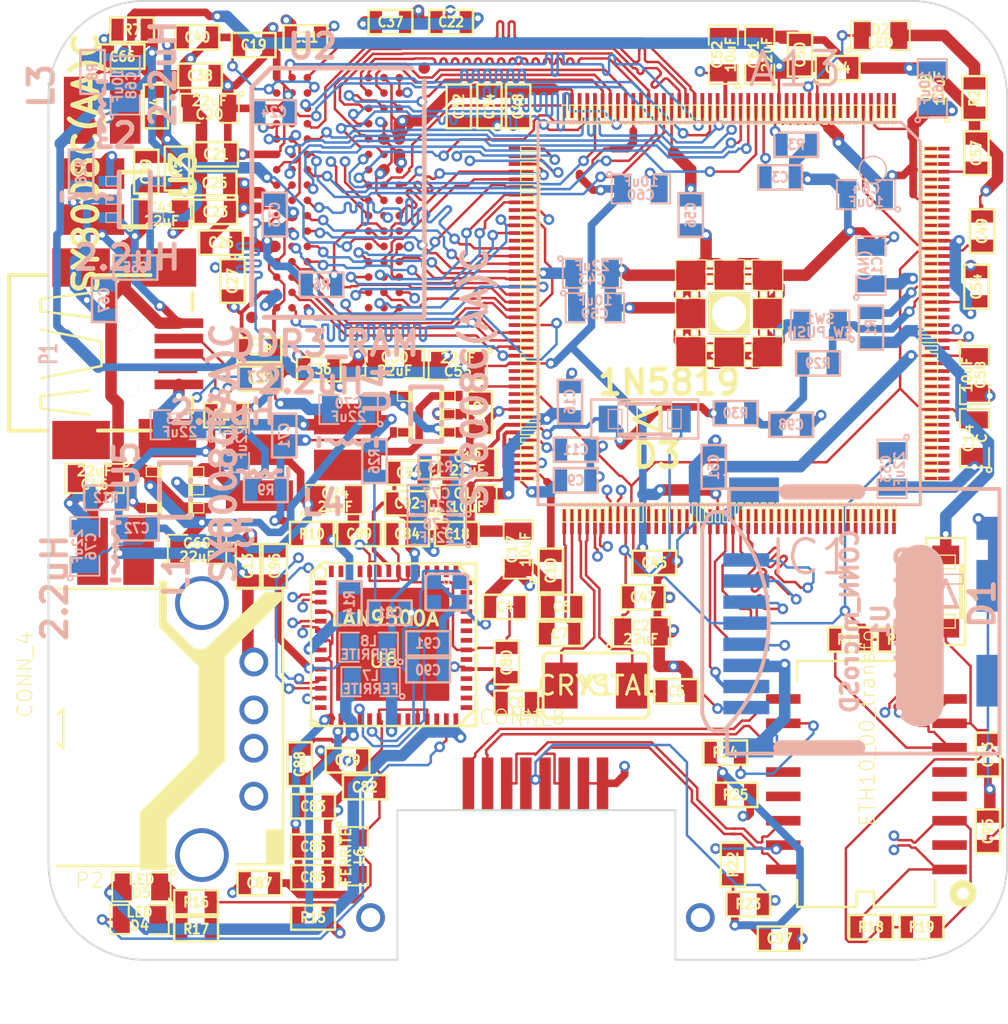
<source format=kicad_pcb>
(kicad_pcb (version 20171130) (host pcbnew "(5.1.12)-1")
  (layers (0 F.Cu signal) (1 In1.Cu signal) (2 In2.Cu signal) (31 B.Cu signal) (34 B.Paste user hide) (35 F.Paste user hide) (36 B.SilkS user hide) (37 F.SilkS user hide) (38 B.Mask user hide) (39 F.Mask user hide) (44 Edge.Cuts user))
  (net 0 "")
  (net 1 "Net-(C1-Pad1)")
  (net 2 VCC)
  (net 3 "Net-(C3-Pad1)")
  (net 4 "Net-(C6-Pad2)")
  (net 5 "Net-(C7-Pad2)")
  (net 6 "Net-(C9-Pad2)")
  (net 7 "Net-(C10-Pad2)")
  (net 8 "Net-(C11-Pad2)")
  (net 9 3VA)
  (net 10 "Net-(C13-Pad1)")
  (net 11 "Net-(C15-Pad2)")
  (net 12 "Net-(C17-Pad2)")
  (net 13 "Net-(C39-Pad2)")
  (net 14 +5V)
  (net 15 VDD_CPU)
  (net 16 VDD_INT)
  (net 17 "Net-(C71-Pad2)")
  (net 18 "Net-(C72-Pad2)")
  (net 19 VDD33A)
  (net 20 VDDBUSPLL)
  (net 21 VDDCORE)
  (net 22 "Net-(C90-Pad2)")
  (net 23 "Net-(C91-Pad2)")
  (net 24 VDDPLL)
  (net 25 "Net-(C97-Pad2)")
  (net 26 "Net-(D2-Pad1)")
  (net 27 "Net-(D2-Pad2)")
  (net 28 "Net-(D4-Pad1)")
  (net 29 LED1)
  (net 30 "Net-(D5-Pad1)")
  (net 31 LED2)
  (net 32 "Net-(IC1-Pad1)")
  (net 33 "Net-(IC1-Pad2)")
  (net 34 "Net-(IC1-Pad3)")
  (net 35 "Net-(IC1-Pad6)")
  (net 36 "Net-(IC1-Pad7)")
  (net 37 "Net-(IC1-Pad8)")
  (net 38 "Net-(IC1-Pad10)")
  (net 39 "Net-(IC1-Pad13)")
  (net 40 "Net-(IC1-Pad14)")
  (net 41 "Net-(IC1-Pad15)")
  (net 42 "Net-(IC1-Pad17)")
  (net 43 DDR3_D04)
  (net 44 DDR3_D06)
  (net 45 DDR3_D02)
  (net 46 DDR3_D00)
  (net 47 DDR3_D11)
  (net 48 DDR3_D09)
  (net 49 DDR3_D13)
  (net 50 DDR3_D15)
  (net 51 DDR3_DM1)
  (net 52 DDR3_DM0)
  (net 53 DDR3_D12)
  (net 54 DDR3_D08)
  (net 55 DDR3_D14)
  (net 56 DDR3_D10)
  (net 57 DDR3_D01)
  (net 58 DDR3_D03)
  (net 59 DDR3_D07)
  (net 60 DDR3_D05)
  (net 61 DDR3_CK_N)
  (net 62 DDR3_CKE)
  (net 63 DDR3_A10)
  (net 64 DDR3_BA1)
  (net 65 DDR3_A12)
  (net 66 DDR3_A04)
  (net 67 DDR3_A01)
  (net 68 DDR3_A06)
  (net 69 DDR3_A08)
  (net 70 DDR3_A11)
  (net 71 DDR3_RAS)
  (net 72 DDR3_CAS)
  (net 73 DDR3_WE)
  (net 74 DDR3_BA2)
  (net 75 DDR3_BA0)
  (net 76 DDR3_A00)
  (net 77 DDR3_A03)
  (net 78 DDR3_A05)
  (net 79 DDR3_A13)
  (net 80 DDR3_A09)
  (net 81 DDR3_RST)
  (net 82 DDR3_A07)
  (net 83 DDR3_ODT)
  (net 84 "Net-(IC1-Pad74)")
  (net 85 "Net-(IC1-Pad75)")
  (net 86 "Net-(IC1-Pad77)")
  (net 87 "Net-(IC1-Pad78)")
  (net 88 "Net-(IC1-Pad84)")
  (net 89 "Net-(IC1-Pad85)")
  (net 90 USB_ETH_P)
  (net 91 USB_HOST_P)
  (net 92 "Net-(IC1-Pad99)")
  (net 93 "Net-(IC1-Pad101)")
  (net 94 "Net-(IC1-Pad102)")
  (net 95 "Net-(IC1-Pad103)")
  (net 96 "Net-(IC1-Pad104)")
  (net 97 "Net-(IC1-Pad105)")
  (net 98 "Net-(IC1-Pad106)")
  (net 99 SDC0_D1)
  (net 100 SDC0_D0)
  (net 101 SDC0_CLK)
  (net 102 SDC0_CMD)
  (net 103 SDC0_D3)
  (net 104 SDC0_D2)
  (net 105 "Net-(IC1-Pad114)")
  (net 106 "Net-(IC1-Pad115)")
  (net 107 "Net-(IC1-Pad116)")
  (net 108 "Net-(IC1-Pad117)")
  (net 109 "Net-(IC1-Pad118)")
  (net 110 "Net-(IC1-Pad119)")
  (net 111 "Net-(IC1-Pad120)")
  (net 112 "Net-(IC1-Pad121)")
  (net 113 "Net-(IC1-Pad122)")
  (net 114 "Net-(IC1-Pad123)")
  (net 115 "Net-(IC1-Pad124)")
  (net 116 "Net-(IC1-Pad125)")
  (net 117 "Net-(IC1-Pad126)")
  (net 118 "Net-(IC1-Pad127)")
  (net 119 "Net-(IC1-Pad128)")
  (net 120 "Net-(IC1-Pad130)")
  (net 121 "Net-(IC1-Pad131)")
  (net 122 "Net-(IC1-Pad132)")
  (net 123 "Net-(IC1-Pad133)")
  (net 124 "Net-(IC1-Pad134)")
  (net 125 "Net-(IC1-Pad135)")
  (net 126 "Net-(IC1-Pad136)")
  (net 127 "Net-(IC1-Pad137)")
  (net 128 "Net-(IC1-Pad138)")
  (net 129 "Net-(IC1-Pad139)")
  (net 130 "Net-(IC1-Pad140)")
  (net 131 "Net-(IC1-Pad141)")
  (net 132 "Net-(IC1-Pad143)")
  (net 133 "Net-(IC1-Pad144)")
  (net 134 "Net-(IC1-Pad145)")
  (net 135 "Net-(IC1-Pad146)")
  (net 136 "Net-(IC1-Pad147)")
  (net 137 "Net-(IC1-Pad148)")
  (net 138 "Net-(IC1-Pad150)")
  (net 139 UART1_RX)
  (net 140 UART1_TX)
  (net 141 "Net-(IC1-Pad153)")
  (net 142 "Net-(IC1-Pad154)")
  (net 143 "Net-(IC1-Pad155)")
  (net 144 UBOOT)
  (net 145 "Net-(IC1-Pad158)")
  (net 146 "Net-(IC1-Pad160)")
  (net 147 "Net-(IC1-Pad161)")
  (net 148 "Net-(IC1-Pad162)")
  (net 149 "Net-(IC1-Pad165)")
  (net 150 "Net-(IC1-Pad166)")
  (net 151 "Net-(IC1-Pad167)")
  (net 152 "Net-(IC1-Pad168)")
  (net 153 "Net-(IC1-Pad170)")
  (net 154 "Net-(IC1-Pad171)")
  (net 155 "Net-(IC1-Pad172)")
  (net 156 "Net-(IC1-Pad174)")
  (net 157 "Net-(IC1-Pad175)")
  (net 158 "Net-(IC1-Pad176)")
  (net 159 "Net-(P3-Pad1)")
  (net 160 /Erhernet/TX+)
  (net 161 "Net-(P3-Pad4)")
  (net 162 /Erhernet/TX-)
  (net 163 /Erhernet/RX+)
  (net 164 /Erhernet/RX-)
  (net 165 "Net-(D1-Pad2)")
  (net 166 "Net-(R6-Pad1)")
  (net 167 "Net-(R14-Pad2)")
  (net 168 "Net-(R15-Pad2)")
  (net 169 "Net-(R22-Pad2)")
  (net 170 "Net-(R24-Pad2)")
  (net 171 "Net-(T1-Pad4)")
  (net 172 "Net-(T1-Pad5)")
  (net 173 "Net-(T1-Pad12)")
  (net 174 "Net-(T1-Pad13)")
  (net 175 "Net-(U2-PadJ1)")
  (net 176 "Net-(U2-PadJ9)")
  (net 177 "Net-(U2-PadL1)")
  (net 178 "Net-(U2-PadL9)")
  (net 179 "Net-(U2-PadM7)")
  (net 180 DDR3_A02)
  (net 181 "Net-(U2-PadT7)")
  (net 182 "Net-(U6-Pad1)")
  (net 183 "Net-(U6-Pad34)")
  (net 184 "Net-(U6-Pad36)")
  (net 185 "Net-(U6-Pad22)")
  (net 186 "Net-(U6-Pad23)")
  (net 187 "Net-(U6-Pad14)")
  (net 188 "Net-(U6-Pad26)")
  (net 189 "Net-(U6-Pad29)")
  (net 190 "Net-(U6-Pad30)")
  (net 191 "Net-(U6-Pad31)")
  (net 192 "Net-(U6-Pad32)")
  (net 193 "Net-(U6-Pad37)")
  (net 194 "Net-(U6-Pad38)")
  (net 195 "Net-(U6-Pad39)")
  (net 196 "Net-(U6-Pad40)")
  (net 197 "Net-(U6-Pad41)")
  (net 198 "Net-(U6-Pad42)")
  (net 199 "Net-(U6-Pad43)")
  (net 200 "Net-(U6-Pad44)")
  (net 201 "Net-(U6-Pad45)")
  (net 202 "Net-(U6-Pad46)")
  (net 203 "Net-(U6-Pad47)")
  (net 204 "Net-(U6-Pad53)")
  (net 205 "Net-(U6-Pad54)")
  (net 206 "Net-(U6-Pad55)")
  (net 207 "Net-(U6-Pad56)")
  (net 208 DDR3_DQS0_N)
  (net 209 USB_ETH_N)
  (net 210 "Net-(L2-Pad1)")
  (net 211 "Net-(L4-Pad1)")
  (net 212 "Net-(L5-Pad1)")
  (net 213 TPX_P)
  (net 214 TPX_N)
  (net 215 RPX_N)
  (net 216 RPX_P)
  (net 217 USB_HOST_N)
  (net 218 X1_N)
  (net 219 X1_P)
  (net 220 DDR3_CK_P)
  (net 221 "Net-(C65-Pad1)")
  (net 222 "Net-(C72-Pad1)")
  (net 223 "Net-(C71-Pad1)")
  (net 224 "Net-(C98-Pad1)")
  (net 225 SVREF)
  (net 226 1V5)
  (net 227 "Net-(C22-Pad2)")
  (net 228 "Net-(IC1-Pad19)")
  (net 229 "Net-(IC1-Pad20)")
  (net 230 "Net-(IC1-Pad21)")
  (net 231 "Net-(IC1-Pad22)")
  (net 232 "Net-(IC1-Pad24)")
  (net 233 "Net-(IC1-Pad25)")
  (net 234 "Net-(IC1-Pad26)")
  (net 235 "Net-(IC1-Pad27)")
  (net 236 "Net-(IC1-Pad28)")
  (net 237 "Net-(IC1-Pad29)")
  (net 238 "Net-(IC1-Pad31)")
  (net 239 "Net-(IC1-Pad32)")
  (net 240 "Net-(IC1-Pad33)")
  (net 241 "Net-(IC1-Pad34)")
  (net 242 "Net-(IC1-Pad36)")
  (net 243 "Net-(IC1-Pad37)")
  (net 244 "Net-(IC1-Pad38)")
  (net 245 "Net-(IC1-Pad39)")
  (net 246 "Net-(IC1-Pad40)")
  (net 247 "Net-(IC1-Pad41)")
  (net 248 "Net-(IC1-Pad42)")
  (net 249 "Net-(IC1-Pad44)")
  (net 250 "Net-(IC1-Pad45)")
  (net 251 "Net-(IC1-Pad46)")
  (net 252 "Net-(IC1-Pad47)")
  (net 253 "Net-(IC1-Pad48)")
  (net 254 "Net-(IC1-Pad49)")
  (net 255 "Net-(IC1-Pad50)")
  (net 256 "Net-(IC1-Pad51)")
  (net 257 "Net-(IC1-Pad52)")
  (net 258 "Net-(IC1-Pad54)")
  (net 259 "Net-(IC1-Pad55)")
  (net 260 "Net-(IC1-Pad56)")
  (net 261 "Net-(IC1-Pad57)")
  (net 262 "Net-(IC1-Pad58)")
  (net 263 "Net-(IC1-Pad59)")
  (net 264 "Net-(IC1-Pad60)")
  (net 265 "Net-(IC1-Pad61)")
  (net 266 "Net-(IC1-Pad63)")
  (net 267 "Net-(IC1-Pad64)")
  (net 268 "Net-(IC1-Pad65)")
  (net 269 "Net-(IC1-Pad66)")
  (net 270 "Net-(IC1-Pad67)")
  (net 271 "Net-(IC1-Pad68)")
  (net 272 "Net-(IC1-Pad69)")
  (net 273 "Net-(IC1-Pad70)")
  (net 274 "Net-(IC1-Pad71)")
  (net 275 "Net-(IC1-Pad72)")
  (net 276 "Net-(IC1-Pad129)")
  (net 277 DDR3_DQS1_N)
  (net 278 DDR3_DQS1_P)
  (net 279 DDR3_DQS0_P)
  (module A13-OLinuXino-MICRO_Rev_B:SOD-123 (layer B.Cu) (at 51.1 41.8)
    (fp_text reference D3 (at 0.635 1.905) (layer F.SilkS) (effects (font (size 1.27 1.27) (thickness 0.254))))
    (fp_text value 1N5819 (at 1.27 -1.905) (layer F.SilkS) (effects (font (size 1.27 1.27) (thickness 0.254))))
    (pad 1 smd rect (at 1.89992 0) (size 0.99822 1.39954) (layers B.Cu B.Paste B.Mask) (net 2 VCC))
    (pad 2 smd rect (at -1.89992 0) (size 0.99822 1.39954) (layers B.Cu B.Paste B.Mask) (net 9 3VA))
  )
  (module A13-OLinuXino-MICRO_Rev_B:SOD-123 (layer F.Cu) (at 66.8 50.8001 270)
    (fp_text reference D1 (at 0.635 -1.905 270) (layer B.SilkS) (effects (font (size 1.27 1.27) (thickness 0.254))))
    (fp_text value 1N5819 (at 1.27 1.905 270) (layer B.SilkS) (effects (font (size 1.27 1.27) (thickness 0.254))))
    (pad 1 smd rect (at 1.89992 0 270) (size 0.99822 1.39954) (layers F.Cu F.Paste F.Mask) (net 2 VCC))
    (pad 2 smd rect (at -1.89992 0 270) (size 0.99822 1.39954) (layers F.Cu F.Paste F.Mask) (net 165 "Net-(D1-Pad2)"))
  )
  (module opendous:Memory_Card_microSD_DM3CS-SF (layer B.Cu) (at 55.2002 52.3489 90)
    (fp_text reference U1 (at 0 8.19912 90) (layer B.SilkS) (effects (font (size 0.8636 0.8636) (thickness 0.2032)) (justify mirror)))
    (fp_text value CONN_microSD (at 0 6.59892 90) (layer B.SilkS) (effects (font (size 0.8636 0.8636) (thickness 0.2032)) (justify mirror)))
    (pad 1 smd rect (at 3.2004 1.19888 90) (size 0.70104 2.4003) (layers B.Cu B.Paste B.Mask) (net 104 SDC0_D2))
    (pad 2 smd rect (at 2.10058 1.19888 90) (size 0.70104 2.4003) (layers B.Cu B.Paste B.Mask) (net 103 SDC0_D3))
    (pad 3 smd rect (at 1.00076 1.19888 90) (size 0.70104 2.4003) (layers B.Cu B.Paste B.Mask) (net 102 SDC0_CMD))
    (pad 4 smd rect (at -0.09906 1.19888 90) (size 0.70104 2.4003) (layers B.Cu B.Paste B.Mask) (net 2 VCC))
    (pad 5 smd rect (at -1.19888 1.19888 90) (size 0.70104 2.4003) (layers B.Cu B.Paste B.Mask) (net 101 SDC0_CLK))
    (pad 6 smd rect (at -2.30124 1.19888 90) (size 0.70104 2.4003) (layers B.Cu B.Paste B.Mask) (net 225 SVREF))
    (pad 7 smd rect (at -3.40106 1.19888 90) (size 0.70104 2.4003) (layers B.Cu B.Paste B.Mask) (net 100 SDC0_D0))
    (pad 8 smd rect (at -4.50088 1.19888 90) (size 0.70104 2.4003) (layers B.Cu B.Paste B.Mask) (net 99 SDC0_D1))
    (pad 9 smd rect (at 6.74878 1.6002 90) (size 1.50114 2.60096) (layers B.Cu B.Paste B.Mask) (net 225 SVREF))
    (pad 9 smd rect (at -6.59892 1.30048 90) (size 1.00076 2.60096) (layers B.Cu B.Paste B.Mask) (net 225 SVREF))
    (pad 9 smd rect (at 4.84886 13.79982 90) (size 1.19888 1.19888) (layers B.Cu B.Paste B.Mask) (net 225 SVREF))
    (pad 9 smd rect (at 1.84912 13.79982 90) (size 2.70002 1.19888) (layers B.Cu B.Paste B.Mask) (net 225 SVREF))
    (pad 9 smd rect (at -3.0988 13.79982 90) (size 2.70002 1.19888) (layers B.Cu B.Paste B.Mask) (net 225 SVREF))
  )
  (module A13-OLinuXino-MICRO_Rev_B:TQFP176 (layer F.Cu) (at 55.5018 36.3016 180)
    (fp_text reference IC1 (at -4.29006 -12.7 180) (layer B.SilkS) (effects (font (size 1.778 1.778) (thickness 0.1778))))
    (fp_text value A13 (at -3.44424 12.7508 180) (layer B.SilkS) (effects (font (size 1.778 1.778) (thickness 0.1778))))
    (pad 177 smd rect (at 2 2 180) (size 1.5 1.5) (layers F.Cu F.Paste F.Mask) (net 225 SVREF))
    (pad 177 smd rect (at 0 2 180) (size 1.5 1.5) (layers F.Cu F.Paste F.Mask) (net 225 SVREF))
    (pad 177 smd rect (at -2 2 180) (size 1.5 1.5) (layers F.Cu F.Paste F.Mask) (net 225 SVREF))
    (pad 177 smd rect (at -2 0 180) (size 1.5 1.5) (layers F.Cu F.Paste F.Mask) (net 225 SVREF))
    (pad 177 smd rect (at -2 -2 180) (size 1.5 1.5) (layers F.Cu F.Paste F.Mask) (net 225 SVREF))
    (pad 177 smd rect (at 0 -2 180) (size 1.5 1.5) (layers F.Cu F.Paste F.Mask) (net 225 SVREF))
    (pad 177 smd rect (at 2 -2 180) (size 1.5 1.5) (layers F.Cu F.Paste F.Mask) (net 225 SVREF))
    (pad 1 smd rect (at -8.5979 10.84834 180) (size 0.19812 1.29794) (layers F.Cu F.Paste F.Mask) (net 32 "Net-(IC1-Pad1)"))
    (pad 2 smd rect (at -8.19912 10.84834 180) (size 0.19812 1.29794) (layers F.Cu F.Paste F.Mask) (net 33 "Net-(IC1-Pad2)"))
    (pad 3 smd rect (at -7.7978 10.84834 180) (size 0.19812 1.29794) (layers F.Cu F.Paste F.Mask) (net 34 "Net-(IC1-Pad3)"))
    (pad 4 smd rect (at -7.39902 10.84834 180) (size 0.19812 1.29794) (layers F.Cu F.Paste F.Mask) (net 15 VDD_CPU))
    (pad 5 smd rect (at -6.9977 10.84834 180) (size 0.19812 1.29794) (layers F.Cu F.Paste F.Mask) (net 2 VCC))
    (pad 6 smd rect (at -6.59892 10.84834 180) (size 0.19812 1.29794) (layers F.Cu F.Paste F.Mask) (net 35 "Net-(IC1-Pad6)"))
    (pad 7 smd rect (at -6.1976 10.84834 180) (size 0.19812 1.29794) (layers F.Cu F.Paste F.Mask) (net 36 "Net-(IC1-Pad7)"))
    (pad 8 smd rect (at -5.79882 10.84834 180) (size 0.19812 1.29794) (layers F.Cu F.Paste F.Mask) (net 37 "Net-(IC1-Pad8)"))
    (pad 9 smd rect (at -5.3975 10.84834 180) (size 0.19812 1.29794) (layers F.Cu F.Paste F.Mask) (net 15 VDD_CPU))
    (pad 10 smd rect (at -4.99872 10.84834 180) (size 0.19812 1.29794) (layers F.Cu F.Paste F.Mask) (net 38 "Net-(IC1-Pad10)"))
    (pad 11 smd rect (at -4.59994 10.84834 180) (size 0.19812 1.29794) (layers F.Cu F.Paste F.Mask) (net 15 VDD_CPU))
    (pad 12 smd rect (at -4.19862 10.84834 180) (size 0.19812 1.29794) (layers F.Cu F.Paste F.Mask) (net 26 "Net-(D2-Pad1)"))
    (pad 13 smd rect (at -3.79984 10.84834 180) (size 0.19812 1.29794) (layers F.Cu F.Paste F.Mask) (net 39 "Net-(IC1-Pad13)"))
    (pad 14 smd rect (at -3.39852 10.84834 180) (size 0.19812 1.29794) (layers F.Cu F.Paste F.Mask) (net 40 "Net-(IC1-Pad14)"))
    (pad 15 smd rect (at -2.99974 10.84834 180) (size 0.19812 1.29794) (layers F.Cu F.Paste F.Mask) (net 41 "Net-(IC1-Pad15)"))
    (pad 16 smd rect (at -2.59842 10.84834 180) (size 0.19812 1.29794) (layers F.Cu F.Paste F.Mask) (net 15 VDD_CPU))
    (pad 17 smd rect (at -2.19964 10.84834 180) (size 0.19812 1.29794) (layers F.Cu F.Paste F.Mask) (net 42 "Net-(IC1-Pad17)"))
    (pad 18 smd rect (at -1.79832 10.84834 180) (size 0.19812 1.29794) (layers F.Cu F.Paste F.Mask) (net 3 "Net-(C3-Pad1)"))
    (pad 19 smd rect (at -1.39954 10.84834 180) (size 0.19812 1.29794) (layers F.Cu F.Paste F.Mask) (net 228 "Net-(IC1-Pad19)"))
    (pad 20 smd rect (at -0.99822 10.84834 180) (size 0.19812 1.29794) (layers F.Cu F.Paste F.Mask) (net 229 "Net-(IC1-Pad20)"))
    (pad 21 smd rect (at -0.59944 10.84834 180) (size 0.19812 1.29794) (layers F.Cu F.Paste F.Mask) (net 230 "Net-(IC1-Pad21)"))
    (pad 22 smd rect (at -0.19812 10.84834 180) (size 0.19812 1.29794) (layers F.Cu F.Paste F.Mask) (net 231 "Net-(IC1-Pad22)"))
    (pad 23 smd rect (at 0.19812 10.84834 180) (size 0.19812 1.29794) (layers F.Cu F.Paste F.Mask) (net 226 1V5))
    (pad 24 smd rect (at 0.59944 10.84834 180) (size 0.19812 1.29794) (layers F.Cu F.Paste F.Mask) (net 232 "Net-(IC1-Pad24)"))
    (pad 25 smd rect (at 0.99822 10.84834 180) (size 0.19812 1.29794) (layers F.Cu F.Paste F.Mask) (net 233 "Net-(IC1-Pad25)"))
    (pad 26 smd rect (at 1.39954 10.84834 180) (size 0.19812 1.29794) (layers F.Cu F.Paste F.Mask) (net 234 "Net-(IC1-Pad26)"))
    (pad 27 smd rect (at 1.79832 10.84834 180) (size 0.19812 1.29794) (layers F.Cu F.Paste F.Mask) (net 235 "Net-(IC1-Pad27)"))
    (pad 28 smd rect (at 2.19964 10.84834 180) (size 0.19812 1.29794) (layers F.Cu F.Paste F.Mask) (net 236 "Net-(IC1-Pad28)"))
    (pad 29 smd rect (at 2.59842 10.84834 180) (size 0.19812 1.29794) (layers F.Cu F.Paste F.Mask) (net 237 "Net-(IC1-Pad29)"))
    (pad 30 smd rect (at 2.99974 10.84834 180) (size 0.19812 1.29794) (layers F.Cu F.Paste F.Mask) (net 226 1V5))
    (pad 31 smd rect (at 3.39852 10.84834 180) (size 0.19812 1.29794) (layers F.Cu F.Paste F.Mask) (net 238 "Net-(IC1-Pad31)"))
    (pad 32 smd rect (at 3.79984 10.84834 180) (size 0.19812 1.29794) (layers F.Cu F.Paste F.Mask) (net 239 "Net-(IC1-Pad32)"))
    (pad 33 smd rect (at 4.19862 10.84834 180) (size 0.19812 1.29794) (layers F.Cu F.Paste F.Mask) (net 240 "Net-(IC1-Pad33)"))
    (pad 34 smd rect (at 4.59994 10.84834 180) (size 0.19812 1.29794) (layers F.Cu F.Paste F.Mask) (net 241 "Net-(IC1-Pad34)"))
    (pad 35 smd rect (at 4.99872 10.84834 180) (size 0.19812 1.29794) (layers F.Cu F.Paste F.Mask) (net 16 VDD_INT))
    (pad 36 smd rect (at 5.3975 10.84834 180) (size 0.19812 1.29794) (layers F.Cu F.Paste F.Mask) (net 242 "Net-(IC1-Pad36)"))
    (pad 37 smd rect (at 5.79882 10.84834 180) (size 0.19812 1.29794) (layers F.Cu F.Paste F.Mask) (net 243 "Net-(IC1-Pad37)"))
    (pad 38 smd rect (at 6.1976 10.84834 180) (size 0.19812 1.29794) (layers F.Cu F.Paste F.Mask) (net 244 "Net-(IC1-Pad38)"))
    (pad 39 smd rect (at 6.59892 10.84834 180) (size 0.19812 1.29794) (layers F.Cu F.Paste F.Mask) (net 245 "Net-(IC1-Pad39)"))
    (pad 40 smd rect (at 6.9977 10.84834 180) (size 0.19812 1.29794) (layers F.Cu F.Paste F.Mask) (net 246 "Net-(IC1-Pad40)"))
    (pad 41 smd rect (at 7.39902 10.84834 180) (size 0.19812 1.29794) (layers F.Cu F.Paste F.Mask) (net 247 "Net-(IC1-Pad41)"))
    (pad 42 smd rect (at 7.7978 10.84834 180) (size 0.19812 1.29794) (layers F.Cu F.Paste F.Mask) (net 248 "Net-(IC1-Pad42)"))
    (pad 43 smd rect (at 8.19912 10.84834 180) (size 0.19812 1.29794) (layers F.Cu F.Paste F.Mask) (net 226 1V5))
    (pad 44 smd rect (at 8.5979 10.84834 180) (size 0.19812 1.29794) (layers F.Cu F.Paste F.Mask) (net 249 "Net-(IC1-Pad44)"))
    (pad 45 smd rect (at 10.84834 8.5979 180) (size 1.29794 0.19812) (layers F.Cu F.Paste F.Mask) (net 250 "Net-(IC1-Pad45)"))
    (pad 46 smd rect (at 10.84834 8.19912 180) (size 1.29794 0.19812) (layers F.Cu F.Paste F.Mask) (net 251 "Net-(IC1-Pad46)"))
    (pad 47 smd rect (at 10.84834 7.7978 180) (size 1.29794 0.19812) (layers F.Cu F.Paste F.Mask) (net 252 "Net-(IC1-Pad47)"))
    (pad 48 smd rect (at 10.84834 7.39902 180) (size 1.29794 0.19812) (layers F.Cu F.Paste F.Mask) (net 253 "Net-(IC1-Pad48)"))
    (pad 49 smd rect (at 10.84834 6.9977 180) (size 1.29794 0.19812) (layers F.Cu F.Paste F.Mask) (net 254 "Net-(IC1-Pad49)"))
    (pad 50 smd rect (at 10.84834 6.59892 180) (size 1.29794 0.19812) (layers F.Cu F.Paste F.Mask) (net 255 "Net-(IC1-Pad50)"))
    (pad 51 smd rect (at 10.84834 6.1976 180) (size 1.29794 0.19812) (layers F.Cu F.Paste F.Mask) (net 256 "Net-(IC1-Pad51)"))
    (pad 52 smd rect (at 10.84834 5.79882 180) (size 1.29794 0.19812) (layers F.Cu F.Paste F.Mask) (net 257 "Net-(IC1-Pad52)"))
    (pad 53 smd rect (at 10.84834 5.3975 180) (size 1.29794 0.19812) (layers F.Cu F.Paste F.Mask) (net 226 1V5))
    (pad 54 smd rect (at 10.84834 4.99872 180) (size 1.29794 0.19812) (layers F.Cu F.Paste F.Mask) (net 258 "Net-(IC1-Pad54)"))
    (pad 55 smd rect (at 10.84834 4.59994 180) (size 1.29794 0.19812) (layers F.Cu F.Paste F.Mask) (net 259 "Net-(IC1-Pad55)"))
    (pad 56 smd rect (at 10.84834 4.19862 180) (size 1.29794 0.19812) (layers F.Cu F.Paste F.Mask) (net 260 "Net-(IC1-Pad56)"))
    (pad 57 smd rect (at 10.84834 3.79984 180) (size 1.29794 0.19812) (layers F.Cu F.Paste F.Mask) (net 261 "Net-(IC1-Pad57)"))
    (pad 58 smd rect (at 10.84834 3.39852 180) (size 1.29794 0.19812) (layers F.Cu F.Paste F.Mask) (net 262 "Net-(IC1-Pad58)"))
    (pad 59 smd rect (at 10.84834 2.99974 180) (size 1.29794 0.19812) (layers F.Cu F.Paste F.Mask) (net 263 "Net-(IC1-Pad59)"))
    (pad 60 smd rect (at 10.84834 2.59842 180) (size 1.29794 0.19812) (layers F.Cu F.Paste F.Mask) (net 264 "Net-(IC1-Pad60)"))
    (pad 61 smd rect (at 10.84834 2.19964 180) (size 1.29794 0.19812) (layers F.Cu F.Paste F.Mask) (net 265 "Net-(IC1-Pad61)"))
    (pad 62 smd rect (at 10.84834 1.79832 180) (size 1.29794 0.19812) (layers F.Cu F.Paste F.Mask) (net 226 1V5))
    (pad 63 smd rect (at 10.84834 1.39954 180) (size 1.29794 0.19812) (layers F.Cu F.Paste F.Mask) (net 266 "Net-(IC1-Pad63)"))
    (pad 64 smd rect (at 10.84834 0.99822 180) (size 1.29794 0.19812) (layers F.Cu F.Paste F.Mask) (net 267 "Net-(IC1-Pad64)"))
    (pad 65 smd rect (at 10.84834 0.59944 180) (size 1.29794 0.19812) (layers F.Cu F.Paste F.Mask) (net 268 "Net-(IC1-Pad65)"))
    (pad 66 smd rect (at 10.84834 0.19812 180) (size 1.29794 0.19812) (layers F.Cu F.Paste F.Mask) (net 269 "Net-(IC1-Pad66)"))
    (pad 67 smd rect (at 10.84834 -0.19812 180) (size 1.29794 0.19812) (layers F.Cu F.Paste F.Mask) (net 270 "Net-(IC1-Pad67)"))
    (pad 68 smd rect (at 10.84834 -0.59944 180) (size 1.29794 0.19812) (layers F.Cu F.Paste F.Mask) (net 271 "Net-(IC1-Pad68)"))
    (pad 69 smd rect (at 10.84834 -0.99822 180) (size 1.29794 0.19812) (layers F.Cu F.Paste F.Mask) (net 272 "Net-(IC1-Pad69)"))
    (pad 70 smd rect (at 10.84834 -1.39954 180) (size 1.29794 0.19812) (layers F.Cu F.Paste F.Mask) (net 273 "Net-(IC1-Pad70)"))
    (pad 71 smd rect (at 10.84834 -1.79832 180) (size 1.29794 0.19812) (layers F.Cu F.Paste F.Mask) (net 274 "Net-(IC1-Pad71)"))
    (pad 72 smd rect (at 10.84834 -2.19964 180) (size 1.29794 0.19812) (layers F.Cu F.Paste F.Mask) (net 275 "Net-(IC1-Pad72)"))
    (pad 73 smd rect (at 10.84834 -2.59842 180) (size 1.29794 0.19812) (layers F.Cu F.Paste F.Mask) (net 16 VDD_INT))
    (pad 74 smd rect (at 10.84834 -2.99974 180) (size 1.29794 0.19812) (layers F.Cu F.Paste F.Mask) (net 84 "Net-(IC1-Pad74)"))
    (pad 75 smd rect (at 10.84834 -3.39852 180) (size 1.29794 0.19812) (layers F.Cu F.Paste F.Mask) (net 85 "Net-(IC1-Pad75)"))
    (pad 76 smd rect (at 10.84834 -3.79984 180) (size 1.29794 0.19812) (layers F.Cu F.Paste F.Mask) (net 2 VCC))
    (pad 77 smd rect (at 10.84834 -4.19862 180) (size 1.29794 0.19812) (layers F.Cu F.Paste F.Mask) (net 86 "Net-(IC1-Pad77)"))
    (pad 78 smd rect (at 10.84834 -4.59994 180) (size 1.29794 0.19812) (layers F.Cu F.Paste F.Mask) (net 87 "Net-(IC1-Pad78)"))
    (pad 79 smd rect (at 10.84834 -4.99872 180) (size 1.29794 0.19812) (layers F.Cu F.Paste F.Mask) (net 225 SVREF))
    (pad 80 smd rect (at 10.84834 -5.3975 180) (size 1.29794 0.19812) (layers F.Cu F.Paste F.Mask) (net 11 "Net-(C15-Pad2)"))
    (pad 81 smd rect (at 10.84834 -5.79882 180) (size 1.29794 0.19812) (layers F.Cu F.Paste F.Mask) (net 9 3VA))
    (pad 82 smd rect (at 10.84834 -6.1976 180) (size 1.29794 0.19812) (layers F.Cu F.Paste F.Mask) (net 12 "Net-(C17-Pad2)"))
    (pad 83 smd rect (at 10.84834 -6.59892 180) (size 1.29794 0.19812) (layers F.Cu F.Paste F.Mask) (net 8 "Net-(C11-Pad2)"))
    (pad 84 smd rect (at 10.84834 -6.9977 180) (size 1.29794 0.19812) (layers F.Cu F.Paste F.Mask) (net 88 "Net-(IC1-Pad84)"))
    (pad 85 smd rect (at 10.84834 -7.39902 180) (size 1.29794 0.19812) (layers F.Cu F.Paste F.Mask) (net 89 "Net-(IC1-Pad85)"))
    (pad 86 smd rect (at 10.84834 -7.7978 180) (size 1.29794 0.19812) (layers F.Cu F.Paste F.Mask) (net 227 "Net-(C22-Pad2)"))
    (pad 87 smd rect (at 10.84834 -8.19912 180) (size 1.29794 0.19812) (layers F.Cu F.Paste F.Mask) (net 7 "Net-(C10-Pad2)"))
    (pad 88 smd rect (at 10.84834 -8.5979 180) (size 1.29794 0.19812) (layers F.Cu F.Paste F.Mask) (net 6 "Net-(C9-Pad2)"))
    (pad 89 smd rect (at 8.5979 -10.84834 180) (size 0.19812 1.29794) (layers F.Cu F.Paste F.Mask) (net 5 "Net-(C7-Pad2)"))
    (pad 90 smd rect (at 8.19912 -10.84834 180) (size 0.19812 1.29794) (layers F.Cu F.Paste F.Mask) (net 4 "Net-(C6-Pad2)"))
    (pad 91 smd rect (at 7.7978 -10.84834 180) (size 0.19812 1.29794) (layers F.Cu F.Paste F.Mask) (net 219 X1_P))
    (pad 92 smd rect (at 7.39902 -10.84834 180) (size 0.19812 1.29794) (layers F.Cu F.Paste F.Mask) (net 218 X1_N))
    (pad 93 smd rect (at 6.9977 -10.84834 180) (size 0.19812 1.29794) (layers F.Cu F.Paste F.Mask) (net 209 USB_ETH_N))
    (pad 94 smd rect (at 6.59892 -10.84834 180) (size 0.19812 1.29794) (layers F.Cu F.Paste F.Mask) (net 90 USB_ETH_P))
    (pad 95 smd rect (at 6.1976 -10.84834 180) (size 0.19812 1.29794) (layers F.Cu F.Paste F.Mask) (net 217 USB_HOST_N))
    (pad 96 smd rect (at 5.79882 -10.84834 180) (size 0.19812 1.29794) (layers F.Cu F.Paste F.Mask) (net 91 USB_HOST_P))
    (pad 97 smd rect (at 5.3975 -10.84834 180) (size 0.19812 1.29794) (layers F.Cu F.Paste F.Mask) (net 2 VCC))
    (pad 98 smd rect (at 4.99872 -10.84834 180) (size 0.19812 1.29794) (layers F.Cu F.Paste F.Mask) (net 16 VDD_INT))
    (pad 99 smd rect (at 4.59994 -10.84834 180) (size 0.19812 1.29794) (layers F.Cu F.Paste F.Mask) (net 92 "Net-(IC1-Pad99)"))
    (pad 100 smd rect (at 4.19862 -10.84834 180) (size 0.19812 1.29794) (layers F.Cu F.Paste F.Mask) (net 2 VCC))
    (pad 101 smd rect (at 3.79984 -10.84834 180) (size 0.19812 1.29794) (layers F.Cu F.Paste F.Mask) (net 93 "Net-(IC1-Pad101)"))
    (pad 102 smd rect (at 3.39852 -10.84834 180) (size 0.19812 1.29794) (layers F.Cu F.Paste F.Mask) (net 94 "Net-(IC1-Pad102)"))
    (pad 103 smd rect (at 2.99974 -10.84834 180) (size 0.19812 1.29794) (layers F.Cu F.Paste F.Mask) (net 95 "Net-(IC1-Pad103)"))
    (pad 104 smd rect (at 2.59842 -10.84834 180) (size 0.19812 1.29794) (layers F.Cu F.Paste F.Mask) (net 96 "Net-(IC1-Pad104)"))
    (pad 105 smd rect (at 2.19964 -10.84834 180) (size 0.19812 1.29794) (layers F.Cu F.Paste F.Mask) (net 97 "Net-(IC1-Pad105)"))
    (pad 106 smd rect (at 1.79832 -10.84834 180) (size 0.19812 1.29794) (layers F.Cu F.Paste F.Mask) (net 98 "Net-(IC1-Pad106)"))
    (pad 107 smd rect (at 1.39954 -10.84834 180) (size 0.19812 1.29794) (layers F.Cu F.Paste F.Mask) (net 99 SDC0_D1))
    (pad 108 smd rect (at 0.99822 -10.84834 180) (size 0.19812 1.29794) (layers F.Cu F.Paste F.Mask) (net 100 SDC0_D0))
    (pad 109 smd rect (at 0.59944 -10.84834 180) (size 0.19812 1.29794) (layers F.Cu F.Paste F.Mask) (net 16 VDD_INT))
    (pad 110 smd rect (at 0.19812 -10.84834 180) (size 0.19812 1.29794) (layers F.Cu F.Paste F.Mask) (net 101 SDC0_CLK))
    (pad 111 smd rect (at -0.19812 -10.84834 180) (size 0.19812 1.29794) (layers F.Cu F.Paste F.Mask) (net 102 SDC0_CMD))
    (pad 112 smd rect (at -0.59944 -10.84834 180) (size 0.19812 1.29794) (layers F.Cu F.Paste F.Mask) (net 103 SDC0_D3))
    (pad 113 smd rect (at -0.99822 -10.84834 180) (size 0.19812 1.29794) (layers F.Cu F.Paste F.Mask) (net 104 SDC0_D2))
    (pad 114 smd rect (at -1.39954 -10.84834 180) (size 0.19812 1.29794) (layers F.Cu F.Paste F.Mask) (net 105 "Net-(IC1-Pad114)"))
    (pad 115 smd rect (at -1.79832 -10.84834 180) (size 0.19812 1.29794) (layers F.Cu F.Paste F.Mask) (net 106 "Net-(IC1-Pad115)"))
    (pad 116 smd rect (at -2.19964 -10.84834 180) (size 0.19812 1.29794) (layers F.Cu F.Paste F.Mask) (net 107 "Net-(IC1-Pad116)"))
    (pad 117 smd rect (at -2.59842 -10.84834 180) (size 0.19812 1.29794) (layers F.Cu F.Paste F.Mask) (net 108 "Net-(IC1-Pad117)"))
    (pad 118 smd rect (at -2.99974 -10.84834 180) (size 0.19812 1.29794) (layers F.Cu F.Paste F.Mask) (net 109 "Net-(IC1-Pad118)"))
    (pad 119 smd rect (at -3.39852 -10.84834 180) (size 0.19812 1.29794) (layers F.Cu F.Paste F.Mask) (net 110 "Net-(IC1-Pad119)"))
    (pad 120 smd rect (at -3.79984 -10.84834 180) (size 0.19812 1.29794) (layers F.Cu F.Paste F.Mask) (net 111 "Net-(IC1-Pad120)"))
    (pad 121 smd rect (at -4.19862 -10.84834 180) (size 0.19812 1.29794) (layers F.Cu F.Paste F.Mask) (net 112 "Net-(IC1-Pad121)"))
    (pad 122 smd rect (at -4.59994 -10.84834 180) (size 0.19812 1.29794) (layers F.Cu F.Paste F.Mask) (net 113 "Net-(IC1-Pad122)"))
    (pad 123 smd rect (at -4.99872 -10.84834 180) (size 0.19812 1.29794) (layers F.Cu F.Paste F.Mask) (net 114 "Net-(IC1-Pad123)"))
    (pad 124 smd rect (at -5.3975 -10.84834 180) (size 0.19812 1.29794) (layers F.Cu F.Paste F.Mask) (net 115 "Net-(IC1-Pad124)"))
    (pad 125 smd rect (at -5.79882 -10.84834 180) (size 0.19812 1.29794) (layers F.Cu F.Paste F.Mask) (net 116 "Net-(IC1-Pad125)"))
    (pad 126 smd rect (at -6.1976 -10.84834 180) (size 0.19812 1.29794) (layers F.Cu F.Paste F.Mask) (net 117 "Net-(IC1-Pad126)"))
    (pad 127 smd rect (at -6.59892 -10.84834 180) (size 0.19812 1.29794) (layers F.Cu F.Paste F.Mask) (net 118 "Net-(IC1-Pad127)"))
    (pad 128 smd rect (at -6.9977 -10.84834 180) (size 0.19812 1.29794) (layers F.Cu F.Paste F.Mask) (net 119 "Net-(IC1-Pad128)"))
    (pad 129 smd rect (at -7.39902 -10.84834 180) (size 0.19812 1.29794) (layers F.Cu F.Paste F.Mask) (net 276 "Net-(IC1-Pad129)"))
    (pad 130 smd rect (at -7.7978 -10.84834 180) (size 0.19812 1.29794) (layers F.Cu F.Paste F.Mask) (net 120 "Net-(IC1-Pad130)"))
    (pad 131 smd rect (at -8.19912 -10.84834 180) (size 0.19812 1.29794) (layers F.Cu F.Paste F.Mask) (net 121 "Net-(IC1-Pad131)"))
    (pad 132 smd rect (at -8.5979 -10.84834 180) (size 0.19812 1.29794) (layers F.Cu F.Paste F.Mask) (net 122 "Net-(IC1-Pad132)"))
    (pad 133 smd rect (at -10.84834 -8.5979 180) (size 1.29794 0.19812) (layers F.Cu F.Paste F.Mask) (net 123 "Net-(IC1-Pad133)"))
    (pad 134 smd rect (at -10.84834 -8.19912 180) (size 1.29794 0.19812) (layers F.Cu F.Paste F.Mask) (net 124 "Net-(IC1-Pad134)"))
    (pad 135 smd rect (at -10.84834 -7.7978 180) (size 1.29794 0.19812) (layers F.Cu F.Paste F.Mask) (net 125 "Net-(IC1-Pad135)"))
    (pad 136 smd rect (at -10.84834 -7.39902 180) (size 1.29794 0.19812) (layers F.Cu F.Paste F.Mask) (net 126 "Net-(IC1-Pad136)"))
    (pad 137 smd rect (at -10.84834 -6.9977 180) (size 1.29794 0.19812) (layers F.Cu F.Paste F.Mask) (net 127 "Net-(IC1-Pad137)"))
    (pad 138 smd rect (at -10.84834 -6.59892 180) (size 1.29794 0.19812) (layers F.Cu F.Paste F.Mask) (net 128 "Net-(IC1-Pad138)"))
    (pad 139 smd rect (at -10.84834 -6.1976 180) (size 1.29794 0.19812) (layers F.Cu F.Paste F.Mask) (net 129 "Net-(IC1-Pad139)"))
    (pad 140 smd rect (at -10.84834 -5.79882 180) (size 1.29794 0.19812) (layers F.Cu F.Paste F.Mask) (net 130 "Net-(IC1-Pad140)"))
    (pad 141 smd rect (at -10.84834 -5.3975 180) (size 1.29794 0.19812) (layers F.Cu F.Paste F.Mask) (net 131 "Net-(IC1-Pad141)"))
    (pad 142 smd rect (at -10.84834 -4.99872 180) (size 1.29794 0.19812) (layers F.Cu F.Paste F.Mask) (net 2 VCC))
    (pad 143 smd rect (at -10.84834 -4.59994 180) (size 1.29794 0.19812) (layers F.Cu F.Paste F.Mask) (net 132 "Net-(IC1-Pad143)"))
    (pad 144 smd rect (at -10.84834 -4.19862 180) (size 1.29794 0.19812) (layers F.Cu F.Paste F.Mask) (net 133 "Net-(IC1-Pad144)"))
    (pad 145 smd rect (at -10.84834 -3.79984 180) (size 1.29794 0.19812) (layers F.Cu F.Paste F.Mask) (net 134 "Net-(IC1-Pad145)"))
    (pad 146 smd rect (at -10.84834 -3.39852 180) (size 1.29794 0.19812) (layers F.Cu F.Paste F.Mask) (net 135 "Net-(IC1-Pad146)"))
    (pad 147 smd rect (at -10.84834 -2.99974 180) (size 1.29794 0.19812) (layers F.Cu F.Paste F.Mask) (net 136 "Net-(IC1-Pad147)"))
    (pad 148 smd rect (at -10.84834 -2.59842 180) (size 1.29794 0.19812) (layers F.Cu F.Paste F.Mask) (net 137 "Net-(IC1-Pad148)"))
    (pad 149 smd rect (at -10.84834 -2.19964 180) (size 1.29794 0.19812) (layers F.Cu F.Paste F.Mask) (net 16 VDD_INT))
    (pad 150 smd rect (at -10.84834 -1.79832 180) (size 1.29794 0.19812) (layers F.Cu F.Paste F.Mask) (net 138 "Net-(IC1-Pad150)"))
    (pad 151 smd rect (at -10.84834 -1.39954 180) (size 1.29794 0.19812) (layers F.Cu F.Paste F.Mask) (net 139 UART1_RX))
    (pad 152 smd rect (at -10.84834 -0.99822 180) (size 1.29794 0.19812) (layers F.Cu F.Paste F.Mask) (net 140 UART1_TX))
    (pad 153 smd rect (at -10.84834 -0.59944 180) (size 1.29794 0.19812) (layers F.Cu F.Paste F.Mask) (net 141 "Net-(IC1-Pad153)"))
    (pad 154 smd rect (at -10.84834 -0.19812 180) (size 1.29794 0.19812) (layers F.Cu F.Paste F.Mask) (net 142 "Net-(IC1-Pad154)"))
    (pad 155 smd rect (at -10.84834 0.19812 180) (size 1.29794 0.19812) (layers F.Cu F.Paste F.Mask) (net 143 "Net-(IC1-Pad155)"))
    (pad 156 smd rect (at -10.84834 0.59944 180) (size 1.29794 0.19812) (layers F.Cu F.Paste F.Mask) (net 15 VDD_CPU))
    (pad 157 smd rect (at -10.84834 0.99822 180) (size 1.29794 0.19812) (layers F.Cu F.Paste F.Mask) (net 144 UBOOT))
    (pad 158 smd rect (at -10.84834 1.39954 180) (size 1.29794 0.19812) (layers F.Cu F.Paste F.Mask) (net 145 "Net-(IC1-Pad158)"))
    (pad 159 smd rect (at -10.84834 1.79832 180) (size 1.29794 0.19812) (layers F.Cu F.Paste F.Mask) (net 1 "Net-(C1-Pad1)"))
    (pad 160 smd rect (at -10.84834 2.19964 180) (size 1.29794 0.19812) (layers F.Cu F.Paste F.Mask) (net 146 "Net-(IC1-Pad160)"))
    (pad 161 smd rect (at -10.84834 2.59842 180) (size 1.29794 0.19812) (layers F.Cu F.Paste F.Mask) (net 147 "Net-(IC1-Pad161)"))
    (pad 162 smd rect (at -10.84834 2.99974 180) (size 1.29794 0.19812) (layers F.Cu F.Paste F.Mask) (net 148 "Net-(IC1-Pad162)"))
    (pad 163 smd rect (at -10.84834 3.39852 180) (size 1.29794 0.19812) (layers F.Cu F.Paste F.Mask) (net 2 VCC))
    (pad 164 smd rect (at -10.84834 3.79984 180) (size 1.29794 0.19812) (layers F.Cu F.Paste F.Mask) (net 15 VDD_CPU))
    (pad 165 smd rect (at -10.84834 4.19862 180) (size 1.29794 0.19812) (layers F.Cu F.Paste F.Mask) (net 149 "Net-(IC1-Pad165)"))
    (pad 166 smd rect (at -10.84834 4.59994 180) (size 1.29794 0.19812) (layers F.Cu F.Paste F.Mask) (net 150 "Net-(IC1-Pad166)"))
    (pad 167 smd rect (at -10.84834 4.99872 180) (size 1.29794 0.19812) (layers F.Cu F.Paste F.Mask) (net 151 "Net-(IC1-Pad167)"))
    (pad 168 smd rect (at -10.84834 5.3975 180) (size 1.29794 0.19812) (layers F.Cu F.Paste F.Mask) (net 152 "Net-(IC1-Pad168)"))
    (pad 169 smd rect (at -10.84834 5.79882 180) (size 1.29794 0.19812) (layers F.Cu F.Paste F.Mask) (net 15 VDD_CPU))
    (pad 170 smd rect (at -10.84834 6.1976 180) (size 1.29794 0.19812) (layers F.Cu F.Paste F.Mask) (net 153 "Net-(IC1-Pad170)"))
    (pad 171 smd rect (at -10.84834 6.59892 180) (size 1.29794 0.19812) (layers F.Cu F.Paste F.Mask) (net 154 "Net-(IC1-Pad171)"))
    (pad 172 smd rect (at -10.84834 6.9977 180) (size 1.29794 0.19812) (layers F.Cu F.Paste F.Mask) (net 155 "Net-(IC1-Pad172)"))
    (pad 173 smd rect (at -10.84834 7.39902 180) (size 1.29794 0.19812) (layers F.Cu F.Paste F.Mask) (net 15 VDD_CPU))
    (pad 174 smd rect (at -10.84834 7.7978 180) (size 1.29794 0.19812) (layers F.Cu F.Paste F.Mask) (net 156 "Net-(IC1-Pad174)"))
    (pad 175 smd rect (at -10.84834 8.19912 180) (size 1.29794 0.19812) (layers F.Cu F.Paste F.Mask) (net 157 "Net-(IC1-Pad175)"))
    (pad 176 smd rect (at -10.84834 8.5979 180) (size 1.29794 0.19812) (layers F.Cu F.Paste F.Mask) (net 158 "Net-(IC1-Pad176)"))
    (pad 177 smd rect (at 2 0 180) (size 1.5 1.5) (layers F.Cu F.Paste F.Mask) (net 225 SVREF))
    (pad 177 thru_hole rect (at 0 0 180) (size 2.18186 2.18186) (drill 1.79832) (layers *.Cu F.Paste F.SilkS F.Mask) (net 225 SVREF))
    (pad 177 thru_hole rect (at -2.59842 0.99822 180) (size 0.4064 0.4064) (drill 0.29972) (layers *.Cu F.Paste F.SilkS F.Mask) (net 225 SVREF))
    (pad 177 thru_hole rect (at -1.79832 0.99822 180) (size 0.4064 0.4064) (drill 0.29972) (layers *.Cu F.Paste F.SilkS F.Mask) (net 225 SVREF))
    (pad 177 thru_hole rect (at -0.99822 2.59842 180) (size 0.4064 0.4064) (drill 0.29972) (layers *.Cu F.Paste F.SilkS F.Mask) (net 225 SVREF))
    (pad 177 thru_hole rect (at -0.99822 1.79832 180) (size 0.4064 0.4064) (drill 0.29972) (layers *.Cu F.Paste F.SilkS F.Mask) (net 225 SVREF))
    (pad 177 thru_hole rect (at 0.99822 2.59842 180) (size 0.4064 0.4064) (drill 0.29972) (layers *.Cu F.Paste F.SilkS F.Mask) (net 225 SVREF))
    (pad 177 thru_hole rect (at 0.99822 1.79832 180) (size 0.4064 0.4064) (drill 0.29972) (layers *.Cu F.Paste F.SilkS F.Mask) (net 225 SVREF))
    (pad 177 thru_hole rect (at 2.59842 0.99822 180) (size 0.4064 0.4064) (drill 0.29972) (layers *.Cu F.Paste F.SilkS F.Mask) (net 225 SVREF))
    (pad 177 thru_hole rect (at 1.79832 0.99822 180) (size 0.4064 0.4064) (drill 0.29972) (layers *.Cu F.Paste F.SilkS F.Mask) (net 225 SVREF))
    (pad 177 thru_hole rect (at -2.59842 -0.99822 180) (size 0.4064 0.4064) (drill 0.29972) (layers *.Cu F.Paste F.SilkS F.Mask) (net 225 SVREF))
    (pad 177 thru_hole rect (at -1.79832 -0.99822 180) (size 0.4064 0.4064) (drill 0.29972) (layers *.Cu F.Paste F.SilkS F.Mask) (net 225 SVREF))
    (pad 177 thru_hole rect (at 2.59842 -0.99822 180) (size 0.4064 0.4064) (drill 0.29972) (layers *.Cu F.Paste F.SilkS F.Mask) (net 225 SVREF))
    (pad 177 thru_hole rect (at 1.79832 -0.99822 180) (size 0.4064 0.4064) (drill 0.29972) (layers *.Cu F.Paste F.SilkS F.Mask) (net 225 SVREF))
    (pad 177 thru_hole rect (at -0.99822 -2.59842 180) (size 0.4064 0.4064) (drill 0.29972) (layers *.Cu F.Paste F.SilkS F.Mask) (net 225 SVREF))
    (pad 177 thru_hole rect (at -0.99822 -1.79832 180) (size 0.4064 0.4064) (drill 0.29972) (layers *.Cu F.Paste F.SilkS F.Mask) (net 225 SVREF))
    (pad 177 thru_hole rect (at 0.99822 -2.59842 180) (size 0.4064 0.4064) (drill 0.29972) (layers *.Cu F.Paste F.SilkS F.Mask) (net 225 SVREF))
    (pad 177 thru_hole rect (at 0.99822 -1.79832 180) (size 0.4064 0.4064) (drill 0.29972) (layers *.Cu F.Paste F.SilkS F.Mask) (net 225 SVREF))
  )
  (module QFN56:QFN48 (layer F.Cu) (at 38 53.6)
    (fp_text reference U6 (at -0.51016 0.78232) (layer F.SilkS) (effects (font (size 0.762 0.762) (thickness 0.127))))
    (fp_text value LAN9500A (at -0.4492 -1.397) (layer F.SilkS) (effects (font (size 0.762 0.762) (thickness 0.1524))))
    (pad 1 smd rect (at -3.79852 -3.25628) (size 0.59944 0.24892) (layers F.Cu F.Paste F.Mask) (net 182 "Net-(U6-Pad1)"))
    (pad 2 smd rect (at -3.79852 -2.7559) (size 0.59944 0.24892) (layers F.Cu F.Paste F.Mask) (net 214 TPX_N))
    (pad 3 smd rect (at -3.79852 -2.25552) (size 0.59944 0.24892) (layers F.Cu F.Paste F.Mask) (net 213 TPX_P))
    (pad 4 smd rect (at -3.79852 -1.75514) (size 0.59944 0.24892) (layers F.Cu F.Paste F.Mask) (net 19 VDD33A))
    (pad 5 smd rect (at -3.79852 -1.2573) (size 0.59944 0.24892) (layers F.Cu F.Paste F.Mask) (net 215 RPX_N))
    (pad 6 smd rect (at -3.79852 -0.75692) (size 0.59944 0.24892) (layers F.Cu F.Paste F.Mask) (net 216 RPX_P))
    (pad 7 smd rect (at -3.79852 -0.25654) (size 0.59944 0.24892) (layers F.Cu F.Paste F.Mask) (net 19 VDD33A))
    (pad 8 smd rect (at -3.79852 0.24384) (size 0.59944 0.24892) (layers F.Cu F.Paste F.Mask) (net 167 "Net-(R14-Pad2)"))
    (pad 9 smd rect (at -3.79852 0.74422) (size 0.59944 0.24892) (layers F.Cu F.Paste F.Mask) (net 19 VDD33A))
    (pad 10 smd rect (at -3.79852 1.2446) (size 0.59944 0.24892) (layers F.Cu F.Paste F.Mask) (net 24 VDDPLL))
    (pad 11 smd rect (at -3.79852 1.74498) (size 0.59944 0.24892) (layers F.Cu F.Paste F.Mask) (net 209 USB_ETH_N))
    (pad 12 smd rect (at -3.79852 2.24282) (size 0.59944 0.24892) (layers F.Cu F.Paste F.Mask) (net 90 USB_ETH_P))
    (pad 39 smd rect (at 3.79852 -1.76022) (size 0.59944 0.24892) (layers F.Cu F.Paste F.Mask) (net 195 "Net-(U6-Pad39)"))
    (pad 40 smd rect (at 3.79852 -2.25806) (size 0.59944 0.24892) (layers F.Cu F.Paste F.Mask) (net 196 "Net-(U6-Pad40)"))
    (pad 41 smd rect (at 3.79852 -2.75844) (size 0.59944 0.24892) (layers F.Cu F.Paste F.Mask) (net 197 "Net-(U6-Pad41)"))
    (pad 42 smd rect (at 3.79852 -3.25882) (size 0.59944 0.24892) (layers F.Cu F.Paste F.Mask) (net 198 "Net-(U6-Pad42)"))
    (pad 19 smd rect (at -1.2493 3.85106) (size 0.24892 0.59944) (layers F.Cu F.Paste F.Mask) (net 22 "Net-(C90-Pad2)"))
    (pad 20 smd rect (at -0.75146 3.85106) (size 0.24892 0.59944) (layers F.Cu F.Paste F.Mask) (net 2 VCC))
    (pad 21 smd rect (at -0.25108 3.85106) (size 0.24892 0.59944) (layers F.Cu F.Paste F.Mask) (net 21 VDDCORE))
    (pad 22 smd rect (at 0.2493 3.85106) (size 0.24892 0.59944) (layers F.Cu F.Paste F.Mask) (net 185 "Net-(U6-Pad22)"))
    (pad 23 smd rect (at 0.74968 3.85106) (size 0.24892 0.59944) (layers F.Cu F.Paste F.Mask) (net 186 "Net-(U6-Pad23)"))
    (pad 24 smd rect (at 1.25006 3.85106) (size 0.24892 0.59944) (layers F.Cu F.Paste F.Mask) (net 2 VCC))
    (pad 25 smd rect (at 1.75044 3.85106) (size 0.24892 0.59944) (layers F.Cu F.Paste F.Mask) (net 2 VCC))
    (pad 26 smd rect (at 2.25082 3.85106) (size 0.24892 0.59944) (layers F.Cu F.Paste F.Mask) (net 188 "Net-(U6-Pad26)"))
    (pad 15 smd rect (at -3.24828 3.85106) (size 0.24892 0.59944) (layers F.Cu F.Paste F.Mask) (net 19 VDD33A))
    (pad 16 smd rect (at -2.7479 3.85106) (size 0.24892 0.59944) (layers F.Cu F.Paste F.Mask) (net 168 "Net-(R15-Pad2)"))
    (pad 17 smd rect (at -2.24752 3.85106) (size 0.24892 0.59944) (layers F.Cu F.Paste F.Mask) (net 20 VDDBUSPLL))
    (pad 18 smd rect (at -1.74968 3.85106) (size 0.24892 0.59944) (layers F.Cu F.Paste F.Mask) (net 23 "Net-(C91-Pad2)"))
    (pad 31 smd rect (at 3.79852 2.24028) (size 0.59944 0.24892) (layers F.Cu F.Paste F.Mask) (net 191 "Net-(U6-Pad31)"))
    (pad 32 smd rect (at 3.80106 1.7399) (size 0.59944 0.24892) (layers F.Cu F.Paste F.Mask) (net 192 "Net-(U6-Pad32)"))
    (pad 33 smd rect (at 3.80106 1.24206) (size 0.59944 0.24892) (layers F.Cu F.Paste F.Mask) (net 225 SVREF))
    (pad 34 smd rect (at 3.80106 0.74168) (size 0.59944 0.24892) (layers F.Cu F.Paste F.Mask) (net 183 "Net-(U6-Pad34)"))
    (pad 35 smd rect (at 3.80106 0.2413) (size 0.59944 0.24892) (layers F.Cu F.Paste F.Mask) (net 2 VCC))
    (pad 36 smd rect (at 3.80106 -0.25908) (size 0.59944 0.24892) (layers F.Cu F.Paste F.Mask) (net 184 "Net-(U6-Pad36)"))
    (pad 37 smd rect (at 3.80106 -0.75946) (size 0.59944 0.24892) (layers F.Cu F.Paste F.Mask) (net 193 "Net-(U6-Pad37)"))
    (pad 38 smd rect (at 3.80106 -1.25984) (size 0.59944 0.24892) (layers F.Cu F.Paste F.Mask) (net 194 "Net-(U6-Pad38)"))
    (pad 45 smd rect (at 2.25082 -3.85652) (size 0.24892 0.59944) (layers F.Cu F.Paste F.Mask) (net 201 "Net-(U6-Pad45)"))
    (pad 46 smd rect (at 1.75044 -3.85652) (size 0.24892 0.59944) (layers F.Cu F.Paste F.Mask) (net 202 "Net-(U6-Pad46)"))
    (pad 47 smd rect (at 1.25006 -3.85652) (size 0.24892 0.59944) (layers F.Cu F.Paste F.Mask) (net 203 "Net-(U6-Pad47)"))
    (pad 48 smd rect (at 0.75222 -3.85652) (size 0.24892 0.59944) (layers F.Cu F.Paste F.Mask) (net 2 VCC))
    (pad 49 smd rect (at 0.25184 -3.85652) (size 0.24892 0.59944) (layers F.Cu F.Paste F.Mask) (net 2 VCC))
    (pad 50 smd rect (at -0.24854 -3.85652) (size 0.24892 0.59944) (layers F.Cu F.Paste F.Mask) (net 21 VDDCORE))
    (pad 51 smd rect (at -0.74892 -3.85652) (size 0.24892 0.59944) (layers F.Cu F.Paste F.Mask) (net 2 VCC))
    (pad 52 smd rect (at -1.2493 -3.85652) (size 0.24892 0.59944) (layers F.Cu F.Paste F.Mask) (net 2 VCC))
    (pad 53 smd rect (at -1.74968 -3.85652) (size 0.24892 0.59944) (layers F.Cu F.Paste F.Mask) (net 204 "Net-(U6-Pad53)"))
    (pad 54 smd rect (at -2.25006 -3.85652) (size 0.24892 0.59944) (layers F.Cu F.Paste F.Mask) (net 205 "Net-(U6-Pad54)"))
    (pad 55 smd rect (at -2.7479 -3.85652) (size 0.24892 0.59944) (layers F.Cu F.Paste F.Mask) (net 206 "Net-(U6-Pad55)"))
    (pad 56 smd rect (at -3.24828 -3.85652) (size 0.24892 0.59944) (layers F.Cu F.Paste F.Mask) (net 207 "Net-(U6-Pad56)"))
    (pad 13 smd rect (at -3.8 2.75) (size 0.59944 0.24892) (layers F.Cu F.Paste F.Mask) (net 225 SVREF))
    (pad 14 smd rect (at -3.8 3.25) (size 0.59944 0.24892) (layers F.Cu F.Paste F.Mask) (net 187 "Net-(U6-Pad14)"))
    (pad 27 smd rect (at 2.75 3.85) (size 0.24892 0.59944) (layers F.Cu F.Paste F.Mask) (net 29 LED1))
    (pad 28 smd rect (at 3.25 3.85) (size 0.24892 0.59944) (layers F.Cu F.Paste F.Mask) (net 31 LED2))
    (pad 30 smd rect (at 3.8 2.75) (size 0.59944 0.24892) (layers F.Cu F.Paste F.Mask) (net 190 "Net-(U6-Pad30)"))
    (pad 29 smd rect (at 3.8 3.25) (size 0.59944 0.24892) (layers F.Cu F.Paste F.Mask) (net 189 "Net-(U6-Pad29)"))
    (pad 44 smd rect (at 2.75 -3.85) (size 0.24892 0.59944) (layers F.Cu F.Paste F.Mask) (net 200 "Net-(U6-Pad44)"))
    (pad 43 smd rect (at 3.25 -3.85) (size 0.24892 0.59944) (layers F.Cu F.Paste F.Mask) (net 199 "Net-(U6-Pad43)"))
    (pad 33 smd rect (at -0.05 -0.05) (size 5.9 5.9) (layers F.Cu F.Paste F.Mask) (net 225 SVREF))
  )
  (module torbox:H1601CG (layer F.Cu) (at 62.6504 60.845 90)
    (fp_text reference T1 (at 6.996 2.646 90) (layer F.SilkS) (effects (font (size 0.77216 0.77216) (thickness 0.061772)) (justify left bottom)))
    (fp_text value ETH10_00_transfo (at -2.254 0.508 90) (layer F.SilkS) (effects (font (size 0.77216 0.77216) (thickness 0.061772)) (justify left bottom)))
    (pad 1 smd rect (at -4.445 4.3496 180) (size 1.8 0.5) (layers F.Cu F.Paste F.Mask) (net 213 TPX_P))
    (pad 2 smd rect (at -3.175 4.3496 180) (size 1.8 0.5) (layers F.Cu F.Paste F.Mask))
    (pad 3 smd rect (at -1.905 4.3496 180) (size 1.8 0.5) (layers F.Cu F.Paste F.Mask) (net 214 TPX_N))
    (pad 4 smd rect (at -0.635 4.3496 180) (size 1.8 0.5) (layers F.Cu F.Paste F.Mask) (net 171 "Net-(T1-Pad4)"))
    (pad 5 smd rect (at 0.635 4.3496 180) (size 1.8 0.5) (layers F.Cu F.Paste F.Mask) (net 172 "Net-(T1-Pad5)"))
    (pad 6 smd rect (at 1.905 4.3496 180) (size 1.8 0.5) (layers F.Cu F.Paste F.Mask) (net 216 RPX_P))
    (pad 7 smd rect (at 3.175 4.3496 180) (size 1.8 0.5) (layers F.Cu F.Paste F.Mask) (net 2 VCC))
    (pad 8 smd rect (at 4.445 4.3496 180) (size 1.8 0.5) (layers F.Cu F.Paste F.Mask) (net 215 RPX_N))
    (pad 9 smd rect (at 4.445 -4.325 180) (size 1.8 0.5) (layers F.Cu F.Paste F.Mask) (net 164 /Erhernet/RX-))
    (pad 10 smd rect (at 3.175 -4.325 180) (size 1.8 0.5) (layers F.Cu F.Paste F.Mask) (net 170 "Net-(R24-Pad2)"))
    (pad 11 smd rect (at 1.905 -4.325 180) (size 1.8 0.5) (layers F.Cu F.Paste F.Mask) (net 163 /Erhernet/RX+))
    (pad 12 smd rect (at 0.635 -4.325 180) (size 1.8 0.5) (layers F.Cu F.Paste F.Mask) (net 173 "Net-(T1-Pad12)"))
    (pad 13 smd rect (at -0.635 -4.325 180) (size 1.8 0.5) (layers F.Cu F.Paste F.Mask) (net 174 "Net-(T1-Pad13)"))
    (pad 14 smd rect (at -1.905 -4.325 180) (size 1.8 0.5) (layers F.Cu F.Paste F.Mask) (net 162 /Erhernet/TX-))
    (pad 15 smd rect (at -3.175 -4.325 180) (size 1.8 0.5) (layers F.Cu F.Paste F.Mask) (net 169 "Net-(R22-Pad2)"))
    (pad 16 smd rect (at -4.445 -4.325 180) (size 1.8 0.5) (layers F.Cu F.Paste F.Mask) (net 160 /Erhernet/TX+))
  )
  (module smd:SM0805 (layer B.Cu) (at 62.9 33.8 90)
    (fp_text reference C1 (at 0 0.3175 90) (layer B.SilkS) (effects (font (size 0.50038 0.50038) (thickness 0.10922)) (justify mirror)))
    (fp_text value "(NA)" (at 0 -0.381 90) (layer B.SilkS) (effects (font (size 0.50038 0.50038) (thickness 0.10922)) (justify mirror)))
    (pad 1 smd rect (at -0.9525 0 90) (size 0.889 1.397) (layers B.Cu B.Paste B.Mask) (net 1 "Net-(C1-Pad1)"))
    (pad 2 smd rect (at 0.9525 0 90) (size 0.889 1.397) (layers B.Cu B.Paste B.Mask) (net 225 SVREF))
  )
  (module smd:SM0805 (layer F.Cu) (at 50.9 52.9)
    (fp_text reference C2 (at 0 -0.3175) (layer F.SilkS) (effects (font (size 0.50038 0.50038) (thickness 0.10922))))
    (fp_text value 22uF (at 0 0.381) (layer F.SilkS) (effects (font (size 0.50038 0.50038) (thickness 0.10922))))
    (pad 1 smd rect (at -0.9525 0) (size 0.889 1.397) (layers F.Cu F.Paste F.Mask) (net 2 VCC))
    (pad 2 smd rect (at 0.9525 0) (size 0.889 1.397) (layers F.Cu F.Paste F.Mask) (net 225 SVREF))
  )
  (module smd:SM0603 (layer B.Cu) (at 58.162 29.2)
    (fp_text reference C3 (at 0 0) (layer B.SilkS) (effects (font (size 0.508 0.4572) (thickness 0.1143)) (justify mirror)))
    (fp_text value 100nF hide)
    (pad 1 smd rect (at -0.762 0) (size 0.635 1.143) (layers B.Cu B.Paste B.Mask) (net 3 "Net-(C3-Pad1)"))
    (pad 2 smd rect (at 0.762 0) (size 0.635 1.143) (layers B.Cu B.Paste B.Mask) (net 225 SVREF))
  )
  (module smd:SM0603 (layer F.Cu) (at 43.8 51.6)
    (fp_text reference C4 (at 0 0) (layer F.SilkS) (effects (font (size 0.508 0.4572) (thickness 0.1143))))
    (fp_text value 100nF hide)
    (pad 1 smd rect (at -0.762 0) (size 0.635 1.143) (layers F.Cu F.Paste F.Mask) (net 225 SVREF))
    (pad 2 smd rect (at 0.762 0) (size 0.635 1.143) (layers F.Cu F.Paste F.Mask) (net 2 VCC))
  )
  (module smd:SM0603 (layer F.Cu) (at 46.762 51.6)
    (fp_text reference C6 (at 0 0) (layer F.SilkS) (effects (font (size 0.508 0.4572) (thickness 0.1143))))
    (fp_text value 1nF hide)
    (pad 1 smd rect (at -0.762 0) (size 0.635 1.143) (layers F.Cu F.Paste F.Mask) (net 225 SVREF))
    (pad 2 smd rect (at 0.762 0) (size 0.635 1.143) (layers F.Cu F.Paste F.Mask) (net 4 "Net-(C6-Pad2)"))
  )
  (module smd:SM0603 (layer F.Cu) (at 46.662 53)
    (fp_text reference C7 (at 0 0) (layer F.SilkS) (effects (font (size 0.508 0.4572) (thickness 0.1143))))
    (fp_text value 1nF hide)
    (pad 1 smd rect (at -0.762 0) (size 0.635 1.143) (layers F.Cu F.Paste F.Mask) (net 225 SVREF))
    (pad 2 smd rect (at 0.762 0) (size 0.635 1.143) (layers F.Cu F.Paste F.Mask) (net 5 "Net-(C7-Pad2)"))
  )
  (module smd:SM0603 (layer B.Cu) (at 47.5 45 180)
    (fp_text reference C9 (at 0 0 180) (layer B.SilkS) (effects (font (size 0.508 0.4572) (thickness 0.1143)) (justify mirror)))
    (fp_text value 1nF hide)
    (pad 1 smd rect (at -0.762 0 180) (size 0.635 1.143) (layers B.Cu B.Paste B.Mask) (net 225 SVREF))
    (pad 2 smd rect (at 0.762 0 180) (size 0.635 1.143) (layers B.Cu B.Paste B.Mask) (net 6 "Net-(C9-Pad2)"))
  )
  (module smd:SM0603 (layer F.Cu) (at 46.2 49.7 90)
    (fp_text reference C10 (at 0 0 90) (layer F.SilkS) (effects (font (size 0.508 0.4572) (thickness 0.1143))))
    (fp_text value 1nF hide)
    (pad 1 smd rect (at -0.762 0 90) (size 0.635 1.143) (layers F.Cu F.Paste F.Mask) (net 225 SVREF))
    (pad 2 smd rect (at 0.762 0 90) (size 0.635 1.143) (layers F.Cu F.Paste F.Mask) (net 7 "Net-(C10-Pad2)"))
  )
  (module smd:SM0603 (layer B.Cu) (at 47.5 43.4 180)
    (fp_text reference C11 (at 0 0 180) (layer B.SilkS) (effects (font (size 0.508 0.4572) (thickness 0.1143)) (justify mirror)))
    (fp_text value 1uF hide)
    (pad 1 smd rect (at -0.762 0 180) (size 0.635 1.143) (layers B.Cu B.Paste B.Mask) (net 225 SVREF))
    (pad 2 smd rect (at 0.762 0 180) (size 0.635 1.143) (layers B.Cu B.Paste B.Mask) (net 8 "Net-(C11-Pad2)"))
  )
  (module smd:SM0805 (layer F.Cu) (at 41.8525 44.1)
    (fp_text reference C12 (at 0 -0.3175) (layer F.SilkS) (effects (font (size 0.50038 0.50038) (thickness 0.10922))))
    (fp_text value 22uF (at 0 0.381) (layer F.SilkS) (effects (font (size 0.50038 0.50038) (thickness 0.10922))))
    (pad 1 smd rect (at -0.9525 0) (size 0.889 1.397) (layers F.Cu F.Paste F.Mask) (net 225 SVREF))
    (pad 2 smd rect (at 0.9525 0) (size 0.889 1.397) (layers F.Cu F.Paste F.Mask) (net 9 3VA))
  )
  (module smd:SM0603 (layer F.Cu) (at 30.4 49.462 90)
    (fp_text reference C13 (at 0 0 90) (layer F.SilkS) (effects (font (size 0.508 0.4572) (thickness 0.1143))))
    (fp_text value 100nF hide)
    (pad 1 smd rect (at -0.762 0 90) (size 0.635 1.143) (layers F.Cu F.Paste F.Mask) (net 10 "Net-(C13-Pad1)"))
    (pad 2 smd rect (at 0.762 0 90) (size 0.635 1.143) (layers F.Cu F.Paste F.Mask) (net 225 SVREF))
  )
  (module smd:SM0805 (layer F.Cu) (at 68.3 42.8 90)
    (fp_text reference C14 (at 0 -0.3175 90) (layer F.SilkS) (effects (font (size 0.50038 0.50038) (thickness 0.10922))))
    (fp_text value C (at 0 0.381 90) (layer F.SilkS) (effects (font (size 0.50038 0.50038) (thickness 0.10922))))
    (pad 1 smd rect (at -0.9525 0 90) (size 0.889 1.397) (layers F.Cu F.Paste F.Mask) (net 225 SVREF))
    (pad 2 smd rect (at 0.9525 0 90) (size 0.889 1.397) (layers F.Cu F.Paste F.Mask) (net 2 VCC))
  )
  (module smd:SM0805 (layer F.Cu) (at 41.8525 46)
    (fp_text reference C15 (at 0 -0.3175) (layer F.SilkS) (effects (font (size 0.50038 0.50038) (thickness 0.10922))))
    (fp_text value 10uF (at 0 0.381) (layer F.SilkS) (effects (font (size 0.50038 0.50038) (thickness 0.10922))))
    (pad 1 smd rect (at -0.9525 0) (size 0.889 1.397) (layers F.Cu F.Paste F.Mask) (net 225 SVREF))
    (pad 2 smd rect (at 0.9525 0) (size 0.889 1.397) (layers F.Cu F.Paste F.Mask) (net 11 "Net-(C15-Pad2)"))
  )
  (module smd:SM0603 (layer B.Cu) (at 47.2 40.9 270)
    (fp_text reference C16 (at 0 0 270) (layer B.SilkS) (effects (font (size 0.508 0.4572) (thickness 0.1143)) (justify mirror)))
    (fp_text value 100nF hide)
    (pad 1 smd rect (at -0.762 0 270) (size 0.635 1.143) (layers B.Cu B.Paste B.Mask) (net 225 SVREF))
    (pad 2 smd rect (at 0.762 0 270) (size 0.635 1.143) (layers B.Cu B.Paste B.Mask) (net 11 "Net-(C15-Pad2)"))
  )
  (module smd:SM0805 (layer F.Cu) (at 44.5 48.6 90)
    (fp_text reference C17 (at 0 -0.3175 90) (layer F.SilkS) (effects (font (size 0.50038 0.50038) (thickness 0.10922))))
    (fp_text value 10uF (at 0 0.381 90) (layer F.SilkS) (effects (font (size 0.50038 0.50038) (thickness 0.10922))))
    (pad 1 smd rect (at -0.9525 0 90) (size 0.889 1.397) (layers F.Cu F.Paste F.Mask) (net 225 SVREF))
    (pad 2 smd rect (at 0.9525 0 90) (size 0.889 1.397) (layers F.Cu F.Paste F.Mask) (net 12 "Net-(C17-Pad2)"))
  )
  (module smd:SM0603 (layer F.Cu) (at 41.3 47.8)
    (fp_text reference C18 (at 0 0) (layer F.SilkS) (effects (font (size 0.508 0.4572) (thickness 0.1143))))
    (fp_text value 100nF hide)
    (pad 1 smd rect (at -0.762 0) (size 0.635 1.143) (layers F.Cu F.Paste F.Mask) (net 225 SVREF))
    (pad 2 smd rect (at 0.762 0) (size 0.635 1.143) (layers F.Cu F.Paste F.Mask) (net 12 "Net-(C17-Pad2)"))
  )
  (module smd:SM0603 (layer F.Cu) (at 30.7 22.3 180)
    (fp_text reference C19 (at 0 0 180) (layer F.SilkS) (effects (font (size 0.508 0.4572) (thickness 0.1143))))
    (fp_text value 100nF hide)
    (pad 1 smd rect (at -0.762 0 180) (size 0.635 1.143) (layers F.Cu F.Paste F.Mask) (net 226 1V5))
    (pad 2 smd rect (at 0.762 0 180) (size 0.635 1.143) (layers F.Cu F.Paste F.Mask) (net 225 SVREF))
  )
  (module smd:SM0805 (layer F.Cu) (at 28.4 25.6 180)
    (fp_text reference C20 (at 0 -0.3175 180) (layer F.SilkS) (effects (font (size 0.50038 0.50038) (thickness 0.10922))))
    (fp_text value 22uF (at 0 0.381 180) (layer F.SilkS) (effects (font (size 0.50038 0.50038) (thickness 0.10922))))
    (pad 1 smd rect (at -0.9525 0 180) (size 0.889 1.397) (layers F.Cu F.Paste F.Mask) (net 226 1V5))
    (pad 2 smd rect (at 0.9525 0 180) (size 0.889 1.397) (layers F.Cu F.Paste F.Mask) (net 225 SVREF))
  )
  (module smd:SM0603 (layer F.Cu) (at 28.738 28 180)
    (fp_text reference C21 (at 0 0 180) (layer F.SilkS) (effects (font (size 0.508 0.4572) (thickness 0.1143))))
    (fp_text value 100nF hide)
    (pad 1 smd rect (at -0.762 0 180) (size 0.635 1.143) (layers F.Cu F.Paste F.Mask) (net 226 1V5))
    (pad 2 smd rect (at 0.762 0 180) (size 0.635 1.143) (layers F.Cu F.Paste F.Mask) (net 225 SVREF))
  )
  (module smd:SM0603 (layer F.Cu) (at 41 21.1 180)
    (fp_text reference C22 (at 0 0 180) (layer F.SilkS) (effects (font (size 0.508 0.4572) (thickness 0.1143))))
    (fp_text value 1nF hide)
    (pad 1 smd rect (at -0.762 0 180) (size 0.635 1.143) (layers F.Cu F.Paste F.Mask) (net 225 SVREF))
    (pad 2 smd rect (at 0.762 0 180) (size 0.635 1.143) (layers F.Cu F.Paste F.Mask) (net 227 "Net-(C22-Pad2)"))
  )
  (module smd:SM0603 (layer F.Cu) (at 28.7 31 180)
    (fp_text reference C23 (at 0 0 180) (layer F.SilkS) (effects (font (size 0.508 0.4572) (thickness 0.1143))))
    (fp_text value 100nF hide)
    (pad 1 smd rect (at -0.762 0 180) (size 0.635 1.143) (layers F.Cu F.Paste F.Mask) (net 226 1V5))
    (pad 2 smd rect (at 0.762 0 180) (size 0.635 1.143) (layers F.Cu F.Paste F.Mask) (net 225 SVREF))
  )
  (module smd:SM0603 (layer B.Cu) (at 31.762 25.8 180)
    (fp_text reference C24 (at 0 0 180) (layer B.SilkS) (effects (font (size 0.508 0.4572) (thickness 0.1143)) (justify mirror)))
    (fp_text value 100nF hide)
    (pad 1 smd rect (at -0.762 0 180) (size 0.635 1.143) (layers B.Cu B.Paste B.Mask) (net 226 1V5))
    (pad 2 smd rect (at 0.762 0 180) (size 0.635 1.143) (layers B.Cu B.Paste B.Mask) (net 225 SVREF))
  )
  (module smd:SM0603 (layer F.Cu) (at 28.662 29.5 180)
    (fp_text reference C25 (at 0 0 180) (layer F.SilkS) (effects (font (size 0.508 0.4572) (thickness 0.1143))))
    (fp_text value 100nF hide)
    (pad 1 smd rect (at -0.762 0 180) (size 0.635 1.143) (layers F.Cu F.Paste F.Mask) (net 226 1V5))
    (pad 2 smd rect (at 0.762 0 180) (size 0.635 1.143) (layers F.Cu F.Paste F.Mask) (net 225 SVREF))
  )
  (module smd:SM0603 (layer F.Cu) (at 29 32.6)
    (fp_text reference C26 (at 0 0) (layer F.SilkS) (effects (font (size 0.508 0.4572) (thickness 0.1143))))
    (fp_text value 100nF hide)
    (pad 1 smd rect (at -0.762 0) (size 0.635 1.143) (layers F.Cu F.Paste F.Mask) (net 226 1V5))
    (pad 2 smd rect (at 0.762 0) (size 0.635 1.143) (layers F.Cu F.Paste F.Mask) (net 225 SVREF))
  )
  (module smd:SM0603 (layer F.Cu) (at 29.6 34.6 90)
    (fp_text reference C27 (at 0 0 90) (layer F.SilkS) (effects (font (size 0.508 0.4572) (thickness 0.1143))))
    (fp_text value 100nF hide)
    (pad 1 smd rect (at -0.762 0 90) (size 0.635 1.143) (layers F.Cu F.Paste F.Mask) (net 226 1V5))
    (pad 2 smd rect (at 0.762 0 90) (size 0.635 1.143) (layers F.Cu F.Paste F.Mask) (net 225 SVREF))
  )
  (module smd:SM0603 (layer F.Cu) (at 31 38.2)
    (fp_text reference C28 (at 0 0) (layer F.SilkS) (effects (font (size 0.508 0.4572) (thickness 0.1143))))
    (fp_text value 100nF hide)
    (pad 1 smd rect (at -0.762 0) (size 0.635 1.143) (layers F.Cu F.Paste F.Mask) (net 226 1V5))
    (pad 2 smd rect (at 0.762 0) (size 0.635 1.143) (layers F.Cu F.Paste F.Mask) (net 225 SVREF))
  )
  (module smd:SM0603 (layer F.Cu) (at 31.062 39.7)
    (fp_text reference C29 (at 0 0) (layer F.SilkS) (effects (font (size 0.508 0.4572) (thickness 0.1143))))
    (fp_text value 100nF hide)
    (pad 1 smd rect (at -0.762 0) (size 0.635 1.143) (layers F.Cu F.Paste F.Mask) (net 226 1V5))
    (pad 2 smd rect (at 0.762 0) (size 0.635 1.143) (layers F.Cu F.Paste F.Mask) (net 225 SVREF))
  )
  (module smd:SM0805 (layer F.Cu) (at 38.0525 38.9)
    (fp_text reference C30 (at 0 -0.3175) (layer F.SilkS) (effects (font (size 0.50038 0.50038) (thickness 0.10922))))
    (fp_text value 22uF (at 0 0.381) (layer F.SilkS) (effects (font (size 0.50038 0.50038) (thickness 0.10922))))
    (pad 1 smd rect (at -0.9525 0) (size 0.889 1.397) (layers F.Cu F.Paste F.Mask) (net 226 1V5))
    (pad 2 smd rect (at 0.9525 0) (size 0.889 1.397) (layers F.Cu F.Paste F.Mask) (net 225 SVREF))
  )
  (module smd:SM0603 (layer F.Cu) (at 33.4 21.9)
    (fp_text reference C31 (at 0 0) (layer F.SilkS) (effects (font (size 0.508 0.4572) (thickness 0.1143))))
    (fp_text value 100nF hide)
    (pad 1 smd rect (at -0.762 0) (size 0.635 1.143) (layers F.Cu F.Paste F.Mask) (net 226 1V5))
    (pad 2 smd rect (at 0.762 0) (size 0.635 1.143) (layers F.Cu F.Paste F.Mask) (net 225 SVREF))
  )
  (module smd:SM0603 (layer F.Cu) (at 41.4 25.5 270)
    (fp_text reference C32 (at 0 0 270) (layer F.SilkS) (effects (font (size 0.508 0.4572) (thickness 0.1143))))
    (fp_text value 100nF hide)
    (pad 1 smd rect (at -0.762 0 270) (size 0.635 1.143) (layers F.Cu F.Paste F.Mask) (net 226 1V5))
    (pad 2 smd rect (at 0.762 0 270) (size 0.635 1.143) (layers F.Cu F.Paste F.Mask) (net 225 SVREF))
  )
  (module smd:SM0603 (layer B.Cu) (at 31.8 31.138 270)
    (fp_text reference C33 (at 0 0 270) (layer B.SilkS) (effects (font (size 0.508 0.4572) (thickness 0.1143)) (justify mirror)))
    (fp_text value 100nF hide)
    (pad 1 smd rect (at -0.762 0 270) (size 0.635 1.143) (layers B.Cu B.Paste B.Mask) (net 226 1V5))
    (pad 2 smd rect (at 0.762 0 270) (size 0.635 1.143) (layers B.Cu B.Paste B.Mask) (net 225 SVREF))
  )
  (module smd:SM0603 (layer F.Cu) (at 43 25.5 270)
    (fp_text reference C34 (at 0 0 270) (layer F.SilkS) (effects (font (size 0.508 0.4572) (thickness 0.1143))))
    (fp_text value 100nF hide)
    (pad 1 smd rect (at -0.762 0 270) (size 0.635 1.143) (layers F.Cu F.Paste F.Mask) (net 226 1V5))
    (pad 2 smd rect (at 0.762 0 270) (size 0.635 1.143) (layers F.Cu F.Paste F.Mask) (net 225 SVREF))
  )
  (module smd:SM0603 (layer F.Cu) (at 34.1 39.2 180)
    (fp_text reference C36 (at 0 0 180) (layer F.SilkS) (effects (font (size 0.508 0.4572) (thickness 0.1143))))
    (fp_text value 100nF hide)
    (pad 1 smd rect (at -0.762 0 180) (size 0.635 1.143) (layers F.Cu F.Paste F.Mask) (net 226 1V5))
    (pad 2 smd rect (at 0.762 0 180) (size 0.635 1.143) (layers F.Cu F.Paste F.Mask) (net 225 SVREF))
  )
  (module smd:SM0603 (layer F.Cu) (at 37.838 21.1)
    (fp_text reference C37 (at 0 0) (layer F.SilkS) (effects (font (size 0.508 0.4572) (thickness 0.1143))))
    (fp_text value 100nF hide)
    (pad 1 smd rect (at -0.762 0) (size 0.635 1.143) (layers F.Cu F.Paste F.Mask) (net 226 1V5))
    (pad 2 smd rect (at 0.762 0) (size 0.635 1.143) (layers F.Cu F.Paste F.Mask) (net 225 SVREF))
  )
  (module smd:SM0603 (layer F.Cu) (at 27.9 23.9 180)
    (fp_text reference C38 (at 0 0 180) (layer F.SilkS) (effects (font (size 0.508 0.4572) (thickness 0.1143))))
    (fp_text value 100nF hide)
    (pad 1 smd rect (at -0.762 0 180) (size 0.635 1.143) (layers F.Cu F.Paste F.Mask) (net 226 1V5))
    (pad 2 smd rect (at 0.762 0 180) (size 0.635 1.143) (layers F.Cu F.Paste F.Mask) (net 225 SVREF))
  )
  (module smd:SM0603 (layer F.Cu) (at 25.1 28.9 90)
    (fp_text reference C39 (at 0 0 90) (layer F.SilkS) (effects (font (size 0.508 0.4572) (thickness 0.1143))))
    (fp_text value 100nF hide)
    (pad 1 smd rect (at -0.762 0 90) (size 0.635 1.143) (layers F.Cu F.Paste F.Mask) (net 226 1V5))
    (pad 2 smd rect (at 0.762 0 90) (size 0.635 1.143) (layers F.Cu F.Paste F.Mask) (net 13 "Net-(C39-Pad2)"))
  )
  (module smd:SM0603 (layer F.Cu) (at 27.762 21.9)
    (fp_text reference C40 (at 0 0) (layer F.SilkS) (effects (font (size 0.508 0.4572) (thickness 0.1143))))
    (fp_text value 100nF hide)
    (pad 1 smd rect (at -0.762 0) (size 0.635 1.143) (layers F.Cu F.Paste F.Mask) (net 13 "Net-(C39-Pad2)"))
    (pad 2 smd rect (at 0.762 0) (size 0.635 1.143) (layers F.Cu F.Paste F.Mask) (net 225 SVREF))
  )
  (module smd:SM0805 (layer F.Cu) (at 25.9 31.1)
    (fp_text reference C41 (at 0 -0.3175) (layer F.SilkS) (effects (font (size 0.50038 0.50038) (thickness 0.10922))))
    (fp_text value 22uF (at 0 0.381) (layer F.SilkS) (effects (font (size 0.50038 0.50038) (thickness 0.10922))))
    (pad 1 smd rect (at -0.9525 0) (size 0.889 1.397) (layers F.Cu F.Paste F.Mask) (net 14 +5V))
    (pad 2 smd rect (at 0.9525 0) (size 0.889 1.397) (layers F.Cu F.Paste F.Mask) (net 225 SVREF))
  )
  (module smd:SM0603 (layer F.Cu) (at 42.5 41.5 270)
    (fp_text reference C42 (at 0 0 270) (layer F.SilkS) (effects (font (size 0.508 0.4572) (thickness 0.1143))))
    (fp_text value 100nF hide)
    (pad 1 smd rect (at -0.762 0 270) (size 0.635 1.143) (layers F.Cu F.Paste F.Mask) (net 2 VCC))
    (pad 2 smd rect (at 0.762 0 270) (size 0.635 1.143) (layers F.Cu F.Paste F.Mask) (net 225 SVREF))
  )
  (module smd:SM0805 (layer B.Cu) (at 48.3525 34.2)
    (fp_text reference C43 (at 0 0.3175) (layer B.SilkS) (effects (font (size 0.50038 0.50038) (thickness 0.10922)) (justify mirror)))
    (fp_text value 22uF (at 0 -0.381) (layer B.SilkS) (effects (font (size 0.50038 0.50038) (thickness 0.10922)) (justify mirror)))
    (pad 1 smd rect (at -0.9525 0) (size 0.889 1.397) (layers B.Cu B.Paste B.Mask) (net 226 1V5))
    (pad 2 smd rect (at 0.9525 0) (size 0.889 1.397) (layers B.Cu B.Paste B.Mask) (net 225 SVREF))
  )
  (module smd:SM0603 (layer F.Cu) (at 61.162 23.5)
    (fp_text reference C44 (at 0 0) (layer F.SilkS) (effects (font (size 0.508 0.4572) (thickness 0.1143))))
    (fp_text value 100nF hide)
    (pad 1 smd rect (at -0.762 0) (size 0.635 1.143) (layers F.Cu F.Paste F.Mask) (net 15 VDD_CPU))
    (pad 2 smd rect (at 0.762 0) (size 0.635 1.143) (layers F.Cu F.Paste F.Mask) (net 225 SVREF))
  )
  (module smd:SM0603 (layer F.Cu) (at 51.6 49.3)
    (fp_text reference C45 (at 0 0) (layer F.SilkS) (effects (font (size 0.508 0.4572) (thickness 0.1143))))
    (fp_text value 100nF hide)
    (pad 1 smd rect (at -0.762 0) (size 0.635 1.143) (layers F.Cu F.Paste F.Mask) (net 16 VDD_INT))
    (pad 2 smd rect (at 0.762 0) (size 0.635 1.143) (layers F.Cu F.Paste F.Mask) (net 225 SVREF))
  )
  (module smd:SM0805 (layer F.Cu) (at 22.4 44.9 180)
    (fp_text reference C46 (at 0 -0.3175 180) (layer F.SilkS) (effects (font (size 0.50038 0.50038) (thickness 0.10922))))
    (fp_text value 22uF (at 0 0.381 180) (layer F.SilkS) (effects (font (size 0.50038 0.50038) (thickness 0.10922))))
    (pad 1 smd rect (at -0.9525 0 180) (size 0.889 1.397) (layers F.Cu F.Paste F.Mask) (net 14 +5V))
    (pad 2 smd rect (at 0.9525 0 180) (size 0.889 1.397) (layers F.Cu F.Paste F.Mask) (net 225 SVREF))
  )
  (module smd:SM0603 (layer F.Cu) (at 51 51.1)
    (fp_text reference C47 (at 0 0) (layer F.SilkS) (effects (font (size 0.508 0.4572) (thickness 0.1143))))
    (fp_text value 100nF hide)
    (pad 1 smd rect (at -0.762 0) (size 0.635 1.143) (layers F.Cu F.Paste F.Mask) (net 2 VCC))
    (pad 2 smd rect (at 0.762 0) (size 0.635 1.143) (layers F.Cu F.Paste F.Mask) (net 225 SVREF))
  )
  (module smd:SM0603 (layer F.Cu) (at 44.5 25.5 270)
    (fp_text reference C48 (at 0 0 270) (layer F.SilkS) (effects (font (size 0.508 0.4572) (thickness 0.1143))))
    (fp_text value 100nF hide)
    (pad 1 smd rect (at -0.762 0 270) (size 0.635 1.143) (layers F.Cu F.Paste F.Mask) (net 226 1V5))
    (pad 2 smd rect (at 0.762 0 270) (size 0.635 1.143) (layers F.Cu F.Paste F.Mask) (net 225 SVREF))
  )
  (module smd:SM0603 (layer F.Cu) (at 68.7 32 90)
    (fp_text reference C49 (at 0 0 90) (layer F.SilkS) (effects (font (size 0.508 0.4572) (thickness 0.1143))))
    (fp_text value 100nF hide)
    (pad 1 smd rect (at -0.762 0 90) (size 0.635 1.143) (layers F.Cu F.Paste F.Mask) (net 2 VCC))
    (pad 2 smd rect (at 0.762 0 90) (size 0.635 1.143) (layers F.Cu F.Paste F.Mask) (net 225 SVREF))
  )
  (module smd:SM0603 (layer F.Cu) (at 59.2 22.8 90)
    (fp_text reference C50 (at 0 0 90) (layer F.SilkS) (effects (font (size 0.508 0.4572) (thickness 0.1143))))
    (fp_text value 100nF hide)
    (pad 1 smd rect (at -0.762 0 90) (size 0.635 1.143) (layers F.Cu F.Paste F.Mask) (net 15 VDD_CPU))
    (pad 2 smd rect (at 0.762 0 90) (size 0.635 1.143) (layers F.Cu F.Paste F.Mask) (net 225 SVREF))
  )
  (module smd:SM0603 (layer B.Cu) (at 54.7 44.3 90)
    (fp_text reference C51 (at 0 0 90) (layer B.SilkS) (effects (font (size 0.508 0.4572) (thickness 0.1143)) (justify mirror)))
    (fp_text value 100nF hide)
    (pad 1 smd rect (at -0.762 0 90) (size 0.635 1.143) (layers B.Cu B.Paste B.Mask) (net 16 VDD_INT))
    (pad 2 smd rect (at 0.762 0 90) (size 0.635 1.143) (layers B.Cu B.Paste B.Mask) (net 225 SVREF))
  )
  (module smd:SM0805 (layer F.Cu) (at 55.2 22.8 90)
    (fp_text reference C52 (at 0 -0.3175 90) (layer F.SilkS) (effects (font (size 0.50038 0.50038) (thickness 0.10922))))
    (fp_text value 10uF (at 0 0.381 90) (layer F.SilkS) (effects (font (size 0.50038 0.50038) (thickness 0.10922))))
    (pad 1 smd rect (at -0.9525 0 90) (size 0.889 1.397) (layers F.Cu F.Paste F.Mask) (net 226 1V5))
    (pad 2 smd rect (at 0.9525 0 90) (size 0.889 1.397) (layers F.Cu F.Paste F.Mask) (net 225 SVREF))
  )
  (module smd:SM0805 (layer B.Cu) (at 64 44.4 270)
    (fp_text reference C53 (at 0 0.3175 270) (layer B.SilkS) (effects (font (size 0.50038 0.50038) (thickness 0.10922)) (justify mirror)))
    (fp_text value 22uF (at 0 -0.381 270) (layer B.SilkS) (effects (font (size 0.50038 0.50038) (thickness 0.10922)) (justify mirror)))
    (pad 1 smd rect (at -0.9525 0 270) (size 0.889 1.397) (layers B.Cu B.Paste B.Mask) (net 2 VCC))
    (pad 2 smd rect (at 0.9525 0 270) (size 0.889 1.397) (layers B.Cu B.Paste B.Mask) (net 225 SVREF))
  )
  (module smd:SM0603 (layer F.Cu) (at 68.4 34.9 90)
    (fp_text reference C54 (at 0 0 90) (layer F.SilkS) (effects (font (size 0.508 0.4572) (thickness 0.1143))))
    (fp_text value 100nF hide)
    (pad 1 smd rect (at -0.762 0 90) (size 0.635 1.143) (layers F.Cu F.Paste F.Mask) (net 15 VDD_CPU))
    (pad 2 smd rect (at 0.762 0 90) (size 0.635 1.143) (layers F.Cu F.Paste F.Mask) (net 225 SVREF))
  )
  (module smd:SM0805 (layer F.Cu) (at 41.3525 39 180)
    (fp_text reference C55 (at 0 -0.3175 180) (layer F.SilkS) (effects (font (size 0.50038 0.50038) (thickness 0.10922))))
    (fp_text value 22uF (at 0 0.381 180) (layer F.SilkS) (effects (font (size 0.50038 0.50038) (thickness 0.10922))))
    (pad 1 smd rect (at -0.9525 0 180) (size 0.889 1.397) (layers F.Cu F.Paste F.Mask) (net 16 VDD_INT))
    (pad 2 smd rect (at 0.9525 0 180) (size 0.889 1.397) (layers F.Cu F.Paste F.Mask) (net 225 SVREF))
  )
  (module smd:SM0603 (layer B.Cu) (at 53.5 31.162 270)
    (fp_text reference C56 (at 0 0 270) (layer B.SilkS) (effects (font (size 0.508 0.4572) (thickness 0.1143)) (justify mirror)))
    (fp_text value 100nF hide)
    (pad 1 smd rect (at -0.762 0 270) (size 0.635 1.143) (layers B.Cu B.Paste B.Mask) (net 226 1V5))
    (pad 2 smd rect (at 0.762 0 270) (size 0.635 1.143) (layers B.Cu B.Paste B.Mask) (net 225 SVREF))
  )
  (module smd:SM0603 (layer F.Cu) (at 68.4 27.938 90)
    (fp_text reference C57 (at 0 0 90) (layer F.SilkS) (effects (font (size 0.508 0.4572) (thickness 0.1143))))
    (fp_text value 100nF hide)
    (pad 1 smd rect (at -0.762 0 90) (size 0.635 1.143) (layers F.Cu F.Paste F.Mask) (net 15 VDD_CPU))
    (pad 2 smd rect (at 0.762 0 90) (size 0.635 1.143) (layers F.Cu F.Paste F.Mask) (net 225 SVREF))
  )
  (module smd:SM0805 (layer F.Cu) (at 68.3 39.5 270)
    (fp_text reference C58 (at 0 -0.3175 270) (layer F.SilkS) (effects (font (size 0.50038 0.50038) (thickness 0.10922))))
    (fp_text value 10uF (at 0 0.381 270) (layer F.SilkS) (effects (font (size 0.50038 0.50038) (thickness 0.10922))))
    (pad 1 smd rect (at -0.9525 0 270) (size 0.889 1.397) (layers F.Cu F.Paste F.Mask) (net 16 VDD_INT))
    (pad 2 smd rect (at 0.9525 0 270) (size 0.889 1.397) (layers F.Cu F.Paste F.Mask) (net 225 SVREF))
  )
  (module smd:SM0805 (layer B.Cu) (at 48.5 36)
    (fp_text reference C59 (at 0 0.3175) (layer B.SilkS) (effects (font (size 0.50038 0.50038) (thickness 0.10922)) (justify mirror)))
    (fp_text value 10uF (at 0 -0.381) (layer B.SilkS) (effects (font (size 0.50038 0.50038) (thickness 0.10922)) (justify mirror)))
    (pad 1 smd rect (at -0.9525 0) (size 0.889 1.397) (layers B.Cu B.Paste B.Mask) (net 226 1V5))
    (pad 2 smd rect (at 0.9525 0) (size 0.889 1.397) (layers B.Cu B.Paste B.Mask) (net 225 SVREF))
  )
  (module smd:SM0805 (layer B.Cu) (at 50.9 29.8)
    (fp_text reference C60 (at 0 0.3175) (layer B.SilkS) (effects (font (size 0.50038 0.50038) (thickness 0.10922)) (justify mirror)))
    (fp_text value 10uF (at 0 -0.381) (layer B.SilkS) (effects (font (size 0.50038 0.50038) (thickness 0.10922)) (justify mirror)))
    (pad 1 smd rect (at -0.9525 0) (size 0.889 1.397) (layers B.Cu B.Paste B.Mask) (net 16 VDD_INT))
    (pad 2 smd rect (at 0.9525 0) (size 0.889 1.397) (layers B.Cu B.Paste B.Mask) (net 225 SVREF))
  )
  (module smd:SM0805 (layer F.Cu) (at 57.1 22.8 90)
    (fp_text reference C61 (at 0 -0.3175 90) (layer F.SilkS) (effects (font (size 0.50038 0.50038) (thickness 0.10922))))
    (fp_text value 22uF (at 0 0.381 90) (layer F.SilkS) (effects (font (size 0.50038 0.50038) (thickness 0.10922))))
    (pad 1 smd rect (at -0.9525 0 90) (size 0.889 1.397) (layers F.Cu F.Paste F.Mask) (net 15 VDD_CPU))
    (pad 2 smd rect (at 0.9525 0 90) (size 0.889 1.397) (layers F.Cu F.Paste F.Mask) (net 225 SVREF))
  )
  (module smd:SM0805 (layer F.Cu) (at 66.1 24.5525 90)
    (fp_text reference C62 (at 0 -0.3175 90) (layer F.SilkS) (effects (font (size 0.50038 0.50038) (thickness 0.10922))))
    (fp_text value 10uF (at 0 0.381 90) (layer F.SilkS) (effects (font (size 0.50038 0.50038) (thickness 0.10922))))
    (pad 1 smd rect (at -0.9525 0 90) (size 0.889 1.397) (layers F.Cu F.Paste F.Mask) (net 15 VDD_CPU))
    (pad 2 smd rect (at 0.9525 0 90) (size 0.889 1.397) (layers F.Cu F.Paste F.Mask) (net 225 SVREF))
  )
  (module smd:SM0805 (layer B.Cu) (at 66.1 24.5525 90)
    (fp_text reference C63 (at 0 0.3175 90) (layer B.SilkS) (effects (font (size 0.50038 0.50038) (thickness 0.10922)) (justify mirror)))
    (fp_text value 10uF (at 0 -0.381 90) (layer B.SilkS) (effects (font (size 0.50038 0.50038) (thickness 0.10922)) (justify mirror)))
    (pad 1 smd rect (at -0.9525 0 90) (size 0.889 1.397) (layers B.Cu B.Paste B.Mask) (net 15 VDD_CPU))
    (pad 2 smd rect (at 0.9525 0 90) (size 0.889 1.397) (layers B.Cu B.Paste B.Mask) (net 225 SVREF))
  )
  (module smd:SM0805 (layer B.Cu) (at 62.6475 30.1 180)
    (fp_text reference C64 (at 0 0.3175 180) (layer B.SilkS) (effects (font (size 0.50038 0.50038) (thickness 0.10922)) (justify mirror)))
    (fp_text value 10uF (at 0 -0.381 180) (layer B.SilkS) (effects (font (size 0.50038 0.50038) (thickness 0.10922)) (justify mirror)))
    (pad 1 smd rect (at -0.9525 0 180) (size 0.889 1.397) (layers B.Cu B.Paste B.Mask) (net 15 VDD_CPU))
    (pad 2 smd rect (at 0.9525 0 180) (size 0.889 1.397) (layers B.Cu B.Paste B.Mask) (net 225 SVREF))
  )
  (module smd:SM0603 (layer B.Cu) (at 24.538 33.9)
    (fp_text reference C65 (at 0 0) (layer B.SilkS) (effects (font (size 0.508 0.4572) (thickness 0.1143)) (justify mirror)))
    (fp_text value 22pF hide)
    (pad 1 smd rect (at -0.762 0) (size 0.635 1.143) (layers B.Cu B.Paste B.Mask) (net 221 "Net-(C65-Pad1)"))
    (pad 2 smd rect (at 0.762 0) (size 0.635 1.143) (layers B.Cu B.Paste B.Mask) (net 225 SVREF))
  )
  (module smd:SM0603 (layer F.Cu) (at 23.862 22.9)
    (fp_text reference C66 (at 0 0) (layer F.SilkS) (effects (font (size 0.508 0.4572) (thickness 0.1143))))
    (fp_text value 22uF hide)
    (pad 1 smd rect (at -0.762 0) (size 0.635 1.143) (layers F.Cu F.Paste F.Mask) (net 221 "Net-(C65-Pad1)"))
    (pad 2 smd rect (at 0.762 0) (size 0.635 1.143) (layers F.Cu F.Paste F.Mask) (net 225 SVREF))
  )
  (module smd:SM0603 (layer B.Cu) (at 22.9 35.6 270)
    (fp_text reference C67 (at 0 0 270) (layer B.SilkS) (effects (font (size 0.508 0.4572) (thickness 0.1143)) (justify mirror)))
    (fp_text value 22uF hide)
    (pad 1 smd rect (at -0.762 0 270) (size 0.635 1.143) (layers B.Cu B.Paste B.Mask) (net 221 "Net-(C65-Pad1)"))
    (pad 2 smd rect (at 0.762 0 270) (size 0.635 1.143) (layers B.Cu B.Paste B.Mask) (net 225 SVREF))
  )
  (module smd:SM0805 (layer B.Cu) (at 24 24.4 90)
    (fp_text reference C68 (at 0 0.3175 90) (layer B.SilkS) (effects (font (size 0.50038 0.50038) (thickness 0.10922)) (justify mirror)))
    (fp_text value 10uF (at 0 -0.381 90) (layer B.SilkS) (effects (font (size 0.50038 0.50038) (thickness 0.10922)) (justify mirror)))
    (pad 1 smd rect (at -0.9525 0 90) (size 0.889 1.397) (layers B.Cu B.Paste B.Mask) (net 16 VDD_INT))
    (pad 2 smd rect (at 0.9525 0 90) (size 0.889 1.397) (layers B.Cu B.Paste B.Mask) (net 225 SVREF))
  )
  (module smd:SM0805 (layer F.Cu) (at 27.7475 48.6)
    (fp_text reference C69 (at 0 -0.3175) (layer F.SilkS) (effects (font (size 0.50038 0.50038) (thickness 0.10922))))
    (fp_text value 22uF (at 0 0.381) (layer F.SilkS) (effects (font (size 0.50038 0.50038) (thickness 0.10922))))
    (pad 1 smd rect (at -0.9525 0) (size 0.889 1.397) (layers F.Cu F.Paste F.Mask) (net 14 +5V))
    (pad 2 smd rect (at 0.9525 0) (size 0.889 1.397) (layers F.Cu F.Paste F.Mask) (net 225 SVREF))
  )
  (module smd:SM0805 (layer B.Cu) (at 35.6525 41.3 180)
    (fp_text reference C70 (at 0 0.3175 180) (layer B.SilkS) (effects (font (size 0.50038 0.50038) (thickness 0.10922)) (justify mirror)))
    (fp_text value 22uF (at 0 -0.381 180) (layer B.SilkS) (effects (font (size 0.50038 0.50038) (thickness 0.10922)) (justify mirror)))
    (pad 1 smd rect (at -0.9525 0 180) (size 0.889 1.397) (layers B.Cu B.Paste B.Mask) (net 14 +5V))
    (pad 2 smd rect (at 0.9525 0 180) (size 0.889 1.397) (layers B.Cu B.Paste B.Mask) (net 225 SVREF))
  )
  (module smd:SM0603 (layer B.Cu) (at 32.3 42.662 270)
    (fp_text reference C71 (at 0 0 270) (layer B.SilkS) (effects (font (size 0.508 0.4572) (thickness 0.1143)) (justify mirror)))
    (fp_text value 47pF hide)
    (pad 1 smd rect (at -0.762 0 270) (size 0.635 1.143) (layers B.Cu B.Paste B.Mask) (net 223 "Net-(C71-Pad1)"))
    (pad 2 smd rect (at 0.762 0 270) (size 0.635 1.143) (layers B.Cu B.Paste B.Mask) (net 17 "Net-(C71-Pad2)"))
  )
  (module smd:SM0603 (layer B.Cu) (at 24.6 47.5 180)
    (fp_text reference C72 (at 0 0 180) (layer B.SilkS) (effects (font (size 0.508 0.4572) (thickness 0.1143)) (justify mirror)))
    (fp_text value 22pF hide)
    (pad 1 smd rect (at -0.762 0 180) (size 0.635 1.143) (layers B.Cu B.Paste B.Mask) (net 222 "Net-(C72-Pad1)"))
    (pad 2 smd rect (at 0.762 0 180) (size 0.635 1.143) (layers B.Cu B.Paste B.Mask) (net 18 "Net-(C72-Pad2)"))
  )
  (module smd:SM0805 (layer B.Cu) (at 26.8475 42.1 180)
    (fp_text reference C73 (at 0 0.3175 180) (layer B.SilkS) (effects (font (size 0.50038 0.50038) (thickness 0.10922)) (justify mirror)))
    (fp_text value 22uF (at 0 -0.381 180) (layer B.SilkS) (effects (font (size 0.50038 0.50038) (thickness 0.10922)) (justify mirror)))
    (pad 1 smd rect (at -0.9525 0 180) (size 0.889 1.397) (layers B.Cu B.Paste B.Mask) (net 223 "Net-(C71-Pad1)"))
    (pad 2 smd rect (at 0.9525 0 180) (size 0.889 1.397) (layers B.Cu B.Paste B.Mask) (net 225 SVREF))
  )
  (module smd:SM0805 (layer F.Cu) (at 34.9525 46)
    (fp_text reference C74 (at 0 -0.3175) (layer F.SilkS) (effects (font (size 0.50038 0.50038) (thickness 0.10922))))
    (fp_text value 22uF (at 0 0.381) (layer F.SilkS) (effects (font (size 0.50038 0.50038) (thickness 0.10922))))
    (pad 1 smd rect (at -0.9525 0) (size 0.889 1.397) (layers F.Cu F.Paste F.Mask) (net 222 "Net-(C72-Pad1)"))
    (pad 2 smd rect (at 0.9525 0) (size 0.889 1.397) (layers F.Cu F.Paste F.Mask) (net 225 SVREF))
  )
  (module smd:SM0805 (layer B.Cu) (at 29.7 43.0525 270)
    (fp_text reference C75 (at 0 0.3175 270) (layer B.SilkS) (effects (font (size 0.50038 0.50038) (thickness 0.10922)) (justify mirror)))
    (fp_text value 22uF (at 0 -0.381 270) (layer B.SilkS) (effects (font (size 0.50038 0.50038) (thickness 0.10922)) (justify mirror)))
    (pad 1 smd rect (at -0.9525 0 270) (size 0.889 1.397) (layers B.Cu B.Paste B.Mask) (net 223 "Net-(C71-Pad1)"))
    (pad 2 smd rect (at 0.9525 0 270) (size 0.889 1.397) (layers B.Cu B.Paste B.Mask) (net 225 SVREF))
  )
  (module smd:SM0805 (layer B.Cu) (at 21.9 48.4475 90)
    (fp_text reference C76 (at 0 0.3175 90) (layer B.SilkS) (effects (font (size 0.50038 0.50038) (thickness 0.10922)) (justify mirror)))
    (fp_text value 22uF (at 0 -0.381 90) (layer B.SilkS) (effects (font (size 0.50038 0.50038) (thickness 0.10922)) (justify mirror)))
    (pad 1 smd rect (at -0.9525 0 90) (size 0.889 1.397) (layers B.Cu B.Paste B.Mask) (net 222 "Net-(C72-Pad1)"))
    (pad 2 smd rect (at 0.9525 0 90) (size 0.889 1.397) (layers B.Cu B.Paste B.Mask) (net 225 SVREF))
  )
  (module smd:SM0805 (layer B.Cu) (at 40.2475 46 180)
    (fp_text reference C77 (at 0 0.3175 180) (layer B.SilkS) (effects (font (size 0.50038 0.50038) (thickness 0.10922)) (justify mirror)))
    (fp_text value 22uF (at 0 -0.381 180) (layer B.SilkS) (effects (font (size 0.50038 0.50038) (thickness 0.10922)) (justify mirror)))
    (pad 1 smd rect (at -0.9525 0 180) (size 0.889 1.397) (layers B.Cu B.Paste B.Mask) (net 9 3VA))
    (pad 2 smd rect (at 0.9525 0 180) (size 0.889 1.397) (layers B.Cu B.Paste B.Mask) (net 225 SVREF))
  )
  (module smd:SM0805 (layer B.Cu) (at 40.2475 47.6 180)
    (fp_text reference C78 (at 0 0.3175 180) (layer B.SilkS) (effects (font (size 0.50038 0.50038) (thickness 0.10922)) (justify mirror)))
    (fp_text value 22uF (at 0 -0.381 180) (layer B.SilkS) (effects (font (size 0.50038 0.50038) (thickness 0.10922)) (justify mirror)))
    (pad 1 smd rect (at -0.9525 0 180) (size 0.889 1.397) (layers B.Cu B.Paste B.Mask) (net 9 3VA))
    (pad 2 smd rect (at 0.9525 0 180) (size 0.889 1.397) (layers B.Cu B.Paste B.Mask) (net 225 SVREF))
  )
  (module smd:SM0603 (layer F.Cu) (at 35.6 59.6 180)
    (fp_text reference C79 (at 0 0 180) (layer F.SilkS) (effects (font (size 0.508 0.4572) (thickness 0.1143))))
    (fp_text value 100nF hide)
    (pad 1 smd rect (at -0.762 0 180) (size 0.635 1.143) (layers F.Cu F.Paste F.Mask) (net 2 VCC))
    (pad 2 smd rect (at 0.762 0 180) (size 0.635 1.143) (layers F.Cu F.Paste F.Mask) (net 225 SVREF))
  )
  (module smd:SM0603 (layer F.Cu) (at 43.9 54.5 270)
    (fp_text reference C80 (at 0 0 270) (layer F.SilkS) (effects (font (size 0.508 0.4572) (thickness 0.1143))))
    (fp_text value 100nF hide)
    (pad 1 smd rect (at -0.762 0 270) (size 0.635 1.143) (layers F.Cu F.Paste F.Mask) (net 2 VCC))
    (pad 2 smd rect (at 0.762 0 270) (size 0.635 1.143) (layers F.Cu F.Paste F.Mask) (net 225 SVREF))
  )
  (module smd:SM0603 (layer B.Cu) (at 37.8 51.9)
    (fp_text reference C81 (at 0 0) (layer B.SilkS) (effects (font (size 0.508 0.4572) (thickness 0.1143)) (justify mirror)))
    (fp_text value 100nF hide)
    (pad 1 smd rect (at -0.762 0) (size 0.635 1.143) (layers B.Cu B.Paste B.Mask) (net 2 VCC))
    (pad 2 smd rect (at 0.762 0) (size 0.635 1.143) (layers B.Cu B.Paste B.Mask) (net 225 SVREF))
  )
  (module smd:SM0603 (layer F.Cu) (at 36.5 61 180)
    (fp_text reference C82 (at 0 0 180) (layer F.SilkS) (effects (font (size 0.508 0.4572) (thickness 0.1143))))
    (fp_text value 100nF hide)
    (pad 1 smd rect (at -0.762 0 180) (size 0.635 1.143) (layers F.Cu F.Paste F.Mask) (net 2 VCC))
    (pad 2 smd rect (at 0.762 0 180) (size 0.635 1.143) (layers F.Cu F.Paste F.Mask) (net 225 SVREF))
  )
  (module smd:SM0603 (layer F.Cu) (at 33.8 62)
    (fp_text reference C83 (at 0 0) (layer F.SilkS) (effects (font (size 0.508 0.4572) (thickness 0.1143))))
    (fp_text value 100nF hide)
    (pad 1 smd rect (at -0.762 0) (size 0.635 1.143) (layers F.Cu F.Paste F.Mask) (net 19 VDD33A))
    (pad 2 smd rect (at 0.762 0) (size 0.635 1.143) (layers F.Cu F.Paste F.Mask) (net 225 SVREF))
  )
  (module smd:SM0603 (layer F.Cu) (at 38.7 47.8)
    (fp_text reference C84 (at 0 0) (layer F.SilkS) (effects (font (size 0.508 0.4572) (thickness 0.1143))))
    (fp_text value 100nF hide)
    (pad 1 smd rect (at -0.762 0) (size 0.635 1.143) (layers F.Cu F.Paste F.Mask) (net 2 VCC))
    (pad 2 smd rect (at 0.762 0) (size 0.635 1.143) (layers F.Cu F.Paste F.Mask) (net 225 SVREF))
  )
  (module smd:SM0603 (layer F.Cu) (at 33.8 64.1)
    (fp_text reference C85 (at 0 0) (layer F.SilkS) (effects (font (size 0.508 0.4572) (thickness 0.1143))))
    (fp_text value 100nF hide)
    (pad 1 smd rect (at -0.762 0) (size 0.635 1.143) (layers F.Cu F.Paste F.Mask) (net 19 VDD33A))
    (pad 2 smd rect (at 0.762 0) (size 0.635 1.143) (layers F.Cu F.Paste F.Mask) (net 225 SVREF))
  )
  (module smd:SM0603 (layer F.Cu) (at 33.8 65.7)
    (fp_text reference C86 (at 0 0) (layer F.SilkS) (effects (font (size 0.508 0.4572) (thickness 0.1143))))
    (fp_text value 100nF hide)
    (pad 1 smd rect (at -0.762 0) (size 0.635 1.143) (layers F.Cu F.Paste F.Mask) (net 19 VDD33A))
    (pad 2 smd rect (at 0.762 0) (size 0.635 1.143) (layers F.Cu F.Paste F.Mask) (net 225 SVREF))
  )
  (module smd:SM0603 (layer F.Cu) (at 31 66 180)
    (fp_text reference C87 (at 0 0 180) (layer F.SilkS) (effects (font (size 0.508 0.4572) (thickness 0.1143))))
    (fp_text value 100nF hide)
    (pad 1 smd rect (at -0.762 0 180) (size 0.635 1.143) (layers F.Cu F.Paste F.Mask) (net 19 VDD33A))
    (pad 2 smd rect (at 0.762 0 180) (size 0.635 1.143) (layers F.Cu F.Paste F.Mask) (net 225 SVREF))
  )
  (module smd:SM0603 (layer F.Cu) (at 33.1 59.8 270)
    (fp_text reference C88 (at 0 0 270) (layer F.SilkS) (effects (font (size 0.508 0.4572) (thickness 0.1143))))
    (fp_text value 100nF hide)
    (pad 1 smd rect (at -0.762 0 270) (size 0.635 1.143) (layers F.Cu F.Paste F.Mask) (net 20 VDDBUSPLL))
    (pad 2 smd rect (at 0.762 0 270) (size 0.635 1.143) (layers F.Cu F.Paste F.Mask) (net 225 SVREF))
  )
  (module smd:SM0603 (layer F.Cu) (at 36.2 47.8 180)
    (fp_text reference C89 (at 0 0 180) (layer F.SilkS) (effects (font (size 0.508 0.4572) (thickness 0.1143))))
    (fp_text value 1uF hide)
    (pad 1 smd rect (at -0.762 0 180) (size 0.635 1.143) (layers F.Cu F.Paste F.Mask) (net 21 VDDCORE))
    (pad 2 smd rect (at 0.762 0 180) (size 0.635 1.143) (layers F.Cu F.Paste F.Mask) (net 225 SVREF))
  )
  (module smd:SM0603 (layer B.Cu) (at 39.8 54.9 180)
    (fp_text reference C90 (at 0 0 180) (layer B.SilkS) (effects (font (size 0.508 0.4572) (thickness 0.1143)) (justify mirror)))
    (fp_text value 10pF hide)
    (pad 1 smd rect (at -0.762 0 180) (size 0.635 1.143) (layers B.Cu B.Paste B.Mask) (net 225 SVREF))
    (pad 2 smd rect (at 0.762 0 180) (size 0.635 1.143) (layers B.Cu B.Paste B.Mask) (net 22 "Net-(C90-Pad2)"))
  )
  (module smd:SM0603 (layer B.Cu) (at 39.8 53.5 180)
    (fp_text reference C91 (at 0 0 180) (layer B.SilkS) (effects (font (size 0.508 0.4572) (thickness 0.1143)) (justify mirror)))
    (fp_text value 10pF hide)
    (pad 1 smd rect (at -0.762 0 180) (size 0.635 1.143) (layers B.Cu B.Paste B.Mask) (net 225 SVREF))
    (pad 2 smd rect (at 0.762 0 180) (size 0.635 1.143) (layers B.Cu B.Paste B.Mask) (net 23 "Net-(C91-Pad2)"))
  )
  (module smd:SM0603 (layer F.Cu) (at 38.7 46.2)
    (fp_text reference C92 (at 0 0) (layer F.SilkS) (effects (font (size 0.508 0.4572) (thickness 0.1143))))
    (fp_text value 100nF hide)
    (pad 1 smd rect (at -0.762 0) (size 0.635 1.143) (layers F.Cu F.Paste F.Mask) (net 21 VDDCORE))
    (pad 2 smd rect (at 0.762 0) (size 0.635 1.143) (layers F.Cu F.Paste F.Mask) (net 225 SVREF))
  )
  (module smd:SM0603 (layer F.Cu) (at 69 59.3 90)
    (fp_text reference C93 (at 0 0 90) (layer F.SilkS) (effects (font (size 0.508 0.4572) (thickness 0.1143))))
    (fp_text value 100nF hide)
    (pad 1 smd rect (at -0.762 0 90) (size 0.635 1.143) (layers F.Cu F.Paste F.Mask) (net 225 SVREF))
    (pad 2 smd rect (at 0.762 0 90) (size 0.635 1.143) (layers F.Cu F.Paste F.Mask) (net 2 VCC))
  )
  (module smd:SM0603 (layer F.Cu) (at 38.8 44.6)
    (fp_text reference C94 (at 0 0) (layer F.SilkS) (effects (font (size 0.508 0.4572) (thickness 0.1143))))
    (fp_text value 100nF hide)
    (pad 1 smd rect (at -0.762 0) (size 0.635 1.143) (layers F.Cu F.Paste F.Mask) (net 21 VDDCORE))
    (pad 2 smd rect (at 0.762 0) (size 0.635 1.143) (layers F.Cu F.Paste F.Mask) (net 225 SVREF))
  )
  (module smd:SM0603 (layer F.Cu) (at 69 63.3 90)
    (fp_text reference C95 (at 0 0 90) (layer F.SilkS) (effects (font (size 0.508 0.4572) (thickness 0.1143))))
    (fp_text value 100nF hide)
    (pad 1 smd rect (at -0.762 0 90) (size 0.635 1.143) (layers F.Cu F.Paste F.Mask) (net 2 VCC))
    (pad 2 smd rect (at 0.762 0 90) (size 0.635 1.143) (layers F.Cu F.Paste F.Mask) (net 225 SVREF))
  )
  (module smd:SM0603 (layer F.Cu) (at 31.8 49.462 90)
    (fp_text reference C96 (at 0 0 90) (layer F.SilkS) (effects (font (size 0.508 0.4572) (thickness 0.1143))))
    (fp_text value 100nF hide)
    (pad 1 smd rect (at -0.762 0 90) (size 0.635 1.143) (layers F.Cu F.Paste F.Mask) (net 24 VDDPLL))
    (pad 2 smd rect (at 0.762 0 90) (size 0.635 1.143) (layers F.Cu F.Paste F.Mask) (net 225 SVREF))
  )
  (module smd:SM0603 (layer F.Cu) (at 58.138 68.9 180)
    (fp_text reference C97 (at 0 0 180) (layer F.SilkS) (effects (font (size 0.508 0.4572) (thickness 0.1143))))
    (fp_text value 1uF hide)
    (pad 1 smd rect (at -0.762 0 180) (size 0.635 1.143) (layers F.Cu F.Paste F.Mask) (net 225 SVREF))
    (pad 2 smd rect (at 0.762 0 180) (size 0.635 1.143) (layers F.Cu F.Paste F.Mask) (net 25 "Net-(C97-Pad2)"))
  )
  (module smd:SM0805 (layer F.Cu) (at 63.4 21.8)
    (fp_text reference D2 (at 0 -0.3175) (layer F.SilkS) (effects (font (size 0.50038 0.50038) (thickness 0.10922))))
    (fp_text value LED (at 0 0.381) (layer F.SilkS) (effects (font (size 0.50038 0.50038) (thickness 0.10922))))
    (pad 1 smd rect (at -0.9525 0) (size 0.889 1.397) (layers F.Cu F.Paste F.Mask) (net 26 "Net-(D2-Pad1)"))
    (pad 2 smd rect (at 0.9525 0) (size 0.889 1.397) (layers F.Cu F.Paste F.Mask) (net 27 "Net-(D2-Pad2)"))
  )
  (module smd:SM0805 (layer F.Cu) (at 24.7475 67.9 180)
    (fp_text reference D4 (at 0 -0.3175 180) (layer F.SilkS) (effects (font (size 0.50038 0.50038) (thickness 0.10922))))
    (fp_text value LED (at 0 0.381 180) (layer F.SilkS) (effects (font (size 0.50038 0.50038) (thickness 0.10922))))
    (pad 1 smd rect (at -0.9525 0 180) (size 0.889 1.397) (layers F.Cu F.Paste F.Mask) (net 28 "Net-(D4-Pad1)"))
    (pad 2 smd rect (at 0.9525 0 180) (size 0.889 1.397) (layers F.Cu F.Paste F.Mask) (net 29 LED1))
  )
  (module smd:SM0805 (layer F.Cu) (at 24.8475 66.2 180)
    (fp_text reference D5 (at 0 -0.3175 180) (layer F.SilkS) (effects (font (size 0.50038 0.50038) (thickness 0.10922))))
    (fp_text value LED (at 0 0.381 180) (layer F.SilkS) (effects (font (size 0.50038 0.50038) (thickness 0.10922))))
    (pad 1 smd rect (at -0.9525 0 180) (size 0.889 1.397) (layers F.Cu F.Paste F.Mask) (net 30 "Net-(D5-Pad1)"))
    (pad 2 smd rect (at 0.9525 0 180) (size 0.889 1.397) (layers F.Cu F.Paste F.Mask) (net 31 LED2))
  )
  (module smd:SM0805 (layer F.Cu) (at 35.9 64.6 270)
    (fp_text reference L6 (at 0 -0.3175 270) (layer F.SilkS) (effects (font (size 0.50038 0.50038) (thickness 0.10922))))
    (fp_text value FERRITE (at 0 0.381 270) (layer F.SilkS) (effects (font (size 0.50038 0.50038) (thickness 0.10922))))
    (pad 1 smd rect (at -0.9525 0 270) (size 0.889 1.397) (layers F.Cu F.Paste F.Mask) (net 2 VCC))
    (pad 2 smd rect (at 0.9525 0 270) (size 0.889 1.397) (layers F.Cu F.Paste F.Mask) (net 19 VDD33A))
  )
  (module smd:SM0805 (layer B.Cu) (at 36.8 55.5 180)
    (fp_text reference L7 (at 0 0.3175 180) (layer B.SilkS) (effects (font (size 0.50038 0.50038) (thickness 0.10922)) (justify mirror)))
    (fp_text value FERRITE (at 0 -0.381 180) (layer B.SilkS) (effects (font (size 0.50038 0.50038) (thickness 0.10922)) (justify mirror)))
    (pad 1 smd rect (at -0.9525 0 180) (size 0.889 1.397) (layers B.Cu B.Paste B.Mask) (net 21 VDDCORE))
    (pad 2 smd rect (at 0.9525 0 180) (size 0.889 1.397) (layers B.Cu B.Paste B.Mask) (net 20 VDDBUSPLL))
  )
  (module smd:SM0805 (layer B.Cu) (at 36.7 53.7 180)
    (fp_text reference L8 (at 0 0.3175 180) (layer B.SilkS) (effects (font (size 0.50038 0.50038) (thickness 0.10922)) (justify mirror)))
    (fp_text value FERRITE (at 0 -0.381 180) (layer B.SilkS) (effects (font (size 0.50038 0.50038) (thickness 0.10922)) (justify mirror)))
    (pad 1 smd rect (at -0.9525 0 180) (size 0.889 1.397) (layers B.Cu B.Paste B.Mask) (net 21 VDDCORE))
    (pad 2 smd rect (at 0.9525 0 180) (size 0.889 1.397) (layers B.Cu B.Paste B.Mask) (net 24 VDDPLL))
  )
  (module USB:CONN_USB_MINI_PIERRE (layer F.Cu) (at 24.2 38.4)
    (fp_text reference P1 (at -4.191 0 90) (layer B.SilkS) (effects (font (size 0.8636 0.5588) (thickness 0.2032))))
    (fp_text value CONN_4 hide)
    (pad 3 smd rect (at 2.60096 0) (size 2.54 0.49784) (layers F.Cu F.Paste F.Mask) (net 139 UART1_RX))
    (pad 2 smd rect (at 2.60096 -0.79756) (size 2.54 0.49784) (layers F.Cu F.Paste F.Mask) (net 140 UART1_TX))
    (pad 4 smd rect (at 2.60096 1.59766) (size 2.54 0.49784) (layers F.Cu F.Paste F.Mask) (net 225 SVREF))
    (pad 5 smd rect (at -2.5 -4.49834) (size 3 1.99898) (layers F.Cu F.Paste F.Mask))
    (pad 5 smd rect (at 2 -4.49834) (size 3 1.99898) (layers F.Cu F.Paste F.Mask))
    (pad 5 smd rect (at -2.5 4.49834) (size 3 1.99898) (layers F.Cu F.Paste F.Mask))
    (pad 5 smd rect (at 2 4.39928) (size 3 1.99898) (layers F.Cu F.Paste F.Mask))
    (pad 6 smd rect (at 2.54 0.79756) (size 2.032 0.4318) (layers F.Cu F.Paste F.Mask))
    (pad 7 thru_hole circle (at 0 -1.75006) (size 1.016 1.016) (drill 1.016) (layers *.Cu *.SilkS *.Mask))
    (pad 7 np_thru_hole circle (at 0 1.75006) (size 1.016 1.016) (drill 1.016) (layers *.Cu *.SilkS *.Mask))
    (pad 1 smd rect (at 2.60096 -1.59766) (size 2.54 0.49784) (layers F.Cu F.Paste F.Mask) (net 14 +5V))
  )
  (module torbox:USB-A_TH (layer F.Cu) (at 17.72 57.97 270)
    (fp_text reference P2 (at 8.3329 -3.6289) (layer F.SilkS) (effects (font (size 0.77216 0.77216) (thickness 0.061772)) (justify left bottom)))
    (fp_text value CONN_4 (at -5.1351 -0.602 90) (layer F.SilkS) (effects (font (size 0.77216 0.77216) (thickness 0.061772)) (justify right top)))
    (pad 1 thru_hole circle (at -3.5001 -12.9901 270) (size 1.5 1.5) (drill 1) (layers *.Cu *.Mask) (net 10 "Net-(C13-Pad1)"))
    (pad 2 thru_hole circle (at -1 -12.9901 270) (size 1.5 1.5) (drill 1) (layers *.Cu *.Mask) (net 217 USB_HOST_N))
    (pad 3 thru_hole circle (at 1 -12.9901 270) (size 1.5 1.5) (drill 1) (layers *.Cu *.Mask) (net 91 USB_HOST_P))
    (pad 4 thru_hole circle (at 3.5001 -12.9901 270) (size 1.5 1.5) (drill 1) (layers *.Cu *.Mask) (net 225 SVREF))
    (pad S$1 thru_hole circle (at -6.57 -10.28 270) (size 2.8 2.8) (drill 2.3) (layers *.Cu *.Mask))
    (pad S$2 thru_hole circle (at 6.57 -10.28 270) (size 2.8 2.8) (drill 2.3) (layers *.Cu *.Mask))
  )
  (module torbox:RJ45_LP_RA_SMT (layer F.Cu) (at 45.4 60.8 180)
    (fp_text reference P3 (at 1.001 2.873 180) (layer F.SilkS) (effects (font (size 0.77216 0.77216) (thickness 0.061772)) (justify left bottom)))
    (fp_text value CONN_8 (at 3 3 180) (layer F.SilkS) (effects (font (size 0.77216 0.77216) (thickness 0.061772)) (justify left bottom)))
    (pad 1 smd rect (at -3.5 0 270) (size 2.7 0.6) (layers F.Cu F.Paste F.Mask) (net 159 "Net-(P3-Pad1)"))
    (pad 2 smd rect (at -2.5 0 270) (size 2.7 0.6) (layers F.Cu F.Paste F.Mask) (net 159 "Net-(P3-Pad1)"))
    (pad 3 smd rect (at -1.5 0 270) (size 2.7 0.6) (layers F.Cu F.Paste F.Mask) (net 160 /Erhernet/TX+))
    (pad 4 smd rect (at -0.5 0 270) (size 2.7 0.6) (layers F.Cu F.Paste F.Mask) (net 161 "Net-(P3-Pad4)"))
    (pad 5 smd rect (at 0.5 0 270) (size 2.7 0.6) (layers F.Cu F.Paste F.Mask) (net 161 "Net-(P3-Pad4)"))
    (pad 6 smd rect (at 1.5 0 270) (size 2.7 0.6) (layers F.Cu F.Paste F.Mask) (net 162 /Erhernet/TX-))
    (pad 7 smd rect (at 2.5 0 270) (size 2.7 0.6) (layers F.Cu F.Paste F.Mask) (net 163 /Erhernet/RX+))
    (pad 8 smd rect (at 3.5 0 270) (size 2.7 0.6) (layers F.Cu F.Paste F.Mask) (net 164 /Erhernet/RX-))
    (pad "" np_thru_hole circle (at -6 -0.1 180) (size 1.7 1.7) (drill 1.7) (layers *.Cu))
    (pad "" np_thru_hole circle (at 6 -0.1 180) (size 1.7 1.7) (drill 1.7) (layers *.Cu))
    (pad S$1 thru_hole circle (at -8.6 -7 180) (size 1.5 1.5) (drill 1) (layers *.Cu *.Mask))
    (pad S$2 thru_hole circle (at 8.6 -7 180) (size 1.5 1.5) (drill 1) (layers *.Cu *.Mask))
  )
  (module smd:SM0603 (layer B.Cu) (at 62.9 37.038 90)
    (fp_text reference R1 (at 0 0 90) (layer B.SilkS) (effects (font (size 0.508 0.4572) (thickness 0.1143)) (justify mirror)))
    (fp_text value 47k hide)
    (pad 1 smd rect (at -0.762 0 90) (size 0.635 1.143) (layers B.Cu B.Paste B.Mask) (net 165 "Net-(D1-Pad2)"))
    (pad 2 smd rect (at 0.762 0 90) (size 0.635 1.143) (layers B.Cu B.Paste B.Mask) (net 145 "Net-(IC1-Pad158)"))
  )
  (module smd:SM0603 (layer F.Cu) (at 68.3 25.062 270)
    (fp_text reference R2 (at 0 0 270) (layer F.SilkS) (effects (font (size 0.508 0.4572) (thickness 0.1143))))
    (fp_text value 500R hide)
    (pad 1 smd rect (at -0.762 0 270) (size 0.635 1.143) (layers F.Cu F.Paste F.Mask) (net 27 "Net-(D2-Pad2)"))
    (pad 2 smd rect (at 0.762 0 270) (size 0.635 1.143) (layers F.Cu F.Paste F.Mask) (net 225 SVREF))
  )
  (module smd:SM0603 (layer B.Cu) (at 59 27.5)
    (fp_text reference R3 (at 0 0) (layer B.SilkS) (effects (font (size 0.508 0.4572) (thickness 0.1143)) (justify mirror)))
    (fp_text value 240R hide)
    (pad 1 smd rect (at -0.762 0) (size 0.635 1.143) (layers B.Cu B.Paste B.Mask) (net 42 "Net-(IC1-Pad17)"))
    (pad 2 smd rect (at 0.762 0) (size 0.635 1.143) (layers B.Cu B.Paste B.Mask) (net 225 SVREF))
  )
  (module smd:SM0603 (layer F.Cu) (at 25.6 25.5 90)
    (fp_text reference R4 (at 0 0 90) (layer F.SilkS) (effects (font (size 0.508 0.4572) (thickness 0.1143))))
    (fp_text value "1k(1%)" hide)
    (pad 1 smd rect (at -0.762 0 90) (size 0.635 1.143) (layers F.Cu F.Paste F.Mask) (net 13 "Net-(C39-Pad2)"))
    (pad 2 smd rect (at 0.762 0 90) (size 0.635 1.143) (layers F.Cu F.Paste F.Mask) (net 225 SVREF))
  )
  (module smd:SM0603 (layer F.Cu) (at 26.7 28.738 90)
    (fp_text reference R5 (at 0 0 90) (layer F.SilkS) (effects (font (size 0.508 0.4572) (thickness 0.1143))))
    (fp_text value "1k(1%)" hide)
    (pad 1 smd rect (at -0.762 0 90) (size 0.635 1.143) (layers F.Cu F.Paste F.Mask) (net 226 1V5))
    (pad 2 smd rect (at 0.762 0 90) (size 0.635 1.143) (layers F.Cu F.Paste F.Mask) (net 13 "Net-(C39-Pad2)"))
  )
  (module smd:SM0603 (layer B.Cu) (at 34.238 34.8 180)
    (fp_text reference R6 (at 0 0 180) (layer B.SilkS) (effects (font (size 0.508 0.4572) (thickness 0.1143)) (justify mirror)))
    (fp_text value "240R(1%)" hide)
    (pad 1 smd rect (at -0.762 0 180) (size 0.635 1.143) (layers B.Cu B.Paste B.Mask) (net 166 "Net-(R6-Pad1)"))
    (pad 2 smd rect (at 0.762 0 180) (size 0.635 1.143) (layers B.Cu B.Paste B.Mask) (net 225 SVREF))
  )
  (module smd:SM0603 (layer F.Cu) (at 24.362 21.5)
    (fp_text reference R7 (at 0 0) (layer F.SilkS) (effects (font (size 0.508 0.4572) (thickness 0.1143))))
    (fp_text value "2k(1%)" hide)
    (pad 1 smd rect (at -0.762 0) (size 0.635 1.143) (layers F.Cu F.Paste F.Mask) (net 221 "Net-(C65-Pad1)"))
    (pad 2 smd rect (at 0.762 0) (size 0.635 1.143) (layers F.Cu F.Paste F.Mask) (net 225 SVREF))
  )
  (module smd:SM0603 (layer B.Cu) (at 22.3 23.7 90)
    (fp_text reference R8 (at 0 0 90) (layer B.SilkS) (effects (font (size 0.508 0.4572) (thickness 0.1143)) (justify mirror)))
    (fp_text value "1.5k(1%)" hide)
    (pad 1 smd rect (at -0.762 0 90) (size 0.635 1.143) (layers B.Cu B.Paste B.Mask) (net 225 SVREF))
    (pad 2 smd rect (at 0.762 0 90) (size 0.635 1.143) (layers B.Cu B.Paste B.Mask) (net 225 SVREF))
  )
  (module smd:SM0603 (layer B.Cu) (at 31.338 45.5)
    (fp_text reference R9 (at 0 0) (layer B.SilkS) (effects (font (size 0.508 0.4572) (thickness 0.1143)) (justify mirror)))
    (fp_text value "100k(1%)" hide)
    (pad 1 smd rect (at -0.762 0) (size 0.635 1.143) (layers B.Cu B.Paste B.Mask) (net 223 "Net-(C71-Pad1)"))
    (pad 2 smd rect (at 0.762 0) (size 0.635 1.143) (layers B.Cu B.Paste B.Mask) (net 17 "Net-(C71-Pad2)"))
  )
  (module smd:SM0603 (layer F.Cu) (at 33.738 47.8)
    (fp_text reference R10 (at 0 0) (layer F.SilkS) (effects (font (size 0.508 0.4572) (thickness 0.1143))))
    (fp_text value "22k(1%)" hide)
    (pad 1 smd rect (at -0.762 0) (size 0.635 1.143) (layers F.Cu F.Paste F.Mask) (net 17 "Net-(C71-Pad2)"))
    (pad 2 smd rect (at 0.762 0) (size 0.635 1.143) (layers F.Cu F.Paste F.Mask) (net 225 SVREF))
  )
  (module smd:SM0603 (layer F.Cu) (at 29.262 41.6 180)
    (fp_text reference R11 (at 0 0 180) (layer F.SilkS) (effects (font (size 0.508 0.4572) (thickness 0.1143))))
    (fp_text value "4.99k(1%)" hide)
    (pad 1 smd rect (at -0.762 0 180) (size 0.635 1.143) (layers F.Cu F.Paste F.Mask) (net 222 "Net-(C72-Pad1)"))
    (pad 2 smd rect (at 0.762 0 180) (size 0.635 1.143) (layers F.Cu F.Paste F.Mask) (net 18 "Net-(C72-Pad2)"))
  )
  (module smd:SM0603 (layer B.Cu) (at 23 45.9 180)
    (fp_text reference R12 (at 0 0 180) (layer B.SilkS) (effects (font (size 0.508 0.4572) (thickness 0.1143)) (justify mirror)))
    (fp_text value "3.3k(1%)" hide)
    (pad 1 smd rect (at -0.762 0 180) (size 0.635 1.143) (layers B.Cu B.Paste B.Mask) (net 18 "Net-(C72-Pad2)"))
    (pad 2 smd rect (at 0.762 0 180) (size 0.635 1.143) (layers B.Cu B.Paste B.Mask) (net 225 SVREF))
  )
  (module smd:SM0603 (layer B.Cu) (at 40.438 44.3 180)
    (fp_text reference R13 (at 0 0 180) (layer B.SilkS) (effects (font (size 0.508 0.4572) (thickness 0.1143)) (justify mirror)))
    (fp_text value 2.2k hide)
    (pad 1 smd rect (at -0.762 0 180) (size 0.635 1.143) (layers B.Cu B.Paste B.Mask) (net 9 3VA))
    (pad 2 smd rect (at 0.762 0 180) (size 0.635 1.143) (layers B.Cu B.Paste B.Mask) (net 225 SVREF))
  )
  (module smd:SM0603 (layer B.Cu) (at 35.7 51.4 270)
    (fp_text reference R14 (at 0 0 270) (layer B.SilkS) (effects (font (size 0.508 0.4572) (thickness 0.1143)) (justify mirror)))
    (fp_text value R hide)
    (pad 1 smd rect (at -0.762 0 270) (size 0.635 1.143) (layers B.Cu B.Paste B.Mask) (net 225 SVREF))
    (pad 2 smd rect (at 0.762 0 270) (size 0.635 1.143) (layers B.Cu B.Paste B.Mask) (net 167 "Net-(R14-Pad2)"))
  )
  (module smd:SM0603 (layer F.Cu) (at 33.8 67.8 180)
    (fp_text reference R15 (at 0 0 180) (layer F.SilkS) (effects (font (size 0.508 0.4572) (thickness 0.1143))))
    (fp_text value R hide)
    (pad 1 smd rect (at -0.762 0 180) (size 0.635 1.143) (layers F.Cu F.Paste F.Mask) (net 225 SVREF))
    (pad 2 smd rect (at 0.762 0 180) (size 0.635 1.143) (layers F.Cu F.Paste F.Mask) (net 168 "Net-(R15-Pad2)"))
  )
  (module smd:SM0603 (layer F.Cu) (at 27.7 67)
    (fp_text reference R16 (at 0 0) (layer F.SilkS) (effects (font (size 0.508 0.4572) (thickness 0.1143))))
    (fp_text value 100R hide)
    (pad 1 smd rect (at -0.762 0) (size 0.635 1.143) (layers F.Cu F.Paste F.Mask) (net 30 "Net-(D5-Pad1)"))
    (pad 2 smd rect (at 0.762 0) (size 0.635 1.143) (layers F.Cu F.Paste F.Mask) (net 2 VCC))
  )
  (module smd:SM0603 (layer F.Cu) (at 27.7 68.4)
    (fp_text reference R17 (at 0 0) (layer F.SilkS) (effects (font (size 0.508 0.4572) (thickness 0.1143))))
    (fp_text value 100R hide)
    (pad 1 smd rect (at -0.762 0) (size 0.635 1.143) (layers F.Cu F.Paste F.Mask) (net 28 "Net-(D4-Pad1)"))
    (pad 2 smd rect (at 0.762 0) (size 0.635 1.143) (layers F.Cu F.Paste F.Mask) (net 2 VCC))
  )
  (module smd:SM0603 (layer F.Cu) (at 62.9 68.3 180)
    (fp_text reference R18 (at 0 0 180) (layer F.SilkS) (effects (font (size 0.508 0.4572) (thickness 0.1143))))
    (fp_text value 50R hide)
    (pad 1 smd rect (at -0.762 0 180) (size 0.635 1.143) (layers F.Cu F.Paste F.Mask) (net 2 VCC))
    (pad 2 smd rect (at 0.762 0 180) (size 0.635 1.143) (layers F.Cu F.Paste F.Mask) (net 213 TPX_P))
  )
  (module smd:SM0603 (layer F.Cu) (at 65.538 68.3)
    (fp_text reference R19 (at 0 0) (layer F.SilkS) (effects (font (size 0.508 0.4572) (thickness 0.1143))))
    (fp_text value 50R hide)
    (pad 1 smd rect (at -0.762 0) (size 0.635 1.143) (layers F.Cu F.Paste F.Mask) (net 2 VCC))
    (pad 2 smd rect (at 0.762 0) (size 0.635 1.143) (layers F.Cu F.Paste F.Mask) (net 214 TPX_N))
  )
  (module smd:SM0603 (layer F.Cu) (at 64.4 53.3 180)
    (fp_text reference R20 (at 0 0 180) (layer F.SilkS) (effects (font (size 0.508 0.4572) (thickness 0.1143))))
    (fp_text value 50R hide)
    (pad 1 smd rect (at -0.762 0 180) (size 0.635 1.143) (layers F.Cu F.Paste F.Mask) (net 215 RPX_N))
    (pad 2 smd rect (at 0.762 0 180) (size 0.635 1.143) (layers F.Cu F.Paste F.Mask) (net 2 VCC))
  )
  (module smd:SM0603 (layer F.Cu) (at 61.8 53.3)
    (fp_text reference R21 (at 0 0) (layer F.SilkS) (effects (font (size 0.508 0.4572) (thickness 0.1143))))
    (fp_text value 50R hide)
    (pad 1 smd rect (at -0.762 0) (size 0.635 1.143) (layers F.Cu F.Paste F.Mask) (net 216 RPX_P))
    (pad 2 smd rect (at 0.762 0) (size 0.635 1.143) (layers F.Cu F.Paste F.Mask) (net 2 VCC))
  )
  (module smd:SM0603 (layer F.Cu) (at 55.7 65.038 90)
    (fp_text reference R22 (at 0 0 90) (layer F.SilkS) (effects (font (size 0.508 0.4572) (thickness 0.1143))))
    (fp_text value 75R hide)
    (pad 1 smd rect (at -0.762 0 90) (size 0.635 1.143) (layers F.Cu F.Paste F.Mask) (net 25 "Net-(C97-Pad2)"))
    (pad 2 smd rect (at 0.762 0 90) (size 0.635 1.143) (layers F.Cu F.Paste F.Mask) (net 169 "Net-(R22-Pad2)"))
  )
  (module smd:SM0603 (layer F.Cu) (at 56.5 67.1)
    (fp_text reference R23 (at 0 0) (layer F.SilkS) (effects (font (size 0.508 0.4572) (thickness 0.1143))))
    (fp_text value 75R hide)
    (pad 1 smd rect (at -0.762 0) (size 0.635 1.143) (layers F.Cu F.Paste F.Mask) (net 25 "Net-(C97-Pad2)"))
    (pad 2 smd rect (at 0.762 0) (size 0.635 1.143) (layers F.Cu F.Paste F.Mask) (net 161 "Net-(P3-Pad4)"))
  )
  (module smd:SM0603 (layer F.Cu) (at 55.3 59.2)
    (fp_text reference R24 (at 0 0) (layer F.SilkS) (effects (font (size 0.508 0.4572) (thickness 0.1143))))
    (fp_text value 75R hide)
    (pad 1 smd rect (at -0.762 0) (size 0.635 1.143) (layers F.Cu F.Paste F.Mask) (net 25 "Net-(C97-Pad2)"))
    (pad 2 smd rect (at 0.762 0) (size 0.635 1.143) (layers F.Cu F.Paste F.Mask) (net 170 "Net-(R24-Pad2)"))
  )
  (module smd:SM0603 (layer F.Cu) (at 55.838 61.4)
    (fp_text reference R25 (at 0 0) (layer F.SilkS) (effects (font (size 0.508 0.4572) (thickness 0.1143))))
    (fp_text value 75R hide)
    (pad 1 smd rect (at -0.762 0) (size 0.635 1.143) (layers F.Cu F.Paste F.Mask) (net 25 "Net-(C97-Pad2)"))
    (pad 2 smd rect (at 0.762 0) (size 0.635 1.143) (layers F.Cu F.Paste F.Mask) (net 159 "Net-(P3-Pad1)"))
  )
  (module A13-OLinuXino-MICRO_Rev_B:FBGA96 (layer F.Cu) (at 35.1 30)
    (fp_text reference U2 (at -1.32334 -7.6327) (layer B.SilkS) (effects (font (size 1.27 1.27) (thickness 0.254))))
    (fp_text value DDR3_RAM (at -0.68834 7.86384) (layer B.SilkS) (effects (font (size 1.27 1.27) (thickness 0.254))))
    (pad A1 smd circle (at -3.19786 -5.99948) (size 0.39878 0.39878) (layers F.Cu F.Paste F.Mask) (net 226 1V5))
    (pad A2 smd circle (at -2.39776 -5.99948) (size 0.39878 0.39878) (layers F.Cu F.Paste F.Mask) (net 49 DDR3_D13))
    (pad A3 smd circle (at -1.59766 -5.99948) (size 0.39878 0.39878) (layers F.Cu F.Paste F.Mask) (net 50 DDR3_D15))
    (pad A7 smd circle (at 1.59766 -5.99948) (size 0.39878 0.39878) (layers F.Cu F.Paste F.Mask) (net 53 DDR3_D12))
    (pad A8 smd circle (at 2.39776 -5.99948) (size 0.39878 0.39878) (layers F.Cu F.Paste F.Mask) (net 226 1V5))
    (pad A9 smd circle (at 3.19786 -5.99948) (size 0.39878 0.39878) (layers F.Cu F.Paste F.Mask) (net 225 SVREF))
    (pad B1 smd circle (at -3.19786 -5.19938) (size 0.39878 0.39878) (layers F.Cu F.Paste F.Mask) (net 225 SVREF))
    (pad B2 smd circle (at -2.39776 -5.19938) (size 0.39878 0.39878) (layers F.Cu F.Paste F.Mask) (net 226 1V5))
    (pad B3 smd circle (at -1.59766 -5.19938) (size 0.39878 0.39878) (layers F.Cu F.Paste F.Mask) (net 225 SVREF))
    (pad B7 smd circle (at 1.59766 -5.19938) (size 0.39878 0.39878) (layers F.Cu F.Paste F.Mask) (net 277 DDR3_DQS1_N))
    (pad B8 smd circle (at 2.39776 -5.19938) (size 0.39878 0.39878) (layers F.Cu F.Paste F.Mask) (net 55 DDR3_D14))
    (pad B9 smd circle (at 3.19786 -5.19938) (size 0.39878 0.39878) (layers F.Cu F.Paste F.Mask) (net 225 SVREF))
    (pad C1 smd circle (at -3.19786 -4.39928) (size 0.39878 0.39878) (layers F.Cu F.Paste F.Mask) (net 226 1V5))
    (pad C2 smd circle (at -2.39776 -4.39928) (size 0.39878 0.39878) (layers F.Cu F.Paste F.Mask) (net 47 DDR3_D11))
    (pad C3 smd circle (at -1.59766 -4.39928) (size 0.39878 0.39878) (layers F.Cu F.Paste F.Mask) (net 48 DDR3_D09))
    (pad C7 smd circle (at 1.59766 -4.39928) (size 0.39878 0.39878) (layers F.Cu F.Paste F.Mask) (net 278 DDR3_DQS1_P))
    (pad C8 smd circle (at 2.39776 -4.39928) (size 0.39878 0.39878) (layers F.Cu F.Paste F.Mask) (net 56 DDR3_D10))
    (pad C9 smd circle (at 3.19786 -4.39928) (size 0.39878 0.39878) (layers F.Cu F.Paste F.Mask) (net 226 1V5))
    (pad D1 smd circle (at -3.19786 -3.59918) (size 0.39878 0.39878) (layers F.Cu F.Paste F.Mask) (net 225 SVREF))
    (pad D2 smd circle (at -2.39776 -3.59918) (size 0.39878 0.39878) (layers F.Cu F.Paste F.Mask) (net 226 1V5))
    (pad D3 smd circle (at -1.59766 -3.59918) (size 0.39878 0.39878) (layers F.Cu F.Paste F.Mask) (net 51 DDR3_DM1))
    (pad D7 smd circle (at 1.59766 -3.59918) (size 0.39878 0.39878) (layers F.Cu F.Paste F.Mask) (net 54 DDR3_D08))
    (pad D8 smd circle (at 2.39776 -3.59918) (size 0.39878 0.39878) (layers F.Cu F.Paste F.Mask) (net 225 SVREF))
    (pad D9 smd circle (at 3.19786 -3.59918) (size 0.39878 0.39878) (layers F.Cu F.Paste F.Mask) (net 226 1V5))
    (pad E1 smd circle (at -3.19786 -2.79908) (size 0.39878 0.39878) (layers F.Cu F.Paste F.Mask) (net 225 SVREF))
    (pad E2 smd circle (at -2.39776 -2.79908) (size 0.39878 0.39878) (layers F.Cu F.Paste F.Mask) (net 225 SVREF))
    (pad E3 smd circle (at -1.59766 -2.79908) (size 0.39878 0.39878) (layers F.Cu F.Paste F.Mask) (net 46 DDR3_D00))
    (pad E7 smd circle (at 1.59766 -2.79908) (size 0.39878 0.39878) (layers F.Cu F.Paste F.Mask) (net 52 DDR3_DM0))
    (pad E8 smd circle (at 2.39776 -2.79908) (size 0.39878 0.39878) (layers F.Cu F.Paste F.Mask) (net 225 SVREF))
    (pad E9 smd circle (at 3.19786 -2.79908) (size 0.39878 0.39878) (layers F.Cu F.Paste F.Mask) (net 226 1V5))
    (pad F1 smd circle (at -3.19786 -1.99898) (size 0.39878 0.39878) (layers F.Cu F.Paste F.Mask) (net 226 1V5))
    (pad F2 smd circle (at -2.39776 -1.99898) (size 0.39878 0.39878) (layers F.Cu F.Paste F.Mask) (net 45 DDR3_D02))
    (pad F3 smd circle (at -1.59766 -1.99898) (size 0.39878 0.39878) (layers F.Cu F.Paste F.Mask) (net 279 DDR3_DQS0_P))
    (pad F7 smd circle (at 1.59766 -1.99898) (size 0.39878 0.39878) (layers F.Cu F.Paste F.Mask) (net 57 DDR3_D01))
    (pad F8 smd circle (at 2.39776 -1.99898) (size 0.39878 0.39878) (layers F.Cu F.Paste F.Mask) (net 58 DDR3_D03))
    (pad F9 smd circle (at 3.19786 -1.99898) (size 0.39878 0.39878) (layers F.Cu F.Paste F.Mask) (net 225 SVREF))
    (pad FID1 smd circle (at -4.49834 6.49986) (size 0.59944 0.59944) (layers F.Cu F.Paste F.Mask))
    (pad FID2 smd circle (at 4.49834 -6.49986) (size 0.59944 0.59944) (layers F.Cu F.Paste F.Mask))
    (pad G1 smd circle (at -3.19786 -1.19888) (size 0.39878 0.39878) (layers F.Cu F.Paste F.Mask) (net 225 SVREF))
    (pad G2 smd circle (at -2.39776 -1.19888) (size 0.39878 0.39878) (layers F.Cu F.Paste F.Mask) (net 44 DDR3_D06))
    (pad G3 smd circle (at -1.59766 -1.19888) (size 0.39878 0.39878) (layers F.Cu F.Paste F.Mask) (net 208 DDR3_DQS0_N))
    (pad G7 smd circle (at 1.59766 -1.19888) (size 0.39878 0.39878) (layers F.Cu F.Paste F.Mask))
    (pad G8 smd circle (at 2.39776 -1.19888) (size 0.39878 0.39878) (layers F.Cu F.Paste F.Mask) (net 225 SVREF))
    (pad G9 smd circle (at 3.19786 -1.19888) (size 0.39878 0.39878) (layers F.Cu F.Paste F.Mask) (net 225 SVREF))
    (pad H1 smd circle (at -3.19786 -0.39878) (size 0.39878 0.39878) (layers F.Cu F.Paste F.Mask) (net 13 "Net-(C39-Pad2)"))
    (pad H2 smd circle (at -2.39776 -0.39878) (size 0.39878 0.39878) (layers F.Cu F.Paste F.Mask) (net 226 1V5))
    (pad H3 smd circle (at -1.59766 -0.39878) (size 0.39878 0.39878) (layers F.Cu F.Paste F.Mask) (net 43 DDR3_D04))
    (pad H7 smd circle (at 1.59766 -0.39878) (size 0.39878 0.39878) (layers F.Cu F.Paste F.Mask) (net 59 DDR3_D07))
    (pad H8 smd circle (at 2.39776 -0.39878) (size 0.39878 0.39878) (layers F.Cu F.Paste F.Mask) (net 60 DDR3_D05))
    (pad H9 smd circle (at 3.19786 -0.39878) (size 0.39878 0.39878) (layers F.Cu F.Paste F.Mask) (net 226 1V5))
    (pad J1 smd circle (at -3.19786 0.39878) (size 0.39878 0.39878) (layers F.Cu F.Paste F.Mask) (net 175 "Net-(U2-PadJ1)"))
    (pad J2 smd circle (at -2.39776 0.39878) (size 0.39878 0.39878) (layers F.Cu F.Paste F.Mask) (net 225 SVREF))
    (pad J3 smd circle (at -1.59766 0.39878) (size 0.39878 0.39878) (layers F.Cu F.Paste F.Mask) (net 71 DDR3_RAS))
    (pad J7 smd circle (at 1.59766 0.39878) (size 0.39878 0.39878) (layers F.Cu F.Paste F.Mask) (net 220 DDR3_CK_P))
    (pad J8 smd circle (at 2.39776 0.39878) (size 0.39878 0.39878) (layers F.Cu F.Paste F.Mask) (net 225 SVREF))
    (pad J9 smd circle (at 3.19786 0.39878) (size 0.39878 0.39878) (layers F.Cu F.Paste F.Mask) (net 176 "Net-(U2-PadJ9)"))
    (pad K1 smd circle (at -3.19786 1.19888) (size 0.39878 0.39878) (layers F.Cu F.Paste F.Mask) (net 83 DDR3_ODT))
    (pad K2 smd circle (at -2.39776 1.19888) (size 0.39878 0.39878) (layers F.Cu F.Paste F.Mask) (net 226 1V5))
    (pad K3 smd circle (at -1.59766 1.19888) (size 0.39878 0.39878) (layers F.Cu F.Paste F.Mask) (net 72 DDR3_CAS))
    (pad K7 smd circle (at 1.59766 1.19888) (size 0.39878 0.39878) (layers F.Cu F.Paste F.Mask) (net 61 DDR3_CK_N))
    (pad K8 smd circle (at 2.39776 1.19888) (size 0.39878 0.39878) (layers F.Cu F.Paste F.Mask) (net 226 1V5))
    (pad K9 smd circle (at 3.19786 1.19888) (size 0.39878 0.39878) (layers F.Cu F.Paste F.Mask) (net 62 DDR3_CKE))
    (pad L1 smd circle (at -3.19786 1.99898) (size 0.39878 0.39878) (layers F.Cu F.Paste F.Mask) (net 177 "Net-(U2-PadL1)"))
    (pad L2 smd circle (at -2.39776 1.99898) (size 0.39878 0.39878) (layers F.Cu F.Paste F.Mask) (net 225 SVREF))
    (pad L3 smd circle (at -1.59766 1.99898) (size 0.39878 0.39878) (layers F.Cu F.Paste F.Mask) (net 73 DDR3_WE))
    (pad L7 smd circle (at 1.59766 1.99898) (size 0.39878 0.39878) (layers F.Cu F.Paste F.Mask) (net 63 DDR3_A10))
    (pad L8 smd circle (at 2.39776 1.99898) (size 0.39878 0.39878) (layers F.Cu F.Paste F.Mask) (net 166 "Net-(R6-Pad1)"))
    (pad L9 smd circle (at 3.19786 1.99898) (size 0.39878 0.39878) (layers F.Cu F.Paste F.Mask) (net 178 "Net-(U2-PadL9)"))
    (pad M1 smd circle (at -3.19786 2.79908) (size 0.39878 0.39878) (layers F.Cu F.Paste F.Mask) (net 225 SVREF))
    (pad M2 smd circle (at -2.39776 2.79908) (size 0.39878 0.39878) (layers F.Cu F.Paste F.Mask) (net 75 DDR3_BA0))
    (pad M3 smd circle (at -1.59766 2.79908) (size 0.39878 0.39878) (layers F.Cu F.Paste F.Mask) (net 74 DDR3_BA2))
    (pad M7 smd circle (at 1.59766 2.79908) (size 0.39878 0.39878) (layers F.Cu F.Paste F.Mask) (net 179 "Net-(U2-PadM7)"))
    (pad M8 smd circle (at 2.39776 2.79908) (size 0.39878 0.39878) (layers F.Cu F.Paste F.Mask) (net 13 "Net-(C39-Pad2)"))
    (pad M9 smd circle (at 3.19786 2.79908) (size 0.39878 0.39878) (layers F.Cu F.Paste F.Mask) (net 225 SVREF))
    (pad N1 smd circle (at -3.19786 3.59918) (size 0.39878 0.39878) (layers F.Cu F.Paste F.Mask) (net 226 1V5))
    (pad N2 smd circle (at -2.39776 3.59918) (size 0.39878 0.39878) (layers F.Cu F.Paste F.Mask) (net 77 DDR3_A03))
    (pad N3 smd circle (at -1.59766 3.59918) (size 0.39878 0.39878) (layers F.Cu F.Paste F.Mask) (net 76 DDR3_A00))
    (pad N7 smd circle (at 1.59766 3.59918) (size 0.39878 0.39878) (layers F.Cu F.Paste F.Mask) (net 65 DDR3_A12))
    (pad N8 smd circle (at 2.39776 3.59918) (size 0.39878 0.39878) (layers F.Cu F.Paste F.Mask) (net 64 DDR3_BA1))
    (pad N9 smd circle (at 3.19786 3.59918) (size 0.39878 0.39878) (layers F.Cu F.Paste F.Mask) (net 226 1V5))
    (pad P1 smd circle (at -3.19786 4.39928) (size 0.39878 0.39878) (layers F.Cu F.Paste F.Mask) (net 225 SVREF))
    (pad P2 smd circle (at -2.39776 4.39928) (size 0.39878 0.39878) (layers F.Cu F.Paste F.Mask) (net 78 DDR3_A05))
    (pad P3 smd circle (at -1.59766 4.39928) (size 0.39878 0.39878) (layers F.Cu F.Paste F.Mask) (net 180 DDR3_A02))
    (pad P7 smd circle (at 1.59766 4.39928) (size 0.39878 0.39878) (layers F.Cu F.Paste F.Mask) (net 67 DDR3_A01))
    (pad P8 smd circle (at 2.39776 4.39928) (size 0.39878 0.39878) (layers F.Cu F.Paste F.Mask) (net 66 DDR3_A04))
    (pad P9 smd circle (at 3.19786 4.39928) (size 0.39878 0.39878) (layers F.Cu F.Paste F.Mask) (net 225 SVREF))
    (pad R1 smd circle (at -3.19786 5.19938) (size 0.39878 0.39878) (layers F.Cu F.Paste F.Mask) (net 226 1V5))
    (pad R2 smd circle (at -2.39776 5.19938) (size 0.39878 0.39878) (layers F.Cu F.Paste F.Mask) (net 82 DDR3_A07))
    (pad R3 smd circle (at -1.59766 5.19938) (size 0.39878 0.39878) (layers F.Cu F.Paste F.Mask) (net 80 DDR3_A09))
    (pad R7 smd circle (at 1.59766 5.19938) (size 0.39878 0.39878) (layers F.Cu F.Paste F.Mask) (net 70 DDR3_A11))
    (pad R8 smd circle (at 2.39776 5.19938) (size 0.39878 0.39878) (layers F.Cu F.Paste F.Mask) (net 68 DDR3_A06))
    (pad R9 smd circle (at 3.19786 5.19938) (size 0.39878 0.39878) (layers F.Cu F.Paste F.Mask) (net 226 1V5))
    (pad T1 smd circle (at -3.19786 5.99948) (size 0.39878 0.39878) (layers F.Cu F.Paste F.Mask) (net 225 SVREF))
    (pad T2 smd circle (at -2.39776 5.99948) (size 0.39878 0.39878) (layers F.Cu F.Paste F.Mask) (net 81 DDR3_RST))
    (pad T3 smd circle (at -1.59766 5.99948) (size 0.39878 0.39878) (layers F.Cu F.Paste F.Mask) (net 79 DDR3_A13))
    (pad T7 smd circle (at 1.59766 5.99948) (size 0.39878 0.39878) (layers F.Cu F.Paste F.Mask) (net 181 "Net-(U2-PadT7)"))
    (pad T8 smd circle (at 2.39776 5.99948) (size 0.39878 0.39878) (layers F.Cu F.Paste F.Mask) (net 69 DDR3_A08))
    (pad T9 smd circle (at 3.19786 5.99948) (size 0.39878 0.39878) (layers F.Cu F.Paste F.Mask) (net 225 SVREF))
  )
  (module A13-OLinuXino-MICRO_Rev_B:CD32 (layer F.Cu) (at 23.4989 48.7 270)
    (fp_text reference L1 (at 1.27 -3.175 270) (layer B.SilkS) (effects (font (size 1.27 1.27) (thickness 0.254))))
    (fp_text value 2.2uH (at 1.905 3.175 270) (layer B.SilkS) (effects (font (size 1.27 1.27) (thickness 0.254))))
    (pad 1 smd rect (at 0 -1.19888 270) (size 3.49758 1.59766) (layers F.Cu F.Paste F.Mask) (net 10 "Net-(C13-Pad1)"))
    (pad 2 smd rect (at 0 1.19888 270) (size 3.49758 1.59766) (layers F.Cu F.Paste F.Mask) (net 14 +5V))
  )
  (module A13-OLinuXino-MICRO_Rev_B:CD32 (layer F.Cu) (at 22.2 30.2011)
    (fp_text reference L2 (at 1.27 -3.175) (layer B.SilkS) (effects (font (size 1.27 1.27) (thickness 0.254))))
    (fp_text value 2.2uH (at 1.905 3.175) (layer B.SilkS) (effects (font (size 1.27 1.27) (thickness 0.254))))
    (pad 1 smd rect (at 0 -1.19888) (size 3.49758 1.59766) (layers F.Cu F.Paste F.Mask) (net 210 "Net-(L2-Pad1)"))
    (pad 2 smd rect (at 0 1.19888) (size 3.49758 1.59766) (layers F.Cu F.Paste F.Mask) (net 221 "Net-(C65-Pad1)"))
  )
  (module A13-OLinuXino-MICRO_Rev_B:CD32 (layer F.Cu) (at 22.7989 25.7 90)
    (fp_text reference L3 (at 1.27 -3.175 90) (layer B.SilkS) (effects (font (size 1.27 1.27) (thickness 0.254))))
    (fp_text value 2.2uH (at 1.905 3.175 90) (layer B.SilkS) (effects (font (size 1.27 1.27) (thickness 0.254))))
    (pad 1 smd rect (at 0 -1.19888 90) (size 3.49758 1.59766) (layers F.Cu F.Paste F.Mask) (net 15 VDD_CPU))
    (pad 2 smd rect (at 0 1.19888 90) (size 3.49758 1.59766) (layers F.Cu F.Paste F.Mask) (net 16 VDD_INT))
  )
  (module A13-OLinuXino-MICRO_Rev_B:CD32 (layer F.Cu) (at 35.6 43 180)
    (fp_text reference L4 (at 1.27 -3.175 180) (layer B.SilkS) (effects (font (size 1.27 1.27) (thickness 0.254))))
    (fp_text value 2.2uH (at 1.905 3.175 180) (layer B.SilkS) (effects (font (size 1.27 1.27) (thickness 0.254))))
    (pad 1 smd rect (at 0 -1.19888 180) (size 3.49758 1.59766) (layers F.Cu F.Paste F.Mask) (net 211 "Net-(L4-Pad1)"))
    (pad 2 smd rect (at 0 1.19888 180) (size 3.49758 1.59766) (layers F.Cu F.Paste F.Mask) (net 223 "Net-(C71-Pad1)"))
  )
  (module A13-OLinuXino-MICRO_Rev_B:CD32 (layer F.Cu) (at 31 44.5989 180)
    (fp_text reference L5 (at 1.27 -3.175 180) (layer B.SilkS) (effects (font (size 1.27 1.27) (thickness 0.254))))
    (fp_text value 2.2uH (at 1.905 3.175 180) (layer B.SilkS) (effects (font (size 1.27 1.27) (thickness 0.254))))
    (pad 1 smd rect (at 0 -1.19888 180) (size 3.49758 1.59766) (layers F.Cu F.Paste F.Mask) (net 212 "Net-(L5-Pad1)"))
    (pad 2 smd rect (at 0 1.19888 180) (size 3.49758 1.59766) (layers F.Cu F.Paste F.Mask) (net 222 "Net-(C72-Pad1)"))
  )
  (module A13-OLinuXino-MICRO_Rev_B:SOT23-5 (layer B.Cu) (at 24.4979 30.35 90)
    (fp_text reference U3 (at 1.27 2.54 90) (layer F.SilkS) (effects (font (size 1.27 1.27) (thickness 0.254))))
    (fp_text value "SY8008C(AA)C" (at 1.905 -2.54 90) (layer F.SilkS) (effects (font (size 1.27 1.27) (thickness 0.254))))
    (pad 1 smd rect (at -0.94996 -1.29794 90) (size 0.54864 1.19888) (layers B.Cu B.Paste B.Mask) (net 14 +5V))
    (pad 2 smd rect (at 0 -1.29794 90) (size 0.54864 1.19888) (layers B.Cu B.Paste B.Mask) (net 225 SVREF))
    (pad 3 smd rect (at 0.94996 -1.29794 90) (size 0.54864 1.19888) (layers B.Cu B.Paste B.Mask) (net 210 "Net-(L2-Pad1)"))
    (pad 4 smd rect (at 0.94996 1.29794 90) (size 0.54864 1.19888) (layers B.Cu B.Paste B.Mask) (net 14 +5V))
    (pad 5 smd rect (at -0.94996 1.29794 90) (size 0.54864 1.19888) (layers B.Cu B.Paste B.Mask) (net 225 SVREF))
  )
  (module A13-OLinuXino-MICRO_Rev_B:SOT23-5 (layer F.Cu) (at 39.7021 41.55 90)
    (fp_text reference U4 (at 1.27 -2.54 90) (layer B.SilkS) (effects (font (size 1.27 1.27) (thickness 0.254))))
    (fp_text value "SY8008C(AA)C" (at 1.905 2.54 90) (layer B.SilkS) (effects (font (size 1.27 1.27) (thickness 0.254))))
    (pad 1 smd rect (at -0.94996 1.29794 90) (size 0.54864 1.19888) (layers F.Cu F.Paste F.Mask) (net 14 +5V))
    (pad 2 smd rect (at 0 1.29794 90) (size 0.54864 1.19888) (layers F.Cu F.Paste F.Mask) (net 225 SVREF))
    (pad 3 smd rect (at 0.94996 1.29794 90) (size 0.54864 1.19888) (layers F.Cu F.Paste F.Mask) (net 211 "Net-(L4-Pad1)"))
    (pad 4 smd rect (at 0.94996 -1.29794 90) (size 0.54864 1.19888) (layers F.Cu F.Paste F.Mask) (net 14 +5V))
    (pad 5 smd rect (at -0.94996 -1.29794 90) (size 0.54864 1.19888) (layers F.Cu F.Paste F.Mask) (net 17 "Net-(C71-Pad2)"))
  )
  (module A13-OLinuXino-MICRO_Rev_B:SOT23-5 (layer F.Cu) (at 26.6 45.5 90)
    (fp_text reference U5 (at 1.27 -2.54 90) (layer B.SilkS) (effects (font (size 1.27 1.27) (thickness 0.254))))
    (fp_text value "SY8008C(AA)C" (at 1.905 2.54 90) (layer B.SilkS) (effects (font (size 1.27 1.27) (thickness 0.254))))
    (pad 1 smd rect (at -0.94996 1.29794 90) (size 0.54864 1.19888) (layers F.Cu F.Paste F.Mask) (net 14 +5V))
    (pad 2 smd rect (at 0 1.29794 90) (size 0.54864 1.19888) (layers F.Cu F.Paste F.Mask) (net 225 SVREF))
    (pad 3 smd rect (at 0.94996 1.29794 90) (size 0.54864 1.19888) (layers F.Cu F.Paste F.Mask) (net 212 "Net-(L5-Pad1)"))
    (pad 4 smd rect (at 0.94996 -1.29794 90) (size 0.54864 1.19888) (layers F.Cu F.Paste F.Mask) (net 14 +5V))
    (pad 5 smd rect (at -0.94996 -1.29794 90) (size 0.54864 1.19888) (layers F.Cu F.Paste F.Mask) (net 18 "Net-(C72-Pad2)"))
  )
  (module xtal24mhz:SMDXTAL24mhz (layer F.Cu) (at 48.6 55.7 180)
    (fp_text reference X1 (at 0 0 180) (layer F.SilkS))
    (fp_text value CRYSTAL (at 0 0 180) (layer F.SilkS))
    (pad 1 smd rect (at -1.85 0 180) (size 1.7 2.4) (layers F.Cu F.Paste F.Mask) (net 218 X1_N))
    (pad 2 smd rect (at 1.85 0 180) (size 1.7 2.4) (layers F.Cu F.Paste F.Mask) (net 219 X1_P))
  )
  (module smd:SM0603 (layer F.Cu) (at 52.738 56 180)
    (fp_text reference C5 (at 0 0 180) (layer F.SilkS) (effects (font (size 0.508 0.4572) (thickness 0.1143))))
    (fp_text value 10pF hide)
    (pad 1 smd rect (at -0.762 0 180) (size 0.635 1.143) (layers F.Cu F.Paste F.Mask) (net 225 SVREF))
    (pad 2 smd rect (at 0.762 0 180) (size 0.635 1.143) (layers F.Cu F.Paste F.Mask) (net 218 X1_N))
  )
  (module smd:SM0603 (layer F.Cu) (at 44.4 56.6)
    (fp_text reference C8 (at 0 0) (layer F.SilkS) (effects (font (size 0.508 0.4572) (thickness 0.1143))))
    (fp_text value 10pF hide)
    (pad 1 smd rect (at -0.762 0) (size 0.635 1.143) (layers F.Cu F.Paste F.Mask) (net 225 SVREF))
    (pad 2 smd rect (at 0.762 0) (size 0.635 1.143) (layers F.Cu F.Paste F.Mask) (net 219 X1_P))
  )
  (module QFN56:Xtal25Mhz (layer B.Cu) (at 40.775 50.825)
    (fp_text reference X2 (at 0 -0.5) (layer B.SilkS) (effects (font (size 0.2 0.2) (thickness 0.05)) (justify mirror)))
    (fp_text value CRYSTAL_SMD2)
    (pad 1 smd rect (at -0.675 0.525) (size 0.75 0.75) (layers B.Cu B.Paste B.Mask) (net 23 "Net-(C91-Pad2)"))
    (pad 2 smd rect (at 0.675 0.525) (size 0.75 0.75) (layers B.Cu B.Paste B.Mask) (net 225 SVREF))
    (pad 3 smd rect (at 0.675 -0.525) (size 0.75 0.75) (layers B.Cu B.Paste B.Mask) (net 22 "Net-(C90-Pad2)"))
    (pad 4 smd rect (at -0.675 -0.525) (size 0.75 0.75) (layers B.Cu B.Paste B.Mask) (net 225 SVREF))
  )
  (module smd:SM0603 (layer B.Cu) (at 37 44 90)
    (fp_text reference R26 (at 0 0 90) (layer B.SilkS) (effects (font (size 0.508 0.4572) (thickness 0.1143)) (justify mirror)))
    (fp_text value 0R hide)
    (pad 1 smd rect (at -0.762 0 90) (size 0.635 1.143) (layers B.Cu B.Paste B.Mask) (net 2 VCC))
    (pad 2 smd rect (at 0.762 0 90) (size 0.635 1.143) (layers B.Cu B.Paste B.Mask) (net 223 "Net-(C71-Pad1)"))
  )
  (module smd:SM0603 (layer B.Cu) (at 31.038 39.6)
    (fp_text reference R27 (at 0 0) (layer B.SilkS) (effects (font (size 0.508 0.4572) (thickness 0.1143)) (justify mirror)))
    (fp_text value 0R hide)
    (pad 1 smd rect (at -0.762 0) (size 0.635 1.143) (layers B.Cu B.Paste B.Mask) (net 226 1V5))
    (pad 2 smd rect (at 0.762 0) (size 0.635 1.143) (layers B.Cu B.Paste B.Mask) (net 222 "Net-(C72-Pad1)"))
  )
  (module smd:SM0603 (layer B.Cu) (at 21.7 28.9 270)
    (fp_text reference R28 (at 0 0 270) (layer B.SilkS) (effects (font (size 0.508 0.4572) (thickness 0.1143)) (justify mirror)))
    (fp_text value 0R hide)
    (pad 1 smd rect (at -0.762 0 270) (size 0.635 1.143) (layers B.Cu B.Paste B.Mask) (net 15 VDD_CPU))
    (pad 2 smd rect (at 0.762 0 270) (size 0.635 1.143) (layers B.Cu B.Paste B.Mask) (net 221 "Net-(C65-Pad1)"))
  )
  (module smd:SM0603 (layer B.Cu) (at 58.738 42.1)
    (fp_text reference C98 (at 0 0) (layer B.SilkS) (effects (font (size 0.508 0.4572) (thickness 0.1143)) (justify mirror)))
    (fp_text value 1nF hide)
    (pad 1 smd rect (at -0.762 0) (size 0.635 1.143) (layers B.Cu B.Paste B.Mask) (net 224 "Net-(C98-Pad1)"))
    (pad 2 smd rect (at 0.762 0) (size 0.635 1.143) (layers B.Cu B.Paste B.Mask) (net 225 SVREF))
  )
  (module smd:SM0603 (layer B.Cu) (at 60.138 38.9)
    (fp_text reference R29 (at 0 0) (layer B.SilkS) (effects (font (size 0.508 0.4572) (thickness 0.1143)) (justify mirror)))
    (fp_text value "6.8k(1%)" hide)
    (pad 1 smd rect (at -0.762 0) (size 0.635 1.143) (layers B.Cu B.Paste B.Mask) (net 224 "Net-(C98-Pad1)"))
    (pad 2 smd rect (at 0.762 0) (size 0.635 1.143) (layers B.Cu B.Paste B.Mask) (net 144 UBOOT))
  )
  (module smd:SM0603 (layer B.Cu) (at 55.838 41.5)
    (fp_text reference R30 (at 0 0) (layer B.SilkS) (effects (font (size 0.508 0.4572) (thickness 0.1143)) (justify mirror)))
    (fp_text value "100k (1%)" hide)
    (pad 1 smd rect (at -0.762 0) (size 0.635 1.143) (layers B.Cu B.Paste B.Mask) (net 9 3VA))
    (pad 2 smd rect (at 0.762 0) (size 0.635 1.143) (layers B.Cu B.Paste B.Mask) (net 224 "Net-(C98-Pad1)"))
  )
  (module smd:SM0805 (layer B.Cu) (at 60.2475 36.9 180)
    (fp_text reference SW1 (at 0 0.3175 180) (layer B.SilkS) (effects (font (size 0.50038 0.50038) (thickness 0.10922)) (justify mirror)))
    (fp_text value SW_PUSH (at 0 -0.381 180) (layer B.SilkS) (effects (font (size 0.50038 0.50038) (thickness 0.10922)) (justify mirror)))
    (pad 1 smd rect (at -0.9525 0 180) (size 0.889 1.397) (layers B.Cu B.Paste B.Mask) (net 144 UBOOT))
    (pad 2 smd rect (at 0.9525 0 180) (size 0.889 1.397) (layers B.Cu B.Paste B.Mask) (net 225 SVREF))
  )
  (gr_line (start 20 65) (end 20 25) (layer Edge.Cuts) (width 0.1))
  (gr_line (start 65 20) (end 25 20) (layer Edge.Cuts) (width 0.1))
  (gr_line (start 70 25) (end 70 65) (layer Edge.Cuts) (width 0.1))
  (gr_line (start 65 70) (end 52.7 70) (layer Edge.Cuts) (width 0.1))
  (gr_line (start 25 70) (end 38.2 70) (layer Edge.Cuts) (width 0.1))
  (gr_line (start 52.7 62.2) (end 52.7 70) (layer Edge.Cuts) (width 0.1))
  (gr_line (start 38.2 62.2) (end 52.7 62.2) (layer Edge.Cuts) (width 0.1))
  (gr_line (start 38.2 70) (end 38.2 62.2) (layer Edge.Cuts) (width 0.1))
  (gr_arc (start 25 25) (end 20 25) (angle 90) (layer Edge.Cuts) (width 0.1))
  (gr_arc (start 65 25) (end 65 20) (angle 90) (layer Edge.Cuts) (width 0.1))
  (gr_arc (start 65 65) (end 70 65) (angle 90) (layer Edge.Cuts) (width 0.1))
  (gr_arc (start 25 65) (end 25 70) (angle 90) (layer Edge.Cuts) (width 0.1))
  (segment (start 66.3501 34.5033) (end 65.1155 34.5033) (width 0.13) (layer F.Cu) (net 1))
  (segment (start 65.1155 34.5033) (end 65.0881 34.4759) (width 0.13) (layer F.Cu) (net 1))
  (segment (start 62.9 34.7525) (end 64.4155 34.7525) (width 0.6) (layer B.Cu) (net 1))
  (segment (start 64.4155 34.7525) (end 64.6921 34.4759) (width 0.6) (layer B.Cu) (net 1))
  (segment (start 64.6921 34.4759) (end 65.0881 34.4759) (width 0.6) (layer B.Cu) (net 1))
  (via (at 65.0881 34.4759) (size 0.56) (layers F.Cu B.Cu) (net 1))
  (segment (start 56.3991 52.448) (end 60.9007 52.448) (width 0.13) (layer B.Cu) (net 2))
  (segment (start 60.9007 52.448) (end 61.5445 51.8042) (width 0.13) (layer B.Cu) (net 2))
  (segment (start 64 44.0871) (end 63.8401 44.0871) (width 0.13) (layer B.Cu) (net 2))
  (segment (start 63.8401 44.0871) (end 61.5445 46.3827) (width 0.13) (layer B.Cu) (net 2))
  (segment (start 61.5445 46.3827) (end 61.5445 51.8042) (width 0.13) (layer B.Cu) (net 2))
  (segment (start 62.562 53.3) (end 62.562 52.5334) (width 0.13) (layer F.Cu) (net 2))
  (segment (start 61.5445 51.8042) (end 62.2737 52.5334) (width 0.13) (layer F.Cu) (net 2))
  (segment (start 62.2737 52.5334) (end 62.562 52.5334) (width 0.13) (layer F.Cu) (net 2))
  (segment (start 69 64.062) (end 69 63.5494) (width 0.13) (layer F.Cu) (net 2))
  (segment (start 69 58.816) (end 69.7667 59.5827) (width 0.13) (layer F.Cu) (net 2))
  (segment (start 69.7667 59.5827) (end 69.7667 63.039) (width 0.13) (layer F.Cu) (net 2))
  (segment (start 69.7667 63.039) (end 69.2563 63.5494) (width 0.13) (layer F.Cu) (net 2))
  (segment (start 69.2563 63.5494) (end 69 63.5494) (width 0.13) (layer F.Cu) (net 2))
  (segment (start 69 58.816) (end 69 59.0506) (width 0.13) (layer F.Cu) (net 2))
  (segment (start 69 58.5815) (end 69 58.816) (width 0.13) (layer F.Cu) (net 2))
  (segment (start 52.9999 41.8) (end 52.9999 42.6949) (width 0.13) (layer B.Cu) (net 2))
  (segment (start 51.3287 49.9407) (end 52.3952 48.8742) (width 0.13) (layer B.Cu) (net 2))
  (segment (start 52.3952 48.8742) (end 52.3952 43.2996) (width 0.13) (layer B.Cu) (net 2))
  (segment (start 52.3952 43.2996) (end 52.9999 42.6949) (width 0.13) (layer B.Cu) (net 2))
  (segment (start 51.3287 49.9407) (end 52.0446 49.9407) (width 0.13) (layer B.Cu) (net 2))
  (segment (start 52.0446 49.9407) (end 54.5519 52.448) (width 0.13) (layer B.Cu) (net 2))
  (segment (start 54.5519 52.448) (end 56.3991 52.448) (width 0.13) (layer B.Cu) (net 2))
  (segment (start 50.0273 48.6393) (end 51.3287 49.9407) (width 0.13) (layer B.Cu) (net 2))
  (segment (start 64.4206 40.2149) (end 64.4206 33.9885) (width 0.13) (layer F.Cu) (net 2))
  (segment (start 64.4206 33.9885) (end 65.506 32.9031) (width 0.13) (layer F.Cu) (net 2))
  (segment (start 65.506 41.3003) (end 64.4206 40.2149) (width 0.13) (layer F.Cu) (net 2))
  (segment (start 64.4206 40.2149) (end 60.5801 44.0554) (width 0.13) (layer F.Cu) (net 2))
  (segment (start 60.5801 44.0554) (end 51.6339 44.0554) (width 0.13) (layer F.Cu) (net 2))
  (segment (start 51.6339 44.0554) (end 50.4041 45.2852) (width 0.13) (layer F.Cu) (net 2))
  (segment (start 50.4041 45.2852) (end 50.4041 46.3058) (width 0.13) (layer F.Cu) (net 2))
  (segment (start 45.4976 40.1014) (end 45.4976 40.4711) (width 0.13) (layer F.Cu) (net 2))
  (segment (start 45.4976 40.4711) (end 49.7942 44.7677) (width 0.13) (layer F.Cu) (net 2))
  (segment (start 49.7942 44.7677) (end 49.8866 44.7677) (width 0.13) (layer F.Cu) (net 2))
  (segment (start 49.8866 44.7677) (end 50.4041 45.2852) (width 0.13) (layer F.Cu) (net 2))
  (segment (start 50.4041 46.3058) (end 50.1043 46.3058) (width 0.13) (layer F.Cu) (net 2))
  (segment (start 51.3032 46.3058) (end 50.4041 46.3058) (width 0.13) (layer F.Cu) (net 2))
  (segment (start 44.6535 40.1014) (end 45.4976 40.1014) (width 0.13) (layer F.Cu) (net 2))
  (segment (start 42.5 40.2254) (end 42.624 40.1014) (width 0.13) (layer F.Cu) (net 2))
  (segment (start 42.624 40.1014) (end 44.6535 40.1014) (width 0.13) (layer F.Cu) (net 2))
  (segment (start 50.1043 47.1499) (end 50.1043 46.3058) (width 0.13) (layer F.Cu) (net 2))
  (segment (start 51.3032 47.1499) (end 51.3032 46.3058) (width 0.13) (layer F.Cu) (net 2))
  (segment (start 66.3501 41.3003) (end 65.506 41.3003) (width 0.13) (layer F.Cu) (net 2))
  (segment (start 65.506 32.9031) (end 62.4995 29.8966) (width 0.13) (layer F.Cu) (net 2))
  (segment (start 62.4995 29.8966) (end 62.4995 25.4533) (width 0.13) (layer F.Cu) (net 2))
  (segment (start 66.7071 41.3003) (end 66.3501 41.3003) (width 0.13) (layer F.Cu) (net 2))
  (segment (start 66.7071 41.3003) (end 67.1942 41.3003) (width 0.13) (layer F.Cu) (net 2))
  (segment (start 66.3501 32.9031) (end 65.506 32.9031) (width 0.13) (layer F.Cu) (net 2))
  (segment (start 66.7722 32.9031) (end 66.3501 32.9031) (width 0.13) (layer F.Cu) (net 2))
  (segment (start 66.7722 32.9031) (end 67.1942 32.9031) (width 0.13) (layer F.Cu) (net 2))
  (segment (start 50.0273 48.6393) (end 50.1043 48.6393) (width 0.13) (layer F.Cu) (net 2))
  (segment (start 50.1043 48.6393) (end 50.1043 47.1499) (width 0.13) (layer F.Cu) (net 2))
  (segment (start 50.238 51.4833) (end 50.1043 51.3496) (width 0.13) (layer F.Cu) (net 2))
  (segment (start 50.1043 51.3496) (end 50.1043 48.6393) (width 0.13) (layer F.Cu) (net 2))
  (segment (start 37.2485 57.4511) (end 37.2485 56.9563) (width 0.13) (layer F.Cu) (net 2))
  (segment (start 39.2501 56.9563) (end 37.2485 56.9563) (width 0.13) (layer F.Cu) (net 2))
  (segment (start 39.2501 57.0213) (end 39.2501 56.9563) (width 0.13) (layer F.Cu) (net 2))
  (segment (start 39.2501 57.4511) (end 39.2501 57.0213) (width 0.13) (layer F.Cu) (net 2))
  (segment (start 39.7504 57.4511) (end 39.7504 56.9563) (width 0.13) (layer F.Cu) (net 2))
  (segment (start 39.7504 56.9563) (end 39.2501 56.9563) (width 0.13) (layer F.Cu) (net 2))
  (segment (start 35.6287 59.6201) (end 35.8293 59.6201) (width 0.13) (layer F.Cu) (net 2))
  (segment (start 35.8293 59.6201) (end 35.8494 59.6) (width 0.13) (layer F.Cu) (net 2))
  (segment (start 36.362 59.6) (end 35.8494 59.6) (width 0.13) (layer F.Cu) (net 2))
  (segment (start 38.2518 49.9909) (end 38.4374 50.1765) (width 0.13) (layer F.Cu) (net 2))
  (segment (start 38.4374 50.1765) (end 38.7522 50.1765) (width 0.13) (layer F.Cu) (net 2))
  (segment (start 41.8011 53.8413) (end 41.3063 53.8413) (width 0.13) (layer F.Cu) (net 2))
  (segment (start 38.7522 50.1765) (end 38.8887 50.313) (width 0.13) (layer F.Cu) (net 2))
  (segment (start 38.8887 50.313) (end 40.9879 50.313) (width 0.13) (layer F.Cu) (net 2))
  (segment (start 40.9879 50.313) (end 41.0952 50.4203) (width 0.13) (layer F.Cu) (net 2))
  (segment (start 41.0952 50.4203) (end 41.0952 53.6302) (width 0.13) (layer F.Cu) (net 2))
  (segment (start 41.0952 53.6302) (end 41.3063 53.8413) (width 0.13) (layer F.Cu) (net 2))
  (segment (start 38.7522 49.7435) (end 38.7522 50.1765) (width 0.13) (layer F.Cu) (net 2))
  (segment (start 38.2518 49.9909) (end 38.2518 50.2383) (width 0.13) (layer F.Cu) (net 2))
  (segment (start 38.2518 49.7435) (end 38.2518 49.9909) (width 0.13) (layer F.Cu) (net 2))
  (segment (start 36.7507 49.7435) (end 36.7507 50.2383) (width 0.13) (layer F.Cu) (net 2))
  (segment (start 36.7507 50.2383) (end 38.2518 50.2383) (width 0.13) (layer F.Cu) (net 2))
  (segment (start 36.7507 49.4961) (end 36.7507 49.7435) (width 0.13) (layer F.Cu) (net 2))
  (segment (start 36.7507 49.4961) (end 36.7507 49.2487) (width 0.13) (layer F.Cu) (net 2))
  (segment (start 36.2308 48.3524) (end 36.7507 48.8723) (width 0.13) (layer F.Cu) (net 2))
  (segment (start 36.7507 48.8723) (end 36.7507 49.2487) (width 0.13) (layer F.Cu) (net 2))
  (segment (start 36.7507 49.2487) (end 36.9904 49.2487) (width 0.13) (layer F.Cu) (net 2))
  (segment (start 36.9904 49.2487) (end 37.2511 49.5094) (width 0.13) (layer F.Cu) (net 2))
  (segment (start 37.2511 49.5094) (end 37.2511 49.7435) (width 0.13) (layer F.Cu) (net 2))
  (segment (start 66.8 52.7) (end 66.8 53.3942) (width 0.13) (layer F.Cu) (net 2))
  (segment (start 68.0951 57.67) (end 68.0951 54.6893) (width 0.13) (layer F.Cu) (net 2))
  (segment (start 68.0951 54.6893) (end 66.8 53.3942) (width 0.13) (layer F.Cu) (net 2))
  (segment (start 68.0301 57.67) (end 68.0951 57.67) (width 0.13) (layer F.Cu) (net 2))
  (segment (start 67 57.67) (end 68.0301 57.67) (width 0.13) (layer F.Cu) (net 2))
  (segment (start 50.238 51.4833) (end 50.238 51.8666) (width 0.13) (layer F.Cu) (net 2))
  (segment (start 50.238 51.1) (end 50.238 51.4833) (width 0.13) (layer F.Cu) (net 2))
  (segment (start 68.3 41.8475) (end 67.4064 41.8475) (width 0.13) (layer F.Cu) (net 2))
  (segment (start 67.4064 41.8475) (end 67.4064 41.5125) (width 0.13) (layer F.Cu) (net 2))
  (segment (start 67.4064 41.5125) (end 67.1942 41.3003) (width 0.13) (layer F.Cu) (net 2))
  (segment (start 64 43.4475) (end 64 44.0871) (width 0.13) (layer B.Cu) (net 2))
  (segment (start 35.9 63.9673) (end 37.262 62.6053) (width 0.13) (layer F.Cu) (net 2))
  (segment (start 37.262 62.6053) (end 37.262 61) (width 0.13) (layer F.Cu) (net 2))
  (segment (start 35.9 63.9673) (end 35.9 64.2871) (width 0.13) (layer F.Cu) (net 2))
  (segment (start 35.9 63.6475) (end 35.9 63.9673) (width 0.13) (layer F.Cu) (net 2))
  (segment (start 43.9 53.738) (end 43.9 53.2254) (width 0.13) (layer F.Cu) (net 2))
  (segment (start 44.562 51.6) (end 44.0494 51.6) (width 0.13) (layer F.Cu) (net 2))
  (segment (start 44.0494 51.6) (end 44.0494 53.076) (width 0.13) (layer F.Cu) (net 2))
  (segment (start 44.0494 53.076) (end 43.9 53.2254) (width 0.13) (layer F.Cu) (net 2))
  (segment (start 42.5 40.738) (end 42.5 40.2254) (width 0.13) (layer F.Cu) (net 2))
  (segment (start 49.9475 52.9) (end 49.9475 52.0064) (width 0.13) (layer F.Cu) (net 2))
  (segment (start 50.238 51.8666) (end 50.0982 52.0064) (width 0.13) (layer F.Cu) (net 2))
  (segment (start 50.0982 52.0064) (end 49.9475 52.0064) (width 0.13) (layer F.Cu) (net 2))
  (segment (start 68.7 32.762) (end 67.9334 32.762) (width 0.13) (layer F.Cu) (net 2))
  (segment (start 67.9334 32.762) (end 67.6878 33.0076) (width 0.13) (layer F.Cu) (net 2))
  (segment (start 67.6878 33.0076) (end 67.2987 33.0076) (width 0.13) (layer F.Cu) (net 2))
  (segment (start 67.2987 33.0076) (end 67.1942 32.9031) (width 0.13) (layer F.Cu) (net 2))
  (segment (start 36.7937 59.6) (end 37.3823 59.0114) (width 0.13) (layer F.Cu) (net 2))
  (segment (start 37.3823 59.0114) (end 37.3823 57.5849) (width 0.13) (layer F.Cu) (net 2))
  (segment (start 37.3823 57.5849) (end 37.2485 57.4511) (width 0.13) (layer F.Cu) (net 2))
  (segment (start 36.7937 59.6) (end 36.8746 59.6) (width 0.13) (layer F.Cu) (net 2))
  (segment (start 36.7691 59.6) (end 36.7937 59.6) (width 0.13) (layer F.Cu) (net 2))
  (segment (start 36.362 59.6) (end 36.7691 59.6) (width 0.13) (layer F.Cu) (net 2))
  (segment (start 41.8011 53.8413) (end 42.2959 53.8413) (width 0.13) (layer F.Cu) (net 2))
  (segment (start 43.9 53.738) (end 42.3992 53.738) (width 0.13) (layer F.Cu) (net 2))
  (segment (start 42.3992 53.738) (end 42.2959 53.8413) (width 0.13) (layer F.Cu) (net 2))
  (segment (start 37 48.3524) (end 36.2308 48.3524) (width 0.13) (layer B.Cu) (net 2))
  (segment (start 37.038 51.9) (end 37.038 48.3904) (width 0.13) (layer B.Cu) (net 2))
  (segment (start 37.038 48.3904) (end 37 48.3524) (width 0.13) (layer B.Cu) (net 2))
  (segment (start 37 45.2746) (end 37 48.3524) (width 0.13) (layer B.Cu) (net 2))
  (segment (start 37.262 61) (end 37.262 60.2334) (width 0.13) (layer F.Cu) (net 2))
  (segment (start 37.262 60.2334) (end 36.8746 59.846) (width 0.13) (layer F.Cu) (net 2))
  (segment (start 36.8746 59.846) (end 36.8746 59.6) (width 0.13) (layer F.Cu) (net 2))
  (segment (start 37.938 47.8) (end 37.938 48.5666) (width 0.13) (layer F.Cu) (net 2))
  (segment (start 37.938 48.5666) (end 38.2518 48.8804) (width 0.13) (layer F.Cu) (net 2))
  (segment (start 38.2518 48.8804) (end 38.2518 49.7435) (width 0.13) (layer F.Cu) (net 2))
  (segment (start 69 58.538) (end 69 58.0254) (width 0.13) (layer F.Cu) (net 2))
  (segment (start 69 58.0254) (end 68.4505 58.0254) (width 0.13) (layer F.Cu) (net 2))
  (segment (start 68.4505 58.0254) (end 68.0951 57.67) (width 0.13) (layer F.Cu) (net 2))
  (segment (start 69 58.5815) (end 69 58.538) (width 0.13) (layer F.Cu) (net 2))
  (segment (start 28.462 67) (end 35.9038 67) (width 0.13) (layer F.Cu) (net 2))
  (segment (start 35.9038 67) (end 36.7937 66.1101) (width 0.13) (layer F.Cu) (net 2))
  (segment (start 36.7937 66.1101) (end 36.7937 65.0209) (width 0.13) (layer F.Cu) (net 2))
  (segment (start 36.7937 65.0209) (end 36.0599 64.2871) (width 0.13) (layer F.Cu) (net 2))
  (segment (start 36.0599 64.2871) (end 35.9 64.2871) (width 0.13) (layer F.Cu) (net 2))
  (segment (start 28.462 68.4) (end 28.462 67) (width 0.13) (layer F.Cu) (net 2))
  (segment (start 63.662 68.3) (end 63.1494 68.3) (width 0.13) (layer F.Cu) (net 2))
  (segment (start 63.1494 68.3) (end 63.1494 68.5563) (width 0.13) (layer F.Cu) (net 2))
  (segment (start 63.1494 68.5563) (end 62.639 69.0667) (width 0.13) (layer F.Cu) (net 2))
  (segment (start 62.639 69.0667) (end 61.7398 69.0667) (width 0.13) (layer F.Cu) (net 2))
  (segment (start 61.7398 69.0667) (end 61.5905 68.9174) (width 0.13) (layer F.Cu) (net 2))
  (segment (start 61.5905 68.9174) (end 61.5905 64.1868) (width 0.13) (layer F.Cu) (net 2))
  (segment (start 61.5905 64.1868) (end 66.228 59.5493) (width 0.13) (layer F.Cu) (net 2))
  (segment (start 66.228 59.5493) (end 68.5013 59.5493) (width 0.13) (layer F.Cu) (net 2))
  (segment (start 68.5013 59.5493) (end 69 59.0506) (width 0.13) (layer F.Cu) (net 2))
  (segment (start 64.776 68.3) (end 63.662 68.3) (width 0.13) (layer F.Cu) (net 2))
  (segment (start 63.638 53.3) (end 64.1506 53.3) (width 0.13) (layer F.Cu) (net 2))
  (segment (start 64.1506 53.3) (end 64.1506 53.0437) (width 0.13) (layer F.Cu) (net 2))
  (segment (start 64.1506 53.0437) (end 64.661 52.5333) (width 0.13) (layer F.Cu) (net 2))
  (segment (start 64.661 52.5333) (end 65.7384 52.5333) (width 0.13) (layer F.Cu) (net 2))
  (segment (start 65.7384 52.5333) (end 65.9051 52.7) (width 0.13) (layer F.Cu) (net 2))
  (segment (start 62.562 53.3) (end 63.638 53.3) (width 0.13) (layer F.Cu) (net 2))
  (segment (start 66.8 52.7) (end 65.9051 52.7) (width 0.13) (layer F.Cu) (net 2))
  (segment (start 37 44.762) (end 37 45.2746) (width 0.13) (layer B.Cu) (net 2))
  (via (at 61.5445 51.8042) (size 0.56) (layers F.Cu B.Cu) (net 2))
  (via (at 50.0273 48.6393) (size 0.56) (layers F.Cu B.Cu) (net 2))
  (via (at 35.6287 59.6201) (size 0.56) (layers F.Cu B.Cu) (net 2))
  (via (at 36.2308 48.3524) (size 0.56) (layers F.Cu B.Cu) (net 2))
  (segment (start 57.3001 25.4533) (end 57.3001 28.1001) (width 0.13) (layer F.Cu) (net 3))
  (segment (start 57.3001 28.1001) (end 57.4 28.2) (width 0.13) (layer F.Cu) (net 3))
  (segment (start 57.3001 25.4532) (end 57.3001 25.4533) (width 0.13) (layer F.Cu) (net 3))
  (segment (start 57.4 28.2) (end 57.4 29.2) (width 0.13) (layer B.Cu) (net 3))
  (via (at 57.4 28.2) (size 0.56) (layers F.Cu B.Cu) (net 3))
  (segment (start 47.524 51.6) (end 47.424 51.6) (width 0.13) (layer F.Cu) (net 4))
  (segment (start 47.3027 47.1499) (end 47.3027 51.4787) (width 0.13) (layer F.Cu) (net 4))
  (segment (start 47.3027 51.4787) (end 47.424 51.6) (width 0.13) (layer F.Cu) (net 4))
  (segment (start 46.9039 47.1499) (end 46.9039 48.3419) (width 0.13) (layer F.Cu) (net 5))
  (segment (start 46.9039 48.3419) (end 46.9665 48.4045) (width 0.13) (layer F.Cu) (net 5))
  (segment (start 46.9665 48.4045) (end 46.9665 52.2885) (width 0.13) (layer F.Cu) (net 5))
  (segment (start 46.9665 52.2885) (end 47.424 52.746) (width 0.13) (layer F.Cu) (net 5))
  (segment (start 47.424 52.746) (end 47.424 53) (width 0.13) (layer F.Cu) (net 5))
  (segment (start 44.6534 44.9764) (end 44.6535 44.9763) (width 0.13) (layer F.Cu) (net 6))
  (segment (start 44.6535 44.9763) (end 44.6535 44.8995) (width 0.13) (layer F.Cu) (net 6))
  (segment (start 44.6534 44.9764) (end 44.6534 45.0534) (width 0.13) (layer F.Cu) (net 6))
  (segment (start 44.6534 45.0534) (end 45.2 45.6) (width 0.13) (layer F.Cu) (net 6))
  (segment (start 44.6534 44.8995) (end 44.6534 44.9764) (width 0.13) (layer F.Cu) (net 6))
  (segment (start 45.2 45.6) (end 46.138 45.6) (width 0.6) (layer B.Cu) (net 6))
  (segment (start 46.138 45.6) (end 46.738 45) (width 0.6) (layer B.Cu) (net 6))
  (via (at 45.2 45.6) (size 0.56) (layers F.Cu B.Cu) (net 6))
  (segment (start 44.6535 44.5007) (end 45.4324 44.5007) (width 0.13) (layer F.Cu) (net 7))
  (segment (start 45.4324 44.5007) (end 46 45.0683) (width 0.13) (layer F.Cu) (net 7))
  (segment (start 44.6534 44.5007) (end 44.6535 44.5007) (width 0.13) (layer F.Cu) (net 7))
  (segment (start 46 45.0683) (end 46.2 45.2683) (width 0.4) (layer F.Cu) (net 7))
  (segment (start 46.2 45.2683) (end 46.2 48.938) (width 0.4) (layer F.Cu) (net 7))
  (segment (start 44.6535 42.9005) (end 45.5998 42.9005) (width 0.13) (layer F.Cu) (net 8))
  (segment (start 45.5998 42.9005) (end 45.7093 43.0099) (width 0.13) (layer F.Cu) (net 8))
  (segment (start 45.7093 43.0099) (end 45.9893 43.2899) (width 0.13) (layer F.Cu) (net 8))
  (segment (start 44.6534 42.9005) (end 44.6535 42.9005) (width 0.13) (layer F.Cu) (net 8))
  (segment (start 46.738 43.4) (end 46.0993 43.4) (width 0.13) (layer B.Cu) (net 8))
  (segment (start 46.0993 43.4) (end 45.9893 43.2899) (width 0.13) (layer B.Cu) (net 8))
  (via (at 45.9893 43.2899) (size 0.56) (layers F.Cu B.Cu) (net 8))
  (segment (start 44.6534 42.1004) (end 44.6535 42.1004) (width 0.13) (layer F.Cu) (net 9))
  (segment (start 42.9765 43.322) (end 42.805 43.4935) (width 0.2) (layer F.Cu) (net 9))
  (segment (start 44.6534 42.1004) (end 43.8045 42.1004) (width 0.2) (layer F.Cu) (net 9))
  (segment (start 43.8045 42.1004) (end 43.4445 42.4604) (width 0.2) (layer F.Cu) (net 9))
  (segment (start 43.4445 42.4604) (end 43.4445 42.854) (width 0.2) (layer F.Cu) (net 9))
  (segment (start 43.4445 42.854) (end 42.9765 43.322) (width 0.2) (layer F.Cu) (net 9))
  (segment (start 42.805 43.4935) (end 42.7525 43.546) (width 0.2) (layer F.Cu) (net 9))
  (segment (start 42.7525 43.546) (end 42.7525 43.8) (width 0.2) (layer F.Cu) (net 9))
  (segment (start 42.805 44.1) (end 42.805 43.4935) (width 0.13) (layer F.Cu) (net 9))
  (segment (start 42.805 43.4935) (end 42.9765 43.322) (width 0.13) (layer F.Cu) (net 9))
  (segment (start 41.2 47.6) (end 41.2 46) (width 0.4) (layer B.Cu) (net 9))
  (segment (start 41.2 46) (end 41.2 44.3) (width 0.4) (layer B.Cu) (net 9))
  (segment (start 41.2 44.3) (end 41.6997 44.3) (width 0.4) (layer B.Cu) (net 9))
  (segment (start 41.6997 44.3) (end 41.8001 44.4004) (width 0.4) (layer B.Cu) (net 9))
  (segment (start 41.8001 44.4004) (end 42.5046 44.4004) (width 0.4) (layer F.Cu) (net 9))
  (segment (start 42.5046 44.4004) (end 42.805 44.1) (width 0.4) (layer F.Cu) (net 9))
  (segment (start 44.6535 42.1004) (end 45.5004 42.1004) (width 0.13) (layer F.Cu) (net 9))
  (segment (start 45.5004 42.1004) (end 46 42.6) (width 0.13) (layer F.Cu) (net 9))
  (segment (start 46 42.6) (end 46.3905 42.2095) (width 0.2) (layer B.Cu) (net 9))
  (segment (start 46.3905 42.2095) (end 48.0915 42.2095) (width 0.2) (layer B.Cu) (net 9))
  (segment (start 48.0915 42.2095) (end 48.501 41.8) (width 0.2) (layer B.Cu) (net 9))
  (segment (start 48.501 41.8) (end 49.2001 41.8) (width 0.2) (layer B.Cu) (net 9))
  (segment (start 55.076 41.5) (end 54.7 41.5) (width 0.4) (layer B.Cu) (net 9))
  (segment (start 54.7 41.5) (end 54.391 41.5) (width 0.4) (layer F.Cu) (net 9))
  (segment (start 54.391 41.5) (end 54.061 41.17) (width 0.4) (layer F.Cu) (net 9))
  (segment (start 54.061 41.17) (end 51.93 41.17) (width 0.4) (layer F.Cu) (net 9))
  (segment (start 51.93 41.17) (end 49.9 43.2) (width 0.4) (layer F.Cu) (net 9))
  (segment (start 49.9 43.2) (end 49.8 43.1) (width 0.4) (layer F.Cu) (net 9))
  (segment (start 49.8 43.1) (end 49.8 42.9) (width 0.4) (layer F.Cu) (net 9))
  (segment (start 49.8 42.9) (end 49.8 42.3999) (width 0.4) (layer B.Cu) (net 9))
  (segment (start 49.8 42.3999) (end 49.2001 41.8) (width 0.4) (layer B.Cu) (net 9))
  (via (at 41.8001 44.4004) (size 0.56) (layers F.Cu B.Cu) (net 9))
  (via (at 46 42.6) (size 0.56) (layers F.Cu B.Cu) (net 9))
  (via (at 54.7 41.5) (size 0.56) (layers F.Cu B.Cu) (net 9))
  (via (at 49.8 42.9) (size 0.56) (layers F.Cu B.Cu) (net 9))
  (segment (start 30.4 50.224) (end 30.4 54.1598) (width 0.6) (layer F.Cu) (net 10))
  (segment (start 30.4 54.1598) (end 30.7101 54.4699) (width 0.6) (layer F.Cu) (net 10))
  (segment (start 30.4 50.224) (end 30.146 50.224) (width 0.6) (layer F.Cu) (net 10))
  (segment (start 24.6978 48.7) (end 23.8 48.7) (width 0.6) (layer F.Cu) (net 10))
  (segment (start 23.8 48.7) (end 23.7 48.8) (width 0.6) (layer F.Cu) (net 10))
  (segment (start 23.7 48.8) (end 29.1 48.8) (width 0.6) (layer B.Cu) (net 10))
  (segment (start 29.1 48.8) (end 30.1 49.8) (width 0.6) (layer B.Cu) (net 10))
  (segment (start 30.1 49.8) (end 30.1 49.924) (width 0.6) (layer F.Cu) (net 10))
  (segment (start 30.1 49.924) (end 30.4 50.224) (width 0.6) (layer F.Cu) (net 10))
  (via (at 23.7 48.8) (size 0.56) (layers F.Cu B.Cu) (net 10))
  (via (at 30.1 49.8) (size 0.56) (layers F.Cu B.Cu) (net 10))
  (segment (start 44.6535 41.6991) (end 45.8991 41.6991) (width 0.13) (layer F.Cu) (net 11))
  (segment (start 45.8991 41.6991) (end 46 41.8) (width 0.13) (layer F.Cu) (net 11))
  (segment (start 44.6534 41.6991) (end 44.6535 41.6991) (width 0.13) (layer F.Cu) (net 11))
  (segment (start 44 45.7) (end 43.105 45.7) (width 0.6) (layer F.Cu) (net 11))
  (segment (start 43.105 45.7) (end 42.805 46) (width 0.6) (layer F.Cu) (net 11))
  (segment (start 46 41.8) (end 45.604 41.8) (width 0.6) (layer B.Cu) (net 11))
  (segment (start 45.604 41.8) (end 44 43.404) (width 0.6) (layer B.Cu) (net 11))
  (segment (start 44 43.404) (end 44 45.7) (width 0.6) (layer B.Cu) (net 11))
  (segment (start 46 41.8) (end 46.28 41.52) (width 0.6) (layer B.Cu) (net 11))
  (segment (start 46.28 41.52) (end 47.058 41.52) (width 0.6) (layer B.Cu) (net 11))
  (segment (start 47.058 41.52) (end 47.2 41.662) (width 0.6) (layer B.Cu) (net 11))
  (via (at 46 41.8) (size 0.56) (layers F.Cu B.Cu) (net 11))
  (via (at 44 45.7) (size 0.56) (layers F.Cu B.Cu) (net 11))
  (segment (start 44.6534 42.4992) (end 44.6535 42.4992) (width 0.13) (layer F.Cu) (net 12))
  (segment (start 43.7745 44.2155) (end 43.7745 42.6174) (width 0.2) (layer F.Cu) (net 12))
  (segment (start 43.7745 42.6174) (end 43.8927 42.4992) (width 0.2) (layer F.Cu) (net 12))
  (segment (start 43.8927 42.4992) (end 44.6534 42.4992) (width 0.2) (layer F.Cu) (net 12))
  (segment (start 43.7745 44.335) (end 43.7745 44.8255) (width 0.13) (layer F.Cu) (net 12))
  (segment (start 43.7745 44.8255) (end 43.6 45) (width 0.13) (layer F.Cu) (net 12))
  (segment (start 43.6 45) (end 43.1095 45) (width 0.13) (layer F.Cu) (net 12))
  (segment (start 43.7745 44.2155) (end 43.7745 44.335) (width 0.13) (layer F.Cu) (net 12))
  (segment (start 42.9927 45) (end 43.1095 45) (width 0.13) (layer F.Cu) (net 12))
  (segment (start 42.0305 45.2805) (end 42.311 45) (width 0.13) (layer F.Cu) (net 12))
  (segment (start 42.311 45) (end 42.9927 45) (width 0.13) (layer F.Cu) (net 12))
  (segment (start 43.1095 45) (end 42.9927 45) (width 0.13) (layer F.Cu) (net 12))
  (segment (start 42.0305 45.5069) (end 42.0305 45.2805) (width 0.13) (layer F.Cu) (net 12))
  (segment (start 42.0305 45.2805) (end 42.0305 45.252) (width 0.4) (layer F.Cu) (net 12))
  (segment (start 42.0305 45.5069) (end 42.0305 45.2805) (width 0.4) (layer F.Cu) (net 12))
  (segment (start 42.062 47.8) (end 42.0305 47.7685) (width 0.4) (layer F.Cu) (net 12))
  (segment (start 42.0305 47.7685) (end 42.0305 45.5069) (width 0.4) (layer F.Cu) (net 12))
  (segment (start 44.5 47.6475) (end 42.2145 47.6475) (width 0.6) (layer F.Cu) (net 12))
  (segment (start 42.2145 47.6475) (end 42.062 47.8) (width 0.6) (layer F.Cu) (net 12))
  (segment (start 43.7745 44.335) (end 43.7745 44.2155) (width 0.2) (layer F.Cu) (net 12))
  (segment (start 25.3 28.138) (end 25.1 28.138) (width 0.13) (layer F.Cu) (net 13))
  (segment (start 25.3 28.138) (end 26.538 28.138) (width 0.6) (layer F.Cu) (net 13))
  (segment (start 26.538 28.138) (end 26.7 27.976) (width 0.6) (layer F.Cu) (net 13))
  (segment (start 26.2 27.476) (end 26.2 27.838) (width 0.13) (layer F.Cu) (net 13))
  (segment (start 26.2 27.838) (end 26 28.038) (width 0.13) (layer F.Cu) (net 13))
  (segment (start 26.2 27.2) (end 26.2 27.476) (width 0.13) (layer F.Cu) (net 13))
  (segment (start 26.2 27.476) (end 26.7 27.976) (width 0.6) (layer F.Cu) (net 13))
  (segment (start 26.2 27.2) (end 26.2 27.476) (width 0.6) (layer F.Cu) (net 13))
  (segment (start 31.9021 29.6012) (end 31.8012 29.6012) (width 0.13) (layer F.Cu) (net 13))
  (segment (start 31.8012 29.6012) (end 31.4 29.2) (width 0.13) (layer F.Cu) (net 13))
  (segment (start 26.2 27.2) (end 27.6559 28.6559) (width 0.6) (layer B.Cu) (net 13))
  (segment (start 27.7 28.7) (end 27.6559 28.6559) (width 0.13) (layer B.Cu) (net 13))
  (segment (start 27.7 28.7) (end 30.9 28.7) (width 0.6) (layer B.Cu) (net 13))
  (segment (start 30.9 28.7) (end 31.4 29.2) (width 0.6) (layer B.Cu) (net 13))
  (segment (start 25.6 26.262) (end 25.6 26.6) (width 0.6) (layer F.Cu) (net 13))
  (segment (start 25.6 26.6) (end 26.2 27.2) (width 0.6) (layer F.Cu) (net 13))
  (segment (start 26.2 22.3) (end 26.6 22.3) (width 0.4) (layer F.Cu) (net 13))
  (segment (start 26.6 22.3) (end 27 21.9) (width 0.4) (layer F.Cu) (net 13))
  (segment (start 26.2 27.2) (end 26.2 22.3) (width 0.4) (layer B.Cu) (net 13))
  (segment (start 37.4978 32.7991) (end 37.2814 32.7991) (width 0.13) (layer F.Cu) (net 13))
  (segment (start 37.2814 32.7991) (end 36.887 32.4047) (width 0.13) (layer F.Cu) (net 13))
  (segment (start 36.887 32.4047) (end 35.9632 32.4047) (width 0.13) (layer F.Cu) (net 13))
  (segment (start 35.9632 32.4047) (end 35.5647 32.8032) (width 0.13) (layer F.Cu) (net 13))
  (segment (start 31.4 29.2) (end 31.796 29.2) (width 0.13) (layer B.Cu) (net 13))
  (segment (start 31.796 29.2) (end 33.3 30.704) (width 0.13) (layer B.Cu) (net 13))
  (segment (start 33.3 30.704) (end 33.3 32.3) (width 0.13) (layer B.Cu) (net 13))
  (segment (start 33.3 32.3) (end 33.595 32.595) (width 0.13) (layer B.Cu) (net 13))
  (segment (start 33.595 32.595) (end 34.9605 32.595) (width 0.13) (layer B.Cu) (net 13))
  (segment (start 34.9605 32.595) (end 35.1687 32.8032) (width 0.13) (layer B.Cu) (net 13))
  (segment (start 35.1687 32.8032) (end 35.5647 32.8032) (width 0.13) (layer B.Cu) (net 13))
  (via (at 31.4 29.2) (size 0.56) (layers F.Cu B.Cu) (net 13))
  (via (at 26.2 27.2) (size 0.56) (layers F.Cu B.Cu) (net 13))
  (via (at 26.2 22.3) (size 0.56) (layers F.Cu B.Cu) (net 13))
  (via (at 35.5647 32.8032) (size 0.56) (layers F.Cu B.Cu) (net 13))
  (segment (start 23.63 44.7335) (end 23.519 44.7335) (width 0.13) (layer F.Cu) (net 14))
  (segment (start 23.519 44.7335) (end 23.3525 44.9) (width 0.13) (layer F.Cu) (net 14))
  (segment (start 23.63 44.7335) (end 23.63 44.4458) (width 0.6) (layer F.Cu) (net 14))
  (segment (start 22.3 48.7) (end 22.3 46.3512) (width 0.6) (layer F.Cu) (net 14))
  (segment (start 22.3 46.3512) (end 23.63 45.0212) (width 0.6) (layer F.Cu) (net 14))
  (segment (start 23.63 45.0212) (end 23.63 44.7335) (width 0.6) (layer F.Cu) (net 14))
  (segment (start 41 42.5) (end 41 42.4999) (width 0.13) (layer F.Cu) (net 14))
  (segment (start 25.7957 29.4001) (end 25.7958 29.4) (width 0.13) (layer B.Cu) (net 14))
  (segment (start 25.7957 29.4001) (end 24.7964 29.4001) (width 0.4) (layer B.Cu) (net 14))
  (segment (start 24.7964 29.4001) (end 24.5 29.6965) (width 0.4) (layer B.Cu) (net 14))
  (segment (start 24.5 29.6965) (end 24.5 32.2583) (width 0.4) (layer B.Cu) (net 14))
  (segment (start 25.7959 29.4001) (end 25.7957 29.4001) (width 0.4) (layer B.Cu) (net 14))
  (segment (start 38.4041 40.802) (end 38.4042 40.8019) (width 0.13) (layer F.Cu) (net 14))
  (segment (start 38.4042 40.8019) (end 38.4042 40.6) (width 0.13) (layer F.Cu) (net 14))
  (segment (start 38.4041 40.802) (end 38.4041 41.0041) (width 0.4) (layer F.Cu) (net 14))
  (segment (start 38.4041 41.0041) (end 38.5 41.1) (width 0.4) (layer F.Cu) (net 14))
  (segment (start 38.4041 40.6) (end 38.4041 40.802) (width 0.4) (layer F.Cu) (net 14))
  (segment (start 24 33.4518) (end 24 34.7462) (width 0.6) (layer F.Cu) (net 14))
  (segment (start 24 33.04) (end 24 33.4518) (width 0.6) (layer F.Cu) (net 14))
  (segment (start 24 33.04) (end 24 33.4518) (width 0.4) (layer F.Cu) (net 14))
  (segment (start 24.5 32.2583) (end 24.22 32.5383) (width 0.4) (layer F.Cu) (net 14))
  (segment (start 24.22 32.5383) (end 24.22 32.82) (width 0.4) (layer F.Cu) (net 14))
  (segment (start 24.22 32.82) (end 24 33.04) (width 0.4) (layer F.Cu) (net 14))
  (segment (start 24 32.746) (end 24 33.04) (width 0.6) (layer F.Cu) (net 14))
  (segment (start 24.5 33.2743) (end 24.5 33.329) (width 0.4) (layer B.Cu) (net 14))
  (segment (start 24.5 32.2749) (end 24.5 33.2743) (width 0.4) (layer B.Cu) (net 14))
  (segment (start 24.5 32.2583) (end 24.5 32.2749) (width 0.4) (layer B.Cu) (net 14))
  (segment (start 23.63 44.4458) (end 23.63 40.9683) (width 0.6) (layer F.Cu) (net 14))
  (segment (start 23.63 40.9683) (end 23.262 40.6003) (width 0.6) (layer F.Cu) (net 14))
  (segment (start 23.262 40.6003) (end 23.262 35.4842) (width 0.6) (layer F.Cu) (net 14))
  (segment (start 23.262 35.4842) (end 24 34.7462) (width 0.6) (layer F.Cu) (net 14))
  (segment (start 24 34.7462) (end 24 35.0225) (width 0.6) (layer F.Cu) (net 14))
  (segment (start 24 35.0225) (end 25.7799 36.8023) (width 0.6) (layer F.Cu) (net 14))
  (segment (start 25.7799 36.8023) (end 26.801 36.8023) (width 0.6) (layer F.Cu) (net 14))
  (segment (start 24.5 33.329) (end 24.5 34.6) (width 0.4) (layer B.Cu) (net 14))
  (segment (start 24.5 34.6) (end 25.8 35.9) (width 0.4) (layer B.Cu) (net 14))
  (segment (start 25.8 35.9) (end 25.8986 35.9) (width 0.4) (layer F.Cu) (net 14))
  (segment (start 25.8986 35.9) (end 26.801 36.8023) (width 0.4) (layer F.Cu) (net 14))
  (segment (start 41 42.4999) (end 40.4999 42.4999) (width 0.4) (layer F.Cu) (net 14))
  (segment (start 40.4999 42.4999) (end 40.3 42.3) (width 0.4) (layer F.Cu) (net 14))
  (segment (start 40.3 42.3) (end 39.7 42.3) (width 0.4) (layer B.Cu) (net 14))
  (segment (start 39.7 42.3) (end 38.5 41.1) (width 0.4) (layer B.Cu) (net 14))
  (segment (start 27.8979 46.45) (end 27.8979 47.0979) (width 0.6) (layer F.Cu) (net 14))
  (segment (start 27.8979 47.0979) (end 28 47.2) (width 0.6) (layer F.Cu) (net 14))
  (segment (start 25.3 45.3) (end 25.3 44.5521) (width 0.6) (layer F.Cu) (net 14))
  (segment (start 25.3 44.5521) (end 25.3021 44.55) (width 0.6) (layer F.Cu) (net 14))
  (segment (start 27.8979 46.45) (end 26.9498 46.45) (width 0.6) (layer F.Cu) (net 14))
  (segment (start 26.9498 46.45) (end 24.9456 44.4458) (width 0.6) (layer F.Cu) (net 14))
  (segment (start 24.9456 44.4458) (end 23.63 44.4458) (width 0.6) (layer F.Cu) (net 14))
  (segment (start 28 47.2) (end 27.2 47.2) (width 0.6) (layer B.Cu) (net 14))
  (segment (start 27.2 47.2) (end 25.3 45.3) (width 0.6) (layer B.Cu) (net 14))
  (segment (start 26.795 48.6) (end 26.795 48.405) (width 0.6) (layer F.Cu) (net 14))
  (segment (start 26.795 48.405) (end 28 47.2) (width 0.6) (layer F.Cu) (net 14))
  (segment (start 23.2 31.3) (end 23.5251 31.3) (width 0.4) (layer B.Cu) (net 14))
  (segment (start 23.5251 31.3) (end 24.5 32.2749) (width 0.4) (layer B.Cu) (net 14))
  (segment (start 24.5 32.2749) (end 24.5 33.2743) (width 0.4) (layer B.Cu) (net 14))
  (segment (start 24.5 33.2743) (end 24.5 33.329) (width 0.4) (layer B.Cu) (net 14))
  (segment (start 28 47.2) (end 30.9972 47.2) (width 0.4) (layer B.Cu) (net 14))
  (segment (start 30.9972 47.2) (end 31.5072 47.71) (width 0.4) (layer B.Cu) (net 14))
  (segment (start 31.5072 47.71) (end 32.0928 47.71) (width 0.4) (layer B.Cu) (net 14))
  (segment (start 32.0928 47.71) (end 32.63 47.1728) (width 0.4) (layer B.Cu) (net 14))
  (segment (start 32.63 47.1728) (end 32.63 46.4011) (width 0.4) (layer B.Cu) (net 14))
  (segment (start 32.63 46.4011) (end 36.605 41.554) (width 0.4) (layer B.Cu) (net 14))
  (segment (start 36.605 41.554) (end 36.605 41.3) (width 0.4) (layer B.Cu) (net 14))
  (segment (start 24.9475 31.1) (end 24.9475 31.8108) (width 0.6) (layer F.Cu) (net 14))
  (segment (start 24.9475 31.8108) (end 24.5 32.2583) (width 0.6) (layer F.Cu) (net 14))
  (segment (start 38.5 41.1) (end 38.22 40.82) (width 0.6) (layer B.Cu) (net 14))
  (segment (start 38.22 40.82) (end 37.085 40.82) (width 0.6) (layer B.Cu) (net 14))
  (segment (start 37.085 40.82) (end 36.605 41.3) (width 0.6) (layer B.Cu) (net 14))
  (via (at 25.8 35.9) (size 0.56) (layers F.Cu B.Cu) (net 14))
  (via (at 38.5 41.1) (size 0.56) (layers F.Cu B.Cu) (net 14))
  (via (at 40.3 42.3) (size 0.56) (layers F.Cu B.Cu) (net 14))
  (via (at 28 47.2) (size 0.56) (layers F.Cu B.Cu) (net 14))
  (via (at 25.3 45.3) (size 0.56) (layers F.Cu B.Cu) (net 14))
  (via (at 24.5 32.2583) (size 0.56) (layers F.Cu B.Cu) (net 14))
  (segment (start 62.9008 25.4533) (end 62.9008 26.2974) (width 0.13) (layer F.Cu) (net 15))
  (segment (start 65.1 26.673) (end 63.2764 26.673) (width 0.13) (layer F.Cu) (net 15))
  (segment (start 63.2764 26.673) (end 62.9008 26.2974) (width 0.13) (layer F.Cu) (net 15))
  (segment (start 65.1 26.673) (end 65.1 26.3) (width 0.6) (layer F.Cu) (net 15))
  (segment (start 65.1 27.046) (end 65.1 26.673) (width 0.6) (layer F.Cu) (net 15))
  (segment (start 68.5021 35.7021) (end 68.6 35.8) (width 0.13) (layer F.Cu) (net 15))
  (segment (start 66.3502 35.7021) (end 68.5021 35.7021) (width 0.13) (layer F.Cu) (net 15))
  (segment (start 68.4 35.8007) (end 68.4035 35.8007) (width 0.13) (layer F.Cu) (net 15))
  (segment (start 68.4035 35.8007) (end 68.5021 35.7021) (width 0.13) (layer F.Cu) (net 15))
  (segment (start 68.4 35.8007) (end 68.4 36) (width 0.13) (layer F.Cu) (net 15))
  (segment (start 68.4 36) (end 68.1 36.3) (width 0.13) (layer F.Cu) (net 15))
  (segment (start 68.4 35.662) (end 68.4 35.8007) (width 0.13) (layer F.Cu) (net 15))
  (segment (start 66.3502 35.7021) (end 66.3501 35.7022) (width 0.13) (layer F.Cu) (net 15))
  (segment (start 66.3501 35.7021) (end 66.3502 35.7021) (width 0.13) (layer F.Cu) (net 15))
  (segment (start 66.3502 32.5017) (end 66.3501 32.5018) (width 0.13) (layer F.Cu) (net 15))
  (segment (start 66.3502 32.5017) (end 67.4983 32.5017) (width 0.13) (layer F.Cu) (net 15))
  (segment (start 67.4983 32.5017) (end 67.5 32.5) (width 0.13) (layer F.Cu) (net 15))
  (segment (start 65.5061 30.5678) (end 65.5061 32.358) (width 0.13) (layer F.Cu) (net 15))
  (segment (start 65.5061 32.358) (end 65.6499 32.5017) (width 0.13) (layer F.Cu) (net 15))
  (segment (start 65.6499 32.5017) (end 66.3502 32.5017) (width 0.13) (layer F.Cu) (net 15))
  (segment (start 58.1002 25.4533) (end 58.1002 26.2322) (width 0.13) (layer F.Cu) (net 15))
  (segment (start 58.1002 26.2322) (end 58.268 26.4) (width 0.13) (layer F.Cu) (net 15))
  (segment (start 58.268 26.4) (end 60.2695 26.4) (width 0.13) (layer F.Cu) (net 15))
  (segment (start 58.1002 25.4532) (end 58.1002 25.4533) (width 0.13) (layer F.Cu) (net 15))
  (segment (start 60.8993 25.4533) (end 60.8993 26.2322) (width 0.13) (layer F.Cu) (net 15))
  (segment (start 65.1 28.7) (end 65.1 30.1) (width 0.4) (layer F.Cu) (net 15))
  (segment (start 65.1 28.5802) (end 65.1 28.7) (width 0.4) (layer F.Cu) (net 15))
  (segment (start 24.5015 20.5985) (end 24.5 20.6) (width 0.4) (layer F.Cu) (net 15))
  (segment (start 24.5 20.6) (end 24.5 20.884) (width 0.2) (layer F.Cu) (net 15))
  (segment (start 24.5015 20.5985) (end 24.5 20.6) (width 0.2) (layer F.Cu) (net 15))
  (segment (start 24.5015 20.5985) (end 24.5 20.6) (width 0.4) (layer F.Cu) (net 15))
  (segment (start 28.8 20.8) (end 28.404 20.8) (width 0.4) (layer F.Cu) (net 15))
  (segment (start 28.404 20.8) (end 28.2025 20.5985) (width 0.4) (layer F.Cu) (net 15))
  (segment (start 28.2025 20.5985) (end 24.5015 20.5985) (width 0.4) (layer F.Cu) (net 15))
  (segment (start 24.6015 20.4985) (end 24.5015 20.5985) (width 0.2) (layer F.Cu) (net 15))
  (segment (start 24.3 21.9985) (end 24.1475 22.1365) (width 0.2) (layer F.Cu) (net 15))
  (segment (start 24.5 21.7115) (end 24.5 21.8) (width 0.2) (layer F.Cu) (net 15))
  (segment (start 24.5 21.8) (end 24.1635 22.1365) (width 0.2) (layer F.Cu) (net 15))
  (segment (start 24.1635 22.1365) (end 24.3 21.9985) (width 0.2) (layer F.Cu) (net 15))
  (segment (start 22.6485 23.7015) (end 22.65 23.7) (width 0.2) (layer F.Cu) (net 15))
  (segment (start 21.6 24.75) (end 22.6485 23.7015) (width 0.2) (layer F.Cu) (net 15))
  (segment (start 24.5 20.884) (end 24.5 21.7115) (width 0.2) (layer F.Cu) (net 15))
  (segment (start 66.1 25.505) (end 66.9263 25.505) (width 0.6) (layer F.Cu) (net 15))
  (segment (start 66.9263 25.505) (end 67.1327 25.7114) (width 0.6) (layer F.Cu) (net 15))
  (segment (start 65.2 26.3) (end 65.305 26.3) (width 0.6) (layer F.Cu) (net 15))
  (segment (start 65.305 26.3) (end 66.1 25.505) (width 0.6) (layer F.Cu) (net 15))
  (segment (start 65.1 26.3) (end 65.2 26.3) (width 0.6) (layer F.Cu) (net 15))
  (segment (start 21.6 24.75) (end 21.6 24.4) (width 0.4) (layer F.Cu) (net 15))
  (segment (start 21.6 25.7) (end 21.6 24.75) (width 0.4) (layer F.Cu) (net 15))
  (segment (start 21.6 25.7) (end 21.6 24.75) (width 0.2) (layer F.Cu) (net 15))
  (segment (start 65.5711 30.5028) (end 65.5061 30.5678) (width 0.13) (layer F.Cu) (net 15))
  (segment (start 65.1 27.046) (end 65.1 28.5802) (width 0.4) (layer F.Cu) (net 15))
  (segment (start 65.1 28.5802) (end 65.1 28.7) (width 0.13) (layer F.Cu) (net 15))
  (segment (start 65.5711 28.9026) (end 65.4223 28.9026) (width 0.13) (layer F.Cu) (net 15))
  (segment (start 65.4223 28.9026) (end 65.1 28.5802) (width 0.13) (layer F.Cu) (net 15))
  (segment (start 65.5711 28.9026) (end 66.3501 28.9026) (width 0.13) (layer F.Cu) (net 15))
  (segment (start 65.5711 30.5028) (end 65.5061 30.4378) (width 0.13) (layer F.Cu) (net 15))
  (segment (start 65.5061 30.4378) (end 65.5061 28.9676) (width 0.13) (layer F.Cu) (net 15))
  (segment (start 65.5061 28.9676) (end 65.5711 28.9026) (width 0.13) (layer F.Cu) (net 15))
  (segment (start 66.3501 28.9026) (end 65.5711 28.9026) (width 0.13) (layer F.Cu) (net 15))
  (segment (start 66.3501 30.5028) (end 65.5711 30.5028) (width 0.13) (layer F.Cu) (net 15))
  (segment (start 68.1974 28.9026) (end 68.4 28.7) (width 0.13) (layer F.Cu) (net 15))
  (segment (start 66.3501 28.9026) (end 68.1974 28.9026) (width 0.13) (layer F.Cu) (net 15))
  (segment (start 60.3719 26.4) (end 60.7315 26.4) (width 0.13) (layer F.Cu) (net 15))
  (segment (start 60.7315 26.4) (end 60.8993 26.2322) (width 0.13) (layer F.Cu) (net 15))
  (segment (start 60.2695 26.4) (end 60.3719 26.4) (width 0.13) (layer F.Cu) (net 15))
  (segment (start 60.8993 26.2322) (end 60.8993 25.4533) (width 0.13) (layer F.Cu) (net 15))
  (segment (start 60.8993 26.2322) (end 60.8993 26.4007) (width 0.13) (layer F.Cu) (net 15))
  (segment (start 60.8993 26.4007) (end 60.7 26.6) (width 0.13) (layer F.Cu) (net 15))
  (segment (start 60.1017 25.4533) (end 60.1017 23.7983) (width 0.13) (layer F.Cu) (net 15))
  (segment (start 60.1017 23.7983) (end 60.4 23.5) (width 0.13) (layer F.Cu) (net 15))
  (segment (start 60.1017 26.2322) (end 60.1017 25.4533) (width 0.13) (layer F.Cu) (net 15))
  (segment (start 60.2695 26.4) (end 60.3719 26.4) (width 0.13) (layer F.Cu) (net 15))
  (segment (start 60.2695 26.4) (end 60.1017 26.2322) (width 0.13) (layer F.Cu) (net 15))
  (segment (start 60.9632 26.8632) (end 60.7327 26.8632) (width 0.13) (layer F.Cu) (net 15))
  (segment (start 60.7327 26.8632) (end 60.2695 26.4) (width 0.13) (layer F.Cu) (net 15))
  (segment (start 60.9632 26.8632) (end 60.7 26.6) (width 0.6) (layer F.Cu) (net 15))
  (segment (start 58.1002 23.7525) (end 58.1002 25.4532) (width 0.13) (layer F.Cu) (net 15))
  (segment (start 57.927 23.4) (end 58.1002 23.5732) (width 0.13) (layer F.Cu) (net 15))
  (segment (start 58.1002 23.5732) (end 58.1002 23.7525) (width 0.13) (layer F.Cu) (net 15))
  (segment (start 58.1002 23.7525) (end 59.0095 23.7525) (width 0.6) (layer F.Cu) (net 15))
  (segment (start 59.0095 23.7525) (end 59.2 23.562) (width 0.6) (layer F.Cu) (net 15))
  (segment (start 57.1 23.7525) (end 58.1002 23.7525) (width 0.6) (layer F.Cu) (net 15))
  (segment (start 57.927 23.4) (end 58.1131 23.4) (width 0.6) (layer F.Cu) (net 15))
  (segment (start 57.3525 23.4) (end 57.927 23.4) (width 0.6) (layer F.Cu) (net 15))
  (segment (start 57.927 23.4) (end 58.1131 23.4) (width 0.6) (layer F.Cu) (net 15))
  (segment (start 57.3525 23.4) (end 57.927 23.4) (width 0.6) (layer F.Cu) (net 15))
  (segment (start 57.3525 23.4) (end 57.927 23.4) (width 0.13) (layer F.Cu) (net 15))
  (segment (start 58.1131 23.4) (end 59.038 23.4) (width 0.6) (layer F.Cu) (net 15))
  (segment (start 59.038 23.4) (end 59.2 23.562) (width 0.6) (layer F.Cu) (net 15))
  (segment (start 60.1017 26.2322) (end 60.2695 26.4) (width 0.13) (layer F.Cu) (net 15))
  (segment (start 60.1 23.8) (end 60.4 23.5) (width 0.13) (layer F.Cu) (net 15))
  (segment (start 58.1 25.453) (end 58.1002 25.4532) (width 0.13) (layer F.Cu) (net 15))
  (segment (start 58.1131 23.4) (end 60.3 23.4) (width 0.6) (layer F.Cu) (net 15))
  (segment (start 60.3 23.4) (end 60.4 23.5) (width 0.6) (layer F.Cu) (net 15))
  (segment (start 68.1974 28.9026) (end 68.4 28.7) (width 0.13) (layer F.Cu) (net 15))
  (segment (start 63.6 30.1) (end 63.6 29.5) (width 0.4) (layer B.Cu) (net 15))
  (segment (start 63.6 29.5) (end 64 29.1) (width 0.4) (layer B.Cu) (net 15))
  (segment (start 64 29.1) (end 64.5802 29.1) (width 0.4) (layer F.Cu) (net 15))
  (segment (start 64.5802 29.1) (end 65.1 28.5802) (width 0.4) (layer F.Cu) (net 15))
  (segment (start 65.5061 30.5678) (end 65.5061 30.5061) (width 0.13) (layer F.Cu) (net 15))
  (segment (start 65.5061 30.5061) (end 65.1 30.1) (width 0.13) (layer F.Cu) (net 15))
  (segment (start 63.6 30.1) (end 63.6 29.8) (width 0.6) (layer B.Cu) (net 15))
  (segment (start 63.6 29.8) (end 61.2 27.4) (width 0.6) (layer B.Cu) (net 15))
  (segment (start 61.2 27.4) (end 61.2 27.1) (width 0.6) (layer F.Cu) (net 15))
  (segment (start 61.2 27.1) (end 60.9632 26.8632) (width 0.6) (layer F.Cu) (net 15))
  (segment (start 21.6 25.7) (end 21.6 26.5) (width 0.4) (layer F.Cu) (net 15))
  (segment (start 28.8 20.8) (end 29.3 20.8) (width 0.6) (layer B.Cu) (net 15))
  (segment (start 29.3 20.8) (end 30.6228 22.1228) (width 0.6) (layer B.Cu) (net 15))
  (segment (start 30.6228 22.1228) (end 30.6228 22.2) (width 0.6) (layer B.Cu) (net 15))
  (segment (start 30.6228 22.2) (end 56.9131 22.2) (width 0.6) (layer B.Cu) (net 15))
  (segment (start 56.9131 22.2) (end 58.1131 23.4) (width 0.6) (layer B.Cu) (net 15))
  (segment (start 68.1 36.3) (end 68.1 35.4) (width 0.13) (layer B.Cu) (net 15))
  (segment (start 68.1 36.3) (end 67.82 36.02) (width 0.6) (layer B.Cu) (net 15))
  (segment (start 67.82 36.02) (end 67.82 35.32) (width 0.6) (layer B.Cu) (net 15))
  (segment (start 67.82 35.32) (end 67.3 34.8) (width 0.6) (layer B.Cu) (net 15))
  (segment (start 67.3 34.8) (end 67.3 32.7) (width 0.6) (layer B.Cu) (net 15))
  (segment (start 67.3 32.7) (end 67.5 32.5) (width 0.6) (layer B.Cu) (net 15))
  (segment (start 66.1 25.505) (end 65.995 25.505) (width 0.4) (layer F.Cu) (net 15))
  (segment (start 65.995 25.505) (end 65.2 26.3) (width 0.4) (layer F.Cu) (net 15))
  (segment (start 67.1327 25.7114) (end 65.6886 25.7114) (width 0.6) (layer F.Cu) (net 15))
  (segment (start 65.6886 25.7114) (end 65.1 26.3) (width 0.6) (layer F.Cu) (net 15))
  (segment (start 66.1 25.505) (end 66.9263 25.505) (width 0.6) (layer B.Cu) (net 15))
  (segment (start 66.9263 25.505) (end 67.1327 25.7114) (width 0.6) (layer B.Cu) (net 15))
  (segment (start 21.7 28.138) (end 21.7 28) (width 0.4) (layer B.Cu) (net 15))
  (segment (start 21.7 28) (end 22.5 27.2) (width 0.4) (layer B.Cu) (net 15))
  (segment (start 22.5 27.2) (end 22.5 26.6) (width 0.4) (layer F.Cu) (net 15))
  (segment (start 22.5 26.6) (end 21.6 25.7) (width 0.4) (layer F.Cu) (net 15))
  (segment (start 24.5 20.884) (end 24.6505 20.7335) (width 0.13) (layer F.Cu) (net 15))
  (segment (start 28.7335 20.7335) (end 28.8 20.8) (width 0.13) (layer F.Cu) (net 15))
  (segment (start 22.6485 23.7015) (end 23.54 23.7) (width 0.13) (layer F.Cu) (net 15))
  (segment (start 23.54 23.7) (end 23.8971 23.3429) (width 0.13) (layer F.Cu) (net 15))
  (segment (start 21.6 24.75) (end 22.6485 23.7015) (width 0.2) (layer F.Cu) (net 15))
  (segment (start 22.65 23.7) (end 22.6485 23.7015) (width 0.13) (layer F.Cu) (net 15))
  (segment (start 24.5 21.7115) (end 24.5 20.884) (width 0.13) (layer F.Cu) (net 15))
  (segment (start 24.5 20.6) (end 24.3 20.8) (width 0.4) (layer F.Cu) (net 15))
  (segment (start 24.3 20.8) (end 24.3 21.9985) (width 0.4) (layer F.Cu) (net 15))
  (segment (start 23.8971 23.3429) (end 23.8971 22.5733) (width 0.4) (layer F.Cu) (net 15))
  (segment (start 23.8971 22.5733) (end 23.9765 22.4938) (width 0.4) (layer F.Cu) (net 15))
  (segment (start 23.9765 22.4938) (end 24.1475 22.1365) (width 0.13) (layer F.Cu) (net 15))
  (via (at 64 29.1) (size 0.56) (layers F.Cu B.Cu) (net 15))
  (via (at 61.2 27.4) (size 0.56) (layers F.Cu B.Cu) (net 15))
  (via (at 58.1131 23.4) (size 0.56) (layers F.Cu B.Cu) (net 15))
  (via (at 67.1327 25.7114) (size 0.56) (layers F.Cu B.Cu) (net 15))
  (via (at 68.1 36.3) (size 0.56) (layers F.Cu B.Cu) (net 15))
  (via (at 67.5 32.5) (size 0.56) (layers F.Cu B.Cu) (net 15))
  (via (at 22.5 27.2) (size 0.56) (layers F.Cu B.Cu) (net 15))
  (via (at 28.8 20.8) (size 0.56) (layers F.Cu B.Cu) (net 15))
  (segment (start 68.2475 38.6) (end 68.4475 38.8) (width 0.13) (layer F.Cu) (net 16))
  (segment (start 66.3501 38.5012) (end 68.1487 38.5012) (width 0.13) (layer F.Cu) (net 16))
  (segment (start 68.1487 38.5012) (end 68.2475 38.6) (width 0.13) (layer F.Cu) (net 16))
  (segment (start 68.3 38.5475) (end 68.2475 38.6) (width 0.13) (layer F.Cu) (net 16))
  (segment (start 42.255 39.05) (end 42.4025 39.05) (width 0.13) (layer F.Cu) (net 16))
  (segment (start 42.4025 39.05) (end 42.5525 39.2) (width 0.13) (layer F.Cu) (net 16))
  (segment (start 42.255 39.05) (end 42.305 39) (width 0.6) (layer F.Cu) (net 16))
  (segment (start 41.7 39.1) (end 42.205 39.1) (width 0.6) (layer F.Cu) (net 16))
  (segment (start 42.205 39.1) (end 42.255 39.05) (width 0.6) (layer F.Cu) (net 16))
  (segment (start 54.9023 46.4761) (end 54.9024 46.4762) (width 0.13) (layer F.Cu) (net 16))
  (segment (start 54.9024 46.4762) (end 54.9024 47.1499) (width 0.13) (layer F.Cu) (net 16))
  (segment (start 54.9023 46.4761) (end 54.9023 45.8023) (width 0.13) (layer F.Cu) (net 16))
  (segment (start 54.9023 45.8023) (end 54.8 45.7) (width 0.13) (layer F.Cu) (net 16))
  (segment (start 54.9023 47.1499) (end 54.9023 46.4761) (width 0.13) (layer F.Cu) (net 16))
  (segment (start 50.5031 25.4533) (end 50.5031 26.7594) (width 0.13) (layer F.Cu) (net 16))
  (segment (start 50.5031 25.4532) (end 50.5031 25.4533) (width 0.13) (layer F.Cu) (net 16))
  (segment (start 47.2599 38.0246) (end 46.3845 38.9) (width 0.4) (layer B.Cu) (net 16))
  (segment (start 46.3845 38.9) (end 46.2 38.9) (width 0.4) (layer B.Cu) (net 16))
  (segment (start 49.9475 29.8) (end 49.9475 30.054) (width 0.4) (layer B.Cu) (net 16))
  (segment (start 49.9475 30.054) (end 48.322 31.6795) (width 0.4) (layer B.Cu) (net 16))
  (segment (start 48.322 31.6795) (end 48.322 36.9625) (width 0.4) (layer B.Cu) (net 16))
  (segment (start 48.322 36.9625) (end 47.2599 38.0246) (width 0.4) (layer B.Cu) (net 16))
  (segment (start 44.6535 38.9) (end 46.2 38.9) (width 0.13) (layer F.Cu) (net 16))
  (segment (start 42.5525 39.2) (end 42.7206 39.0319) (width 0.13) (layer F.Cu) (net 16))
  (segment (start 42.7206 39.0319) (end 43.8711 39.0319) (width 0.13) (layer F.Cu) (net 16))
  (segment (start 43.8711 39.0319) (end 44.003 38.9) (width 0.13) (layer F.Cu) (net 16))
  (segment (start 44.003 38.9) (end 44.6535 38.9) (width 0.13) (layer F.Cu) (net 16))
  (segment (start 50.5031 47.1499) (end 50.5031 48.9651) (width 0.13) (layer F.Cu) (net 16))
  (segment (start 50.5031 48.9651) (end 50.838 49.3) (width 0.13) (layer F.Cu) (net 16))
  (segment (start 54.7 45.062) (end 54.7 45.6) (width 0.4) (layer B.Cu) (net 16))
  (segment (start 54.7 45.6) (end 54.8 45.7) (width 0.4) (layer B.Cu) (net 16))
  (segment (start 24 25.3525) (end 23.8475 25.3525) (width 0.4) (layer B.Cu) (net 16))
  (segment (start 23.8475 25.3525) (end 23.1 26.1) (width 0.4) (layer B.Cu) (net 16))
  (segment (start 23.1 26.1) (end 23.5978 26.1) (width 0.4) (layer F.Cu) (net 16))
  (segment (start 23.5978 26.1) (end 23.9978 25.7) (width 0.4) (layer F.Cu) (net 16))
  (segment (start 50.838 49.3) (end 50.838 48.662) (width 0.4) (layer F.Cu) (net 16))
  (segment (start 50.838 48.662) (end 51 48.5) (width 0.4) (layer F.Cu) (net 16))
  (segment (start 51 45.7326) (end 51 41.7646) (width 0.4) (layer B.Cu) (net 16))
  (segment (start 51 41.7646) (end 47.2599 38.0246) (width 0.4) (layer B.Cu) (net 16))
  (segment (start 66.3501 38.5012) (end 65.0012 38.5012) (width 0.13) (layer F.Cu) (net 16))
  (segment (start 65.0012 38.5012) (end 65 38.5) (width 0.13) (layer F.Cu) (net 16))
  (segment (start 51 45.7326) (end 51.6674 45.7326) (width 0.6) (layer B.Cu) (net 16))
  (segment (start 51.6674 45.7326) (end 51.9 45.5) (width 0.6) (layer B.Cu) (net 16))
  (segment (start 51 48.5) (end 51 45.7326) (width 0.4) (layer B.Cu) (net 16))
  (segment (start 51.9 45.5) (end 54.6 45.5) (width 0.6) (layer F.Cu) (net 16))
  (segment (start 54.6 45.5) (end 54.8 45.7) (width 0.6) (layer F.Cu) (net 16))
  (segment (start 49.4356 27.7) (end 50.2 27.7) (width 0.4) (layer F.Cu) (net 16))
  (segment (start 50.2 27.7) (end 50.3984 27.5016) (width 0.4) (layer F.Cu) (net 16))
  (segment (start 50.5031 27.3969) (end 50.3984 27.5016) (width 0.13) (layer F.Cu) (net 16))
  (segment (start 50.5031 27.3969) (end 50.5031 26.7594) (width 0.4) (layer F.Cu) (net 16))
  (segment (start 54.7 45.062) (end 54.7 44.8) (width 0.6) (layer B.Cu) (net 16))
  (segment (start 54.7 44.8) (end 55.2145 44.2855) (width 0.6) (layer B.Cu) (net 16))
  (segment (start 55.2145 44.2855) (end 59.2145 44.2855) (width 0.6) (layer B.Cu) (net 16))
  (segment (start 59.2145 44.2855) (end 65 38.5) (width 0.6) (layer B.Cu) (net 16))
  (segment (start 49.4356 27.7) (end 49 27.7) (width 0.13) (layer F.Cu) (net 16))
  (segment (start 49 27.7) (end 48.3837 28.3163) (width 0.13) (layer F.Cu) (net 16))
  (segment (start 48.3837 28.3163) (end 48.3837 28.563) (width 0.13) (layer F.Cu) (net 16))
  (segment (start 48.3837 28.563) (end 47.9467 29) (width 0.13) (layer F.Cu) (net 16))
  (segment (start 47.9467 29) (end 47.7 29) (width 0.13) (layer F.Cu) (net 16))
  (segment (start 49.9475 29.8) (end 48.8623 29.8) (width 0.4) (layer B.Cu) (net 16))
  (segment (start 48.8623 29.8) (end 48.8 29.8623) (width 0.4) (layer B.Cu) (net 16))
  (segment (start 47.7 29) (end 47.7 29.1583) (width 0.4) (layer F.Cu) (net 16))
  (segment (start 47.7 29.1583) (end 48.404 29.8623) (width 0.4) (layer F.Cu) (net 16))
  (segment (start 48.404 29.8623) (end 48.8 29.8623) (width 0.4) (layer F.Cu) (net 16))
  (segment (start 32.6179 39.1) (end 32.8979 39.38) (width 0.6) (layer B.Cu) (net 16))
  (segment (start 32.8979 39.38) (end 41.42 39.38) (width 0.6) (layer B.Cu) (net 16))
  (segment (start 41.42 39.38) (end 41.7 39.1) (width 0.6) (layer B.Cu) (net 16))
  (segment (start 24 25.3525) (end 22.7015 25.3525) (width 0.6) (layer B.Cu) (net 16))
  (segment (start 22.7015 25.3525) (end 20.6098 27.4442) (width 0.6) (layer B.Cu) (net 16))
  (segment (start 32.6179 39.1) (end 32.4475 38.9296) (width 0.4) (layer B.Cu) (net 16))
  (segment (start 32.4475 38.9296) (end 32.4475 38.7645) (width 0.4) (layer B.Cu) (net 16))
  (segment (start 32.4475 38.7645) (end 32.3815 38.6985) (width 0.4) (layer B.Cu) (net 16))
  (segment (start 32.3815 38.6985) (end 29.6945 38.6985) (width 0.4) (layer B.Cu) (net 16))
  (segment (start 29.6945 38.6985) (end 29.293 39.1) (width 0.4) (layer B.Cu) (net 16))
  (segment (start 29.293 39.1) (end 22.6 39.1) (width 0.4) (layer B.Cu) (net 16))
  (segment (start 20.6098 27.4442) (end 20.6098 32.0295) (width 0.4) (layer B.Cu) (net 16))
  (segment (start 20.6098 32.0295) (end 20.44 32.1994) (width 0.4) (layer B.Cu) (net 16))
  (segment (start 20.44 32.1994) (end 20.44 36.94) (width 0.4) (layer B.Cu) (net 16))
  (segment (start 20.44 36.94) (end 20.9275 37.4275) (width 0.4) (layer B.Cu) (net 16))
  (segment (start 20.9275 37.4275) (end 22.6 39.1) (width 0.6) (layer B.Cu) (net 16))
  (via (at 54.8 45.7) (size 0.56) (layers F.Cu B.Cu) (net 16))
  (via (at 46.2 38.9) (size 0.56) (layers F.Cu B.Cu) (net 16))
  (via (at 23.1 26.1) (size 0.56) (layers F.Cu B.Cu) (net 16))
  (via (at 41.7 39.1) (size 0.56) (layers F.Cu B.Cu) (net 16))
  (via (at 51 48.5) (size 0.56) (layers F.Cu B.Cu) (net 16))
  (via (at 65 38.5) (size 0.56) (layers F.Cu B.Cu) (net 16))
  (via (at 51.9 45.5) (size 0.56) (layers F.Cu B.Cu) (net 16))
  (via (at 48.8 29.8623) (size 0.56) (layers F.Cu B.Cu) (net 16))
  (segment (start 38.4041 42.4999) (end 38.4042 42.5) (width 0.13) (layer F.Cu) (net 17))
  (segment (start 38.4041 42.4999) (end 38.079 42.4999) (width 0.13) (layer F.Cu) (net 17))
  (segment (start 38.079 42.4999) (end 37.6789 42.9) (width 0.13) (layer F.Cu) (net 17))
  (segment (start 37.6789 42.9) (end 33.4 42.9) (width 0.13) (layer F.Cu) (net 17))
  (segment (start 33.4 42.9) (end 32.824 42.9) (width 0.6) (layer B.Cu) (net 17))
  (segment (start 32.824 42.9) (end 32.3 43.424) (width 0.6) (layer B.Cu) (net 17))
  (segment (start 32.1 45.5) (end 32.1 43.624) (width 0.4) (layer B.Cu) (net 17))
  (segment (start 32.1 43.624) (end 32.3 43.424) (width 0.4) (layer B.Cu) (net 17))
  (segment (start 32.1 45.5) (end 32.1 46.8) (width 0.4) (layer B.Cu) (net 17))
  (segment (start 32.1 46.8) (end 31.8 47.1) (width 0.4) (layer B.Cu) (net 17))
  (segment (start 31.8 47.1) (end 32.276 47.1) (width 0.4) (layer F.Cu) (net 17))
  (segment (start 32.276 47.1) (end 32.976 47.8) (width 0.4) (layer F.Cu) (net 17))
  (via (at 33.4 42.9) (size 0.56) (layers F.Cu B.Cu) (net 17))
  (via (at 31.8 47.1) (size 0.56) (layers F.Cu B.Cu) (net 17))
  (segment (start 23.662 46.85) (end 23.838 47.026) (width 0.13) (layer B.Cu) (net 18))
  (segment (start 23.838 47.026) (end 23.838 47.5) (width 0.13) (layer B.Cu) (net 18))
  (segment (start 23.662 46.85) (end 23.662 46) (width 0.4) (layer B.Cu) (net 18))
  (segment (start 23.662 46) (end 23.762 45.9) (width 0.4) (layer B.Cu) (net 18))
  (segment (start 23.662 47.7) (end 23.662 46.85) (width 0.4) (layer B.Cu) (net 18))
  (segment (start 25.3021 46.45) (end 24.75 46.45) (width 0.4) (layer F.Cu) (net 18))
  (segment (start 24.75 46.45) (end 24.4 46.1) (width 0.4) (layer F.Cu) (net 18))
  (segment (start 24.4 46.1) (end 23.962 46.1) (width 0.4) (layer B.Cu) (net 18))
  (segment (start 23.962 46.1) (end 23.762 45.9) (width 0.4) (layer B.Cu) (net 18))
  (segment (start 28.5 41.6) (end 28.5 43.2) (width 0.4) (layer F.Cu) (net 18))
  (segment (start 28.5 43.2) (end 28.2 43.5) (width 0.4) (layer F.Cu) (net 18))
  (segment (start 28.2 43.5) (end 25.4 43.5) (width 0.4) (layer B.Cu) (net 18))
  (segment (start 25.4 43.5) (end 24.4 44.5) (width 0.4) (layer B.Cu) (net 18))
  (segment (start 24.4 44.5) (end 24.4 46.1) (width 0.4) (layer B.Cu) (net 18))
  (via (at 24.4 46.1) (size 0.56) (layers F.Cu B.Cu) (net 18))
  (via (at 28.2 43.5) (size 0.56) (layers F.Cu B.Cu) (net 18))
  (segment (start 34.7517 57.4011) (end 34.7517 57.4511) (width 0.13) (layer F.Cu) (net 19))
  (segment (start 34.7517 57.4011) (end 34.7517 54.4647) (width 0.13) (layer F.Cu) (net 19))
  (segment (start 34.7517 54.4647) (end 34.6312 54.3442) (width 0.13) (layer F.Cu) (net 19))
  (segment (start 34.6312 54.3442) (end 34.5183 54.3442) (width 0.13) (layer F.Cu) (net 19))
  (segment (start 34.7 53.5947) (end 34.7 54.1625) (width 0.13) (layer F.Cu) (net 19))
  (segment (start 34.7 54.1625) (end 34.5183 54.3442) (width 0.13) (layer F.Cu) (net 19))
  (segment (start 34.2015 53.3435) (end 34.6312 53.3435) (width 0.13) (layer F.Cu) (net 19))
  (segment (start 34.6312 53.3435) (end 34.7 53.4123) (width 0.13) (layer F.Cu) (net 19))
  (segment (start 34.7 53.4123) (end 34.7 53.5947) (width 0.13) (layer F.Cu) (net 19))
  (segment (start 32.4795 66) (end 32.738 66) (width 0.4) (layer F.Cu) (net 19))
  (segment (start 32.738 66) (end 33.038 65.7) (width 0.4) (layer F.Cu) (net 19))
  (segment (start 31.762 66) (end 32.4795 66) (width 0.4) (layer F.Cu) (net 19))
  (segment (start 34.5183 54.3442) (end 34.2015 54.3442) (width 0.13) (layer F.Cu) (net 19))
  (segment (start 34.7517 57.4011) (end 34.4989 57.4011) (width 0.4) (layer F.Cu) (net 19))
  (segment (start 34.4989 57.4011) (end 34.4 57.5) (width 0.4) (layer F.Cu) (net 19))
  (segment (start 34.4 57.5) (end 34.4 57.6) (width 0.4) (layer B.Cu) (net 19))
  (segment (start 34.4 57.6) (end 32.9 59.1) (width 0.4) (layer B.Cu) (net 19))
  (segment (start 32.9 59.1) (end 32.9 62.9) (width 0.4) (layer B.Cu) (net 19))
  (segment (start 32.9 62.9) (end 32.9 62.138) (width 0.4) (layer F.Cu) (net 19))
  (segment (start 32.9 62.138) (end 33.038 62) (width 0.4) (layer F.Cu) (net 19))
  (segment (start 32.9 62.9) (end 32.9 63.962) (width 0.4) (layer F.Cu) (net 19))
  (segment (start 32.9 63.962) (end 33.038 64.1) (width 0.4) (layer F.Cu) (net 19))
  (segment (start 33.038 64.1) (end 33.038 65.7) (width 0.4) (layer F.Cu) (net 19))
  (segment (start 35.9 65.5525) (end 35.9 66.397) (width 0.4) (layer F.Cu) (net 19))
  (segment (start 35.9 66.397) (end 35.6955 66.6015) (width 0.4) (layer F.Cu) (net 19))
  (segment (start 35.6955 66.6015) (end 33.081 66.6015) (width 0.4) (layer F.Cu) (net 19))
  (segment (start 33.081 66.6015) (end 32.4795 66) (width 0.4) (layer F.Cu) (net 19))
  (segment (start 32.4795 66) (end 31.762 66) (width 0.4) (layer F.Cu) (net 19))
  (segment (start 34.2015 51.8449) (end 34.6312 51.8449) (width 0.13) (layer F.Cu) (net 19))
  (segment (start 34.6312 51.8449) (end 34.8 52.0137) (width 0.13) (layer F.Cu) (net 19))
  (segment (start 34.8 52.0137) (end 34.8 53.4947) (width 0.13) (layer F.Cu) (net 19))
  (segment (start 34.8 53.4947) (end 34.7 53.5947) (width 0.13) (layer F.Cu) (net 19))
  (via (at 34.4 57.5) (size 0.56) (layers F.Cu B.Cu) (net 19))
  (via (at 32.9 62.9) (size 0.56) (layers F.Cu B.Cu) (net 19))
  (segment (start 35.9 58.3) (end 35.8647 58.3) (width 0.13) (layer F.Cu) (net 20))
  (segment (start 35.8647 58.3) (end 35.7621 58.1974) (width 0.13) (layer F.Cu) (net 20))
  (segment (start 35.7621 58.1621) (end 35.9 58.3) (width 0.13) (layer F.Cu) (net 20))
  (segment (start 35.7525 57.4511) (end 35.7525 58.1525) (width 0.13) (layer F.Cu) (net 20))
  (segment (start 35.7525 58.1525) (end 35.7621 58.1621) (width 0.13) (layer F.Cu) (net 20))
  (segment (start 35.8475 55.5) (end 35.8475 56.4275) (width 0.2) (layer B.Cu) (net 20))
  (segment (start 35.8475 56.4275) (end 35.8 56.475) (width 0.2) (layer B.Cu) (net 20))
  (segment (start 35.7621 58.1621) (end 35.9 58.3) (width 0.13) (layer F.Cu) (net 20))
  (segment (start 35.7621 58.1974) (end 35.3519 58.6075) (width 0.2) (layer F.Cu) (net 20))
  (segment (start 35.3519 58.6075) (end 34.8502 58.6075) (width 0.2) (layer F.Cu) (net 20))
  (segment (start 34.8502 58.6075) (end 34.7632 58.5205) (width 0.2) (layer F.Cu) (net 20))
  (segment (start 34.7632 58.5205) (end 33.8715 58.5205) (width 0.2) (layer F.Cu) (net 20))
  (segment (start 33.8715 58.5205) (end 33.354 59.038) (width 0.2) (layer F.Cu) (net 20))
  (segment (start 33.354 59.038) (end 33.1 59.038) (width 0.2) (layer F.Cu) (net 20))
  (segment (start 35.9 58.3) (end 35.805 58.205) (width 0.6) (layer B.Cu) (net 20))
  (segment (start 35.805 58.205) (end 35.805 57.5607) (width 0.6) (layer B.Cu) (net 20))
  (segment (start 35.805 57.5607) (end 35.5062 57.2619) (width 0.6) (layer B.Cu) (net 20))
  (segment (start 35.5062 57.2619) (end 35.5062 55.8413) (width 0.6) (layer B.Cu) (net 20))
  (segment (start 35.5062 55.8413) (end 35.8475 55.5) (width 0.6) (layer B.Cu) (net 20))
  (via (at 35.9 58.3) (size 0.56) (layers F.Cu B.Cu) (net 20))
  (segment (start 37.7515 49.7435) (end 37.7515 49.7935) (width 0.2) (layer F.Cu) (net 21))
  (segment (start 36.962 47.8) (end 36.962 48.6662) (width 0.2) (layer F.Cu) (net 21))
  (segment (start 36.962 48.6662) (end 37.7515 49.4557) (width 0.2) (layer F.Cu) (net 21))
  (segment (start 37.7515 49.4557) (end 37.7515 49.7435) (width 0.2) (layer F.Cu) (net 21))
  (segment (start 37.938 46.2) (end 37.4205 46.2) (width 0.2) (layer F.Cu) (net 21))
  (segment (start 37.4205 46.2) (end 36.962 46.6585) (width 0.2) (layer F.Cu) (net 21))
  (segment (start 36.962 46.6585) (end 36.962 47.8) (width 0.2) (layer F.Cu) (net 21))
  (segment (start 38.038 44.6) (end 38.038 46.1) (width 0.2) (layer F.Cu) (net 21))
  (segment (start 38.038 46.1) (end 37.938 46.2) (width 0.2) (layer F.Cu) (net 21))
  (segment (start 37.6525 53.7) (end 37.6525 55.4) (width 0.4) (layer B.Cu) (net 21))
  (segment (start 37.6525 55.4) (end 37.7525 55.5) (width 0.4) (layer B.Cu) (net 21))
  (segment (start 37.938 46.2) (end 38.001 46.2) (width 0.6) (layer F.Cu) (net 21))
  (segment (start 38.001 46.2) (end 38.5 46.699) (width 0.6) (layer F.Cu) (net 21))
  (segment (start 38.5 46.699) (end 38.8145 47.0135) (width 0.4) (layer F.Cu) (net 21))
  (segment (start 38.8145 47.0135) (end 38.8145 48.5095) (width 0.4) (layer F.Cu) (net 21))
  (segment (start 38.8145 48.5095) (end 39.1 48.795) (width 0.4) (layer F.Cu) (net 21))
  (segment (start 39.1 50.076) (end 39.1 48.795) (width 0.4) (layer B.Cu) (net 21))
  (segment (start 37.6525 53.7) (end 37.9855 53.367) (width 0.4) (layer B.Cu) (net 21))
  (segment (start 37.6525 53.7) (end 37.9145 53.438) (width 0.4) (layer B.Cu) (net 21))
  (segment (start 37.9145 53.438) (end 37.9145 51.6145) (width 0.4) (layer B.Cu) (net 21))
  (segment (start 37.9145 51.6145) (end 37.9145 51.2445) (width 0.2) (layer B.Cu) (net 21))
  (segment (start 37.9145 51.2445) (end 39.083 50.076) (width 0.2) (layer B.Cu) (net 21))
  (segment (start 39.083 50.076) (end 39.1 50.076) (width 0.2) (layer B.Cu) (net 21))
  (segment (start 37.7489 57.4511) (end 37.7489 57.9442) (width 0.13) (layer F.Cu) (net 21))
  (segment (start 37.7489 57.9442) (end 37.895 58.0903) (width 0.13) (layer F.Cu) (net 21))
  (segment (start 37.895 58.0903) (end 37.895 55.6425) (width 0.6) (layer B.Cu) (net 21))
  (segment (start 37.895 55.6425) (end 37.7525 55.5) (width 0.6) (layer B.Cu) (net 21))
  (via (at 39.1 48.795) (size 0.56) (layers F.Cu B.Cu) (net 21))
  (via (at 37.895 58.0903) (size 0.56) (layers F.Cu B.Cu) (net 21))
  (segment (start 39.038 56.5947) (end 39.038 56.7297) (width 0.13) (layer B.Cu) (net 22))
  (segment (start 39.038 54.9) (end 39.038 56.5947) (width 0.13) (layer B.Cu) (net 22))
  (segment (start 39.038 56.5947) (end 39.038 56.7297) (width 0.13) (layer B.Cu) (net 22))
  (segment (start 39 54.938) (end 39.038 54.9) (width 0.13) (layer B.Cu) (net 22))
  (segment (start 36.7507 57.4511) (end 36.7507 57.9716) (width 0.13) (layer F.Cu) (net 22))
  (segment (start 36.7507 57.9716) (end 36.875 58.0959) (width 0.13) (layer F.Cu) (net 22))
  (segment (start 39.038 56.7297) (end 39.038 57.6942) (width 0.13) (layer B.Cu) (net 22))
  (segment (start 39.038 57.6942) (end 38.1468 58.5853) (width 0.13) (layer B.Cu) (net 22))
  (segment (start 38.1468 58.5853) (end 37.3644 58.5853) (width 0.13) (layer B.Cu) (net 22))
  (segment (start 37.3644 58.5853) (end 36.875 58.0959) (width 0.13) (layer B.Cu) (net 22))
  (segment (start 39.038 54.9) (end 38.5905 54.9) (width 0.13) (layer B.Cu) (net 22))
  (segment (start 38.5905 54.9) (end 38.5 54.8095) (width 0.13) (layer B.Cu) (net 22))
  (segment (start 38.5 54.8095) (end 38.5 52.798) (width 0.13) (layer B.Cu) (net 22))
  (segment (start 38.5 52.798) (end 38.6315 52.6665) (width 0.13) (layer B.Cu) (net 22))
  (segment (start 38.6315 52.6665) (end 39.2335 52.6665) (width 0.13) (layer B.Cu) (net 22))
  (segment (start 39.2335 52.6665) (end 39.4 52.5) (width 0.13) (layer B.Cu) (net 22))
  (segment (start 39.4 52.5) (end 39.4 50.8) (width 0.13) (layer B.Cu) (net 22))
  (segment (start 39.4 50.8) (end 39.53 50.67) (width 0.13) (layer B.Cu) (net 22))
  (segment (start 39.53 50.67) (end 39.53 49.769) (width 0.13) (layer B.Cu) (net 22))
  (segment (start 39.53 49.769) (end 39.569 49.73) (width 0.13) (layer B.Cu) (net 22))
  (segment (start 39.569 49.73) (end 41.385 49.73) (width 0.13) (layer B.Cu) (net 22))
  (segment (start 41.385 49.73) (end 41.45 49.795) (width 0.13) (layer B.Cu) (net 22))
  (segment (start 41.45 49.795) (end 41.45 50.3) (width 0.13) (layer B.Cu) (net 22))
  (via (at 36.875 58.0959) (size 0.56) (layers F.Cu B.Cu) (net 22))
  (segment (start 36.2503 57.4511) (end 36.2503 56.9552) (width 0.13) (layer F.Cu) (net 23))
  (segment (start 36.2503 56.9552) (end 36.2162 56.9211) (width 0.13) (layer F.Cu) (net 23))
  (segment (start 36.2162 56.9211) (end 36.4 57.1049) (width 0.13) (layer B.Cu) (net 23))
  (segment (start 36.4 57.1049) (end 36.4 58.3239) (width 0.13) (layer B.Cu) (net 23))
  (segment (start 36.4 58.3239) (end 36.9344 58.8583) (width 0.13) (layer B.Cu) (net 23))
  (segment (start 36.9344 58.8583) (end 38.2416 58.8583) (width 0.13) (layer B.Cu) (net 23))
  (segment (start 38.2416 58.8583) (end 39.6 57.4999) (width 0.13) (layer B.Cu) (net 23))
  (segment (start 39.6 57.4999) (end 39.6 53.6145) (width 0.13) (layer B.Cu) (net 23))
  (segment (start 39.6 53.6145) (end 39.4855 53.5) (width 0.13) (layer B.Cu) (net 23))
  (segment (start 39.4855 53.5) (end 39.038 53.5) (width 0.13) (layer B.Cu) (net 23))
  (segment (start 39.038 53.5) (end 39.038 53.246) (width 0.13) (layer B.Cu) (net 23))
  (segment (start 39.038 53.246) (end 40.1 52.184) (width 0.13) (layer B.Cu) (net 23))
  (segment (start 40.1 52.184) (end 40.1 51.35) (width 0.13) (layer B.Cu) (net 23))
  (via (at 36.2162 56.9211) (size 0.56) (layers F.Cu B.Cu) (net 23))
  (segment (start 32 50.6991) (end 31.8 50.4991) (width 0.13) (layer F.Cu) (net 24))
  (segment (start 31.8 50.4991) (end 31.8 50.224) (width 0.13) (layer F.Cu) (net 24))
  (segment (start 32 50.6991) (end 32 50.062) (width 0.4) (layer F.Cu) (net 24))
  (segment (start 33.6 54.8) (end 32 53.2) (width 0.4) (layer F.Cu) (net 24))
  (segment (start 32 53.2) (end 32 50.6991) (width 0.4) (layer F.Cu) (net 24))
  (segment (start 34.2015 54.8446) (end 33.6446 54.8446) (width 0.13) (layer F.Cu) (net 24))
  (segment (start 33.6446 54.8446) (end 33.6 54.8) (width 0.13) (layer F.Cu) (net 24))
  (segment (start 33.6 54.8) (end 34.9015 54.8) (width 0.13) (layer B.Cu) (net 24))
  (segment (start 34.9015 54.8) (end 35.7475 53.954) (width 0.13) (layer B.Cu) (net 24))
  (segment (start 35.7475 53.954) (end 35.7475 53.7) (width 0.13) (layer B.Cu) (net 24))
  (via (at 33.6 54.8) (size 0.56) (layers F.Cu B.Cu) (net 24))
  (segment (start 55.7 65.8) (end 55.7 67.062) (width 0.13) (layer F.Cu) (net 25))
  (segment (start 55.7 67.062) (end 55.738 67.1) (width 0.13) (layer F.Cu) (net 25))
  (segment (start 55.8 68.2) (end 55.8 67.162) (width 0.4) (layer F.Cu) (net 25))
  (segment (start 55.8 67.162) (end 55.738 67.1) (width 0.4) (layer F.Cu) (net 25))
  (segment (start 55.8 68.2) (end 56.676 68.2) (width 0.4) (layer F.Cu) (net 25))
  (segment (start 56.676 68.2) (end 57.376 68.9) (width 0.4) (layer F.Cu) (net 25))
  (segment (start 54.538 59.2) (end 54.538 59.454) (width 0.13) (layer F.Cu) (net 25))
  (segment (start 54.538 59.454) (end 55.161 60.077) (width 0.13) (layer F.Cu) (net 25))
  (segment (start 55.161 60.077) (end 55.161 60.2275) (width 0.13) (layer F.Cu) (net 25))
  (segment (start 55.8 68.2) (end 58.1 68.2) (width 0.4) (layer B.Cu) (net 25))
  (segment (start 58.1 68.2) (end 59.2 67.1) (width 0.4) (layer B.Cu) (net 25))
  (segment (start 59.2 67.1) (end 59.2 64.2665) (width 0.4) (layer B.Cu) (net 25))
  (segment (start 59.2 64.2665) (end 55.161 60.2275) (width 0.4) (layer B.Cu) (net 25))
  (segment (start 55.076 61.4) (end 55.076 60.3125) (width 0.4) (layer F.Cu) (net 25))
  (segment (start 55.076 60.3125) (end 55.161 60.2275) (width 0.4) (layer F.Cu) (net 25))
  (via (at 55.8 68.2) (size 0.56) (layers F.Cu B.Cu) (net 25))
  (via (at 55.161 60.2275) (size 0.56) (layers F.Cu B.Cu) (net 25))
  (segment (start 59.7004 25.4532) (end 59.7004 25.4533) (width 0.13) (layer F.Cu) (net 26))
  (segment (start 59.7004 25.4532) (end 59.7004 24.5364) (width 0.13) (layer F.Cu) (net 26))
  (segment (start 59.7004 24.5364) (end 59.6253 24.4613) (width 0.13) (layer F.Cu) (net 26))
  (segment (start 59.6253 24.4613) (end 61.4 22.6867) (width 0.13) (layer B.Cu) (net 26))
  (segment (start 61.4 22.6867) (end 61.4 21.8) (width 0.13) (layer B.Cu) (net 26))
  (segment (start 61.4 21.8) (end 62.4475 21.8) (width 0.13) (layer F.Cu) (net 26))
  (via (at 59.6253 24.4613) (size 0.56) (layers F.Cu B.Cu) (net 26))
  (via (at 61.4 21.8) (size 0.56) (layers F.Cu B.Cu) (net 26))
  (segment (start 64.3525 21.8) (end 66.7175 21.8) (width 0.6) (layer F.Cu) (net 27))
  (segment (start 66.7175 21.8) (end 68.3 23.3825) (width 0.6) (layer F.Cu) (net 27))
  (segment (start 68.3 23.3825) (end 68.3 24.3) (width 0.6) (layer F.Cu) (net 27))
  (segment (start 25.7 67.9) (end 26.2 68.4) (width 0.6) (layer F.Cu) (net 28))
  (segment (start 26.2 68.4) (end 26.938 68.4) (width 0.6) (layer F.Cu) (net 28))
  (segment (start 40.75 57.45) (end 40.75 58.55) (width 0.13) (layer F.Cu) (net 29))
  (segment (start 40.75 58.55) (end 40.4 58.9) (width 0.13) (layer F.Cu) (net 29))
  (segment (start 40.75 57.4) (end 40.75 57.45) (width 0.13) (layer F.Cu) (net 29))
  (segment (start 22.8 67.9) (end 23.795 67.9) (width 0.13) (layer F.Cu) (net 29))
  (segment (start 22.8 67.9) (end 23.8 68.9) (width 0.13) (layer B.Cu) (net 29))
  (segment (start 23.8 68.9) (end 34.197 68.9) (width 0.13) (layer B.Cu) (net 29))
  (segment (start 34.197 68.9) (end 36.3948 66.7022) (width 0.13) (layer B.Cu) (net 29))
  (segment (start 36.3948 66.7022) (end 36.3948 61.2052) (width 0.13) (layer B.Cu) (net 29))
  (segment (start 36.3948 61.2052) (end 37.7517 59.8483) (width 0.13) (layer B.Cu) (net 29))
  (segment (start 37.7517 59.8483) (end 39.7915 59.8483) (width 0.13) (layer B.Cu) (net 29))
  (segment (start 39.7915 59.8483) (end 39.9398 59.7) (width 0.13) (layer B.Cu) (net 29))
  (segment (start 39.9398 59.7) (end 39.9398 59.3602) (width 0.13) (layer B.Cu) (net 29))
  (segment (start 39.9398 59.3602) (end 40.4 58.9) (width 0.13) (layer B.Cu) (net 29))
  (via (at 40.4 58.9) (size 0.56) (layers F.Cu B.Cu) (net 29))
  (via (at 22.8 67.9) (size 0.56) (layers F.Cu B.Cu) (net 29))
  (segment (start 25.8 66.2) (end 26.138 66.2) (width 0.6) (layer F.Cu) (net 30))
  (segment (start 26.138 66.2) (end 26.938 67) (width 0.6) (layer F.Cu) (net 30))
  (segment (start 41.25 57.45) (end 41.25 58.15) (width 0.13) (layer F.Cu) (net 31))
  (segment (start 41.25 58.15) (end 41.5 58.4) (width 0.13) (layer F.Cu) (net 31))
  (segment (start 41.25 57.4) (end 41.25 57.45) (width 0.13) (layer F.Cu) (net 31))
  (segment (start 23.895 66.2) (end 23.5 66.2) (width 0.6) (layer F.Cu) (net 31))
  (segment (start 23.5 66.2) (end 23.2 66.5) (width 0.6) (layer F.Cu) (net 31))
  (segment (start 23.2 66.5) (end 25.105 68.405) (width 0.6) (layer B.Cu) (net 31))
  (segment (start 25.105 68.405) (end 33.992 68.405) (width 0.6) (layer B.Cu) (net 31))
  (segment (start 33.992 68.405) (end 35.8998 66.4972) (width 0.6) (layer B.Cu) (net 31))
  (segment (start 35.8998 66.4972) (end 35.8998 61.0002) (width 0.6) (layer B.Cu) (net 31))
  (segment (start 35.8998 61.0002) (end 37.5466 59.3533) (width 0.6) (layer B.Cu) (net 31))
  (segment (start 37.5466 59.3533) (end 38.4466 59.3533) (width 0.6) (layer B.Cu) (net 31))
  (segment (start 38.4466 59.3533) (end 39.6799 58.12) (width 0.6) (layer B.Cu) (net 31))
  (segment (start 39.6799 58.12) (end 41.22 58.12) (width 0.6) (layer B.Cu) (net 31))
  (segment (start 41.22 58.12) (end 41.5 58.4) (width 0.6) (layer B.Cu) (net 31))
  (via (at 23.2 66.5) (size 0.56) (layers F.Cu B.Cu) (net 31))
  (via (at 41.5 58.4) (size 0.56) (layers F.Cu B.Cu) (net 31))
  (segment (start 57.7014 25.4533) (end 57.7014 25.4532) (width 0.13) (layer F.Cu) (net 42))
  (segment (start 57.9 26.8) (end 57.9 26.404) (width 0.13) (layer F.Cu) (net 42))
  (segment (start 57.9 26.404) (end 57.7014 26.2054) (width 0.13) (layer F.Cu) (net 42))
  (segment (start 57.7014 26.2054) (end 57.7014 25.4533) (width 0.13) (layer F.Cu) (net 42))
  (segment (start 58.238 27.5) (end 58.238 27.138) (width 0.13) (layer B.Cu) (net 42))
  (segment (start 58.238 27.138) (end 57.9 26.8) (width 0.13) (layer B.Cu) (net 42))
  (via (at 57.9 26.8) (size 0.56) (layers F.Cu B.Cu) (net 42))
  (segment (start 34.1857 27.8798) (end 34.1706 27.8849) (width 0.13) (layer B.Cu) (net 43))
  (segment (start 51 27.8) (end 42.8 27.8) (width 0.13) (layer B.Cu) (net 43))
  (segment (start 42.8 27.8) (end 42.6 27.6) (width 0.13) (layer B.Cu) (net 43))
  (segment (start 42.6 27.6) (end 36.3792 27.6) (width 0.13) (layer B.Cu) (net 43))
  (segment (start 36.3792 27.6) (end 36.0792 27.9) (width 0.13) (layer B.Cu) (net 43))
  (segment (start 36.0792 27.9) (end 34.1857 27.9) (width 0.13) (layer B.Cu) (net 43))
  (segment (start 34.1857 27.9) (end 34.1857 27.8798) (width 0.13) (layer B.Cu) (net 43))
  (segment (start 33.5023 29.6012) (end 33.6012 29.6012) (width 0.13) (layer F.Cu) (net 43))
  (segment (start 33.6012 29.6012) (end 33.8 29.8) (width 0.13) (layer F.Cu) (net 43))
  (segment (start 33.8 29.8) (end 33.8 29.3) (width 0.13) (layer B.Cu) (net 43))
  (segment (start 33.8 29.3) (end 33.4 28.9) (width 0.13) (layer B.Cu) (net 43))
  (segment (start 33.4 28.9) (end 33.4 28.1) (width 0.13) (layer B.Cu) (net 43))
  (segment (start 33.4 28.1) (end 33.6 27.9) (width 0.13) (layer B.Cu) (net 43))
  (segment (start 33.6 27.9) (end 33.7268 27.9) (width 0.13) (layer B.Cu) (net 43))
  (segment (start 33.7268 27.9) (end 33.747 27.8798) (width 0.13) (layer B.Cu) (net 43))
  (segment (start 33.747 27.8798) (end 33.7972 27.8798) (width 0.13) (layer B.Cu) (net 43))
  (segment (start 33.7972 27.8798) (end 33.8115 27.8655) (width 0.13) (layer B.Cu) (net 43))
  (segment (start 33.8115 27.8655) (end 34.0269 27.8655) (width 0.13) (layer B.Cu) (net 43))
  (segment (start 34.0269 27.8655) (end 34.0411 27.8798) (width 0.13) (layer B.Cu) (net 43))
  (segment (start 34.0411 27.8798) (end 34.1857 27.8798) (width 0.13) (layer B.Cu) (net 43))
  (via (at 33.8 29.8) (size 0.56) (layers F.Cu B.Cu) (net 43))
  (segment (start 32.5804 29.0041) (end 32.5804 28.5518) (width 0.13) (layer B.Cu) (net 44))
  (segment (start 32.5804 28.5518) (end 33.5923 27.54) (width 0.13) (layer B.Cu) (net 44))
  (segment (start 33.5923 27.54) (end 34.2077 27.54) (width 0.13) (layer B.Cu) (net 44))
  (segment (start 34.2077 27.54) (end 34.3077 27.64) (width 0.13) (layer B.Cu) (net 44))
  (segment (start 34.3077 27.64) (end 35.76 27.64) (width 0.13) (layer B.Cu) (net 44))
  (segment (start 35.76 27.64) (end 36.1 27.3) (width 0.13) (layer B.Cu) (net 44))
  (segment (start 36.1 27.3) (end 38.3323 27.3) (width 0.13) (layer B.Cu) (net 44))
  (segment (start 38.3323 27.3) (end 38.3923 27.24) (width 0.13) (layer B.Cu) (net 44))
  (segment (start 38.3923 27.24) (end 42.74 27.24) (width 0.13) (layer B.Cu) (net 44))
  (segment (start 42.74 27.24) (end 43.04 27.54) (width 0.13) (layer B.Cu) (net 44))
  (segment (start 43.04 27.54) (end 51.1077 27.54) (width 0.13) (layer B.Cu) (net 44))
  (segment (start 32.5804 29.0041) (end 32.5804 28.9229) (width 0.13) (layer F.Cu) (net 44))
  (segment (start 32.5804 28.9229) (end 32.7022 28.8011) (width 0.13) (layer F.Cu) (net 44))
  (via (at 32.5804 29.0041) (size 0.56) (layers F.Cu B.Cu) (net 44))
  (segment (start 32.5997 27.8016) (end 32.5997 27.8985) (width 0.13) (layer F.Cu) (net 45))
  (segment (start 32.5997 27.8985) (end 32.7022 28.001) (width 0.13) (layer F.Cu) (net 45))
  (segment (start 32.5997 27.8016) (end 32.8797 27.5216) (width 0.13) (layer B.Cu) (net 45))
  (segment (start 32.8797 27.5216) (end 33.243 27.5216) (width 0.13) (layer B.Cu) (net 45))
  (segment (start 33.243 27.5216) (end 33.4846 27.28) (width 0.13) (layer B.Cu) (net 45))
  (segment (start 33.4846 27.28) (end 34.3154 27.28) (width 0.13) (layer B.Cu) (net 45))
  (segment (start 34.3154 27.28) (end 34.4154 27.38) (width 0.13) (layer B.Cu) (net 45))
  (segment (start 34.4154 27.38) (end 35.6523 27.38) (width 0.13) (layer B.Cu) (net 45))
  (via (at 32.5997 27.8016) (size 0.56) (layers F.Cu B.Cu) (net 45))
  (segment (start 34.5034 26.8437) (end 34.7796 27.12) (width 0.13) (layer B.Cu) (net 46))
  (segment (start 34.7796 27.12) (end 35.5446 27.12) (width 0.13) (layer B.Cu) (net 46))
  (segment (start 35.5446 27.12) (end 35.8846 26.78) (width 0.13) (layer B.Cu) (net 46))
  (segment (start 35.8846 26.78) (end 38.1169 26.78) (width 0.13) (layer B.Cu) (net 46))
  (segment (start 38.1169 26.78) (end 38.1769 26.72) (width 0.13) (layer B.Cu) (net 46))
  (segment (start 38.1769 26.72) (end 42.9554 26.72) (width 0.13) (layer B.Cu) (net 46))
  (segment (start 42.9554 26.72) (end 43.2554 27.02) (width 0.13) (layer B.Cu) (net 46))
  (segment (start 43.2554 27.02) (end 47.704 27.02) (width 0.13) (layer B.Cu) (net 46))
  (segment (start 47.704 27.02) (end 47.7374 27.0162) (width 0.13) (layer B.Cu) (net 46))
  (segment (start 47.7374 27.0162) (end 47.7691 27.0051) (width 0.13) (layer B.Cu) (net 46))
  (segment (start 47.7691 27.0051) (end 47.7975 26.9872) (width 0.13) (layer B.Cu) (net 46))
  (segment (start 47.7975 26.9872) (end 47.8213 26.9635) (width 0.13) (layer B.Cu) (net 46))
  (segment (start 47.8213 26.9635) (end 47.8391 26.9351) (width 0.13) (layer B.Cu) (net 46))
  (segment (start 47.8391 26.9351) (end 47.8502 26.9033) (width 0.13) (layer B.Cu) (net 46))
  (segment (start 47.8502 26.9033) (end 47.854 26.87) (width 0.13) (layer B.Cu) (net 46))
  (segment (start 47.854 26.87) (end 47.854 26.2664) (width 0.13) (layer B.Cu) (net 46))
  (segment (start 47.854 26.2664) (end 47.8578 26.233) (width 0.13) (layer B.Cu) (net 46))
  (segment (start 47.8578 26.233) (end 47.8688 26.2013) (width 0.13) (layer B.Cu) (net 46))
  (segment (start 47.8688 26.2013) (end 47.8867 26.1728) (width 0.13) (layer B.Cu) (net 46))
  (segment (start 47.8867 26.1728) (end 47.9105 26.1491) (width 0.13) (layer B.Cu) (net 46))
  (segment (start 47.9105 26.1491) (end 47.9389 26.1312) (width 0.13) (layer B.Cu) (net 46))
  (segment (start 47.9389 26.1312) (end 47.9706 26.1201) (width 0.13) (layer B.Cu) (net 46))
  (segment (start 47.9706 26.1201) (end 48.004 26.1164) (width 0.13) (layer B.Cu) (net 46))
  (segment (start 48.004 26.1164) (end 48.0374 26.1201) (width 0.13) (layer B.Cu) (net 46))
  (segment (start 48.0374 26.1201) (end 48.0691 26.1312) (width 0.13) (layer B.Cu) (net 46))
  (segment (start 48.0691 26.1312) (end 48.0975 26.1491) (width 0.13) (layer B.Cu) (net 46))
  (segment (start 48.0975 26.1491) (end 48.1213 26.1728) (width 0.13) (layer B.Cu) (net 46))
  (segment (start 48.1213 26.1728) (end 48.1391 26.2013) (width 0.13) (layer B.Cu) (net 46))
  (segment (start 48.1391 26.2013) (end 48.1502 26.233) (width 0.13) (layer B.Cu) (net 46))
  (segment (start 48.1502 26.233) (end 48.154 26.2664) (width 0.13) (layer B.Cu) (net 46))
  (segment (start 48.154 26.2664) (end 48.154 26.87) (width 0.13) (layer B.Cu) (net 46))
  (segment (start 48.154 26.87) (end 48.1578 26.9033) (width 0.13) (layer B.Cu) (net 46))
  (segment (start 48.1578 26.9033) (end 48.1688 26.9351) (width 0.13) (layer B.Cu) (net 46))
  (segment (start 48.1688 26.9351) (end 48.1867 26.9635) (width 0.13) (layer B.Cu) (net 46))
  (segment (start 48.1867 26.9635) (end 48.2105 26.9872) (width 0.13) (layer B.Cu) (net 46))
  (segment (start 48.2105 26.9872) (end 48.2389 27.0051) (width 0.13) (layer B.Cu) (net 46))
  (segment (start 48.2389 27.0051) (end 48.2706 27.0162) (width 0.13) (layer B.Cu) (net 46))
  (segment (start 48.2706 27.0162) (end 48.304 27.02) (width 0.13) (layer B.Cu) (net 46))
  (segment (start 48.304 27.02) (end 48.3374 27.0162) (width 0.13) (layer B.Cu) (net 46))
  (segment (start 48.3374 27.0162) (end 48.3691 27.0051) (width 0.13) (layer B.Cu) (net 46))
  (segment (start 48.3691 27.0051) (end 48.3975 26.9872) (width 0.13) (layer B.Cu) (net 46))
  (segment (start 48.3975 26.9872) (end 48.4213 26.9635) (width 0.13) (layer B.Cu) (net 46))
  (segment (start 48.4213 26.9635) (end 48.4391 26.9351) (width 0.13) (layer B.Cu) (net 46))
  (segment (start 48.4391 26.9351) (end 48.4502 26.9033) (width 0.13) (layer B.Cu) (net 46))
  (segment (start 48.4502 26.9033) (end 48.454 26.87) (width 0.13) (layer B.Cu) (net 46))
  (segment (start 48.454 26.87) (end 48.454 26.2664) (width 0.13) (layer B.Cu) (net 46))
  (segment (start 48.454 26.2664) (end 48.4578 26.233) (width 0.13) (layer B.Cu) (net 46))
  (segment (start 48.4578 26.233) (end 48.4688 26.2013) (width 0.13) (layer B.Cu) (net 46))
  (segment (start 48.4688 26.2013) (end 48.4867 26.1728) (width 0.13) (layer B.Cu) (net 46))
  (segment (start 48.4867 26.1728) (end 48.5105 26.1491) (width 0.13) (layer B.Cu) (net 46))
  (segment (start 33.5023 27.2009) (end 34.1462 27.2009) (width 0.13) (layer F.Cu) (net 46))
  (segment (start 34.1462 27.2009) (end 34.5034 26.8437) (width 0.13) (layer F.Cu) (net 46))
  (via (at 34.5034 26.8437) (size 0.56) (layers F.Cu B.Cu) (net 46))
  (segment (start 32.7022 25.6007) (end 33.1057 26.0042) (width 0.13) (layer F.Cu) (net 47))
  (segment (start 33.1057 26.0042) (end 33.965 26.0042) (width 0.13) (layer F.Cu) (net 47))
  (segment (start 42.9535 24.5264) (end 42.9251 24.5086) (width 0.13) (layer B.Cu) (net 47))
  (segment (start 42.9251 24.5086) (end 42.8934 24.4975) (width 0.13) (layer B.Cu) (net 47))
  (segment (start 42.8934 24.4975) (end 42.86 24.4937) (width 0.13) (layer B.Cu) (net 47))
  (segment (start 42.86 24.4937) (end 42.8266 24.4975) (width 0.13) (layer B.Cu) (net 47))
  (segment (start 42.8266 24.4975) (end 42.7949 24.5086) (width 0.13) (layer B.Cu) (net 47))
  (segment (start 42.7949 24.5086) (end 42.7665 24.5264) (width 0.13) (layer B.Cu) (net 47))
  (segment (start 42.7665 24.5264) (end 42.7427 24.5502) (width 0.13) (layer B.Cu) (net 47))
  (segment (start 42.7427 24.5502) (end 42.7249 24.5786) (width 0.13) (layer B.Cu) (net 47))
  (segment (start 42.7249 24.5786) (end 42.7138 24.6103) (width 0.13) (layer B.Cu) (net 47))
  (segment (start 42.7138 24.6103) (end 42.71 24.6437) (width 0.13) (layer B.Cu) (net 47))
  (segment (start 42.71 24.6437) (end 42.71 24.9343) (width 0.13) (layer B.Cu) (net 47))
  (segment (start 42.71 24.9343) (end 42.7062 24.9677) (width 0.13) (layer B.Cu) (net 47))
  (segment (start 42.7062 24.9677) (end 42.6952 24.9994) (width 0.13) (layer B.Cu) (net 47))
  (segment (start 42.6952 24.9994) (end 42.6773 25.0279) (width 0.13) (layer B.Cu) (net 47))
  (segment (start 42.6773 25.0279) (end 42.6535 25.0516) (width 0.13) (layer B.Cu) (net 47))
  (segment (start 42.6535 25.0516) (end 42.6251 25.0695) (width 0.13) (layer B.Cu) (net 47))
  (segment (start 42.6251 25.0695) (end 42.5934 25.0806) (width 0.13) (layer B.Cu) (net 47))
  (segment (start 42.5934 25.0806) (end 42.56 25.0843) (width 0.13) (layer B.Cu) (net 47))
  (segment (start 42.56 25.0843) (end 42.5266 25.0806) (width 0.13) (layer B.Cu) (net 47))
  (segment (start 42.5266 25.0806) (end 42.4949 25.0695) (width 0.13) (layer B.Cu) (net 47))
  (segment (start 42.4949 25.0695) (end 42.4665 25.0516) (width 0.13) (layer B.Cu) (net 47))
  (segment (start 42.4665 25.0516) (end 42.4427 25.0279) (width 0.13) (layer B.Cu) (net 47))
  (segment (start 42.4427 25.0279) (end 42.4249 24.9994) (width 0.13) (layer B.Cu) (net 47))
  (segment (start 42.4249 24.9994) (end 42.4138 24.9677) (width 0.13) (layer B.Cu) (net 47))
  (segment (start 42.4138 24.9677) (end 42.41 24.9343) (width 0.13) (layer B.Cu) (net 47))
  (segment (start 42.41 24.9343) (end 42.41 24.6437) (width 0.13) (layer B.Cu) (net 47))
  (segment (start 42.41 24.6437) (end 42.4062 24.6103) (width 0.13) (layer B.Cu) (net 47))
  (segment (start 42.4062 24.6103) (end 42.3952 24.5786) (width 0.13) (layer B.Cu) (net 47))
  (segment (start 42.3952 24.5786) (end 42.3773 24.5502) (width 0.13) (layer B.Cu) (net 47))
  (segment (start 42.3773 24.5502) (end 42.3535 24.5264) (width 0.13) (layer B.Cu) (net 47))
  (segment (start 42.3535 24.5264) (end 42.3251 24.5086) (width 0.13) (layer B.Cu) (net 47))
  (segment (start 42.3251 24.5086) (end 42.2934 24.4975) (width 0.13) (layer B.Cu) (net 47))
  (segment (start 42.2934 24.4975) (end 42.26 24.4937) (width 0.13) (layer B.Cu) (net 47))
  (segment (start 42.26 24.4937) (end 39.1349 24.4937) (width 0.13) (layer B.Cu) (net 47))
  (segment (start 39.1349 24.4937) (end 38.9411 24.2999) (width 0.13) (layer B.Cu) (net 47))
  (segment (start 38.9411 24.2999) (end 35.2733 24.2999) (width 0.13) (layer B.Cu) (net 47))
  (segment (start 35.2733 24.2999) (end 33.965 25.6082) (width 0.13) (layer B.Cu) (net 47))
  (segment (start 33.965 25.6082) (end 33.965 26.0042) (width 0.13) (layer B.Cu) (net 47))
  (via (at 33.965 26.0042) (size 0.56) (layers F.Cu B.Cu) (net 47))
  (segment (start 33.3998 25.4013) (end 33.3998 25.4982) (width 0.13) (layer F.Cu) (net 48))
  (segment (start 33.3998 25.4982) (end 33.5023 25.6007) (width 0.13) (layer F.Cu) (net 48))
  (segment (start 42.172 23.6596) (end 42.1541 23.6881) (width 0.13) (layer B.Cu) (net 48))
  (segment (start 42.1541 23.6881) (end 42.143 23.7198) (width 0.13) (layer B.Cu) (net 48))
  (segment (start 42.143 23.7198) (end 42.1392 23.7532) (width 0.13) (layer B.Cu) (net 48))
  (segment (start 42.1392 23.7532) (end 42.1392 24.0837) (width 0.13) (layer B.Cu) (net 48))
  (segment (start 42.1392 24.0837) (end 42.1355 24.1171) (width 0.13) (layer B.Cu) (net 48))
  (segment (start 42.1355 24.1171) (end 42.1244 24.1488) (width 0.13) (layer B.Cu) (net 48))
  (segment (start 42.1244 24.1488) (end 42.1065 24.1772) (width 0.13) (layer B.Cu) (net 48))
  (segment (start 42.1065 24.1772) (end 42.0828 24.201) (width 0.13) (layer B.Cu) (net 48))
  (segment (start 42.0828 24.201) (end 42.0543 24.2188) (width 0.13) (layer B.Cu) (net 48))
  (segment (start 42.0543 24.2188) (end 42.0226 24.2299) (width 0.13) (layer B.Cu) (net 48))
  (segment (start 42.0226 24.2299) (end 41.9892 24.2337) (width 0.13) (layer B.Cu) (net 48))
  (segment (start 41.9892 24.2337) (end 41.9559 24.2299) (width 0.13) (layer B.Cu) (net 48))
  (segment (start 41.9559 24.2299) (end 41.9242 24.2188) (width 0.13) (layer B.Cu) (net 48))
  (segment (start 41.9242 24.2188) (end 41.8957 24.201) (width 0.13) (layer B.Cu) (net 48))
  (segment (start 41.8957 24.201) (end 41.872 24.1772) (width 0.13) (layer B.Cu) (net 48))
  (segment (start 41.872 24.1772) (end 41.8541 24.1488) (width 0.13) (layer B.Cu) (net 48))
  (segment (start 41.8541 24.1488) (end 41.843 24.1171) (width 0.13) (layer B.Cu) (net 48))
  (segment (start 41.843 24.1171) (end 41.8392 24.0837) (width 0.13) (layer B.Cu) (net 48))
  (segment (start 41.8392 24.0837) (end 41.8392 23.7532) (width 0.13) (layer B.Cu) (net 48))
  (segment (start 41.8392 23.7532) (end 41.8355 23.7198) (width 0.13) (layer B.Cu) (net 48))
  (segment (start 41.8355 23.7198) (end 41.8244 23.6881) (width 0.13) (layer B.Cu) (net 48))
  (segment (start 41.8244 23.6881) (end 41.8065 23.6596) (width 0.13) (layer B.Cu) (net 48))
  (segment (start 41.8065 23.6596) (end 41.7828 23.6359) (width 0.13) (layer B.Cu) (net 48))
  (segment (start 41.7828 23.6359) (end 41.7543 23.618) (width 0.13) (layer B.Cu) (net 48))
  (segment (start 41.7543 23.618) (end 41.7226 23.6069) (width 0.13) (layer B.Cu) (net 48))
  (segment (start 41.7226 23.6069) (end 41.6892 23.6032) (width 0.13) (layer B.Cu) (net 48))
  (segment (start 41.6892 23.6032) (end 41.6559 23.6069) (width 0.13) (layer B.Cu) (net 48))
  (segment (start 41.6559 23.6069) (end 41.6242 23.618) (width 0.13) (layer B.Cu) (net 48))
  (segment (start 41.6242 23.618) (end 41.5957 23.6359) (width 0.13) (layer B.Cu) (net 48))
  (segment (start 41.5957 23.6359) (end 41.572 23.6596) (width 0.13) (layer B.Cu) (net 48))
  (segment (start 41.572 23.6596) (end 41.5541 23.6881) (width 0.13) (layer B.Cu) (net 48))
  (segment (start 41.5541 23.6881) (end 41.543 23.7198) (width 0.13) (layer B.Cu) (net 48))
  (segment (start 41.543 23.7198) (end 41.5392 23.7532) (width 0.13) (layer B.Cu) (net 48))
  (segment (start 41.5392 23.7532) (end 41.5392 24.0837) (width 0.13) (layer B.Cu) (net 48))
  (segment (start 41.5392 24.0837) (end 41.5355 24.1171) (width 0.13) (layer B.Cu) (net 48))
  (segment (start 41.5355 24.1171) (end 41.5244 24.1488) (width 0.13) (layer B.Cu) (net 48))
  (segment (start 41.5244 24.1488) (end 41.5065 24.1772) (width 0.13) (layer B.Cu) (net 48))
  (segment (start 41.5065 24.1772) (end 41.4828 24.201) (width 0.13) (layer B.Cu) (net 48))
  (segment (start 41.4828 24.201) (end 41.4543 24.2188) (width 0.13) (layer B.Cu) (net 48))
  (segment (start 41.4543 24.2188) (end 41.4226 24.2299) (width 0.13) (layer B.Cu) (net 48))
  (segment (start 41.4226 24.2299) (end 41.3892 24.2337) (width 0.13) (layer B.Cu) (net 48))
  (segment (start 41.3892 24.2337) (end 39.2426 24.2337) (width 0.13) (layer B.Cu) (net 48))
  (segment (start 39.2426 24.2337) (end 39.0488 24.0399) (width 0.13) (layer B.Cu) (net 48))
  (segment (start 39.0488 24.0399) (end 35.1572 24.0399) (width 0.13) (layer B.Cu) (net 48))
  (segment (start 35.1572 24.0399) (end 33.7958 25.4013) (width 0.13) (layer B.Cu) (net 48))
  (segment (start 33.7958 25.4013) (end 33.3998 25.4013) (width 0.13) (layer B.Cu) (net 48))
  (via (at 33.3998 25.4013) (size 0.56) (layers F.Cu B.Cu) (net 48))
  (segment (start 32.6 23.3) (end 44.2332 23.3) (width 0.13) (layer B.Cu) (net 49))
  (segment (start 44.2332 23.3) (end 44.2666 23.2962) (width 0.13) (layer B.Cu) (net 49))
  (segment (start 44.2666 23.2962) (end 44.2983 23.2851) (width 0.13) (layer B.Cu) (net 49))
  (segment (start 44.2983 23.2851) (end 44.3268 23.2673) (width 0.13) (layer B.Cu) (net 49))
  (segment (start 44.3268 23.2673) (end 44.3505 23.2435) (width 0.13) (layer B.Cu) (net 49))
  (segment (start 44.3505 23.2435) (end 44.3684 23.2151) (width 0.13) (layer B.Cu) (net 49))
  (segment (start 44.3684 23.2151) (end 44.3795 23.1834) (width 0.13) (layer B.Cu) (net 49))
  (segment (start 44.3795 23.1834) (end 44.3832 23.15) (width 0.13) (layer B.Cu) (net 49))
  (segment (start 44.3832 23.15) (end 44.3832 23.0702) (width 0.13) (layer B.Cu) (net 49))
  (segment (start 44.3832 23.0702) (end 44.387 23.0369) (width 0.13) (layer B.Cu) (net 49))
  (segment (start 44.387 23.0369) (end 44.3981 23.0052) (width 0.13) (layer B.Cu) (net 49))
  (segment (start 44.3981 23.0052) (end 44.416 22.9767) (width 0.13) (layer B.Cu) (net 49))
  (segment (start 44.416 22.9767) (end 44.4397 22.953) (width 0.13) (layer B.Cu) (net 49))
  (segment (start 44.4397 22.953) (end 44.4682 22.9351) (width 0.13) (layer B.Cu) (net 49))
  (segment (start 44.4682 22.9351) (end 44.4999 22.924) (width 0.13) (layer B.Cu) (net 49))
  (segment (start 44.4999 22.924) (end 44.5332 22.9202) (width 0.13) (layer B.Cu) (net 49))
  (segment (start 44.5332 22.9202) (end 44.5666 22.924) (width 0.13) (layer B.Cu) (net 49))
  (segment (start 44.5666 22.924) (end 44.5983 22.9351) (width 0.13) (layer B.Cu) (net 49))
  (segment (start 44.5983 22.9351) (end 44.6268 22.953) (width 0.13) (layer B.Cu) (net 49))
  (segment (start 44.6268 22.953) (end 44.6505 22.9767) (width 0.13) (layer B.Cu) (net 49))
  (segment (start 44.6505 22.9767) (end 44.6684 23.0052) (width 0.13) (layer B.Cu) (net 49))
  (segment (start 44.6684 23.0052) (end 44.6795 23.0369) (width 0.13) (layer B.Cu) (net 49))
  (segment (start 44.6795 23.0369) (end 44.6832 23.0702) (width 0.13) (layer B.Cu) (net 49))
  (segment (start 44.6832 23.0702) (end 44.6832 23.15) (width 0.13) (layer B.Cu) (net 49))
  (segment (start 44.6832 23.15) (end 44.687 23.1834) (width 0.13) (layer B.Cu) (net 49))
  (segment (start 44.687 23.1834) (end 44.6981 23.2151) (width 0.13) (layer B.Cu) (net 49))
  (segment (start 44.6981 23.2151) (end 44.716 23.2435) (width 0.13) (layer B.Cu) (net 49))
  (segment (start 44.716 23.2435) (end 44.7397 23.2673) (width 0.13) (layer B.Cu) (net 49))
  (segment (start 44.7397 23.2673) (end 44.7682 23.2851) (width 0.13) (layer B.Cu) (net 49))
  (segment (start 44.7682 23.2851) (end 44.7999 23.2962) (width 0.13) (layer B.Cu) (net 49))
  (segment (start 44.7999 23.2962) (end 44.8332 23.3) (width 0.13) (layer B.Cu) (net 49))
  (segment (start 44.8332 23.3) (end 45.8099 23.3) (width 0.13) (layer B.Cu) (net 49))
  (segment (start 45.8099 23.3) (end 45.8433 23.2962) (width 0.13) (layer B.Cu) (net 49))
  (segment (start 45.8433 23.2962) (end 45.875 23.2851) (width 0.13) (layer B.Cu) (net 49))
  (segment (start 45.875 23.2851) (end 45.9035 23.2673) (width 0.13) (layer B.Cu) (net 49))
  (segment (start 45.9035 23.2673) (end 45.9272 23.2435) (width 0.13) (layer B.Cu) (net 49))
  (segment (start 45.9272 23.2435) (end 45.9451 23.2151) (width 0.13) (layer B.Cu) (net 49))
  (segment (start 45.9451 23.2151) (end 45.9562 23.1834) (width 0.13) (layer B.Cu) (net 49))
  (segment (start 45.9562 23.1834) (end 45.9599 23.15) (width 0.13) (layer B.Cu) (net 49))
  (segment (start 45.9599 23.15) (end 45.9599 22.9018) (width 0.13) (layer B.Cu) (net 49))
  (segment (start 45.9599 22.9018) (end 45.9637 22.8684) (width 0.13) (layer B.Cu) (net 49))
  (segment (start 45.9637 22.8684) (end 45.9748 22.8367) (width 0.13) (layer B.Cu) (net 49))
  (segment (start 45.9748 22.8367) (end 45.9927 22.8082) (width 0.13) (layer B.Cu) (net 49))
  (segment (start 45.9927 22.8082) (end 46.0164 22.7845) (width 0.13) (layer B.Cu) (net 49))
  (segment (start 46.0164 22.7845) (end 46.0449 22.7666) (width 0.13) (layer B.Cu) (net 49))
  (segment (start 46.0449 22.7666) (end 46.0766 22.7555) (width 0.13) (layer B.Cu) (net 49))
  (segment (start 46.0766 22.7555) (end 46.1099 22.7518) (width 0.13) (layer B.Cu) (net 49))
  (segment (start 46.1099 22.7518) (end 46.1433 22.7555) (width 0.13) (layer B.Cu) (net 49))
  (segment (start 46.1433 22.7555) (end 46.175 22.7666) (width 0.13) (layer B.Cu) (net 49))
  (segment (start 46.175 22.7666) (end 46.2035 22.7845) (width 0.13) (layer B.Cu) (net 49))
  (segment (start 46.2035 22.7845) (end 46.2272 22.8082) (width 0.13) (layer B.Cu) (net 49))
  (segment (start 46.2272 22.8082) (end 46.2451 22.8367) (width 0.13) (layer B.Cu) (net 49))
  (segment (start 46.2451 22.8367) (end 46.2562 22.8684) (width 0.13) (layer B.Cu) (net 49))
  (segment (start 46.2562 22.8684) (end 46.2599 22.9018) (width 0.13) (layer B.Cu) (net 49))
  (segment (start 46.2599 22.9018) (end 46.2599 23.7482) (width 0.13) (layer B.Cu) (net 49))
  (segment (start 46.2599 23.7482) (end 46.2637 23.7816) (width 0.13) (layer B.Cu) (net 49))
  (segment (start 46.2637 23.7816) (end 46.2748 23.8133) (width 0.13) (layer B.Cu) (net 49))
  (segment (start 46.2748 23.8133) (end 46.2927 23.8418) (width 0.13) (layer B.Cu) (net 49))
  (segment (start 46.2927 23.8418) (end 46.3164 23.8655) (width 0.13) (layer B.Cu) (net 49))
  (segment (start 46.3164 23.8655) (end 46.3449 23.8834) (width 0.13) (layer B.Cu) (net 49))
  (segment (start 46.3449 23.8834) (end 46.3766 23.8945) (width 0.13) (layer B.Cu) (net 49))
  (segment (start 46.3766 23.8945) (end 46.4099 23.8982) (width 0.13) (layer B.Cu) (net 49))
  (segment (start 46.4099 23.8982) (end 46.4433 23.8945) (width 0.13) (layer B.Cu) (net 49))
  (segment (start 46.4433 23.8945) (end 46.475 23.8834) (width 0.13) (layer B.Cu) (net 49))
  (segment (start 46.475 23.8834) (end 46.5035 23.8655) (width 0.13) (layer B.Cu) (net 49))
  (segment (start 46.5035 23.8655) (end 46.5272 23.8418) (width 0.13) (layer B.Cu) (net 49))
  (segment (start 46.5272 23.8418) (end 46.5451 23.8133) (width 0.13) (layer B.Cu) (net 49))
  (segment (start 46.5451 23.8133) (end 46.5562 23.7816) (width 0.13) (layer B.Cu) (net 49))
  (segment (start 46.5562 23.7816) (end 46.5599 23.7482) (width 0.13) (layer B.Cu) (net 49))
  (segment (start 46.5599 23.7482) (end 46.5599 22.9018) (width 0.13) (layer B.Cu) (net 49))
  (segment (start 46.5599 22.9018) (end 46.5637 22.8684) (width 0.13) (layer B.Cu) (net 49))
  (segment (start 46.5637 22.8684) (end 46.5748 22.8367) (width 0.13) (layer B.Cu) (net 49))
  (segment (start 46.5748 22.8367) (end 46.5927 22.8082) (width 0.13) (layer B.Cu) (net 49))
  (segment (start 46.5927 22.8082) (end 46.6164 22.7845) (width 0.13) (layer B.Cu) (net 49))
  (segment (start 46.6164 22.7845) (end 46.6449 22.7666) (width 0.13) (layer B.Cu) (net 49))
  (segment (start 46.6449 22.7666) (end 46.6766 22.7555) (width 0.13) (layer B.Cu) (net 49))
  (segment (start 46.6766 22.7555) (end 46.7099 22.7518) (width 0.13) (layer B.Cu) (net 49))
  (segment (start 46.7099 22.7518) (end 46.7433 22.7555) (width 0.13) (layer B.Cu) (net 49))
  (segment (start 46.7433 22.7555) (end 46.775 22.7666) (width 0.13) (layer B.Cu) (net 49))
  (segment (start 46.775 22.7666) (end 46.8035 22.7845) (width 0.13) (layer B.Cu) (net 49))
  (segment (start 46.8035 22.7845) (end 46.8272 22.8082) (width 0.13) (layer B.Cu) (net 49))
  (segment (start 46.8272 22.8082) (end 46.8451 22.8367) (width 0.13) (layer B.Cu) (net 49))
  (segment (start 46.8451 22.8367) (end 46.8562 22.8684) (width 0.13) (layer B.Cu) (net 49))
  (segment (start 46.8562 22.8684) (end 46.8599 22.9018) (width 0.13) (layer B.Cu) (net 49))
  (segment (start 46.8599 22.9018) (end 46.8599 23.15) (width 0.13) (layer B.Cu) (net 49))
  (segment (start 46.8599 23.15) (end 46.8637 23.1834) (width 0.13) (layer B.Cu) (net 49))
  (segment (start 46.8637 23.1834) (end 46.8748 23.2151) (width 0.13) (layer B.Cu) (net 49))
  (segment (start 46.8748 23.2151) (end 46.8927 23.2435) (width 0.13) (layer B.Cu) (net 49))
  (segment (start 46.8927 23.2435) (end 46.9164 23.2673) (width 0.13) (layer B.Cu) (net 49))
  (segment (start 46.9164 23.2673) (end 46.9449 23.2851) (width 0.13) (layer B.Cu) (net 49))
  (segment (start 46.9449 23.2851) (end 46.9766 23.2962) (width 0.13) (layer B.Cu) (net 49))
  (segment (start 46.9766 23.2962) (end 47.0099 23.3) (width 0.13) (layer B.Cu) (net 49))
  (segment (start 47.0099 23.3) (end 48.789 23.3) (width 0.13) (layer B.Cu) (net 49))
  (segment (start 48.789 23.3) (end 48.8224 23.3038) (width 0.13) (layer B.Cu) (net 49))
  (segment (start 48.8224 23.3038) (end 48.8541 23.3149) (width 0.13) (layer B.Cu) (net 49))
  (segment (start 48.8541 23.3149) (end 48.8825 23.3327) (width 0.13) (layer B.Cu) (net 49))
  (segment (start 48.8825 23.3327) (end 48.9063 23.3565) (width 0.13) (layer B.Cu) (net 49))
  (segment (start 48.9063 23.3565) (end 48.9242 23.3849) (width 0.13) (layer B.Cu) (net 49))
  (segment (start 48.9242 23.3849) (end 48.9352 23.4166) (width 0.13) (layer B.Cu) (net 49))
  (segment (start 48.9352 23.4166) (end 48.939 23.45) (width 0.13) (layer B.Cu) (net 49))
  (segment (start 48.939 23.45) (end 48.939 23.6973) (width 0.13) (layer B.Cu) (net 49))
  (segment (start 48.939 23.6973) (end 48.9428 23.7307) (width 0.13) (layer B.Cu) (net 49))
  (segment (start 48.9428 23.7307) (end 48.9539 23.7624) (width 0.13) (layer B.Cu) (net 49))
  (segment (start 48.9539 23.7624) (end 48.9717 23.7908) (width 0.13) (layer B.Cu) (net 49))
  (segment (start 48.9717 23.7908) (end 48.9955 23.8146) (width 0.13) (layer B.Cu) (net 49))
  (segment (start 48.9955 23.8146) (end 49.0239 23.8325) (width 0.13) (layer B.Cu) (net 49))
  (segment (start 49.0239 23.8325) (end 49.0556 23.8436) (width 0.13) (layer B.Cu) (net 49))
  (segment (start 49.0556 23.8436) (end 49.089 23.8473) (width 0.13) (layer B.Cu) (net 49))
  (segment (start 49.089 23.8473) (end 49.1224 23.8436) (width 0.13) (layer B.Cu) (net 49))
  (segment (start 49.1224 23.8436) (end 49.1541 23.8325) (width 0.13) (layer B.Cu) (net 49))
  (segment (start 49.1541 23.8325) (end 49.1825 23.8146) (width 0.13) (layer B.Cu) (net 49))
  (segment (start 49.1825 23.8146) (end 49.2063 23.7908) (width 0.13) (layer B.Cu) (net 49))
  (segment (start 32.6 23.3) (end 32.6 23.8983) (width 0.13) (layer F.Cu) (net 49))
  (segment (start 32.6 23.8983) (end 32.7022 24.0005) (width 0.13) (layer F.Cu) (net 49))
  (via (at 32.6 23.3) (size 0.56) (layers F.Cu B.Cu) (net 49))
  (segment (start 33.5023 24.0005) (end 35.5429 21.96) (width 0.13) (layer F.Cu) (net 50))
  (segment (start 35.5429 21.96) (end 43.26 21.96) (width 0.13) (layer F.Cu) (net 50))
  (segment (start 43.26 21.96) (end 43.2933 21.9562) (width 0.13) (layer F.Cu) (net 50))
  (segment (start 43.2933 21.9562) (end 43.325 21.9451) (width 0.13) (layer F.Cu) (net 50))
  (segment (start 43.325 21.9451) (end 43.3535 21.9272) (width 0.13) (layer F.Cu) (net 50))
  (segment (start 43.3535 21.9272) (end 43.3772 21.9035) (width 0.13) (layer F.Cu) (net 50))
  (segment (start 43.3772 21.9035) (end 43.3951 21.875) (width 0.13) (layer F.Cu) (net 50))
  (segment (start 43.3951 21.875) (end 43.4062 21.8433) (width 0.13) (layer F.Cu) (net 50))
  (segment (start 43.4062 21.8433) (end 43.41 21.81) (width 0.13) (layer F.Cu) (net 50))
  (segment (start 43.41 21.81) (end 43.41 21.2127) (width 0.13) (layer F.Cu) (net 50))
  (segment (start 43.41 21.2127) (end 43.4137 21.1793) (width 0.13) (layer F.Cu) (net 50))
  (segment (start 43.4137 21.1793) (end 43.4248 21.1476) (width 0.13) (layer F.Cu) (net 50))
  (segment (start 43.4248 21.1476) (end 43.4427 21.1192) (width 0.13) (layer F.Cu) (net 50))
  (segment (start 43.4427 21.1192) (end 43.4664 21.0954) (width 0.13) (layer F.Cu) (net 50))
  (segment (start 43.4664 21.0954) (end 43.4949 21.0775) (width 0.13) (layer F.Cu) (net 50))
  (segment (start 43.4949 21.0775) (end 43.5266 21.0664) (width 0.13) (layer F.Cu) (net 50))
  (segment (start 43.5266 21.0664) (end 43.56 21.0627) (width 0.13) (layer F.Cu) (net 50))
  (segment (start 43.56 21.0627) (end 43.5933 21.0664) (width 0.13) (layer F.Cu) (net 50))
  (segment (start 43.5933 21.0664) (end 43.625 21.0775) (width 0.13) (layer F.Cu) (net 50))
  (segment (start 43.625 21.0775) (end 43.6535 21.0954) (width 0.13) (layer F.Cu) (net 50))
  (segment (start 43.6535 21.0954) (end 43.6772 21.1192) (width 0.13) (layer F.Cu) (net 50))
  (segment (start 43.6772 21.1192) (end 43.6951 21.1476) (width 0.13) (layer F.Cu) (net 50))
  (segment (start 43.6951 21.1476) (end 43.7062 21.1793) (width 0.13) (layer F.Cu) (net 50))
  (segment (start 43.7062 21.1793) (end 43.71 21.2127) (width 0.13) (layer F.Cu) (net 50))
  (segment (start 43.71 21.2127) (end 43.71 21.81) (width 0.13) (layer F.Cu) (net 50))
  (segment (start 43.71 21.81) (end 43.7137 21.8433) (width 0.13) (layer F.Cu) (net 50))
  (segment (start 43.7137 21.8433) (end 43.7248 21.875) (width 0.13) (layer F.Cu) (net 50))
  (segment (start 43.7248 21.875) (end 43.7427 21.9035) (width 0.13) (layer F.Cu) (net 50))
  (segment (start 43.7427 21.9035) (end 43.7664 21.9272) (width 0.13) (layer F.Cu) (net 50))
  (segment (start 43.7664 21.9272) (end 43.7949 21.9451) (width 0.13) (layer F.Cu) (net 50))
  (segment (start 43.7949 21.9451) (end 43.8266 21.9562) (width 0.13) (layer F.Cu) (net 50))
  (segment (start 43.8266 21.9562) (end 43.86 21.96) (width 0.13) (layer F.Cu) (net 50))
  (segment (start 43.86 21.96) (end 43.8933 21.9562) (width 0.13) (layer F.Cu) (net 50))
  (segment (start 43.8933 21.9562) (end 43.925 21.9451) (width 0.13) (layer F.Cu) (net 50))
  (segment (start 43.925 21.9451) (end 43.9535 21.9272) (width 0.13) (layer F.Cu) (net 50))
  (segment (start 43.9535 21.9272) (end 43.9772 21.9035) (width 0.13) (layer F.Cu) (net 50))
  (segment (start 43.9772 21.9035) (end 43.9951 21.875) (width 0.13) (layer F.Cu) (net 50))
  (segment (start 43.9951 21.875) (end 44.0062 21.8433) (width 0.13) (layer F.Cu) (net 50))
  (segment (start 44.0062 21.8433) (end 44.01 21.81) (width 0.13) (layer F.Cu) (net 50))
  (segment (start 44.01 21.81) (end 44.01 21.2127) (width 0.13) (layer F.Cu) (net 50))
  (segment (start 44.01 21.2127) (end 44.0137 21.1793) (width 0.13) (layer F.Cu) (net 50))
  (segment (start 44.0137 21.1793) (end 44.0248 21.1476) (width 0.13) (layer F.Cu) (net 50))
  (segment (start 44.0248 21.1476) (end 44.0427 21.1192) (width 0.13) (layer F.Cu) (net 50))
  (segment (start 44.0427 21.1192) (end 44.0664 21.0954) (width 0.13) (layer F.Cu) (net 50))
  (segment (start 44.0664 21.0954) (end 44.0949 21.0775) (width 0.13) (layer F.Cu) (net 50))
  (segment (start 44.0949 21.0775) (end 44.1266 21.0664) (width 0.13) (layer F.Cu) (net 50))
  (segment (start 44.1266 21.0664) (end 44.16 21.0627) (width 0.13) (layer F.Cu) (net 50))
  (segment (start 44.16 21.0627) (end 44.1933 21.0664) (width 0.13) (layer F.Cu) (net 50))
  (segment (start 44.1933 21.0664) (end 44.225 21.0775) (width 0.13) (layer F.Cu) (net 50))
  (segment (start 44.225 21.0775) (end 44.2535 21.0954) (width 0.13) (layer F.Cu) (net 50))
  (segment (start 44.2535 21.0954) (end 44.2772 21.1192) (width 0.13) (layer F.Cu) (net 50))
  (segment (start 44.2772 21.1192) (end 44.2951 21.1476) (width 0.13) (layer F.Cu) (net 50))
  (segment (start 33.5023 26.4008) (end 33.7017 26.6002) (width 0.13) (layer F.Cu) (net 51))
  (segment (start 33.7017 26.6002) (end 34.0475 26.6002) (width 0.13) (layer F.Cu) (net 51))
  (segment (start 34.0475 26.6002) (end 34.44 26.2077) (width 0.13) (layer F.Cu) (net 51))
  (segment (start 34.44 26.2077) (end 34.44 24.5054) (width 0.13) (layer F.Cu) (net 51))
  (segment (start 34.44 24.5054) (end 36.7013 22.244) (width 0.13) (layer F.Cu) (net 51))
  (segment (start 36.7013 22.244) (end 38.2668 22.244) (width 0.13) (layer F.Cu) (net 51))
  (segment (start 38.2668 22.244) (end 38.2908 22.22) (width 0.13) (layer F.Cu) (net 51))
  (segment (start 38.2908 22.22) (end 49.5843 22.22) (width 0.13) (layer F.Cu) (net 51))
  (segment (start 49.5843 22.22) (end 50.5496 23.1853) (width 0.13) (layer F.Cu) (net 51))
  (segment (start 50.5496 23.1853) (end 50.6607 23.1853) (width 0.13) (layer F.Cu) (net 51))
  (segment (start 50.6607 23.1853) (end 50.694 23.1815) (width 0.13) (layer F.Cu) (net 51))
  (segment (start 50.694 23.1815) (end 50.7257 23.1704) (width 0.13) (layer F.Cu) (net 51))
  (segment (start 50.7257 23.1704) (end 50.7542 23.1525) (width 0.13) (layer F.Cu) (net 51))
  (segment (start 50.7542 23.1525) (end 50.7779 23.1288) (width 0.13) (layer F.Cu) (net 51))
  (segment (start 50.7779 23.1288) (end 50.7958 23.1003) (width 0.13) (layer F.Cu) (net 51))
  (segment (start 50.7958 23.1003) (end 50.8069 23.0686) (width 0.13) (layer F.Cu) (net 51))
  (segment (start 50.8069 23.0686) (end 50.8107 23.0353) (width 0.13) (layer F.Cu) (net 51))
  (segment (start 50.8107 23.0353) (end 50.8107 22.5853) (width 0.13) (layer F.Cu) (net 51))
  (segment (start 50.8107 22.5853) (end 50.8144 22.5519) (width 0.13) (layer F.Cu) (net 51))
  (segment (start 50.8144 22.5519) (end 50.8255 22.5202) (width 0.13) (layer F.Cu) (net 51))
  (segment (start 50.8255 22.5202) (end 50.8434 22.4917) (width 0.13) (layer F.Cu) (net 51))
  (segment (start 50.8434 22.4917) (end 50.8671 22.468) (width 0.13) (layer F.Cu) (net 51))
  (segment (start 50.8671 22.468) (end 50.8956 22.4501) (width 0.13) (layer F.Cu) (net 51))
  (segment (start 50.8956 22.4501) (end 50.9273 22.439) (width 0.13) (layer F.Cu) (net 51))
  (segment (start 50.9273 22.439) (end 50.9607 22.4353) (width 0.13) (layer F.Cu) (net 51))
  (segment (start 50.9607 22.4353) (end 50.994 22.439) (width 0.13) (layer F.Cu) (net 51))
  (segment (start 50.994 22.439) (end 51.0257 22.4501) (width 0.13) (layer F.Cu) (net 51))
  (segment (start 51.0257 22.4501) (end 51.0542 22.468) (width 0.13) (layer F.Cu) (net 51))
  (segment (start 51.0542 22.468) (end 51.0779 22.4917) (width 0.13) (layer F.Cu) (net 51))
  (segment (start 51.0779 22.4917) (end 51.0958 22.5202) (width 0.13) (layer F.Cu) (net 51))
  (segment (start 36.6977 27.2009) (end 36.4983 27.0015) (width 0.13) (layer F.Cu) (net 52))
  (segment (start 36.4983 27.0015) (end 36.3015 27.0015) (width 0.13) (layer F.Cu) (net 52))
  (segment (start 36.3015 27.0015) (end 34.9378 25.6378) (width 0.13) (layer F.Cu) (net 52))
  (segment (start 34.9378 25.6378) (end 34.9378 24.3752) (width 0.13) (layer F.Cu) (net 52))
  (segment (start 34.9378 24.3752) (end 36.809 22.504) (width 0.13) (layer F.Cu) (net 52))
  (segment (start 36.809 22.504) (end 38.3745 22.504) (width 0.13) (layer F.Cu) (net 52))
  (segment (start 38.3745 22.504) (end 38.3985 22.48) (width 0.13) (layer F.Cu) (net 52))
  (segment (start 38.3985 22.48) (end 49.4766 22.48) (width 0.13) (layer F.Cu) (net 52))
  (segment (start 49.4766 22.48) (end 50.5023 23.5057) (width 0.13) (layer F.Cu) (net 52))
  (segment (start 50.5023 23.5057) (end 50.5765 23.5057) (width 0.13) (layer F.Cu) (net 52))
  (segment (start 50.5765 23.5057) (end 50.6098 23.5095) (width 0.13) (layer F.Cu) (net 52))
  (segment (start 50.6098 23.5095) (end 50.6415 23.5206) (width 0.13) (layer F.Cu) (net 52))
  (segment (start 50.6415 23.5206) (end 50.67 23.5385) (width 0.13) (layer F.Cu) (net 52))
  (segment (start 50.67 23.5385) (end 50.6937 23.5622) (width 0.13) (layer F.Cu) (net 52))
  (segment (start 50.6937 23.5622) (end 50.7116 23.5906) (width 0.13) (layer F.Cu) (net 52))
  (segment (start 50.7116 23.5906) (end 50.7227 23.6223) (width 0.13) (layer F.Cu) (net 52))
  (segment (start 50.7227 23.6223) (end 50.7302 23.6891) (width 0.13) (layer F.Cu) (net 52))
  (segment (start 50.7302 23.6891) (end 50.7413 23.7208) (width 0.13) (layer F.Cu) (net 52))
  (segment (start 50.7413 23.7208) (end 50.7592 23.7493) (width 0.13) (layer F.Cu) (net 52))
  (segment (start 50.7592 23.7493) (end 50.7829 23.773) (width 0.13) (layer F.Cu) (net 52))
  (segment (start 50.7829 23.773) (end 50.8114 23.7909) (width 0.13) (layer F.Cu) (net 52))
  (segment (start 50.8114 23.7909) (end 50.8431 23.802) (width 0.13) (layer F.Cu) (net 52))
  (segment (start 50.8431 23.802) (end 50.8765 23.8057) (width 0.13) (layer F.Cu) (net 52))
  (segment (start 50.8765 23.8057) (end 50.9098 23.802) (width 0.13) (layer F.Cu) (net 52))
  (segment (start 50.9098 23.802) (end 50.9415 23.7909) (width 0.13) (layer F.Cu) (net 52))
  (segment (start 50.9415 23.7909) (end 50.97 23.773) (width 0.13) (layer F.Cu) (net 52))
  (segment (start 50.97 23.773) (end 50.9937 23.7493) (width 0.13) (layer F.Cu) (net 52))
  (segment (start 50.9937 23.7493) (end 51.0116 23.7208) (width 0.13) (layer F.Cu) (net 52))
  (segment (start 51.0116 23.7208) (end 51.0227 23.6891) (width 0.13) (layer F.Cu) (net 52))
  (segment (start 51.0227 23.6891) (end 51.0302 23.6223) (width 0.13) (layer F.Cu) (net 52))
  (segment (start 51.0302 23.6223) (end 51.0413 23.5906) (width 0.13) (layer F.Cu) (net 52))
  (segment (start 51.0413 23.5906) (end 51.0592 23.5622) (width 0.13) (layer F.Cu) (net 52))
  (segment (start 51.0592 23.5622) (end 51.0829 23.5385) (width 0.13) (layer F.Cu) (net 52))
  (segment (start 51.0829 23.5385) (end 51.1114 23.5206) (width 0.13) (layer F.Cu) (net 52))
  (segment (start 51.1114 23.5206) (end 51.1431 23.5095) (width 0.13) (layer F.Cu) (net 52))
  (segment (start 51.1431 23.5095) (end 51.1765 23.5057) (width 0.13) (layer F.Cu) (net 52))
  (segment (start 51.1765 23.5057) (end 51.7348 23.5057) (width 0.13) (layer F.Cu) (net 52))
  (segment (start 51.7348 23.5057) (end 51.8902 23.6611) (width 0.13) (layer F.Cu) (net 52))
  (segment (start 51.8902 23.6611) (end 51.9111 23.6874) (width 0.13) (layer F.Cu) (net 52))
  (segment (start 51.9111 23.6874) (end 51.9257 23.7176) (width 0.13) (layer F.Cu) (net 52))
  (segment (start 51.9257 23.7176) (end 51.9332 23.7504) (width 0.13) (layer F.Cu) (net 52))
  (segment (start 51.9332 23.7504) (end 51.9332 23.784) (width 0.13) (layer F.Cu) (net 52))
  (segment (start 51.9332 23.784) (end 51.9257 23.8167) (width 0.13) (layer F.Cu) (net 52))
  (segment (start 51.9257 23.8167) (end 51.9111 23.847) (width 0.13) (layer F.Cu) (net 52))
  (segment (start 51.9111 23.847) (end 51.8902 23.8732) (width 0.13) (layer F.Cu) (net 52))
  (segment (start 36.6977 24.0005) (end 36.6977 23.7185) (width 0.13) (layer F.Cu) (net 53))
  (segment (start 36.6977 23.7185) (end 37.1321 23.2841) (width 0.13) (layer F.Cu) (net 53))
  (segment (start 37.1321 23.2841) (end 38.6501 23.2841) (width 0.13) (layer F.Cu) (net 53))
  (segment (start 38.6501 23.2841) (end 39.3609 23.9949) (width 0.13) (layer F.Cu) (net 53))
  (segment (start 39.3609 23.9949) (end 40.0051 23.9949) (width 0.13) (layer F.Cu) (net 53))
  (segment (start 40.0051 23.9949) (end 40.4058 23.5942) (width 0.13) (layer F.Cu) (net 53))
  (segment (start 40.4058 23.5942) (end 49.0242 23.5942) (width 0.13) (layer F.Cu) (net 53))
  (segment (start 49.0242 23.5942) (end 50.1043 24.6743) (width 0.13) (layer F.Cu) (net 53))
  (segment (start 36.6977 26.4008) (end 36.0997 26.4008) (width 0.13) (layer F.Cu) (net 54))
  (segment (start 36.0997 26.4008) (end 35.8776 26.1788) (width 0.13) (layer F.Cu) (net 54))
  (segment (start 35.8776 26.1788) (end 35.8776 25.9224) (width 0.13) (layer F.Cu) (net 54))
  (segment (start 35.8776 25.9224) (end 35.9 25.9) (width 0.13) (layer F.Cu) (net 54))
  (segment (start 35.9 25.9) (end 36.1564 25.9) (width 0.13) (layer B.Cu) (net 54))
  (segment (start 36.1564 25.9) (end 36.3955 25.6608) (width 0.13) (layer B.Cu) (net 54))
  (segment (start 36.3955 25.6608) (end 36.5464 25.5099) (width 0.13) (layer B.Cu) (net 54))
  (segment (start 36.5464 25.5099) (end 38.7905 25.5099) (width 0.13) (layer B.Cu) (net 54))
  (segment (start 38.7905 25.5099) (end 39.0325 25.7519) (width 0.13) (layer B.Cu) (net 54))
  (segment (start 39.0325 25.7519) (end 43.7187 25.7519) (width 0.13) (layer B.Cu) (net 54))
  (segment (start 43.7187 25.7519) (end 43.7521 25.7482) (width 0.13) (layer B.Cu) (net 54))
  (segment (start 43.7521 25.7482) (end 43.7838 25.7371) (width 0.13) (layer B.Cu) (net 54))
  (segment (start 43.7838 25.7371) (end 43.8123 25.7192) (width 0.13) (layer B.Cu) (net 54))
  (segment (start 43.8123 25.7192) (end 43.836 25.6955) (width 0.13) (layer B.Cu) (net 54))
  (segment (start 43.836 25.6955) (end 43.8539 25.667) (width 0.13) (layer B.Cu) (net 54))
  (segment (start 43.8539 25.667) (end 43.865 25.6353) (width 0.13) (layer B.Cu) (net 54))
  (segment (start 43.865 25.6353) (end 43.8687 25.6019) (width 0.13) (layer B.Cu) (net 54))
  (segment (start 43.8687 25.6019) (end 43.8687 24.9583) (width 0.13) (layer B.Cu) (net 54))
  (segment (start 43.8687 24.9583) (end 43.8725 24.9249) (width 0.13) (layer B.Cu) (net 54))
  (segment (start 43.8725 24.9249) (end 43.8836 24.8932) (width 0.13) (layer B.Cu) (net 54))
  (segment (start 43.8836 24.8932) (end 43.9015 24.8648) (width 0.13) (layer B.Cu) (net 54))
  (segment (start 43.9015 24.8648) (end 43.9252 24.841) (width 0.13) (layer B.Cu) (net 54))
  (segment (start 43.9252 24.841) (end 43.9537 24.8232) (width 0.13) (layer B.Cu) (net 54))
  (segment (start 43.9537 24.8232) (end 43.9854 24.8121) (width 0.13) (layer B.Cu) (net 54))
  (segment (start 43.9854 24.8121) (end 44.0187 24.8083) (width 0.13) (layer B.Cu) (net 54))
  (segment (start 44.0187 24.8083) (end 44.0521 24.8121) (width 0.13) (layer B.Cu) (net 54))
  (segment (start 44.0521 24.8121) (end 44.0838 24.8232) (width 0.13) (layer B.Cu) (net 54))
  (segment (start 44.0838 24.8232) (end 44.1123 24.841) (width 0.13) (layer B.Cu) (net 54))
  (segment (start 44.1123 24.841) (end 44.136 24.8648) (width 0.13) (layer B.Cu) (net 54))
  (segment (start 44.136 24.8648) (end 44.1539 24.8932) (width 0.13) (layer B.Cu) (net 54))
  (segment (start 44.1539 24.8932) (end 44.165 24.9249) (width 0.13) (layer B.Cu) (net 54))
  (segment (start 44.165 24.9249) (end 44.1687 24.9583) (width 0.13) (layer B.Cu) (net 54))
  (segment (start 44.1687 24.9583) (end 44.1687 25.6019) (width 0.13) (layer B.Cu) (net 54))
  (segment (start 44.1687 25.6019) (end 44.1725 25.6353) (width 0.13) (layer B.Cu) (net 54))
  (segment (start 44.1725 25.6353) (end 44.1836 25.667) (width 0.13) (layer B.Cu) (net 54))
  (segment (start 44.1836 25.667) (end 44.2015 25.6955) (width 0.13) (layer B.Cu) (net 54))
  (segment (start 44.2015 25.6955) (end 44.2252 25.7192) (width 0.13) (layer B.Cu) (net 54))
  (segment (start 44.2252 25.7192) (end 44.2537 25.7371) (width 0.13) (layer B.Cu) (net 54))
  (segment (start 44.2537 25.7371) (end 44.2854 25.7482) (width 0.13) (layer B.Cu) (net 54))
  (segment (start 44.2854 25.7482) (end 44.3187 25.7519) (width 0.13) (layer B.Cu) (net 54))
  (segment (start 44.3187 25.7519) (end 44.3521 25.7482) (width 0.13) (layer B.Cu) (net 54))
  (segment (start 44.3521 25.7482) (end 44.3838 25.7371) (width 0.13) (layer B.Cu) (net 54))
  (segment (start 44.3838 25.7371) (end 44.4123 25.7192) (width 0.13) (layer B.Cu) (net 54))
  (segment (start 44.4123 25.7192) (end 44.436 25.6955) (width 0.13) (layer B.Cu) (net 54))
  (segment (start 44.436 25.6955) (end 44.4539 25.667) (width 0.13) (layer B.Cu) (net 54))
  (segment (start 44.4539 25.667) (end 44.465 25.6353) (width 0.13) (layer B.Cu) (net 54))
  (segment (start 44.465 25.6353) (end 44.4687 25.6019) (width 0.13) (layer B.Cu) (net 54))
  (segment (start 44.4687 25.6019) (end 44.4687 24.9583) (width 0.13) (layer B.Cu) (net 54))
  (segment (start 44.4687 24.9583) (end 44.4725 24.9249) (width 0.13) (layer B.Cu) (net 54))
  (segment (start 44.4725 24.9249) (end 44.4836 24.8932) (width 0.13) (layer B.Cu) (net 54))
  (segment (start 44.4836 24.8932) (end 44.5015 24.8648) (width 0.13) (layer B.Cu) (net 54))
  (segment (start 44.5015 24.8648) (end 44.5252 24.841) (width 0.13) (layer B.Cu) (net 54))
  (segment (start 44.5252 24.841) (end 44.5537 24.8232) (width 0.13) (layer B.Cu) (net 54))
  (segment (start 44.5537 24.8232) (end 44.5854 24.8121) (width 0.13) (layer B.Cu) (net 54))
  (segment (start 44.5854 24.8121) (end 44.6187 24.8083) (width 0.13) (layer B.Cu) (net 54))
  (segment (start 44.6187 24.8083) (end 44.6521 24.8121) (width 0.13) (layer B.Cu) (net 54))
  (segment (start 44.6521 24.8121) (end 44.6838 24.8232) (width 0.13) (layer B.Cu) (net 54))
  (segment (start 44.6838 24.8232) (end 44.7123 24.841) (width 0.13) (layer B.Cu) (net 54))
  (segment (start 44.7123 24.841) (end 44.736 24.8648) (width 0.13) (layer B.Cu) (net 54))
  (segment (start 44.736 24.8648) (end 44.7539 24.8932) (width 0.13) (layer B.Cu) (net 54))
  (segment (start 44.7539 24.8932) (end 44.765 24.9249) (width 0.13) (layer B.Cu) (net 54))
  (segment (start 44.765 24.9249) (end 44.7687 24.9583) (width 0.13) (layer B.Cu) (net 54))
  (segment (start 44.7687 24.9583) (end 44.7687 25.6019) (width 0.13) (layer B.Cu) (net 54))
  (segment (start 44.7687 25.6019) (end 44.7725 25.6353) (width 0.13) (layer B.Cu) (net 54))
  (segment (start 44.7725 25.6353) (end 44.7836 25.667) (width 0.13) (layer B.Cu) (net 54))
  (segment (start 44.7836 25.667) (end 44.8015 25.6955) (width 0.13) (layer B.Cu) (net 54))
  (segment (start 44.8015 25.6955) (end 44.8252 25.7192) (width 0.13) (layer B.Cu) (net 54))
  (segment (start 44.8252 25.7192) (end 44.8537 25.7371) (width 0.13) (layer B.Cu) (net 54))
  (segment (start 44.8537 25.7371) (end 44.8854 25.7482) (width 0.13) (layer B.Cu) (net 54))
  (segment (start 44.8854 25.7482) (end 44.9187 25.7519) (width 0.13) (layer B.Cu) (net 54))
  (segment (start 44.9187 25.7519) (end 44.9521 25.7482) (width 0.13) (layer B.Cu) (net 54))
  (segment (start 44.9521 25.7482) (end 44.9838 25.7371) (width 0.13) (layer B.Cu) (net 54))
  (segment (start 44.9838 25.7371) (end 45.0123 25.7192) (width 0.13) (layer B.Cu) (net 54))
  (segment (start 45.0123 25.7192) (end 45.036 25.6955) (width 0.13) (layer B.Cu) (net 54))
  (segment (start 45.036 25.6955) (end 45.0539 25.667) (width 0.13) (layer B.Cu) (net 54))
  (segment (start 45.0539 25.667) (end 45.065 25.6353) (width 0.13) (layer B.Cu) (net 54))
  (segment (start 45.065 25.6353) (end 45.0687 25.6019) (width 0.13) (layer B.Cu) (net 54))
  (segment (start 45.0687 25.6019) (end 45.0687 24.9583) (width 0.13) (layer B.Cu) (net 54))
  (segment (start 45.0687 24.9583) (end 45.0725 24.9249) (width 0.13) (layer B.Cu) (net 54))
  (segment (start 45.0725 24.9249) (end 45.0836 24.8932) (width 0.13) (layer B.Cu) (net 54))
  (segment (start 45.0836 24.8932) (end 45.1015 24.8648) (width 0.13) (layer B.Cu) (net 54))
  (segment (start 45.1015 24.8648) (end 45.1252 24.841) (width 0.13) (layer B.Cu) (net 54))
  (segment (start 45.1252 24.841) (end 45.1537 24.8232) (width 0.13) (layer B.Cu) (net 54))
  (segment (start 45.1537 24.8232) (end 45.1854 24.8121) (width 0.13) (layer B.Cu) (net 54))
  (segment (start 45.1854 24.8121) (end 45.2187 24.8083) (width 0.13) (layer B.Cu) (net 54))
  (segment (start 45.2187 24.8083) (end 45.2521 24.8121) (width 0.13) (layer B.Cu) (net 54))
  (segment (start 45.2521 24.8121) (end 45.2838 24.8232) (width 0.13) (layer B.Cu) (net 54))
  (segment (start 45.2838 24.8232) (end 45.3123 24.841) (width 0.13) (layer B.Cu) (net 54))
  (segment (start 45.3123 24.841) (end 45.336 24.8648) (width 0.13) (layer B.Cu) (net 54))
  (segment (start 45.336 24.8648) (end 45.3539 24.8932) (width 0.13) (layer B.Cu) (net 54))
  (segment (start 45.3539 24.8932) (end 45.365 24.9249) (width 0.13) (layer B.Cu) (net 54))
  (segment (start 45.365 24.9249) (end 45.3687 24.9583) (width 0.13) (layer B.Cu) (net 54))
  (segment (start 45.3687 24.9583) (end 45.3687 25.6019) (width 0.13) (layer B.Cu) (net 54))
  (segment (start 45.3687 25.6019) (end 45.3725 25.6353) (width 0.13) (layer B.Cu) (net 54))
  (segment (start 45.3725 25.6353) (end 45.3836 25.667) (width 0.13) (layer B.Cu) (net 54))
  (segment (start 45.3836 25.667) (end 45.4015 25.6955) (width 0.13) (layer B.Cu) (net 54))
  (segment (start 45.4015 25.6955) (end 45.4252 25.7192) (width 0.13) (layer B.Cu) (net 54))
  (segment (start 45.4252 25.7192) (end 45.4537 25.7371) (width 0.13) (layer B.Cu) (net 54))
  (segment (start 45.4537 25.7371) (end 45.4854 25.7482) (width 0.13) (layer B.Cu) (net 54))
  (segment (start 45.4854 25.7482) (end 45.5187 25.7519) (width 0.13) (layer B.Cu) (net 54))
  (segment (start 45.5187 25.7519) (end 45.5521 25.7482) (width 0.13) (layer B.Cu) (net 54))
  (segment (start 45.5521 25.7482) (end 45.5838 25.7371) (width 0.13) (layer B.Cu) (net 54))
  (segment (start 45.5838 25.7371) (end 45.6123 25.7192) (width 0.13) (layer B.Cu) (net 54))
  (segment (start 45.6123 25.7192) (end 45.636 25.6955) (width 0.13) (layer B.Cu) (net 54))
  (segment (start 45.636 25.6955) (end 45.6539 25.667) (width 0.13) (layer B.Cu) (net 54))
  (segment (start 45.6539 25.667) (end 45.665 25.6353) (width 0.13) (layer B.Cu) (net 54))
  (segment (start 45.665 25.6353) (end 45.6687 25.6019) (width 0.13) (layer B.Cu) (net 54))
  (segment (start 45.6687 25.6019) (end 45.6687 24.9583) (width 0.13) (layer B.Cu) (net 54))
  (segment (start 45.6687 24.9583) (end 45.6725 24.9249) (width 0.13) (layer B.Cu) (net 54))
  (segment (start 45.6725 24.9249) (end 45.6836 24.8932) (width 0.13) (layer B.Cu) (net 54))
  (segment (start 45.6836 24.8932) (end 45.7015 24.8648) (width 0.13) (layer B.Cu) (net 54))
  (segment (start 45.7015 24.8648) (end 45.7252 24.841) (width 0.13) (layer B.Cu) (net 54))
  (segment (start 45.7252 24.841) (end 45.7537 24.8232) (width 0.13) (layer B.Cu) (net 54))
  (segment (start 45.7537 24.8232) (end 45.7854 24.8121) (width 0.13) (layer B.Cu) (net 54))
  (segment (start 45.7854 24.8121) (end 45.8187 24.8083) (width 0.13) (layer B.Cu) (net 54))
  (segment (start 45.8187 24.8083) (end 45.8521 24.8121) (width 0.13) (layer B.Cu) (net 54))
  (segment (start 45.8521 24.8121) (end 45.8838 24.8232) (width 0.13) (layer B.Cu) (net 54))
  (segment (start 45.8838 24.8232) (end 45.9123 24.841) (width 0.13) (layer B.Cu) (net 54))
  (segment (start 45.9123 24.841) (end 45.936 24.8648) (width 0.13) (layer B.Cu) (net 54))
  (segment (start 45.936 24.8648) (end 45.9539 24.8932) (width 0.13) (layer B.Cu) (net 54))
  (segment (start 45.9539 24.8932) (end 45.965 24.9249) (width 0.13) (layer B.Cu) (net 54))
  (segment (start 45.965 24.9249) (end 45.9687 24.9583) (width 0.13) (layer B.Cu) (net 54))
  (segment (start 45.9687 24.9583) (end 45.9687 25.8737) (width 0.13) (layer B.Cu) (net 54))
  (segment (start 45.9687 25.8737) (end 45.9718 25.9008) (width 0.13) (layer B.Cu) (net 54))
  (segment (start 45.9718 25.9008) (end 45.9808 25.9266) (width 0.13) (layer B.Cu) (net 54))
  (segment (start 45.9808 25.9266) (end 45.9953 25.9497) (width 0.13) (layer B.Cu) (net 54))
  (segment (start 45.9953 25.9497) (end 46.0146 25.969) (width 0.13) (layer B.Cu) (net 54))
  (segment (start 46.0146 25.969) (end 46.0377 25.9835) (width 0.13) (layer B.Cu) (net 54))
  (segment (start 46.0377 25.9835) (end 46.0634 25.9925) (width 0.13) (layer B.Cu) (net 54))
  (segment (start 46.0634 25.9925) (end 46.0905 25.9955) (width 0.13) (layer B.Cu) (net 54))
  (segment (start 46.0905 25.9955) (end 46.1469 25.9955) (width 0.13) (layer B.Cu) (net 54))
  (segment (start 46.1469 25.9955) (end 46.174 25.9925) (width 0.13) (layer B.Cu) (net 54))
  (segment (start 46.174 25.9925) (end 46.1998 25.9835) (width 0.13) (layer B.Cu) (net 54))
  (segment (start 46.1998 25.9835) (end 46.2229 25.969) (width 0.13) (layer B.Cu) (net 54))
  (segment (start 46.2229 25.969) (end 46.2422 25.9497) (width 0.13) (layer B.Cu) (net 54))
  (segment (start 46.2422 25.9497) (end 46.2567 25.9266) (width 0.13) (layer B.Cu) (net 54))
  (segment (start 46.2567 25.9266) (end 46.2657 25.9008) (width 0.13) (layer B.Cu) (net 54))
  (segment (start 46.2657 25.9008) (end 46.2687 25.8737) (width 0.13) (layer B.Cu) (net 54))
  (segment (start 46.2687 25.8737) (end 46.2687 24.9583) (width 0.13) (layer B.Cu) (net 54))
  (segment (start 46.2687 24.9583) (end 46.2725 24.9249) (width 0.13) (layer B.Cu) (net 54))
  (segment (start 46.2725 24.9249) (end 46.2836 24.8932) (width 0.13) (layer B.Cu) (net 54))
  (segment (start 46.2836 24.8932) (end 46.3015 24.8648) (width 0.13) (layer B.Cu) (net 54))
  (segment (start 46.3015 24.8648) (end 46.3252 24.841) (width 0.13) (layer B.Cu) (net 54))
  (segment (start 46.3252 24.841) (end 46.3537 24.8232) (width 0.13) (layer B.Cu) (net 54))
  (segment (start 46.3537 24.8232) (end 46.3854 24.8121) (width 0.13) (layer B.Cu) (net 54))
  (segment (start 46.3854 24.8121) (end 46.4187 24.8083) (width 0.13) (layer B.Cu) (net 54))
  (segment (start 46.4187 24.8083) (end 46.4521 24.8121) (width 0.13) (layer B.Cu) (net 54))
  (segment (start 46.4521 24.8121) (end 46.4838 24.8232) (width 0.13) (layer B.Cu) (net 54))
  (segment (start 46.4838 24.8232) (end 46.5123 24.841) (width 0.13) (layer B.Cu) (net 54))
  (segment (start 46.5123 24.841) (end 46.536 24.8648) (width 0.13) (layer B.Cu) (net 54))
  (segment (start 46.536 24.8648) (end 46.5539 24.8932) (width 0.13) (layer B.Cu) (net 54))
  (segment (start 46.5539 24.8932) (end 46.565 24.9249) (width 0.13) (layer B.Cu) (net 54))
  (segment (start 46.565 24.9249) (end 46.5687 24.9583) (width 0.13) (layer B.Cu) (net 54))
  (segment (start 46.5687 24.9583) (end 46.5687 26.5955) (width 0.13) (layer B.Cu) (net 54))
  (segment (start 46.5687 26.5955) (end 46.5725 26.6289) (width 0.13) (layer B.Cu) (net 54))
  (segment (start 46.5725 26.6289) (end 46.5836 26.6606) (width 0.13) (layer B.Cu) (net 54))
  (segment (start 46.5836 26.6606) (end 46.6015 26.6891) (width 0.13) (layer B.Cu) (net 54))
  (segment (start 46.6015 26.6891) (end 46.6252 26.7128) (width 0.13) (layer B.Cu) (net 54))
  (segment (start 46.6252 26.7128) (end 46.6537 26.7307) (width 0.13) (layer B.Cu) (net 54))
  (segment (start 46.6537 26.7307) (end 46.6854 26.7418) (width 0.13) (layer B.Cu) (net 54))
  (segment (start 46.6854 26.7418) (end 46.7187 26.7455) (width 0.13) (layer B.Cu) (net 54))
  (segment (start 46.7187 26.7455) (end 46.7521 26.7418) (width 0.13) (layer B.Cu) (net 54))
  (segment (start 46.7521 26.7418) (end 46.7838 26.7307) (width 0.13) (layer B.Cu) (net 54))
  (segment (start 46.7838 26.7307) (end 46.8123 26.7128) (width 0.13) (layer B.Cu) (net 54))
  (via (at 35.9 25.9) (size 0.56) (layers F.Cu B.Cu) (net 54))
  (segment (start 37.4978 24.8006) (end 37.1034 24.4062) (width 0.13) (layer F.Cu) (net 55))
  (segment (start 37.1034 24.4062) (end 37.1034 23.7999) (width 0.13) (layer F.Cu) (net 55))
  (segment (start 37.1034 23.7999) (end 37.3592 23.5441) (width 0.13) (layer F.Cu) (net 55))
  (segment (start 37.3592 23.5441) (end 38.4365 23.5441) (width 0.13) (layer F.Cu) (net 55))
  (segment (start 37.4978 25.6007) (end 37.0921 25.195) (width 0.13) (layer F.Cu) (net 56))
  (segment (start 37.0921 25.195) (end 36.3777 25.195) (width 0.13) (layer F.Cu) (net 56))
  (segment (start 36.3777 25.195) (end 36.1076 24.925) (width 0.13) (layer F.Cu) (net 56))
  (segment (start 36.1076 24.925) (end 35.6729 24.925) (width 0.13) (layer F.Cu) (net 56))
  (segment (start 39.4703 25.2474) (end 39.0743 25.2474) (width 0.13) (layer B.Cu) (net 56))
  (segment (start 39.0743 25.2474) (end 39.0718 25.2499) (width 0.13) (layer B.Cu) (net 56))
  (segment (start 39.0718 25.2499) (end 35.9978 25.2499) (width 0.13) (layer B.Cu) (net 56))
  (segment (start 35.9978 25.2499) (end 35.6729 24.925) (width 0.13) (layer B.Cu) (net 56))
  (via (at 35.6729 24.925) (size 0.56) (layers F.Cu B.Cu) (net 56))
  (segment (start 47.9086 28.335) (end 46.6918 29.5519) (width 0.13) (layer B.Cu) (net 57))
  (segment (start 46.6918 29.5519) (end 45.5923 29.5519) (width 0.13) (layer B.Cu) (net 57))
  (segment (start 45.5923 29.5519) (end 45.5404 29.5) (width 0.13) (layer B.Cu) (net 57))
  (segment (start 45.5404 29.5) (end 36.6218 29.5) (width 0.13) (layer B.Cu) (net 57))
  (segment (start 36.6218 29.5) (end 36.4217 29.7) (width 0.13) (layer B.Cu) (net 57))
  (segment (start 36.4217 29.7) (end 35.9657 29.7) (width 0.13) (layer B.Cu) (net 57))
  (segment (start 35.9657 29.7) (end 35.7127 29.4469) (width 0.13) (layer B.Cu) (net 57))
  (segment (start 35.7127 29.4469) (end 35.7127 28.9579) (width 0.13) (layer B.Cu) (net 57))
  (segment (start 35.7127 28.9579) (end 36.4161 28.2545) (width 0.13) (layer B.Cu) (net 57))
  (segment (start 36.6977 28.001) (end 36.4442 28.2545) (width 0.13) (layer F.Cu) (net 57))
  (segment (start 36.4442 28.2545) (end 36.4161 28.2545) (width 0.13) (layer F.Cu) (net 57))
  (via (at 36.4161 28.2545) (size 0.56) (layers F.Cu B.Cu) (net 57))
  (segment (start 37.4978 28.001) (end 37.0921 27.5953) (width 0.13) (layer F.Cu) (net 58))
  (segment (start 37.0921 27.5953) (end 36.2171 27.5953) (width 0.13) (layer F.Cu) (net 58))
  (segment (start 36.2171 27.5953) (end 35.5467 26.9249) (width 0.13) (layer F.Cu) (net 58))
  (segment (start 35.5467 26.9249) (end 35.2667 26.645) (width 0.13) (layer F.Cu) (net 58))
  (segment (start 35.2667 26.645) (end 35.3917 26.52) (width 0.13) (layer B.Cu) (net 58))
  (segment (start 35.3917 26.52) (end 36.2769 26.52) (width 0.13) (layer B.Cu) (net 58))
  (segment (start 36.2769 26.52) (end 37.0269 25.77) (width 0.13) (layer B.Cu) (net 58))
  (segment (start 37.0269 25.77) (end 38.6828 25.77) (width 0.13) (layer B.Cu) (net 58))
  (segment (start 38.6828 25.77) (end 38.9248 26.0119) (width 0.13) (layer B.Cu) (net 58))
  (segment (start 38.9248 26.0119) (end 40.2248 26.0119) (width 0.13) (layer B.Cu) (net 58))
  (segment (start 40.2248 26.0119) (end 40.2581 26.0157) (width 0.13) (layer B.Cu) (net 58))
  (segment (start 40.2581 26.0157) (end 40.2898 26.0268) (width 0.13) (layer B.Cu) (net 58))
  (segment (start 40.2898 26.0268) (end 40.3183 26.0447) (width 0.13) (layer B.Cu) (net 58))
  (segment (start 40.3183 26.0447) (end 40.342 26.0684) (width 0.13) (layer B.Cu) (net 58))
  (segment (start 40.342 26.0684) (end 40.3599 26.0969) (width 0.13) (layer B.Cu) (net 58))
  (segment (start 40.3599 26.0969) (end 40.371 26.1286) (width 0.13) (layer B.Cu) (net 58))
  (segment (start 40.371 26.1286) (end 40.3748 26.1619) (width 0.13) (layer B.Cu) (net 58))
  (segment (start 40.3748 26.1619) (end 40.3748 26.2619) (width 0.13) (layer B.Cu) (net 58))
  (segment (start 40.3748 26.2619) (end 40.3785 26.2953) (width 0.13) (layer B.Cu) (net 58))
  (segment (start 40.3785 26.2953) (end 40.3896 26.327) (width 0.13) (layer B.Cu) (net 58))
  (segment (start 40.3896 26.327) (end 40.4075 26.3555) (width 0.13) (layer B.Cu) (net 58))
  (segment (start 40.4075 26.3555) (end 40.4312 26.3792) (width 0.13) (layer B.Cu) (net 58))
  (segment (start 40.4312 26.3792) (end 40.4597 26.3971) (width 0.13) (layer B.Cu) (net 58))
  (segment (start 40.4597 26.3971) (end 40.4914 26.4082) (width 0.13) (layer B.Cu) (net 58))
  (segment (start 40.4914 26.4082) (end 40.5248 26.4119) (width 0.13) (layer B.Cu) (net 58))
  (segment (start 40.5248 26.4119) (end 40.5581 26.4082) (width 0.13) (layer B.Cu) (net 58))
  (segment (start 40.5581 26.4082) (end 40.5898 26.3971) (width 0.13) (layer B.Cu) (net 58))
  (segment (start 40.5898 26.3971) (end 40.6183 26.3792) (width 0.13) (layer B.Cu) (net 58))
  (segment (start 40.6183 26.3792) (end 40.642 26.3555) (width 0.13) (layer B.Cu) (net 58))
  (segment (start 40.642 26.3555) (end 40.6599 26.327) (width 0.13) (layer B.Cu) (net 58))
  (segment (start 40.6599 26.327) (end 40.671 26.2953) (width 0.13) (layer B.Cu) (net 58))
  (segment (start 40.671 26.2953) (end 40.6748 26.2619) (width 0.13) (layer B.Cu) (net 58))
  (segment (start 40.6748 26.2619) (end 40.6748 26.1619) (width 0.13) (layer B.Cu) (net 58))
  (segment (start 40.6748 26.1619) (end 40.6785 26.1286) (width 0.13) (layer B.Cu) (net 58))
  (segment (start 40.6785 26.1286) (end 40.6896 26.0969) (width 0.13) (layer B.Cu) (net 58))
  (segment (start 40.6896 26.0969) (end 40.7075 26.0684) (width 0.13) (layer B.Cu) (net 58))
  (segment (start 40.7075 26.0684) (end 40.7312 26.0447) (width 0.13) (layer B.Cu) (net 58))
  (segment (start 40.7312 26.0447) (end 40.7597 26.0268) (width 0.13) (layer B.Cu) (net 58))
  (segment (start 40.7597 26.0268) (end 40.7914 26.0157) (width 0.13) (layer B.Cu) (net 58))
  (segment (start 40.7914 26.0157) (end 40.8248 26.0119) (width 0.13) (layer B.Cu) (net 58))
  (segment (start 40.8248 26.0119) (end 40.8581 26.0157) (width 0.13) (layer B.Cu) (net 58))
  (segment (start 40.8581 26.0157) (end 40.8898 26.0268) (width 0.13) (layer B.Cu) (net 58))
  (segment (start 40.8898 26.0268) (end 40.9183 26.0447) (width 0.13) (layer B.Cu) (net 58))
  (segment (start 40.9183 26.0447) (end 40.942 26.0684) (width 0.13) (layer B.Cu) (net 58))
  (segment (start 40.942 26.0684) (end 40.9599 26.0969) (width 0.13) (layer B.Cu) (net 58))
  (segment (start 40.9599 26.0969) (end 40.971 26.1286) (width 0.13) (layer B.Cu) (net 58))
  (segment (start 40.971 26.1286) (end 40.9748 26.1619) (width 0.13) (layer B.Cu) (net 58))
  (segment (start 40.9748 26.1619) (end 40.9748 26.2619) (width 0.13) (layer B.Cu) (net 58))
  (segment (start 40.9748 26.2619) (end 40.9785 26.2953) (width 0.13) (layer B.Cu) (net 58))
  (segment (start 40.9785 26.2953) (end 40.9896 26.327) (width 0.13) (layer B.Cu) (net 58))
  (segment (start 40.9896 26.327) (end 41.0075 26.3555) (width 0.13) (layer B.Cu) (net 58))
  (segment (start 41.0075 26.3555) (end 41.0312 26.3792) (width 0.13) (layer B.Cu) (net 58))
  (segment (start 41.0312 26.3792) (end 41.0597 26.3971) (width 0.13) (layer B.Cu) (net 58))
  (segment (start 41.0597 26.3971) (end 41.0914 26.4082) (width 0.13) (layer B.Cu) (net 58))
  (segment (start 41.0914 26.4082) (end 41.1248 26.4119) (width 0.13) (layer B.Cu) (net 58))
  (segment (start 41.1248 26.4119) (end 41.1581 26.4082) (width 0.13) (layer B.Cu) (net 58))
  (segment (start 41.1581 26.4082) (end 41.1898 26.3971) (width 0.13) (layer B.Cu) (net 58))
  (segment (start 41.1898 26.3971) (end 41.2183 26.3792) (width 0.13) (layer B.Cu) (net 58))
  (segment (start 41.2183 26.3792) (end 41.242 26.3555) (width 0.13) (layer B.Cu) (net 58))
  (segment (start 41.242 26.3555) (end 41.2599 26.327) (width 0.13) (layer B.Cu) (net 58))
  (segment (start 41.2599 26.327) (end 41.271 26.2953) (width 0.13) (layer B.Cu) (net 58))
  (segment (start 41.271 26.2953) (end 41.2748 26.2619) (width 0.13) (layer B.Cu) (net 58))
  (segment (start 41.2748 26.2619) (end 41.2748 26.1619) (width 0.13) (layer B.Cu) (net 58))
  (segment (start 41.2748 26.1619) (end 41.2785 26.1286) (width 0.13) (layer B.Cu) (net 58))
  (segment (start 41.2785 26.1286) (end 41.2896 26.0969) (width 0.13) (layer B.Cu) (net 58))
  (segment (start 41.2896 26.0969) (end 41.3075 26.0684) (width 0.13) (layer B.Cu) (net 58))
  (segment (start 41.3075 26.0684) (end 41.3312 26.0447) (width 0.13) (layer B.Cu) (net 58))
  (segment (start 41.3312 26.0447) (end 41.3597 26.0268) (width 0.13) (layer B.Cu) (net 58))
  (segment (start 41.3597 26.0268) (end 41.3914 26.0157) (width 0.13) (layer B.Cu) (net 58))
  (segment (start 41.3914 26.0157) (end 41.4248 26.0119) (width 0.13) (layer B.Cu) (net 58))
  (segment (start 41.4248 26.0119) (end 43.9418 26.0119) (width 0.13) (layer B.Cu) (net 58))
  (segment (start 43.9418 26.0119) (end 43.9752 26.0157) (width 0.13) (layer B.Cu) (net 58))
  (segment (start 43.9752 26.0157) (end 44.0069 26.0268) (width 0.13) (layer B.Cu) (net 58))
  (segment (start 44.0069 26.0268) (end 44.0353 26.0447) (width 0.13) (layer B.Cu) (net 58))
  (segment (start 44.0353 26.0447) (end 44.0591 26.0684) (width 0.13) (layer B.Cu) (net 58))
  (segment (start 44.0591 26.0684) (end 44.0769 26.0969) (width 0.13) (layer B.Cu) (net 58))
  (segment (start 44.0769 26.0969) (end 44.088 26.1286) (width 0.13) (layer B.Cu) (net 58))
  (segment (start 44.088 26.1286) (end 44.0918 26.1619) (width 0.13) (layer B.Cu) (net 58))
  (via (at 35.2667 26.645) (size 0.56) (layers F.Cu B.Cu) (net 58))
  (segment (start 40.8913 27.795) (end 40.6113 28.075) (width 0.13) (layer F.Cu) (net 59))
  (segment (start 36.6977 29.6012) (end 36.3214 29.225) (width 0.13) (layer F.Cu) (net 59))
  (segment (start 36.3214 29.225) (end 36.1937 29.225) (width 0.13) (layer F.Cu) (net 59))
  (segment (start 36.1937 29.225) (end 37.5437 27.875) (width 0.13) (layer B.Cu) (net 59))
  (segment (start 37.5437 27.875) (end 40.0153 27.875) (width 0.13) (layer B.Cu) (net 59))
  (segment (start 40.0153 27.875) (end 40.2153 28.075) (width 0.13) (layer B.Cu) (net 59))
  (segment (start 40.2153 28.075) (end 40.6113 28.075) (width 0.13) (layer B.Cu) (net 59))
  (via (at 40.6113 28.075) (size 0.56) (layers F.Cu B.Cu) (net 59))
  (via (at 36.1937 29.225) (size 0.56) (layers F.Cu B.Cu) (net 59))
  (segment (start 38.9704 27.4917) (end 38.9704 28.6001) (width 0.13) (layer F.Cu) (net 60))
  (segment (start 38.9704 28.6001) (end 38.825 28.7454) (width 0.13) (layer F.Cu) (net 60))
  (segment (start 38.825 28.7454) (end 38.825 28.8577) (width 0.13) (layer F.Cu) (net 60))
  (segment (start 38.825 28.8577) (end 38.4759 29.2068) (width 0.13) (layer F.Cu) (net 60))
  (segment (start 38.4759 29.2068) (end 37.8922 29.2068) (width 0.13) (layer F.Cu) (net 60))
  (segment (start 37.8922 29.2068) (end 37.6971 29.4018) (width 0.13) (layer F.Cu) (net 60))
  (segment (start 37.6971 29.4018) (end 37.4978 29.6012) (width 0.13) (layer F.Cu) (net 60))
  (segment (start 42.3731 28.335) (end 41.9771 28.335) (width 0.13) (layer B.Cu) (net 61))
  (segment (start 36.6977 31.1989) (end 35.0063 29.5075) (width 0.13) (layer F.Cu) (net 61))
  (segment (start 35.0063 29.5075) (end 35.0063 28.6513) (width 0.13) (layer F.Cu) (net 61))
  (segment (start 35.0063 28.6513) (end 34.73 28.375) (width 0.13) (layer F.Cu) (net 61))
  (via (at 41.9771 28.335) (size 0.56) (layers F.Cu B.Cu) (net 61))
  (via (at 34.73 28.375) (size 0.56) (layers F.Cu B.Cu) (net 61))
  (segment (start 38.2979 31.1989) (end 38.4972 30.9995) (width 0.13) (layer F.Cu) (net 62))
  (segment (start 38.4972 30.9995) (end 38.4972 30.9028) (width 0.13) (layer F.Cu) (net 62))
  (segment (start 38.4972 30.9028) (end 38.681 30.719) (width 0.13) (layer F.Cu) (net 62))
  (segment (start 38.681 30.719) (end 38.7072 30.6981) (width 0.13) (layer F.Cu) (net 62))
  (segment (start 38.7072 30.6981) (end 38.7375 30.6835) (width 0.13) (layer F.Cu) (net 62))
  (segment (start 38.7375 30.6835) (end 38.7702 30.676) (width 0.13) (layer F.Cu) (net 62))
  (segment (start 38.7702 30.676) (end 38.8038 30.676) (width 0.13) (layer F.Cu) (net 62))
  (segment (start 38.8038 30.676) (end 38.8366 30.6835) (width 0.13) (layer F.Cu) (net 62))
  (segment (start 38.8366 30.6835) (end 38.8668 30.6981) (width 0.13) (layer F.Cu) (net 62))
  (segment (start 38.8668 30.6981) (end 38.8931 30.719) (width 0.13) (layer F.Cu) (net 62))
  (segment (start 38.8931 30.719) (end 38.9285 30.7544) (width 0.13) (layer F.Cu) (net 62))
  (segment (start 38.9285 30.7544) (end 38.9547 30.7753) (width 0.13) (layer F.Cu) (net 62))
  (segment (start 38.9547 30.7753) (end 38.985 30.7899) (width 0.13) (layer F.Cu) (net 62))
  (segment (start 38.985 30.7899) (end 39.0177 30.7974) (width 0.13) (layer F.Cu) (net 62))
  (segment (start 39.0177 30.7974) (end 39.0513 30.7974) (width 0.13) (layer F.Cu) (net 62))
  (segment (start 39.0513 30.7974) (end 39.0841 30.7899) (width 0.13) (layer F.Cu) (net 62))
  (segment (start 39.0841 30.7899) (end 39.1143 30.7753) (width 0.13) (layer F.Cu) (net 62))
  (segment (start 39.1143 30.7753) (end 39.1406 30.7544) (width 0.13) (layer F.Cu) (net 62))
  (segment (start 39.1406 30.7544) (end 39.1615 30.7281) (width 0.13) (layer F.Cu) (net 62))
  (segment (start 39.1615 30.7281) (end 39.1761 30.6979) (width 0.13) (layer F.Cu) (net 62))
  (segment (start 39.1761 30.6979) (end 39.1836 30.6651) (width 0.13) (layer F.Cu) (net 62))
  (segment (start 39.1836 30.6651) (end 39.1836 30.6315) (width 0.13) (layer F.Cu) (net 62))
  (segment (start 39.1836 30.6315) (end 39.1761 30.5988) (width 0.13) (layer F.Cu) (net 62))
  (segment (start 39.1761 30.5988) (end 39.1615 30.5685) (width 0.13) (layer F.Cu) (net 62))
  (segment (start 39.1615 30.5685) (end 39.1406 30.5423) (width 0.13) (layer F.Cu) (net 62))
  (segment (start 39.1406 30.5423) (end 38.7163 30.118) (width 0.13) (layer F.Cu) (net 62))
  (segment (start 38.7163 30.118) (end 38.6954 30.0917) (width 0.13) (layer F.Cu) (net 62))
  (segment (start 38.6954 30.0917) (end 38.6808 30.0615) (width 0.13) (layer F.Cu) (net 62))
  (segment (start 38.6808 30.0615) (end 38.6733 30.0287) (width 0.13) (layer F.Cu) (net 62))
  (segment (start 38.6733 30.0287) (end 38.6733 29.9951) (width 0.13) (layer F.Cu) (net 62))
  (segment (start 38.6733 29.9951) (end 38.6808 29.9624) (width 0.13) (layer F.Cu) (net 62))
  (segment (start 38.6808 29.9624) (end 38.6954 29.9321) (width 0.13) (layer F.Cu) (net 62))
  (segment (start 38.6954 29.9321) (end 38.7163 29.9059) (width 0.13) (layer F.Cu) (net 62))
  (segment (start 38.7163 29.9059) (end 38.7426 29.8849) (width 0.13) (layer F.Cu) (net 62))
  (segment (start 38.7426 29.8849) (end 38.7728 29.8703) (width 0.13) (layer F.Cu) (net 62))
  (segment (start 38.7728 29.8703) (end 38.8056 29.8629) (width 0.13) (layer F.Cu) (net 62))
  (segment (start 38.8056 29.8629) (end 38.8392 29.8629) (width 0.13) (layer F.Cu) (net 62))
  (segment (start 38.8392 29.8629) (end 38.8719 29.8703) (width 0.13) (layer F.Cu) (net 62))
  (segment (start 38.8719 29.8703) (end 38.9022 29.8849) (width 0.13) (layer F.Cu) (net 62))
  (segment (start 38.9022 29.8849) (end 38.9285 29.9059) (width 0.13) (layer F.Cu) (net 62))
  (segment (start 38.9285 29.9059) (end 39.3527 30.3301) (width 0.13) (layer F.Cu) (net 62))
  (segment (start 39.3527 30.3301) (end 39.379 30.3511) (width 0.13) (layer F.Cu) (net 62))
  (segment (start 39.379 30.3511) (end 39.4092 30.3656) (width 0.13) (layer F.Cu) (net 62))
  (segment (start 39.4092 30.3656) (end 39.442 30.3731) (width 0.13) (layer F.Cu) (net 62))
  (segment (start 39.442 30.3731) (end 39.4756 30.3731) (width 0.13) (layer F.Cu) (net 62))
  (segment (start 39.4756 30.3731) (end 39.5083 30.3656) (width 0.13) (layer F.Cu) (net 62))
  (segment (start 39.5083 30.3656) (end 39.5386 30.3511) (width 0.13) (layer F.Cu) (net 62))
  (segment (start 39.5386 30.3511) (end 39.5649 30.3301) (width 0.13) (layer F.Cu) (net 62))
  (segment (start 39.5649 30.3301) (end 39.5858 30.3039) (width 0.13) (layer F.Cu) (net 62))
  (segment (start 39.5858 30.3039) (end 39.6004 30.2736) (width 0.13) (layer F.Cu) (net 62))
  (segment (start 39.6004 30.2736) (end 39.6078 30.2409) (width 0.13) (layer F.Cu) (net 62))
  (segment (start 39.6078 30.2409) (end 39.6078 30.2073) (width 0.13) (layer F.Cu) (net 62))
  (segment (start 39.6078 30.2073) (end 39.6004 30.1745) (width 0.13) (layer F.Cu) (net 62))
  (segment (start 39.6004 30.1745) (end 39.5858 30.1443) (width 0.13) (layer F.Cu) (net 62))
  (segment (start 39.5858 30.1443) (end 39.5649 30.118) (width 0.13) (layer F.Cu) (net 62))
  (segment (start 39.5649 30.118) (end 39.1406 29.6937) (width 0.13) (layer F.Cu) (net 62))
  (segment (start 39.1406 29.6937) (end 39.1196 29.6675) (width 0.13) (layer F.Cu) (net 62))
  (segment (start 39.1196 29.6675) (end 39.1051 29.6372) (width 0.13) (layer F.Cu) (net 62))
  (segment (start 39.1051 29.6372) (end 39.0976 29.6045) (width 0.13) (layer F.Cu) (net 62))
  (segment (start 39.0976 29.6045) (end 39.0976 29.5709) (width 0.13) (layer F.Cu) (net 62))
  (segment (start 39.0976 29.5709) (end 39.1051 29.5381) (width 0.13) (layer F.Cu) (net 62))
  (segment (start 39.1051 29.5381) (end 39.1196 29.5079) (width 0.13) (layer F.Cu) (net 62))
  (segment (start 39.1196 29.5079) (end 39.1406 29.4816) (width 0.13) (layer F.Cu) (net 62))
  (segment (start 39.1406 29.4816) (end 39.1668 29.4607) (width 0.13) (layer F.Cu) (net 62))
  (segment (start 39.1668 29.4607) (end 39.1971 29.4461) (width 0.13) (layer F.Cu) (net 62))
  (segment (start 39.1971 29.4461) (end 39.2299 29.4386) (width 0.13) (layer F.Cu) (net 62))
  (segment (start 39.2299 29.4386) (end 39.2634 29.4386) (width 0.13) (layer F.Cu) (net 62))
  (segment (start 39.2634 29.4386) (end 39.2962 29.4461) (width 0.13) (layer F.Cu) (net 62))
  (segment (start 39.2962 29.4461) (end 39.3265 29.4607) (width 0.13) (layer F.Cu) (net 62))
  (segment (start 39.3265 29.4607) (end 39.3527 29.4816) (width 0.13) (layer F.Cu) (net 62))
  (segment (start 39.3527 29.4816) (end 39.777 29.9059) (width 0.13) (layer F.Cu) (net 62))
  (segment (start 39.777 29.9059) (end 39.8032 29.9268) (width 0.13) (layer F.Cu) (net 62))
  (segment (start 39.8032 29.9268) (end 39.8335 29.9414) (width 0.13) (layer F.Cu) (net 62))
  (segment (start 39.8335 29.9414) (end 39.8663 29.9489) (width 0.13) (layer F.Cu) (net 62))
  (segment (start 39.8663 29.9489) (end 39.8998 29.9489) (width 0.13) (layer F.Cu) (net 62))
  (segment (start 39.8998 29.9489) (end 39.9326 29.9414) (width 0.13) (layer F.Cu) (net 62))
  (segment (start 39.9326 29.9414) (end 39.9629 29.9268) (width 0.13) (layer F.Cu) (net 62))
  (segment (start 39.9629 29.9268) (end 39.9891 29.9059) (width 0.13) (layer F.Cu) (net 62))
  (segment (start 39.9891 29.9059) (end 40.0101 29.8796) (width 0.13) (layer F.Cu) (net 62))
  (segment (start 40.0101 29.8796) (end 40.0246 29.8493) (width 0.13) (layer F.Cu) (net 62))
  (segment (start 40.0246 29.8493) (end 40.0321 29.8166) (width 0.13) (layer F.Cu) (net 62))
  (segment (start 40.0321 29.8166) (end 40.0321 29.783) (width 0.13) (layer F.Cu) (net 62))
  (segment (start 40.0321 29.783) (end 40.0246 29.7503) (width 0.13) (layer F.Cu) (net 62))
  (segment (start 40.0246 29.7503) (end 40.0101 29.72) (width 0.13) (layer F.Cu) (net 62))
  (segment (start 40.0101 29.72) (end 39.9891 29.6937) (width 0.13) (layer F.Cu) (net 62))
  (segment (start 39.9891 29.6937) (end 39.7063 29.4109) (width 0.13) (layer F.Cu) (net 62))
  (segment (start 39.7063 29.4109) (end 39.6853 29.3846) (width 0.13) (layer F.Cu) (net 62))
  (segment (start 39.6853 29.3846) (end 39.6708 29.3544) (width 0.13) (layer F.Cu) (net 62))
  (segment (start 39.6708 29.3544) (end 39.6633 29.3216) (width 0.13) (layer F.Cu) (net 62))
  (segment (start 39.6633 29.3216) (end 39.6633 29.288) (width 0.13) (layer F.Cu) (net 62))
  (segment (start 39.6633 29.288) (end 39.6708 29.2553) (width 0.13) (layer F.Cu) (net 62))
  (segment (start 39.6708 29.2553) (end 39.6853 29.225) (width 0.13) (layer F.Cu) (net 62))
  (segment (start 39.6853 29.225) (end 39.7063 29.1988) (width 0.13) (layer F.Cu) (net 62))
  (segment (start 37.8922 31.8097) (end 37.8922 32.1883) (width 0.13) (layer F.Cu) (net 63))
  (segment (start 37.8922 32.1883) (end 37.6871 32.3934) (width 0.13) (layer F.Cu) (net 63))
  (segment (start 37.6871 32.3934) (end 37.2434 32.3934) (width 0.13) (layer F.Cu) (net 63))
  (segment (start 37.2434 32.3934) (end 36.849 31.999) (width 0.13) (layer F.Cu) (net 63))
  (segment (start 36.849 31.999) (end 36.6977 31.999) (width 0.13) (layer F.Cu) (net 63))
  (segment (start 42.1983 29.3039) (end 41.8522 29.6501) (width 0.13) (layer F.Cu) (net 64))
  (segment (start 41.8522 29.6501) (end 41.2305 29.6501) (width 0.13) (layer F.Cu) (net 64))
  (segment (start 41.2305 29.6501) (end 38.4759 32.4047) (width 0.13) (layer F.Cu) (net 64))
  (segment (start 38.4759 32.4047) (end 38.1086 32.4047) (width 0.13) (layer F.Cu) (net 64))
  (segment (start 38.1086 32.4047) (end 37.9 32.6132) (width 0.13) (layer F.Cu) (net 64))
  (segment (start 37.9 32.6132) (end 37.9 33.0323) (width 0.13) (layer F.Cu) (net 64))
  (segment (start 37.9 33.0323) (end 37.4978 33.4345) (width 0.13) (layer F.Cu) (net 64))
  (segment (start 37.4978 33.4345) (end 37.4978 33.5992) (width 0.13) (layer F.Cu) (net 64))
  (segment (start 36.6977 33.5992) (end 36.2168 33.1183) (width 0.13) (layer F.Cu) (net 65))
  (segment (start 36.2168 33.1183) (end 36.1786 33.1183) (width 0.13) (layer F.Cu) (net 65))
  (segment (start 36.1786 33.1183) (end 36.5745 33.1183) (width 0.13) (layer B.Cu) (net 65))
  (segment (start 36.5745 33.1183) (end 36.6962 33.24) (width 0.13) (layer B.Cu) (net 65))
  (segment (start 36.6962 33.24) (end 38.537 33.24) (width 0.13) (layer B.Cu) (net 65))
  (segment (start 38.537 33.24) (end 38.572 33.275) (width 0.13) (layer B.Cu) (net 65))
  (segment (start 38.572 33.275) (end 39.6429 33.275) (width 0.13) (layer B.Cu) (net 65))
  (segment (start 39.6429 33.275) (end 40.1557 32.7622) (width 0.13) (layer B.Cu) (net 65))
  (segment (start 40.1557 32.7622) (end 40.1557 32.561) (width 0.13) (layer B.Cu) (net 65))
  (via (at 40.1557 32.561) (size 0.56) (layers F.Cu B.Cu) (net 65))
  (via (at 36.1786 33.1183) (size 0.56) (layers F.Cu B.Cu) (net 65))
  (segment (start 41.8 32.1) (end 41.8 33.2) (width 0.13) (layer B.Cu) (net 66))
  (segment (start 41.8 33.2) (end 40.495 34.505) (width 0.13) (layer B.Cu) (net 66))
  (segment (start 40.495 34.505) (end 37.9153 34.505) (width 0.13) (layer B.Cu) (net 66))
  (segment (start 37.9153 34.505) (end 37.6915 34.2811) (width 0.13) (layer B.Cu) (net 66))
  (segment (start 37.6915 34.2811) (end 37.2955 34.2811) (width 0.13) (layer B.Cu) (net 66))
  (segment (start 37.2955 34.2811) (end 37.3796 34.2811) (width 0.13) (layer F.Cu) (net 66))
  (segment (start 37.3796 34.2811) (end 37.4978 34.3993) (width 0.13) (layer F.Cu) (net 66))
  (via (at 37.2955 34.2811) (size 0.56) (layers F.Cu B.Cu) (net 66))
  (segment (start 42.7699 31.8315) (end 42.4899 32.1115) (width 0.13) (layer F.Cu) (net 67))
  (segment (start 42.4899 32.1115) (end 42.4899 33.2131) (width 0.13) (layer B.Cu) (net 67))
  (segment (start 42.4899 33.2131) (end 40.938 34.765) (width 0.13) (layer B.Cu) (net 67))
  (segment (start 40.938 34.765) (end 36.142 34.765) (width 0.13) (layer B.Cu) (net 67))
  (segment (start 36.142 34.765) (end 36.0543 34.6772) (width 0.13) (layer B.Cu) (net 67))
  (segment (start 36.0543 34.6772) (end 35.7743 34.3972) (width 0.13) (layer B.Cu) (net 67))
  (segment (start 36.6977 34.3993) (end 35.7763 34.3993) (width 0.13) (layer F.Cu) (net 67))
  (segment (start 35.7763 34.3993) (end 35.7743 34.3972) (width 0.13) (layer F.Cu) (net 67))
  (via (at 42.4899 32.1115) (size 0.56) (layers F.Cu B.Cu) (net 67))
  (via (at 35.7743 34.3972) (size 0.56) (layers F.Cu B.Cu) (net 67))
  (segment (start 43.8817 36.1035) (end 43.2728 35.4945) (width 0.13) (layer F.Cu) (net 68))
  (segment (start 43.2728 35.4945) (end 42.6014 35.4945) (width 0.13) (layer F.Cu) (net 68))
  (segment (start 42.6014 35.4945) (end 42.5748 35.521) (width 0.13) (layer F.Cu) (net 68))
  (segment (start 42.5748 35.521) (end 39.782 35.521) (width 0.13) (layer F.Cu) (net 68))
  (segment (start 39.782 35.521) (end 39.328 35.975) (width 0.13) (layer F.Cu) (net 68))
  (segment (start 39.328 35.975) (end 38.872 35.975) (width 0.13) (layer F.Cu) (net 68))
  (segment (start 38.872 35.975) (end 38.4908 35.5938) (width 0.13) (layer F.Cu) (net 68))
  (segment (start 38.4908 35.5938) (end 37.8922 35.5938) (width 0.13) (layer F.Cu) (net 68))
  (segment (start 37.8922 35.5938) (end 37.6971 35.3988) (width 0.13) (layer F.Cu) (net 68))
  (segment (start 37.6971 35.3988) (end 37.4978 35.1994) (width 0.13) (layer F.Cu) (net 68))
  (segment (start 37.2739 35.7662) (end 37.2739 35.7756) (width 0.13) (layer F.Cu) (net 69))
  (segment (start 37.2739 35.7756) (end 37.4978 35.9995) (width 0.13) (layer F.Cu) (net 69))
  (segment (start 43.5945 31.4) (end 43.8745 31.68) (width 0.13) (layer B.Cu) (net 69))
  (segment (start 43.8745 31.68) (end 43.8745 32.564) (width 0.13) (layer B.Cu) (net 69))
  (segment (start 43.8745 32.564) (end 40.4634 35.975) (width 0.13) (layer B.Cu) (net 69))
  (segment (start 40.4634 35.975) (end 37.8787 35.975) (width 0.13) (layer B.Cu) (net 69))
  (segment (start 37.8787 35.975) (end 37.6698 35.7662) (width 0.13) (layer B.Cu) (net 69))
  (segment (start 37.6698 35.7662) (end 37.2739 35.7662) (width 0.13) (layer B.Cu) (net 69))
  (via (at 37.2739 35.7662) (size 0.56) (layers F.Cu B.Cu) (net 69))
  (segment (start 36.6977 35.1994) (end 36.1679 35.1994) (width 0.13) (layer F.Cu) (net 70))
  (segment (start 36.1679 35.1994) (end 36.0204 35.3469) (width 0.13) (layer F.Cu) (net 70))
  (segment (start 43.1723 32.8984) (end 41.0457 35.025) (width 0.13) (layer B.Cu) (net 70))
  (segment (start 41.0457 35.025) (end 36.3423 35.025) (width 0.13) (layer B.Cu) (net 70))
  (segment (start 36.3423 35.025) (end 36.0204 35.3469) (width 0.13) (layer B.Cu) (net 70))
  (via (at 36.0204 35.3469) (size 0.56) (layers F.Cu B.Cu) (net 70))
  (segment (start 34.11 30.7685) (end 34.5564 30.7685) (width 0.13) (layer B.Cu) (net 71))
  (segment (start 34.5564 30.7685) (end 34.8327 31.0449) (width 0.13) (layer B.Cu) (net 71))
  (segment (start 34.8327 31.0449) (end 35.2887 31.0449) (width 0.13) (layer B.Cu) (net 71))
  (segment (start 35.2887 31.0449) (end 35.3086 31.025) (width 0.13) (layer B.Cu) (net 71))
  (segment (start 35.3086 31.025) (end 35.3419 31.0212) (width 0.13) (layer B.Cu) (net 71))
  (segment (start 35.3419 31.0212) (end 35.3736 31.0101) (width 0.13) (layer B.Cu) (net 71))
  (segment (start 35.3736 31.0101) (end 35.4021 30.9923) (width 0.13) (layer B.Cu) (net 71))
  (segment (start 35.4021 30.9923) (end 35.4258 30.9685) (width 0.13) (layer B.Cu) (net 71))
  (segment (start 35.4258 30.9685) (end 35.4437 30.9401) (width 0.13) (layer B.Cu) (net 71))
  (segment (start 35.4437 30.9401) (end 35.4548 30.9084) (width 0.13) (layer B.Cu) (net 71))
  (segment (start 35.4548 30.9084) (end 35.4586 30.875) (width 0.13) (layer B.Cu) (net 71))
  (segment (start 35.4586 30.875) (end 35.4586 30.675) (width 0.13) (layer B.Cu) (net 71))
  (segment (start 35.4586 30.675) (end 35.4623 30.6416) (width 0.13) (layer B.Cu) (net 71))
  (segment (start 35.4623 30.6416) (end 35.4734 30.6099) (width 0.13) (layer B.Cu) (net 71))
  (segment (start 35.4734 30.6099) (end 35.4913 30.5815) (width 0.13) (layer B.Cu) (net 71))
  (segment (start 35.4913 30.5815) (end 35.515 30.5577) (width 0.13) (layer B.Cu) (net 71))
  (segment (start 35.515 30.5577) (end 35.5435 30.5399) (width 0.13) (layer B.Cu) (net 71))
  (segment (start 35.5435 30.5399) (end 35.5752 30.5288) (width 0.13) (layer B.Cu) (net 71))
  (segment (start 35.5752 30.5288) (end 35.6086 30.525) (width 0.13) (layer B.Cu) (net 71))
  (segment (start 35.6086 30.525) (end 35.6419 30.5288) (width 0.13) (layer B.Cu) (net 71))
  (segment (start 35.6419 30.5288) (end 35.6736 30.5399) (width 0.13) (layer B.Cu) (net 71))
  (segment (start 35.6736 30.5399) (end 35.7021 30.5577) (width 0.13) (layer B.Cu) (net 71))
  (segment (start 35.7021 30.5577) (end 35.7258 30.5815) (width 0.13) (layer B.Cu) (net 71))
  (segment (start 35.7258 30.5815) (end 35.7437 30.6099) (width 0.13) (layer B.Cu) (net 71))
  (segment (start 35.7437 30.6099) (end 35.7548 30.6416) (width 0.13) (layer B.Cu) (net 71))
  (segment (start 35.7548 30.6416) (end 35.7586 30.675) (width 0.13) (layer B.Cu) (net 71))
  (segment (start 35.7586 30.675) (end 35.7586 30.875) (width 0.13) (layer B.Cu) (net 71))
  (segment (start 35.7586 30.875) (end 35.7623 30.9084) (width 0.13) (layer B.Cu) (net 71))
  (segment (start 35.7623 30.9084) (end 35.7734 30.9401) (width 0.13) (layer B.Cu) (net 71))
  (segment (start 35.7734 30.9401) (end 35.7913 30.9685) (width 0.13) (layer B.Cu) (net 71))
  (segment (start 35.7913 30.9685) (end 35.815 30.9923) (width 0.13) (layer B.Cu) (net 71))
  (segment (start 35.815 30.9923) (end 35.8435 31.0101) (width 0.13) (layer B.Cu) (net 71))
  (segment (start 35.8435 31.0101) (end 35.8752 31.0212) (width 0.13) (layer B.Cu) (net 71))
  (segment (start 35.8752 31.0212) (end 35.9086 31.025) (width 0.13) (layer B.Cu) (net 71))
  (segment (start 35.9086 31.025) (end 35.9419 31.0212) (width 0.13) (layer B.Cu) (net 71))
  (segment (start 35.9419 31.0212) (end 35.9736 31.0101) (width 0.13) (layer B.Cu) (net 71))
  (segment (start 35.9736 31.0101) (end 36.0021 30.9923) (width 0.13) (layer B.Cu) (net 71))
  (segment (start 36.0021 30.9923) (end 36.0258 30.9685) (width 0.13) (layer B.Cu) (net 71))
  (segment (start 36.0258 30.9685) (end 36.0437 30.9401) (width 0.13) (layer B.Cu) (net 71))
  (segment (start 36.0437 30.9401) (end 36.0548 30.9084) (width 0.13) (layer B.Cu) (net 71))
  (segment (start 36.0548 30.9084) (end 36.0586 30.875) (width 0.13) (layer B.Cu) (net 71))
  (segment (start 36.0586 30.875) (end 36.0586 30.675) (width 0.13) (layer B.Cu) (net 71))
  (segment (start 36.0586 30.675) (end 36.0623 30.6416) (width 0.13) (layer B.Cu) (net 71))
  (segment (start 36.0623 30.6416) (end 36.0734 30.6099) (width 0.13) (layer B.Cu) (net 71))
  (segment (start 36.0734 30.6099) (end 36.0913 30.5815) (width 0.13) (layer B.Cu) (net 71))
  (segment (start 36.0913 30.5815) (end 36.115 30.5577) (width 0.13) (layer B.Cu) (net 71))
  (segment (start 36.115 30.5577) (end 36.1435 30.5399) (width 0.13) (layer B.Cu) (net 71))
  (segment (start 36.1435 30.5399) (end 36.1752 30.5288) (width 0.13) (layer B.Cu) (net 71))
  (segment (start 36.1752 30.5288) (end 36.2086 30.525) (width 0.13) (layer B.Cu) (net 71))
  (segment (start 36.2086 30.525) (end 36.2419 30.5288) (width 0.13) (layer B.Cu) (net 71))
  (segment (start 36.2419 30.5288) (end 36.2736 30.5399) (width 0.13) (layer B.Cu) (net 71))
  (segment (start 36.2736 30.5399) (end 36.3021 30.5577) (width 0.13) (layer B.Cu) (net 71))
  (segment (start 36.3021 30.5577) (end 36.3258 30.5815) (width 0.13) (layer B.Cu) (net 71))
  (segment (start 36.3258 30.5815) (end 36.3437 30.6099) (width 0.13) (layer B.Cu) (net 71))
  (segment (start 36.3437 30.6099) (end 36.3548 30.6416) (width 0.13) (layer B.Cu) (net 71))
  (segment (start 36.3548 30.6416) (end 36.3586 30.675) (width 0.13) (layer B.Cu) (net 71))
  (segment (start 36.3586 30.675) (end 36.3586 31.525) (width 0.13) (layer B.Cu) (net 71))
  (segment (start 36.3586 31.525) (end 36.3623 31.5584) (width 0.13) (layer B.Cu) (net 71))
  (segment (start 36.3623 31.5584) (end 36.3734 31.5901) (width 0.13) (layer B.Cu) (net 71))
  (segment (start 36.3734 31.5901) (end 36.3913 31.6185) (width 0.13) (layer B.Cu) (net 71))
  (segment (start 36.3913 31.6185) (end 36.415 31.6423) (width 0.13) (layer B.Cu) (net 71))
  (segment (start 36.415 31.6423) (end 36.4435 31.6601) (width 0.13) (layer B.Cu) (net 71))
  (segment (start 36.4435 31.6601) (end 36.4752 31.6712) (width 0.13) (layer B.Cu) (net 71))
  (segment (start 36.4752 31.6712) (end 36.5086 31.675) (width 0.13) (layer B.Cu) (net 71))
  (segment (start 36.5086 31.675) (end 36.5419 31.6712) (width 0.13) (layer B.Cu) (net 71))
  (segment (start 36.5419 31.6712) (end 36.5736 31.6601) (width 0.13) (layer B.Cu) (net 71))
  (segment (start 36.5736 31.6601) (end 36.6021 31.6423) (width 0.13) (layer B.Cu) (net 71))
  (segment (start 36.6021 31.6423) (end 36.6258 31.6185) (width 0.13) (layer B.Cu) (net 71))
  (segment (start 36.6258 31.6185) (end 36.6437 31.5901) (width 0.13) (layer B.Cu) (net 71))
  (segment (start 36.6437 31.5901) (end 36.6548 31.5584) (width 0.13) (layer B.Cu) (net 71))
  (segment (start 36.6548 31.5584) (end 36.6586 31.525) (width 0.13) (layer B.Cu) (net 71))
  (segment (start 36.6586 31.525) (end 36.6586 30.625) (width 0.13) (layer B.Cu) (net 71))
  (segment (start 36.6586 30.625) (end 36.6623 30.5916) (width 0.13) (layer B.Cu) (net 71))
  (segment (start 36.6623 30.5916) (end 36.6734 30.5599) (width 0.13) (layer B.Cu) (net 71))
  (segment (start 36.6734 30.5599) (end 36.6913 30.5315) (width 0.13) (layer B.Cu) (net 71))
  (segment (start 36.6913 30.5315) (end 36.715 30.5077) (width 0.13) (layer B.Cu) (net 71))
  (segment (start 36.715 30.5077) (end 36.7435 30.4899) (width 0.13) (layer B.Cu) (net 71))
  (segment (start 36.7435 30.4899) (end 36.7752 30.4788) (width 0.13) (layer B.Cu) (net 71))
  (segment (start 36.7752 30.4788) (end 36.8086 30.475) (width 0.13) (layer B.Cu) (net 71))
  (segment (start 36.8086 30.475) (end 36.8419 30.4788) (width 0.13) (layer B.Cu) (net 71))
  (segment (start 36.8419 30.4788) (end 36.8736 30.4899) (width 0.13) (layer B.Cu) (net 71))
  (segment (start 36.8736 30.4899) (end 36.9021 30.5077) (width 0.13) (layer B.Cu) (net 71))
  (segment (start 36.9021 30.5077) (end 36.9258 30.5315) (width 0.13) (layer B.Cu) (net 71))
  (segment (start 36.9258 30.5315) (end 36.9437 30.5599) (width 0.13) (layer B.Cu) (net 71))
  (segment (start 36.9437 30.5599) (end 36.9548 30.5916) (width 0.13) (layer B.Cu) (net 71))
  (segment (start 36.9548 30.5916) (end 36.9586 30.625) (width 0.13) (layer B.Cu) (net 71))
  (segment (start 36.9586 30.625) (end 36.9586 30.875) (width 0.13) (layer B.Cu) (net 71))
  (segment (start 36.9586 30.875) (end 36.9623 30.9084) (width 0.13) (layer B.Cu) (net 71))
  (segment (start 36.9623 30.9084) (end 36.9734 30.9401) (width 0.13) (layer B.Cu) (net 71))
  (segment (start 36.9734 30.9401) (end 36.9913 30.9685) (width 0.13) (layer B.Cu) (net 71))
  (segment (start 36.9913 30.9685) (end 37.015 30.9923) (width 0.13) (layer B.Cu) (net 71))
  (segment (start 37.015 30.9923) (end 37.0435 31.0101) (width 0.13) (layer B.Cu) (net 71))
  (segment (start 37.0435 31.0101) (end 37.0752 31.0212) (width 0.13) (layer B.Cu) (net 71))
  (segment (start 37.0752 31.0212) (end 37.1086 31.025) (width 0.13) (layer B.Cu) (net 71))
  (segment (start 37.1086 31.025) (end 37.2695 31.025) (width 0.13) (layer B.Cu) (net 71))
  (segment (start 37.2695 31.025) (end 37.469 30.8255) (width 0.13) (layer B.Cu) (net 71))
  (segment (start 37.469 30.8255) (end 38.2191 30.8255) (width 0.13) (layer B.Cu) (net 71))
  (segment (start 38.2191 30.8255) (end 38.2525 30.8293) (width 0.13) (layer B.Cu) (net 71))
  (segment (start 38.2525 30.8293) (end 38.2842 30.8404) (width 0.13) (layer B.Cu) (net 71))
  (segment (start 38.2842 30.8404) (end 38.3126 30.8582) (width 0.13) (layer B.Cu) (net 71))
  (segment (start 38.3126 30.8582) (end 38.3364 30.882) (width 0.13) (layer B.Cu) (net 71))
  (segment (start 38.3364 30.882) (end 38.3543 30.9104) (width 0.13) (layer B.Cu) (net 71))
  (segment (start 38.3543 30.9104) (end 38.3654 30.9421) (width 0.13) (layer B.Cu) (net 71))
  (segment (start 38.3654 30.9421) (end 38.3691 30.9755) (width 0.13) (layer B.Cu) (net 71))
  (segment (start 38.3691 30.9755) (end 38.3691 31.5255) (width 0.13) (layer B.Cu) (net 71))
  (segment (start 38.3691 31.5255) (end 38.3729 31.5589) (width 0.13) (layer B.Cu) (net 71))
  (segment (start 38.3729 31.5589) (end 38.384 31.5906) (width 0.13) (layer B.Cu) (net 71))
  (segment (start 38.384 31.5906) (end 38.4018 31.619) (width 0.13) (layer B.Cu) (net 71))
  (segment (start 38.4018 31.619) (end 38.4256 31.6428) (width 0.13) (layer B.Cu) (net 71))
  (segment (start 38.4256 31.6428) (end 38.454 31.6607) (width 0.13) (layer B.Cu) (net 71))
  (segment (start 38.454 31.6607) (end 38.4857 31.6717) (width 0.13) (layer B.Cu) (net 71))
  (segment (start 38.4857 31.6717) (end 38.5191 31.6755) (width 0.13) (layer B.Cu) (net 71))
  (segment (start 38.5191 31.6755) (end 38.5525 31.6717) (width 0.13) (layer B.Cu) (net 71))
  (segment (start 38.5525 31.6717) (end 38.5842 31.6607) (width 0.13) (layer B.Cu) (net 71))
  (segment (start 38.5842 31.6607) (end 38.6126 31.6428) (width 0.13) (layer B.Cu) (net 71))
  (segment (start 38.6126 31.6428) (end 38.6364 31.619) (width 0.13) (layer B.Cu) (net 71))
  (segment (start 38.6364 31.619) (end 38.6543 31.5906) (width 0.13) (layer B.Cu) (net 71))
  (segment (start 38.6543 31.5906) (end 38.6654 31.5589) (width 0.13) (layer B.Cu) (net 71))
  (segment (start 38.6654 31.5589) (end 38.6691 31.5255) (width 0.13) (layer B.Cu) (net 71))
  (segment (start 38.6691 31.5255) (end 38.6691 30.4755) (width 0.13) (layer B.Cu) (net 71))
  (segment (start 38.6691 30.4755) (end 38.6729 30.4421) (width 0.13) (layer B.Cu) (net 71))
  (segment (start 38.6729 30.4421) (end 38.684 30.4104) (width 0.13) (layer B.Cu) (net 71))
  (segment (start 38.684 30.4104) (end 38.7018 30.382) (width 0.13) (layer B.Cu) (net 71))
  (segment (start 38.7018 30.382) (end 38.7256 30.3582) (width 0.13) (layer B.Cu) (net 71))
  (segment (start 38.7256 30.3582) (end 38.754 30.3404) (width 0.13) (layer B.Cu) (net 71))
  (segment (start 38.754 30.3404) (end 38.7857 30.3293) (width 0.13) (layer B.Cu) (net 71))
  (segment (start 38.7857 30.3293) (end 38.8191 30.3255) (width 0.13) (layer B.Cu) (net 71))
  (segment (start 38.8191 30.3255) (end 38.8525 30.3293) (width 0.13) (layer B.Cu) (net 71))
  (segment (start 38.8525 30.3293) (end 38.8842 30.3404) (width 0.13) (layer B.Cu) (net 71))
  (segment (start 38.8842 30.3404) (end 38.9126 30.3582) (width 0.13) (layer B.Cu) (net 71))
  (segment (start 38.9126 30.3582) (end 38.9364 30.382) (width 0.13) (layer B.Cu) (net 71))
  (segment (start 38.9364 30.382) (end 38.9543 30.4104) (width 0.13) (layer B.Cu) (net 71))
  (segment (start 38.9543 30.4104) (end 38.9654 30.4421) (width 0.13) (layer B.Cu) (net 71))
  (segment (start 38.9654 30.4421) (end 38.9691 30.4755) (width 0.13) (layer B.Cu) (net 71))
  (segment (start 38.9691 30.4755) (end 38.9691 31.5255) (width 0.13) (layer B.Cu) (net 71))
  (segment (start 38.9691 31.5255) (end 38.9729 31.5589) (width 0.13) (layer B.Cu) (net 71))
  (segment (start 38.9729 31.5589) (end 38.984 31.5906) (width 0.13) (layer B.Cu) (net 71))
  (segment (start 38.984 31.5906) (end 39.0018 31.619) (width 0.13) (layer B.Cu) (net 71))
  (segment (start 39.0018 31.619) (end 39.0256 31.6428) (width 0.13) (layer B.Cu) (net 71))
  (segment (start 39.0256 31.6428) (end 39.054 31.6607) (width 0.13) (layer B.Cu) (net 71))
  (segment (start 39.054 31.6607) (end 39.0857 31.6717) (width 0.13) (layer B.Cu) (net 71))
  (segment (start 39.0857 31.6717) (end 39.1191 31.6755) (width 0.13) (layer B.Cu) (net 71))
  (segment (start 39.1191 31.6755) (end 39.1525 31.6717) (width 0.13) (layer B.Cu) (net 71))
  (segment (start 39.1525 31.6717) (end 39.1842 31.6607) (width 0.13) (layer B.Cu) (net 71))
  (segment (start 39.1842 31.6607) (end 39.2126 31.6428) (width 0.13) (layer B.Cu) (net 71))
  (segment (start 39.2126 31.6428) (end 39.2364 31.619) (width 0.13) (layer B.Cu) (net 71))
  (segment (start 39.2364 31.619) (end 39.2543 31.5906) (width 0.13) (layer B.Cu) (net 71))
  (segment (start 39.2543 31.5906) (end 39.2654 31.5589) (width 0.13) (layer B.Cu) (net 71))
  (segment (start 39.2654 31.5589) (end 39.2691 31.5255) (width 0.13) (layer B.Cu) (net 71))
  (segment (start 39.2691 31.5255) (end 39.2691 30.9755) (width 0.13) (layer B.Cu) (net 71))
  (segment (start 39.2691 30.9755) (end 39.2729 30.9421) (width 0.13) (layer B.Cu) (net 71))
  (segment (start 39.2729 30.9421) (end 39.284 30.9104) (width 0.13) (layer B.Cu) (net 71))
  (segment (start 39.284 30.9104) (end 39.3018 30.882) (width 0.13) (layer B.Cu) (net 71))
  (segment (start 39.3018 30.882) (end 39.3256 30.8582) (width 0.13) (layer B.Cu) (net 71))
  (segment (start 39.3256 30.8582) (end 39.354 30.8404) (width 0.13) (layer B.Cu) (net 71))
  (segment (start 33.5023 30.3988) (end 33.8721 30.7685) (width 0.13) (layer F.Cu) (net 71))
  (segment (start 33.8721 30.7685) (end 34.11 30.7685) (width 0.13) (layer F.Cu) (net 71))
  (via (at 34.11 30.7685) (size 0.56) (layers F.Cu B.Cu) (net 71))
  (segment (start 40.6307 32.8057) (end 40.6307 32.333) (width 0.13) (layer B.Cu) (net 72))
  (segment (start 40.6307 32.333) (end 40.2726 31.975) (width 0.13) (layer B.Cu) (net 72))
  (segment (start 40.2726 31.975) (end 34.8752 31.975) (width 0.13) (layer B.Cu) (net 72))
  (segment (start 34.8752 31.975) (end 34.3245 31.4243) (width 0.13) (layer B.Cu) (net 72))
  (segment (start 33.5023 31.1989) (end 33.7278 31.4243) (width 0.13) (layer F.Cu) (net 72))
  (segment (start 33.7278 31.4243) (end 34.3245 31.4243) (width 0.13) (layer F.Cu) (net 72))
  (via (at 34.3245 31.4243) (size 0.56) (layers F.Cu B.Cu) (net 72))
  (segment (start 33.5023 31.999) (end 34.0607 31.999) (width 0.13) (layer F.Cu) (net 73))
  (segment (start 34.0607 31.999) (end 34.1548 32.0931) (width 0.13) (layer F.Cu) (net 73))
  (segment (start 34.1548 32.0931) (end 34.5508 32.0931) (width 0.13) (layer B.Cu) (net 73))
  (segment (start 34.5508 32.0931) (end 34.7859 32.3282) (width 0.13) (layer B.Cu) (net 73))
  (segment (start 34.7859 32.3282) (end 35.7927 32.3282) (width 0.13) (layer B.Cu) (net 73))
  (segment (start 35.7927 32.3282) (end 35.7995 32.335) (width 0.13) (layer B.Cu) (net 73))
  (segment (start 35.7995 32.335) (end 38.562 32.335) (width 0.13) (layer B.Cu) (net 73))
  (segment (start 38.562 32.335) (end 38.572 32.325) (width 0.13) (layer B.Cu) (net 73))
  (segment (start 38.572 32.325) (end 39.0827 32.325) (width 0.13) (layer B.Cu) (net 73))
  (segment (start 39.0827 32.325) (end 39.4863 32.7286) (width 0.13) (layer B.Cu) (net 73))
  (via (at 34.1548 32.0931) (size 0.56) (layers F.Cu B.Cu) (net 73))
  (segment (start 36.4066 33.5933) (end 35.9067 33.5933) (width 0.13) (layer B.Cu) (net 74))
  (segment (start 36.4538 33.5461) (end 36.4066 33.5933) (width 0.13) (layer B.Cu) (net 74))
  (segment (start 36.4538 33.5461) (end 36.4066 33.5933) (width 0.13) (layer B.Cu) (net 74))
  (segment (start 40.5555 34.195) (end 39.9886 33.6281) (width 0.13) (layer F.Cu) (net 74))
  (segment (start 35.9067 33.5933) (end 35.9 33.6) (width 0.13) (layer B.Cu) (net 74))
  (segment (start 35.9 33.6) (end 36.3999 33.6) (width 0.13) (layer B.Cu) (net 74))
  (segment (start 36.3999 33.6) (end 36.4066 33.5933) (width 0.13) (layer B.Cu) (net 74))
  (segment (start 39.9886 33.6281) (end 39.5927 33.6281) (width 0.13) (layer B.Cu) (net 74))
  (segment (start 39.5927 33.6281) (end 39.5195 33.555) (width 0.13) (layer B.Cu) (net 74))
  (segment (start 39.5195 33.555) (end 37.855 33.555) (width 0.13) (layer B.Cu) (net 74))
  (segment (start 37.855 33.555) (end 37.8461 33.5461) (width 0.13) (layer B.Cu) (net 74))
  (segment (start 37.8461 33.5461) (end 36.4538 33.5461) (width 0.13) (layer B.Cu) (net 74))
  (segment (start 33.5023 32.7991) (end 34.0373 32.7991) (width 0.13) (layer F.Cu) (net 74))
  (segment (start 34.0373 32.7991) (end 34.047 32.8087) (width 0.13) (layer F.Cu) (net 74))
  (segment (start 34.047 32.8087) (end 34.327 33.0887) (width 0.13) (layer F.Cu) (net 74))
  (segment (start 35.9067 33.5933) (end 35.6821 33.3687) (width 0.13) (layer B.Cu) (net 74))
  (segment (start 35.6821 33.3687) (end 34.607 33.3687) (width 0.13) (layer B.Cu) (net 74))
  (segment (start 34.607 33.3687) (end 34.327 33.0887) (width 0.13) (layer B.Cu) (net 74))
  (via (at 39.9886 33.6281) (size 0.56) (layers F.Cu B.Cu) (net 74))
  (via (at 34.327 33.0887) (size 0.56) (layers F.Cu B.Cu) (net 74))
  (segment (start 32.9 32.9) (end 33.18 33.18) (width 0.13) (layer B.Cu) (net 75))
  (segment (start 33.18 33.18) (end 33.18 33.3337) (width 0.13) (layer B.Cu) (net 75))
  (segment (start 33.18 33.3337) (end 34.1 34.2537) (width 0.13) (layer B.Cu) (net 75))
  (segment (start 34.1 34.2537) (end 34.1 35.2845) (width 0.13) (layer B.Cu) (net 75))
  (segment (start 34.1 35.2845) (end 35.1155 36.3) (width 0.13) (layer B.Cu) (net 75))
  (segment (start 35.1155 36.3) (end 41.1 36.3) (width 0.13) (layer B.Cu) (net 75))
  (segment (start 32.9 32.9) (end 32.8032 32.9) (width 0.13) (layer F.Cu) (net 75))
  (segment (start 32.8032 32.9) (end 32.7022 32.7991) (width 0.13) (layer F.Cu) (net 75))
  (via (at 32.9 32.9) (size 0.56) (layers F.Cu B.Cu) (net 75))
  (segment (start 33.5023 33.5992) (end 34.1437 33.5992) (width 0.13) (layer F.Cu) (net 76))
  (segment (start 34.1437 33.5992) (end 34.3232 33.7787) (width 0.13) (layer F.Cu) (net 76))
  (segment (start 38.9647 34.03) (end 37.9622 34.03) (width 0.13) (layer B.Cu) (net 76))
  (segment (start 37.9622 34.03) (end 37.7384 33.8061) (width 0.13) (layer B.Cu) (net 76))
  (segment (start 37.7384 33.8061) (end 36.5615 33.8061) (width 0.13) (layer B.Cu) (net 76))
  (segment (start 36.5615 33.8061) (end 36.4454 33.9222) (width 0.13) (layer B.Cu) (net 76))
  (segment (start 36.4454 33.9222) (end 35.5463 33.9222) (width 0.13) (layer B.Cu) (net 76))
  (segment (start 35.5463 33.9222) (end 35.4028 33.7787) (width 0.13) (layer B.Cu) (net 76))
  (segment (start 35.4028 33.7787) (end 34.3232 33.7787) (width 0.13) (layer B.Cu) (net 76))
  (via (at 34.3232 33.7787) (size 0.56) (layers F.Cu B.Cu) (net 76))
  (segment (start 43.8481 35.7021) (end 43.121 34.9751) (width 0.13) (layer F.Cu) (net 77))
  (segment (start 43.121 34.9751) (end 38.9428 34.9751) (width 0.13) (layer F.Cu) (net 77))
  (segment (start 38.9428 34.9751) (end 38.7727 34.805) (width 0.13) (layer F.Cu) (net 77))
  (segment (start 38.7727 34.805) (end 36.1697 34.805) (width 0.13) (layer F.Cu) (net 77))
  (segment (start 36.1697 34.805) (end 36.1028 34.8719) (width 0.13) (layer F.Cu) (net 77))
  (segment (start 36.1028 34.8719) (end 35.7924 34.8719) (width 0.13) (layer F.Cu) (net 77))
  (segment (start 35.7924 34.8719) (end 35.7408 34.9235) (width 0.13) (layer F.Cu) (net 77))
  (segment (start 35.7408 34.9235) (end 34.7558 34.9235) (width 0.13) (layer F.Cu) (net 77))
  (segment (start 34.7558 34.9235) (end 33.8259 33.9936) (width 0.13) (layer F.Cu) (net 77))
  (segment (start 33.8259 33.9936) (end 33.0966 33.9936) (width 0.13) (layer F.Cu) (net 77))
  (segment (start 33.0966 33.9936) (end 32.7022 33.5992) (width 0.13) (layer F.Cu) (net 77))
  (segment (start 35.6155 36.8) (end 34.825 36.0095) (width 0.13) (layer F.Cu) (net 78))
  (segment (start 34.825 36.0095) (end 34.825 35.8724) (width 0.13) (layer F.Cu) (net 78))
  (segment (start 34.825 35.8724) (end 33.7576 34.805) (width 0.13) (layer F.Cu) (net 78))
  (segment (start 33.7576 34.805) (end 33.1079 34.805) (width 0.13) (layer F.Cu) (net 78))
  (segment (start 33.1079 34.805) (end 32.7022 34.3993) (width 0.13) (layer F.Cu) (net 78))
  (segment (start 33.7 36.225) (end 33.7 36.1971) (width 0.13) (layer F.Cu) (net 79))
  (segment (start 33.7 36.1971) (end 33.5023 35.9995) (width 0.13) (layer F.Cu) (net 79))
  (segment (start 33.7 36.4) (end 33.7 36.225) (width 0.13) (layer F.Cu) (net 79))
  (segment (start 33.6 36.225) (end 33.7 36.225) (width 0.13) (layer F.Cu) (net 79))
  (segment (start 33.7 36.4) (end 33.6 36.3) (width 0.13) (layer B.Cu) (net 79))
  (segment (start 33.6 36.3) (end 33.6 36.225) (width 0.13) (layer B.Cu) (net 79))
  (segment (start 33.7 36.4) (end 33.897 36.597) (width 0.13) (layer B.Cu) (net 79))
  (segment (start 33.897 36.597) (end 41.565 36.597) (width 0.13) (layer B.Cu) (net 79))
  (segment (start 41.565 36.597) (end 41.9325 36.2295) (width 0.13) (layer B.Cu) (net 79))
  (segment (start 41.9325 36.2295) (end 42.0948 36.2295) (width 0.13) (layer B.Cu) (net 79))
  (segment (start 42.5295 36.2295) (end 42.5411 36.2295) (width 0.13) (layer B.Cu) (net 79))
  (segment (start 42.0948 36.2295) (end 42.5295 36.2295) (width 0.13) (layer B.Cu) (net 79))
  (segment (start 46.5 37.9) (end 45.7 38.7) (width 0.13) (layer B.Cu) (net 79))
  (segment (start 45.7 38.7) (end 45 38.7) (width 0.13) (layer B.Cu) (net 79))
  (segment (start 45 38.7) (end 42.5295 36.2295) (width 0.13) (layer B.Cu) (net 79))
  (segment (start 42.5295 36.2295) (end 42.0948 36.2295) (width 0.13) (layer B.Cu) (net 79))
  (via (at 33.6 36.225) (size 0.56) (layers F.Cu B.Cu) (net 79))
  (segment (start 43.2778 37.2998) (end 42.575 36.597) (width 0.13) (layer F.Cu) (net 80))
  (segment (start 42.575 36.597) (end 42.575 36.537) (width 0.13) (layer F.Cu) (net 80))
  (segment (start 42.575 36.537) (end 42.328 36.29) (width 0.13) (layer F.Cu) (net 80))
  (segment (start 42.328 36.29) (end 41.872 36.29) (width 0.13) (layer F.Cu) (net 80))
  (segment (start 41.872 36.29) (end 41.102 37.06) (width 0.13) (layer F.Cu) (net 80))
  (segment (start 41.102 37.06) (end 35.5078 37.06) (width 0.13) (layer F.Cu) (net 80))
  (segment (start 35.5078 37.06) (end 33.6472 35.1994) (width 0.13) (layer F.Cu) (net 80))
  (segment (start 33.6472 35.1994) (end 33.5023 35.1994) (width 0.13) (layer F.Cu) (net 80))
  (segment (start 32.9 36.7) (end 33.18 36.98) (width 0.13) (layer B.Cu) (net 81))
  (segment (start 33.18 36.98) (end 33.8338 36.98) (width 0.13) (layer B.Cu) (net 81))
  (segment (start 33.8338 36.98) (end 33.8671 36.9838) (width 0.13) (layer B.Cu) (net 81))
  (segment (start 33.8671 36.9838) (end 33.8988 36.9949) (width 0.13) (layer B.Cu) (net 81))
  (segment (start 33.8988 36.9949) (end 33.9273 37.0127) (width 0.13) (layer B.Cu) (net 81))
  (segment (start 33.9273 37.0127) (end 33.951 37.0365) (width 0.13) (layer B.Cu) (net 81))
  (segment (start 33.951 37.0365) (end 33.9689 37.0649) (width 0.13) (layer B.Cu) (net 81))
  (segment (start 33.9689 37.0649) (end 33.98 37.0966) (width 0.13) (layer B.Cu) (net 81))
  (segment (start 33.98 37.0966) (end 33.9838 37.13) (width 0.13) (layer B.Cu) (net 81))
  (segment (start 33.9838 37.13) (end 33.9838 37.5692) (width 0.13) (layer B.Cu) (net 81))
  (segment (start 33.9838 37.5692) (end 33.9875 37.6025) (width 0.13) (layer B.Cu) (net 81))
  (segment (start 33.9875 37.6025) (end 33.9986 37.6342) (width 0.13) (layer B.Cu) (net 81))
  (segment (start 33.9986 37.6342) (end 34.0165 37.6627) (width 0.13) (layer B.Cu) (net 81))
  (segment (start 34.0165 37.6627) (end 34.0402 37.6864) (width 0.13) (layer B.Cu) (net 81))
  (segment (start 34.0402 37.6864) (end 34.0687 37.7043) (width 0.13) (layer B.Cu) (net 81))
  (segment (start 34.0687 37.7043) (end 34.1004 37.7154) (width 0.13) (layer B.Cu) (net 81))
  (segment (start 34.1004 37.7154) (end 34.1338 37.7192) (width 0.13) (layer B.Cu) (net 81))
  (segment (start 34.1338 37.7192) (end 34.1671 37.7154) (width 0.13) (layer B.Cu) (net 81))
  (segment (start 34.1671 37.7154) (end 34.1988 37.7043) (width 0.13) (layer B.Cu) (net 81))
  (segment (start 34.1988 37.7043) (end 34.2273 37.6864) (width 0.13) (layer B.Cu) (net 81))
  (segment (start 34.2273 37.6864) (end 34.251 37.6627) (width 0.13) (layer B.Cu) (net 81))
  (segment (start 34.251 37.6627) (end 34.2689 37.6342) (width 0.13) (layer B.Cu) (net 81))
  (segment (start 34.2689 37.6342) (end 34.28 37.6025) (width 0.13) (layer B.Cu) (net 81))
  (segment (start 34.28 37.6025) (end 34.2838 37.5692) (width 0.13) (layer B.Cu) (net 81))
  (segment (start 34.2838 37.5692) (end 34.2838 36.93) (width 0.13) (layer B.Cu) (net 81))
  (segment (start 34.2838 36.93) (end 34.285 36.9189) (width 0.13) (layer B.Cu) (net 81))
  (segment (start 34.285 36.9189) (end 34.2887 36.9083) (width 0.13) (layer B.Cu) (net 81))
  (segment (start 34.2887 36.9083) (end 34.2947 36.8988) (width 0.13) (layer B.Cu) (net 81))
  (segment (start 34.2947 36.8988) (end 34.3026 36.8909) (width 0.13) (layer B.Cu) (net 81))
  (segment (start 34.3026 36.8909) (end 34.3121 36.885) (width 0.13) (layer B.Cu) (net 81))
  (segment (start 34.3121 36.885) (end 34.3226 36.8813) (width 0.13) (layer B.Cu) (net 81))
  (segment (start 34.3226 36.8813) (end 34.3338 36.88) (width 0.13) (layer B.Cu) (net 81))
  (segment (start 34.3338 36.88) (end 34.5338 36.88) (width 0.13) (layer B.Cu) (net 81))
  (segment (start 34.5338 36.88) (end 34.5449 36.8813) (width 0.13) (layer B.Cu) (net 81))
  (segment (start 34.5449 36.8813) (end 34.5555 36.885) (width 0.13) (layer B.Cu) (net 81))
  (segment (start 34.5555 36.885) (end 34.5649 36.8909) (width 0.13) (layer B.Cu) (net 81))
  (segment (start 34.5649 36.8909) (end 34.5728 36.8988) (width 0.13) (layer B.Cu) (net 81))
  (segment (start 34.5728 36.8988) (end 34.5788 36.9083) (width 0.13) (layer B.Cu) (net 81))
  (segment (start 34.5788 36.9083) (end 34.5825 36.9189) (width 0.13) (layer B.Cu) (net 81))
  (segment (start 34.5825 36.9189) (end 34.5838 36.93) (width 0.13) (layer B.Cu) (net 81))
  (segment (start 34.5838 36.93) (end 34.5838 37.5692) (width 0.13) (layer B.Cu) (net 81))
  (segment (start 34.5838 37.5692) (end 34.5875 37.6025) (width 0.13) (layer B.Cu) (net 81))
  (segment (start 34.5875 37.6025) (end 34.5986 37.6342) (width 0.13) (layer B.Cu) (net 81))
  (segment (start 34.5986 37.6342) (end 34.6165 37.6627) (width 0.13) (layer B.Cu) (net 81))
  (segment (start 34.6165 37.6627) (end 34.6402 37.6864) (width 0.13) (layer B.Cu) (net 81))
  (segment (start 34.6402 37.6864) (end 34.6687 37.7043) (width 0.13) (layer B.Cu) (net 81))
  (segment (start 34.6687 37.7043) (end 34.7004 37.7154) (width 0.13) (layer B.Cu) (net 81))
  (segment (start 34.7004 37.7154) (end 34.7338 37.7192) (width 0.13) (layer B.Cu) (net 81))
  (segment (start 34.7338 37.7192) (end 34.7671 37.7154) (width 0.13) (layer B.Cu) (net 81))
  (segment (start 34.7671 37.7154) (end 34.7988 37.7043) (width 0.13) (layer B.Cu) (net 81))
  (segment (start 34.7988 37.7043) (end 34.8273 37.6864) (width 0.13) (layer B.Cu) (net 81))
  (segment (start 34.8273 37.6864) (end 34.851 37.6627) (width 0.13) (layer B.Cu) (net 81))
  (segment (start 34.851 37.6627) (end 34.8689 37.6342) (width 0.13) (layer B.Cu) (net 81))
  (segment (start 34.8689 37.6342) (end 34.88 37.6025) (width 0.13) (layer B.Cu) (net 81))
  (segment (start 34.88 37.6025) (end 34.8838 37.5692) (width 0.13) (layer B.Cu) (net 81))
  (segment (start 34.8838 37.5692) (end 34.8838 36.93) (width 0.13) (layer B.Cu) (net 81))
  (segment (start 34.8838 36.93) (end 34.885 36.9189) (width 0.13) (layer B.Cu) (net 81))
  (segment (start 34.885 36.9189) (end 34.8887 36.9083) (width 0.13) (layer B.Cu) (net 81))
  (segment (start 34.8887 36.9083) (end 34.8947 36.8988) (width 0.13) (layer B.Cu) (net 81))
  (segment (start 34.8947 36.8988) (end 34.9026 36.8909) (width 0.13) (layer B.Cu) (net 81))
  (segment (start 34.9026 36.8909) (end 34.9121 36.885) (width 0.13) (layer B.Cu) (net 81))
  (segment (start 34.9121 36.885) (end 34.9226 36.8813) (width 0.13) (layer B.Cu) (net 81))
  (segment (start 34.9226 36.8813) (end 34.9338 36.88) (width 0.13) (layer B.Cu) (net 81))
  (segment (start 34.9338 36.88) (end 35.1338 36.88) (width 0.13) (layer B.Cu) (net 81))
  (segment (start 35.1338 36.88) (end 35.1449 36.8813) (width 0.13) (layer B.Cu) (net 81))
  (segment (start 35.1449 36.8813) (end 35.1555 36.885) (width 0.13) (layer B.Cu) (net 81))
  (segment (start 35.1555 36.885) (end 35.1649 36.8909) (width 0.13) (layer B.Cu) (net 81))
  (segment (start 35.1649 36.8909) (end 35.1728 36.8988) (width 0.13) (layer B.Cu) (net 81))
  (segment (start 35.1728 36.8988) (end 35.1788 36.9083) (width 0.13) (layer B.Cu) (net 81))
  (segment (start 35.1788 36.9083) (end 35.1825 36.9189) (width 0.13) (layer B.Cu) (net 81))
  (segment (start 35.1825 36.9189) (end 35.1838 36.93) (width 0.13) (layer B.Cu) (net 81))
  (segment (start 35.1838 36.93) (end 35.1838 37.5692) (width 0.13) (layer B.Cu) (net 81))
  (segment (start 35.1838 37.5692) (end 35.1875 37.6025) (width 0.13) (layer B.Cu) (net 81))
  (segment (start 35.1875 37.6025) (end 35.1986 37.6342) (width 0.13) (layer B.Cu) (net 81))
  (segment (start 35.1986 37.6342) (end 35.2165 37.6627) (width 0.13) (layer B.Cu) (net 81))
  (segment (start 35.2165 37.6627) (end 35.2402 37.6864) (width 0.13) (layer B.Cu) (net 81))
  (segment (start 35.2402 37.6864) (end 35.2687 37.7043) (width 0.13) (layer B.Cu) (net 81))
  (segment (start 35.2687 37.7043) (end 35.3004 37.7154) (width 0.13) (layer B.Cu) (net 81))
  (segment (start 35.3004 37.7154) (end 35.3338 37.7192) (width 0.13) (layer B.Cu) (net 81))
  (segment (start 35.3338 37.7192) (end 35.3671 37.7154) (width 0.13) (layer B.Cu) (net 81))
  (segment (start 35.3671 37.7154) (end 35.3988 37.7043) (width 0.13) (layer B.Cu) (net 81))
  (segment (start 35.3988 37.7043) (end 35.4273 37.6864) (width 0.13) (layer B.Cu) (net 81))
  (segment (start 35.4273 37.6864) (end 35.451 37.6627) (width 0.13) (layer B.Cu) (net 81))
  (segment (start 35.451 37.6627) (end 35.4689 37.6342) (width 0.13) (layer B.Cu) (net 81))
  (segment (start 35.4689 37.6342) (end 35.48 37.6025) (width 0.13) (layer B.Cu) (net 81))
  (segment (start 35.48 37.6025) (end 35.4838 37.5692) (width 0.13) (layer B.Cu) (net 81))
  (segment (start 35.4838 37.5692) (end 35.4838 36.93) (width 0.13) (layer B.Cu) (net 81))
  (segment (start 35.4838 36.93) (end 35.485 36.9189) (width 0.13) (layer B.Cu) (net 81))
  (segment (start 35.485 36.9189) (end 35.4887 36.9083) (width 0.13) (layer B.Cu) (net 81))
  (segment (start 35.4887 36.9083) (end 35.4947 36.8988) (width 0.13) (layer B.Cu) (net 81))
  (segment (start 35.4947 36.8988) (end 35.5026 36.8909) (width 0.13) (layer B.Cu) (net 81))
  (segment (start 35.5026 36.8909) (end 35.5121 36.885) (width 0.13) (layer B.Cu) (net 81))
  (segment (start 35.5121 36.885) (end 35.5226 36.8813) (width 0.13) (layer B.Cu) (net 81))
  (segment (start 35.5226 36.8813) (end 35.5338 36.88) (width 0.13) (layer B.Cu) (net 81))
  (segment (start 35.5338 36.88) (end 35.7338 36.88) (width 0.13) (layer B.Cu) (net 81))
  (segment (start 35.7338 36.88) (end 35.7449 36.8813) (width 0.13) (layer B.Cu) (net 81))
  (segment (start 35.7449 36.8813) (end 35.7555 36.885) (width 0.13) (layer B.Cu) (net 81))
  (segment (start 35.7555 36.885) (end 35.7649 36.8909) (width 0.13) (layer B.Cu) (net 81))
  (segment (start 35.7649 36.8909) (end 35.7728 36.8988) (width 0.13) (layer B.Cu) (net 81))
  (segment (start 35.7728 36.8988) (end 35.7788 36.9083) (width 0.13) (layer B.Cu) (net 81))
  (segment (start 35.7788 36.9083) (end 35.7825 36.9189) (width 0.13) (layer B.Cu) (net 81))
  (segment (start 35.7825 36.9189) (end 35.7838 36.93) (width 0.13) (layer B.Cu) (net 81))
  (segment (start 35.7838 36.93) (end 35.7838 37.5692) (width 0.13) (layer B.Cu) (net 81))
  (segment (start 35.7838 37.5692) (end 35.7875 37.6025) (width 0.13) (layer B.Cu) (net 81))
  (segment (start 35.7875 37.6025) (end 35.7986 37.6342) (width 0.13) (layer B.Cu) (net 81))
  (segment (start 35.7986 37.6342) (end 35.8165 37.6627) (width 0.13) (layer B.Cu) (net 81))
  (segment (start 35.8165 37.6627) (end 35.8402 37.6864) (width 0.13) (layer B.Cu) (net 81))
  (segment (start 35.8402 37.6864) (end 35.8687 37.7043) (width 0.13) (layer B.Cu) (net 81))
  (segment (start 35.8687 37.7043) (end 35.9004 37.7154) (width 0.13) (layer B.Cu) (net 81))
  (segment (start 35.9004 37.7154) (end 35.9338 37.7192) (width 0.13) (layer B.Cu) (net 81))
  (segment (start 35.9338 37.7192) (end 35.9671 37.7154) (width 0.13) (layer B.Cu) (net 81))
  (segment (start 35.9671 37.7154) (end 35.9988 37.7043) (width 0.13) (layer B.Cu) (net 81))
  (segment (start 35.9988 37.7043) (end 36.0273 37.6864) (width 0.13) (layer B.Cu) (net 81))
  (segment (start 36.0273 37.6864) (end 36.051 37.6627) (width 0.13) (layer B.Cu) (net 81))
  (segment (start 36.051 37.6627) (end 36.0689 37.6342) (width 0.13) (layer B.Cu) (net 81))
  (segment (start 36.0689 37.6342) (end 36.08 37.6025) (width 0.13) (layer B.Cu) (net 81))
  (segment (start 36.08 37.6025) (end 36.0838 37.5692) (width 0.13) (layer B.Cu) (net 81))
  (segment (start 36.0838 37.5692) (end 36.0838 36.93) (width 0.13) (layer B.Cu) (net 81))
  (segment (start 36.0838 36.93) (end 36.085 36.9189) (width 0.13) (layer B.Cu) (net 81))
  (segment (start 36.085 36.9189) (end 36.0887 36.9083) (width 0.13) (layer B.Cu) (net 81))
  (segment (start 36.0887 36.9083) (end 36.0947 36.8988) (width 0.13) (layer B.Cu) (net 81))
  (segment (start 36.0947 36.8988) (end 36.1026 36.8909) (width 0.13) (layer B.Cu) (net 81))
  (segment (start 36.1026 36.8909) (end 36.1121 36.885) (width 0.13) (layer B.Cu) (net 81))
  (segment (start 36.1121 36.885) (end 36.1226 36.8813) (width 0.13) (layer B.Cu) (net 81))
  (segment (start 36.1226 36.8813) (end 36.1338 36.88) (width 0.13) (layer B.Cu) (net 81))
  (segment (start 36.1338 36.88) (end 36.3338 36.88) (width 0.13) (layer B.Cu) (net 81))
  (segment (start 36.3338 36.88) (end 36.3449 36.8813) (width 0.13) (layer B.Cu) (net 81))
  (segment (start 36.3449 36.8813) (end 36.3555 36.885) (width 0.13) (layer B.Cu) (net 81))
  (segment (start 36.3555 36.885) (end 36.3649 36.8909) (width 0.13) (layer B.Cu) (net 81))
  (segment (start 36.3649 36.8909) (end 36.3728 36.8988) (width 0.13) (layer B.Cu) (net 81))
  (segment (start 36.3728 36.8988) (end 36.3788 36.9083) (width 0.13) (layer B.Cu) (net 81))
  (segment (start 36.3788 36.9083) (end 36.3825 36.9189) (width 0.13) (layer B.Cu) (net 81))
  (segment (start 36.3825 36.9189) (end 36.3838 36.93) (width 0.13) (layer B.Cu) (net 81))
  (segment (start 36.3838 36.93) (end 36.3838 37.5692) (width 0.13) (layer B.Cu) (net 81))
  (segment (start 36.3838 37.5692) (end 36.3875 37.6025) (width 0.13) (layer B.Cu) (net 81))
  (segment (start 36.3875 37.6025) (end 36.3986 37.6342) (width 0.13) (layer B.Cu) (net 81))
  (segment (start 36.3986 37.6342) (end 36.4165 37.6627) (width 0.13) (layer B.Cu) (net 81))
  (segment (start 36.4165 37.6627) (end 36.4402 37.6864) (width 0.13) (layer B.Cu) (net 81))
  (segment (start 36.4402 37.6864) (end 36.4687 37.7043) (width 0.13) (layer B.Cu) (net 81))
  (segment (start 36.4687 37.7043) (end 36.5004 37.7154) (width 0.13) (layer B.Cu) (net 81))
  (segment (start 36.5004 37.7154) (end 36.5338 37.7192) (width 0.13) (layer B.Cu) (net 81))
  (segment (start 36.5338 37.7192) (end 36.5671 37.7154) (width 0.13) (layer B.Cu) (net 81))
  (segment (start 36.5671 37.7154) (end 36.5988 37.7043) (width 0.13) (layer B.Cu) (net 81))
  (segment (start 36.5988 37.7043) (end 36.6273 37.6864) (width 0.13) (layer B.Cu) (net 81))
  (segment (start 36.6273 37.6864) (end 36.651 37.6627) (width 0.13) (layer B.Cu) (net 81))
  (segment (start 36.651 37.6627) (end 36.6689 37.6342) (width 0.13) (layer B.Cu) (net 81))
  (segment (start 36.6689 37.6342) (end 36.68 37.6025) (width 0.13) (layer B.Cu) (net 81))
  (segment (start 36.68 37.6025) (end 36.6838 37.5692) (width 0.13) (layer B.Cu) (net 81))
  (segment (start 36.6838 37.5692) (end 36.6838 36.93) (width 0.13) (layer B.Cu) (net 81))
  (segment (start 36.6838 36.93) (end 36.685 36.9189) (width 0.13) (layer B.Cu) (net 81))
  (segment (start 36.685 36.9189) (end 36.6887 36.9083) (width 0.13) (layer B.Cu) (net 81))
  (segment (start 36.6887 36.9083) (end 36.6947 36.8988) (width 0.13) (layer B.Cu) (net 81))
  (segment (start 36.6947 36.8988) (end 36.7026 36.8909) (width 0.13) (layer B.Cu) (net 81))
  (segment (start 36.7026 36.8909) (end 36.7121 36.885) (width 0.13) (layer B.Cu) (net 81))
  (segment (start 36.7121 36.885) (end 36.7226 36.8813) (width 0.13) (layer B.Cu) (net 81))
  (segment (start 36.7226 36.8813) (end 36.7338 36.88) (width 0.13) (layer B.Cu) (net 81))
  (segment (start 36.7338 36.88) (end 36.9338 36.88) (width 0.13) (layer B.Cu) (net 81))
  (segment (start 36.9338 36.88) (end 36.9449 36.8813) (width 0.13) (layer B.Cu) (net 81))
  (segment (start 36.9449 36.8813) (end 36.9555 36.885) (width 0.13) (layer B.Cu) (net 81))
  (segment (start 36.9555 36.885) (end 36.9649 36.8909) (width 0.13) (layer B.Cu) (net 81))
  (segment (start 36.9649 36.8909) (end 36.9728 36.8988) (width 0.13) (layer B.Cu) (net 81))
  (segment (start 36.9728 36.8988) (end 36.9788 36.9083) (width 0.13) (layer B.Cu) (net 81))
  (segment (start 36.9788 36.9083) (end 36.9825 36.9189) (width 0.13) (layer B.Cu) (net 81))
  (segment (start 36.9825 36.9189) (end 36.9838 36.93) (width 0.13) (layer B.Cu) (net 81))
  (segment (start 36.9838 36.93) (end 36.9838 37.5692) (width 0.13) (layer B.Cu) (net 81))
  (segment (start 36.9838 37.5692) (end 36.9875 37.6025) (width 0.13) (layer B.Cu) (net 81))
  (segment (start 36.9875 37.6025) (end 36.9986 37.6342) (width 0.13) (layer B.Cu) (net 81))
  (segment (start 36.9986 37.6342) (end 37.0165 37.6627) (width 0.13) (layer B.Cu) (net 81))
  (segment (start 37.0165 37.6627) (end 37.0402 37.6864) (width 0.13) (layer B.Cu) (net 81))
  (segment (start 37.0402 37.6864) (end 37.0687 37.7043) (width 0.13) (layer B.Cu) (net 81))
  (segment (start 37.0687 37.7043) (end 37.1004 37.7154) (width 0.13) (layer B.Cu) (net 81))
  (segment (start 37.1004 37.7154) (end 37.1338 37.7192) (width 0.13) (layer B.Cu) (net 81))
  (segment (start 37.1338 37.7192) (end 37.1671 37.7154) (width 0.13) (layer B.Cu) (net 81))
  (segment (start 37.1671 37.7154) (end 37.1988 37.7043) (width 0.13) (layer B.Cu) (net 81))
  (segment (start 37.1988 37.7043) (end 37.2273 37.6864) (width 0.13) (layer B.Cu) (net 81))
  (segment (start 37.2273 37.6864) (end 37.251 37.6627) (width 0.13) (layer B.Cu) (net 81))
  (segment (start 37.251 37.6627) (end 37.2689 37.6342) (width 0.13) (layer B.Cu) (net 81))
  (segment (start 37.2689 37.6342) (end 37.28 37.6025) (width 0.13) (layer B.Cu) (net 81))
  (segment (start 37.28 37.6025) (end 37.2838 37.5692) (width 0.13) (layer B.Cu) (net 81))
  (segment (start 37.2838 37.5692) (end 37.2838 36.93) (width 0.13) (layer B.Cu) (net 81))
  (segment (start 37.2838 36.93) (end 37.285 36.9189) (width 0.13) (layer B.Cu) (net 81))
  (segment (start 37.285 36.9189) (end 37.2887 36.9083) (width 0.13) (layer B.Cu) (net 81))
  (segment (start 37.2887 36.9083) (end 37.2947 36.8988) (width 0.13) (layer B.Cu) (net 81))
  (segment (start 37.2947 36.8988) (end 37.3026 36.8909) (width 0.13) (layer B.Cu) (net 81))
  (segment (start 37.3026 36.8909) (end 37.3121 36.885) (width 0.13) (layer B.Cu) (net 81))
  (segment (start 37.3121 36.885) (end 37.3226 36.8813) (width 0.13) (layer B.Cu) (net 81))
  (segment (start 37.3226 36.8813) (end 37.3338 36.88) (width 0.13) (layer B.Cu) (net 81))
  (segment (start 37.3338 36.88) (end 37.5338 36.88) (width 0.13) (layer B.Cu) (net 81))
  (segment (start 37.5338 36.88) (end 37.5449 36.8813) (width 0.13) (layer B.Cu) (net 81))
  (segment (start 37.5449 36.8813) (end 37.5555 36.885) (width 0.13) (layer B.Cu) (net 81))
  (segment (start 37.5555 36.885) (end 37.5649 36.8909) (width 0.13) (layer B.Cu) (net 81))
  (segment (start 37.5649 36.8909) (end 37.5728 36.8988) (width 0.13) (layer B.Cu) (net 81))
  (segment (start 37.5728 36.8988) (end 37.5788 36.9083) (width 0.13) (layer B.Cu) (net 81))
  (segment (start 37.5788 36.9083) (end 37.5825 36.9189) (width 0.13) (layer B.Cu) (net 81))
  (segment (start 37.5825 36.9189) (end 37.5838 36.93) (width 0.13) (layer B.Cu) (net 81))
  (segment (start 37.5838 36.93) (end 37.5838 37.5692) (width 0.13) (layer B.Cu) (net 81))
  (segment (start 37.5838 37.5692) (end 37.5875 37.6025) (width 0.13) (layer B.Cu) (net 81))
  (segment (start 37.5875 37.6025) (end 37.5986 37.6342) (width 0.13) (layer B.Cu) (net 81))
  (segment (start 37.5986 37.6342) (end 37.6165 37.6627) (width 0.13) (layer B.Cu) (net 81))
  (segment (start 37.6165 37.6627) (end 37.6402 37.6864) (width 0.13) (layer B.Cu) (net 81))
  (segment (start 37.6402 37.6864) (end 37.6687 37.7043) (width 0.13) (layer B.Cu) (net 81))
  (segment (start 37.6687 37.7043) (end 37.7004 37.7154) (width 0.13) (layer B.Cu) (net 81))
  (segment (start 37.7004 37.7154) (end 37.7338 37.7192) (width 0.13) (layer B.Cu) (net 81))
  (segment (start 37.7338 37.7192) (end 37.7671 37.7154) (width 0.13) (layer B.Cu) (net 81))
  (segment (start 37.7671 37.7154) (end 37.7988 37.7043) (width 0.13) (layer B.Cu) (net 81))
  (segment (start 37.7988 37.7043) (end 37.8273 37.6864) (width 0.13) (layer B.Cu) (net 81))
  (segment (start 37.8273 37.6864) (end 37.851 37.6627) (width 0.13) (layer B.Cu) (net 81))
  (segment (start 37.851 37.6627) (end 37.8689 37.6342) (width 0.13) (layer B.Cu) (net 81))
  (segment (start 37.8689 37.6342) (end 37.88 37.6025) (width 0.13) (layer B.Cu) (net 81))
  (segment (start 37.88 37.6025) (end 37.8838 37.5692) (width 0.13) (layer B.Cu) (net 81))
  (segment (start 37.8838 37.5692) (end 37.8838 36.93) (width 0.13) (layer B.Cu) (net 81))
  (segment (start 37.8838 36.93) (end 37.885 36.9189) (width 0.13) (layer B.Cu) (net 81))
  (segment (start 37.885 36.9189) (end 37.8887 36.9083) (width 0.13) (layer B.Cu) (net 81))
  (segment (start 37.8887 36.9083) (end 37.8947 36.8988) (width 0.13) (layer B.Cu) (net 81))
  (segment (start 37.8947 36.8988) (end 37.9026 36.8909) (width 0.13) (layer B.Cu) (net 81))
  (segment (start 37.9026 36.8909) (end 37.9121 36.885) (width 0.13) (layer B.Cu) (net 81))
  (segment (start 37.9121 36.885) (end 37.9226 36.8813) (width 0.13) (layer B.Cu) (net 81))
  (segment (start 37.9226 36.8813) (end 37.9338 36.88) (width 0.13) (layer B.Cu) (net 81))
  (segment (start 37.9338 36.88) (end 38.1338 36.88) (width 0.13) (layer B.Cu) (net 81))
  (segment (start 38.1338 36.88) (end 38.1449 36.8813) (width 0.13) (layer B.Cu) (net 81))
  (segment (start 38.1449 36.8813) (end 38.1555 36.885) (width 0.13) (layer B.Cu) (net 81))
  (segment (start 38.1555 36.885) (end 38.1649 36.8909) (width 0.13) (layer B.Cu) (net 81))
  (segment (start 38.1649 36.8909) (end 38.1728 36.8988) (width 0.13) (layer B.Cu) (net 81))
  (segment (start 38.1728 36.8988) (end 38.1788 36.9083) (width 0.13) (layer B.Cu) (net 81))
  (segment (start 38.1788 36.9083) (end 38.1825 36.9189) (width 0.13) (layer B.Cu) (net 81))
  (segment (start 38.1825 36.9189) (end 38.1838 36.93) (width 0.13) (layer B.Cu) (net 81))
  (segment (start 38.1838 36.93) (end 38.1838 37.5692) (width 0.13) (layer B.Cu) (net 81))
  (segment (start 38.1838 37.5692) (end 38.1875 37.6025) (width 0.13) (layer B.Cu) (net 81))
  (segment (start 38.1875 37.6025) (end 38.1986 37.6342) (width 0.13) (layer B.Cu) (net 81))
  (segment (start 38.1986 37.6342) (end 38.2165 37.6627) (width 0.13) (layer B.Cu) (net 81))
  (segment (start 38.2165 37.6627) (end 38.2402 37.6864) (width 0.13) (layer B.Cu) (net 81))
  (segment (start 38.2402 37.6864) (end 38.2687 37.7043) (width 0.13) (layer B.Cu) (net 81))
  (segment (start 38.2687 37.7043) (end 38.3004 37.7154) (width 0.13) (layer B.Cu) (net 81))
  (segment (start 38.3004 37.7154) (end 38.3338 37.7192) (width 0.13) (layer B.Cu) (net 81))
  (segment (start 38.3338 37.7192) (end 38.3671 37.7154) (width 0.13) (layer B.Cu) (net 81))
  (segment (start 38.3671 37.7154) (end 38.3988 37.7043) (width 0.13) (layer B.Cu) (net 81))
  (segment (start 38.3988 37.7043) (end 38.4273 37.6864) (width 0.13) (layer B.Cu) (net 81))
  (segment (start 38.4273 37.6864) (end 38.451 37.6627) (width 0.13) (layer B.Cu) (net 81))
  (segment (start 38.451 37.6627) (end 38.4689 37.6342) (width 0.13) (layer B.Cu) (net 81))
  (segment (start 38.4689 37.6342) (end 38.48 37.6025) (width 0.13) (layer B.Cu) (net 81))
  (segment (start 38.48 37.6025) (end 38.4838 37.5692) (width 0.13) (layer B.Cu) (net 81))
  (segment (start 38.4838 37.5692) (end 38.4838 36.93) (width 0.13) (layer B.Cu) (net 81))
  (segment (start 38.4838 36.93) (end 38.485 36.9189) (width 0.13) (layer B.Cu) (net 81))
  (segment (start 38.485 36.9189) (end 38.4887 36.9083) (width 0.13) (layer B.Cu) (net 81))
  (segment (start 38.4887 36.9083) (end 38.4947 36.8988) (width 0.13) (layer B.Cu) (net 81))
  (segment (start 38.4947 36.8988) (end 38.5026 36.8909) (width 0.13) (layer B.Cu) (net 81))
  (segment (start 38.5026 36.8909) (end 38.5121 36.885) (width 0.13) (layer B.Cu) (net 81))
  (segment (start 38.5121 36.885) (end 38.5226 36.8813) (width 0.13) (layer B.Cu) (net 81))
  (segment (start 38.5226 36.8813) (end 38.5338 36.88) (width 0.13) (layer B.Cu) (net 81))
  (segment (start 38.5338 36.88) (end 38.7338 36.88) (width 0.13) (layer B.Cu) (net 81))
  (segment (start 38.7338 36.88) (end 38.7449 36.8813) (width 0.13) (layer B.Cu) (net 81))
  (segment (start 38.7449 36.8813) (end 38.7555 36.885) (width 0.13) (layer B.Cu) (net 81))
  (segment (start 38.7555 36.885) (end 38.7649 36.8909) (width 0.13) (layer B.Cu) (net 81))
  (segment (start 38.7649 36.8909) (end 38.7728 36.8988) (width 0.13) (layer B.Cu) (net 81))
  (segment (start 38.7728 36.8988) (end 38.7788 36.9083) (width 0.13) (layer B.Cu) (net 81))
  (segment (start 38.7788 36.9083) (end 38.7825 36.9189) (width 0.13) (layer B.Cu) (net 81))
  (segment (start 38.7825 36.9189) (end 38.7838 36.93) (width 0.13) (layer B.Cu) (net 81))
  (segment (start 38.7838 36.93) (end 38.7838 37.5692) (width 0.13) (layer B.Cu) (net 81))
  (segment (start 38.7838 37.5692) (end 38.7875 37.6025) (width 0.13) (layer B.Cu) (net 81))
  (segment (start 38.7875 37.6025) (end 38.7986 37.6342) (width 0.13) (layer B.Cu) (net 81))
  (segment (start 38.7986 37.6342) (end 38.8165 37.6627) (width 0.13) (layer B.Cu) (net 81))
  (segment (start 38.8165 37.6627) (end 38.8402 37.6864) (width 0.13) (layer B.Cu) (net 81))
  (segment (start 38.8402 37.6864) (end 38.8687 37.7043) (width 0.13) (layer B.Cu) (net 81))
  (segment (start 38.8687 37.7043) (end 38.9004 37.7154) (width 0.13) (layer B.Cu) (net 81))
  (segment (start 38.9004 37.7154) (end 38.9338 37.7192) (width 0.13) (layer B.Cu) (net 81))
  (segment (start 38.9338 37.7192) (end 38.9671 37.7154) (width 0.13) (layer B.Cu) (net 81))
  (segment (start 38.9671 37.7154) (end 38.9988 37.7043) (width 0.13) (layer B.Cu) (net 81))
  (segment (start 38.9988 37.7043) (end 39.0273 37.6864) (width 0.13) (layer B.Cu) (net 81))
  (segment (start 32.9 36.7) (end 32.9 36.1972) (width 0.13) (layer F.Cu) (net 81))
  (segment (start 32.9 36.1972) (end 32.7022 35.9995) (width 0.13) (layer F.Cu) (net 81))
  (via (at 32.9 36.7) (size 0.56) (layers F.Cu B.Cu) (net 81))
  (segment (start 32.7022 35.1994) (end 33.0966 35.5938) (width 0.13) (layer F.Cu) (net 82))
  (segment (start 33.0966 35.5938) (end 33.6738 35.5938) (width 0.13) (layer F.Cu) (net 82))
  (segment (start 33.6738 35.5938) (end 35.5276 37.4475) (width 0.13) (layer F.Cu) (net 82))
  (segment (start 35.5276 37.4475) (end 42.3128 37.4475) (width 0.13) (layer F.Cu) (net 82))
  (segment (start 42.3128 37.4475) (end 42.9652 38.0999) (width 0.13) (layer F.Cu) (net 82))
  (segment (start 42.9652 38.0999) (end 43.3971 38.0999) (width 0.13) (layer F.Cu) (net 82))
  (segment (start 43.3971 38.0999) (end 43.472 38.025) (width 0.13) (layer F.Cu) (net 82))
  (segment (start 30.8 31.6) (end 30.8 32.4868) (width 0.13) (layer B.Cu) (net 83))
  (segment (start 30.8 32.4868) (end 30.7962 32.5202) (width 0.13) (layer B.Cu) (net 83))
  (segment (start 30.7962 32.5202) (end 30.7851 32.5519) (width 0.13) (layer B.Cu) (net 83))
  (segment (start 30.7851 32.5519) (end 30.7673 32.5803) (width 0.13) (layer B.Cu) (net 83))
  (segment (start 30.7673 32.5803) (end 30.7435 32.604) (width 0.13) (layer B.Cu) (net 83))
  (segment (start 30.7435 32.604) (end 30.7151 32.6219) (width 0.13) (layer B.Cu) (net 83))
  (segment (start 30.7151 32.6219) (end 30.6834 32.633) (width 0.13) (layer B.Cu) (net 83))
  (segment (start 30.6834 32.633) (end 30.65 32.6368) (width 0.13) (layer B.Cu) (net 83))
  (segment (start 30.65 32.6368) (end 29.9781 32.6368) (width 0.13) (layer B.Cu) (net 83))
  (segment (start 29.9781 32.6368) (end 29.9447 32.6405) (width 0.13) (layer B.Cu) (net 83))
  (segment (start 29.9447 32.6405) (end 29.913 32.6516) (width 0.13) (layer B.Cu) (net 83))
  (segment (start 29.913 32.6516) (end 29.8846 32.6695) (width 0.13) (layer B.Cu) (net 83))
  (segment (start 29.8846 32.6695) (end 29.8608 32.6933) (width 0.13) (layer B.Cu) (net 83))
  (segment (start 29.8608 32.6933) (end 29.8429 32.7217) (width 0.13) (layer B.Cu) (net 83))
  (segment (start 29.8429 32.7217) (end 29.8318 32.7534) (width 0.13) (layer B.Cu) (net 83))
  (segment (start 29.8318 32.7534) (end 29.8281 32.7868) (width 0.13) (layer B.Cu) (net 83))
  (segment (start 29.8281 32.7868) (end 29.8318 32.8202) (width 0.13) (layer B.Cu) (net 83))
  (segment (start 29.8318 32.8202) (end 29.8429 32.8519) (width 0.13) (layer B.Cu) (net 83))
  (segment (start 29.8429 32.8519) (end 29.8608 32.8803) (width 0.13) (layer B.Cu) (net 83))
  (segment (start 29.8608 32.8803) (end 29.8846 32.9041) (width 0.13) (layer B.Cu) (net 83))
  (segment (start 29.8846 32.9041) (end 29.913 32.9219) (width 0.13) (layer B.Cu) (net 83))
  (segment (start 29.913 32.9219) (end 29.9447 32.933) (width 0.13) (layer B.Cu) (net 83))
  (segment (start 29.9447 32.933) (end 29.9781 32.9368) (width 0.13) (layer B.Cu) (net 83))
  (segment (start 29.9781 32.9368) (end 30.886 32.9368) (width 0.13) (layer B.Cu) (net 83))
  (segment (start 30.886 32.9368) (end 30.9051 32.9389) (width 0.13) (layer B.Cu) (net 83))
  (segment (start 30.9051 32.9389) (end 30.9233 32.9453) (width 0.13) (layer B.Cu) (net 83))
  (segment (start 30.9233 32.9453) (end 30.9395 32.9555) (width 0.13) (layer B.Cu) (net 83))
  (segment (start 30.9395 32.9555) (end 30.9532 32.9691) (width 0.13) (layer B.Cu) (net 83))
  (segment (start 30.9532 32.9691) (end 30.9634 32.9854) (width 0.13) (layer B.Cu) (net 83))
  (segment (start 30.9634 32.9854) (end 30.9698 33.0036) (width 0.13) (layer B.Cu) (net 83))
  (segment (start 30.9698 33.0036) (end 30.9719 33.0227) (width 0.13) (layer B.Cu) (net 83))
  (segment (start 30.9719 33.0227) (end 30.9719 33.1508) (width 0.13) (layer B.Cu) (net 83))
  (segment (start 30.9719 33.1508) (end 30.9698 33.1699) (width 0.13) (layer B.Cu) (net 83))
  (segment (start 30.9698 33.1699) (end 30.9634 33.1881) (width 0.13) (layer B.Cu) (net 83))
  (segment (start 30.9634 33.1881) (end 30.9532 33.2044) (width 0.13) (layer B.Cu) (net 83))
  (segment (start 30.9532 33.2044) (end 30.9395 33.218) (width 0.13) (layer B.Cu) (net 83))
  (segment (start 30.9395 33.218) (end 30.9233 33.2283) (width 0.13) (layer B.Cu) (net 83))
  (segment (start 30.9233 33.2283) (end 30.9051 33.2346) (width 0.13) (layer B.Cu) (net 83))
  (segment (start 30.9051 33.2346) (end 30.886 33.2368) (width 0.13) (layer B.Cu) (net 83))
  (segment (start 30.886 33.2368) (end 29.9781 33.2368) (width 0.13) (layer B.Cu) (net 83))
  (segment (start 29.9781 33.2368) (end 29.9447 33.2405) (width 0.13) (layer B.Cu) (net 83))
  (segment (start 29.9447 33.2405) (end 29.913 33.2516) (width 0.13) (layer B.Cu) (net 83))
  (segment (start 29.913 33.2516) (end 29.8846 33.2695) (width 0.13) (layer B.Cu) (net 83))
  (segment (start 29.8846 33.2695) (end 29.8608 33.2933) (width 0.13) (layer B.Cu) (net 83))
  (segment (start 29.8608 33.2933) (end 29.8429 33.3217) (width 0.13) (layer B.Cu) (net 83))
  (segment (start 29.8429 33.3217) (end 29.8318 33.3534) (width 0.13) (layer B.Cu) (net 83))
  (segment (start 29.8318 33.3534) (end 29.8281 33.3868) (width 0.13) (layer B.Cu) (net 83))
  (segment (start 29.8281 33.3868) (end 29.8318 33.4202) (width 0.13) (layer B.Cu) (net 83))
  (segment (start 29.8318 33.4202) (end 29.8429 33.4519) (width 0.13) (layer B.Cu) (net 83))
  (segment (start 29.8429 33.4519) (end 29.8608 33.4803) (width 0.13) (layer B.Cu) (net 83))
  (segment (start 29.8608 33.4803) (end 29.8846 33.5041) (width 0.13) (layer B.Cu) (net 83))
  (segment (start 29.8846 33.5041) (end 29.913 33.5219) (width 0.13) (layer B.Cu) (net 83))
  (segment (start 29.913 33.5219) (end 29.9447 33.533) (width 0.13) (layer B.Cu) (net 83))
  (segment (start 29.9447 33.533) (end 29.9781 33.5368) (width 0.13) (layer B.Cu) (net 83))
  (segment (start 29.9781 33.5368) (end 30.936 33.5368) (width 0.13) (layer B.Cu) (net 83))
  (segment (start 30.936 33.5368) (end 30.9662 33.5402) (width 0.13) (layer B.Cu) (net 83))
  (segment (start 30.9662 33.5402) (end 30.9949 33.5502) (width 0.13) (layer B.Cu) (net 83))
  (segment (start 30.9949 33.5502) (end 31.0207 33.5664) (width 0.13) (layer B.Cu) (net 83))
  (segment (start 31.0207 33.5664) (end 31.0422 33.588) (width 0.13) (layer B.Cu) (net 83))
  (segment (start 31.0422 33.588) (end 31.0584 33.6137) (width 0.13) (layer B.Cu) (net 83))
  (segment (start 31.0584 33.6137) (end 31.0685 33.6425) (width 0.13) (layer B.Cu) (net 83))
  (segment (start 31.0685 33.6425) (end 31.0719 33.6727) (width 0.13) (layer B.Cu) (net 83))
  (segment (start 31.0719 33.6727) (end 31.0719 33.7008) (width 0.13) (layer B.Cu) (net 83))
  (segment (start 31.0719 33.7008) (end 31.0685 33.7311) (width 0.13) (layer B.Cu) (net 83))
  (segment (start 31.0685 33.7311) (end 31.0584 33.7598) (width 0.13) (layer B.Cu) (net 83))
  (segment (start 31.0584 33.7598) (end 31.0422 33.7856) (width 0.13) (layer B.Cu) (net 83))
  (segment (start 31.0422 33.7856) (end 31.0207 33.8071) (width 0.13) (layer B.Cu) (net 83))
  (segment (start 31.0207 33.8071) (end 30.9949 33.8233) (width 0.13) (layer B.Cu) (net 83))
  (segment (start 30.9949 33.8233) (end 30.9662 33.8334) (width 0.13) (layer B.Cu) (net 83))
  (segment (start 30.9662 33.8334) (end 30.936 33.8368) (width 0.13) (layer B.Cu) (net 83))
  (segment (start 30.936 33.8368) (end 29.9781 33.8368) (width 0.13) (layer B.Cu) (net 83))
  (segment (start 29.9781 33.8368) (end 29.9447 33.8405) (width 0.13) (layer B.Cu) (net 83))
  (segment (start 29.9447 33.8405) (end 29.913 33.8516) (width 0.13) (layer B.Cu) (net 83))
  (segment (start 29.913 33.8516) (end 29.8846 33.8695) (width 0.13) (layer B.Cu) (net 83))
  (segment (start 29.8846 33.8695) (end 29.8608 33.8933) (width 0.13) (layer B.Cu) (net 83))
  (segment (start 29.8608 33.8933) (end 29.8429 33.9217) (width 0.13) (layer B.Cu) (net 83))
  (segment (start 29.8429 33.9217) (end 29.8318 33.9534) (width 0.13) (layer B.Cu) (net 83))
  (segment (start 29.8318 33.9534) (end 29.8281 33.9868) (width 0.13) (layer B.Cu) (net 83))
  (segment (start 29.8281 33.9868) (end 29.8318 34.0202) (width 0.13) (layer B.Cu) (net 83))
  (segment (start 29.8318 34.0202) (end 29.8429 34.0519) (width 0.13) (layer B.Cu) (net 83))
  (segment (start 29.8429 34.0519) (end 29.8608 34.0803) (width 0.13) (layer B.Cu) (net 83))
  (segment (start 29.8608 34.0803) (end 29.8846 34.1041) (width 0.13) (layer B.Cu) (net 83))
  (segment (start 29.8846 34.1041) (end 29.913 34.1219) (width 0.13) (layer B.Cu) (net 83))
  (segment (start 29.913 34.1219) (end 29.9447 34.133) (width 0.13) (layer B.Cu) (net 83))
  (segment (start 29.9447 34.133) (end 29.9781 34.1368) (width 0.13) (layer B.Cu) (net 83))
  (segment (start 29.9781 34.1368) (end 30.9719 34.1368) (width 0.13) (layer B.Cu) (net 83))
  (segment (start 30.9719 34.1368) (end 31.0053 34.1405) (width 0.13) (layer B.Cu) (net 83))
  (segment (start 31.0053 34.1405) (end 31.037 34.1516) (width 0.13) (layer B.Cu) (net 83))
  (segment (start 31.037 34.1516) (end 31.0654 34.1695) (width 0.13) (layer B.Cu) (net 83))
  (segment (start 31.0654 34.1695) (end 31.0892 34.1933) (width 0.13) (layer B.Cu) (net 83))
  (segment (start 31.0892 34.1933) (end 31.1071 34.2217) (width 0.13) (layer B.Cu) (net 83))
  (segment (start 31.1071 34.2217) (end 31.1182 34.2534) (width 0.13) (layer B.Cu) (net 83))
  (segment (start 31.1182 34.2534) (end 31.1219 34.2868) (width 0.13) (layer B.Cu) (net 83))
  (segment (start 31.1219 34.2868) (end 31.1182 34.3202) (width 0.13) (layer B.Cu) (net 83))
  (segment (start 31.1182 34.3202) (end 31.1071 34.3519) (width 0.13) (layer B.Cu) (net 83))
  (segment (start 31.1071 34.3519) (end 31.0892 34.3803) (width 0.13) (layer B.Cu) (net 83))
  (segment (start 31.0892 34.3803) (end 31.0654 34.4041) (width 0.13) (layer B.Cu) (net 83))
  (segment (start 31.0654 34.4041) (end 31.037 34.4219) (width 0.13) (layer B.Cu) (net 83))
  (segment (start 31.037 34.4219) (end 31.0053 34.433) (width 0.13) (layer B.Cu) (net 83))
  (segment (start 31.0053 34.433) (end 30.9719 34.4368) (width 0.13) (layer B.Cu) (net 83))
  (segment (start 30.9719 34.4368) (end 30.95 34.4368) (width 0.13) (layer B.Cu) (net 83))
  (segment (start 30.95 34.4368) (end 30.9166 34.4405) (width 0.13) (layer B.Cu) (net 83))
  (segment (start 30.9166 34.4405) (end 30.8849 34.4516) (width 0.13) (layer B.Cu) (net 83))
  (segment (start 30.8849 34.4516) (end 30.8565 34.4695) (width 0.13) (layer B.Cu) (net 83))
  (segment (start 30.8565 34.4695) (end 30.8327 34.4933) (width 0.13) (layer B.Cu) (net 83))
  (segment (start 30.8327 34.4933) (end 30.8149 34.5217) (width 0.13) (layer B.Cu) (net 83))
  (segment (start 30.8149 34.5217) (end 30.8038 34.5534) (width 0.13) (layer B.Cu) (net 83))
  (segment (start 30.8038 34.5534) (end 30.8 34.5868) (width 0.13) (layer B.Cu) (net 83))
  (segment (start 30.8 31.6) (end 31.501 31.6) (width 0.13) (layer F.Cu) (net 83))
  (segment (start 31.501 31.6) (end 31.9021 31.1989) (width 0.13) (layer F.Cu) (net 83))
  (via (at 30.8 31.6) (size 0.56) (layers F.Cu B.Cu) (net 83))
  (segment (start 48.9029 47.1499) (end 48.7981 47.2546) (width 0.13) (layer F.Cu) (net 90))
  (segment (start 48.7981 47.2546) (end 48.7981 47.9549) (width 0.13) (layer F.Cu) (net 90))
  (segment (start 48.7981 47.9549) (end 48.7741 47.979) (width 0.13) (layer F.Cu) (net 90))
  (segment (start 48.7741 47.979) (end 48.7741 48.3861) (width 0.13) (layer F.Cu) (net 90))
  (segment (start 48.7741 48.3861) (end 48.8293 48.4413) (width 0.13) (layer F.Cu) (net 90))
  (segment (start 48.8293 48.4413) (end 49.1616 48.4413) (width 0.13) (layer F.Cu) (net 90))
  (segment (start 32.5384 55.8616) (end 32.7045 55.6955) (width 0.13) (layer F.Cu) (net 90))
  (segment (start 32.7045 55.6955) (end 32.8519 55.8428) (width 0.13) (layer F.Cu) (net 90))
  (segment (start 32.8519 55.8428) (end 34.2015 55.8428) (width 0.13) (layer F.Cu) (net 90))
  (segment (start 33.0384 49.0384) (end 31.89 50.1867) (width 0.13) (layer B.Cu) (net 90))
  (segment (start 31.89 50.1867) (end 31.89 55.2133) (width 0.13) (layer B.Cu) (net 90))
  (segment (start 31.89 55.2133) (end 32.2584 55.5816) (width 0.13) (layer B.Cu) (net 90))
  (segment (start 32.2584 55.5816) (end 32.5384 55.8616) (width 0.13) (layer B.Cu) (net 90))
  (via (at 49.1616 48.4413) (size 0.56) (layers F.Cu B.Cu) (net 90))
  (via (at 33.0384 49.0384) (size 0.56) (layers F.Cu B.Cu) (net 90))
  (via (at 32.5384 55.8616) (size 0.56) (layers F.Cu B.Cu) (net 90))
  (segment (start 49.87 45.5) (end 49.87 45.896) (width 0.13) (layer F.Cu) (net 91))
  (segment (start 49.87 45.896) (end 49.703 46.063) (width 0.13) (layer F.Cu) (net 91))
  (segment (start 49.703 46.063) (end 49.703 47.1499) (width 0.13) (layer F.Cu) (net 91))
  (via (at 49.87 45.5) (size 0.56) (layers F.Cu B.Cu) (net 91))
  (segment (start 56.3468 56.9021) (end 56.3991 56.8498) (width 0.13) (layer B.Cu) (net 99))
  (segment (start 56.3468 56.9021) (end 54.9021 56.9021) (width 0.13) (layer B.Cu) (net 99))
  (segment (start 54.9021 56.9021) (end 54.9 56.9) (width 0.13) (layer B.Cu) (net 99))
  (segment (start 56.8991 56.9021) (end 56.3468 56.9021) (width 0.13) (layer B.Cu) (net 99))
  (segment (start 54.1022 51.2567) (end 54.1023 51.2566) (width 0.13) (layer F.Cu) (net 99))
  (segment (start 54.1023 51.2566) (end 54.1023 47.1499) (width 0.13) (layer F.Cu) (net 99))
  (segment (start 54.1022 51.2567) (end 54.1022 47.1499) (width 0.13) (layer F.Cu) (net 99))
  (segment (start 54.9 56.9) (end 54.1022 56.1022) (width 0.13) (layer F.Cu) (net 99))
  (segment (start 54.1022 56.1022) (end 54.1022 51.2567) (width 0.13) (layer F.Cu) (net 99))
  (via (at 54.9 56.9) (size 0.56) (layers F.Cu B.Cu) (net 99))
  (segment (start 56.3476 55.8015) (end 56.3991 55.75) (width 0.13) (layer B.Cu) (net 100))
  (segment (start 56.3476 55.8015) (end 55.2998 55.8015) (width 0.2) (layer B.Cu) (net 100))
  (segment (start 55.2998 55.8015) (end 55.0863 55.5879) (width 0.2) (layer B.Cu) (net 100))
  (segment (start 56.7 55.8015) (end 56.3476 55.8015) (width 0.2) (layer B.Cu) (net 100))
  (segment (start 54.9 55.4016) (end 54.9 55.095) (width 0.2) (layer B.Cu) (net 100))
  (segment (start 55.0863 55.5879) (end 54.9 55.4016) (width 0.2) (layer B.Cu) (net 100))
  (segment (start 54.9 55.4016) (end 55.0863 55.5879) (width 0.13) (layer B.Cu) (net 100))
  (segment (start 54.7889 55) (end 54.7889 55.2905) (width 0.13) (layer B.Cu) (net 100))
  (segment (start 54.7889 55.2905) (end 54.9 55.4016) (width 0.13) (layer B.Cu) (net 100))
  (segment (start 54.7889 55) (end 54.5036 54.7147) (width 0.13) (layer F.Cu) (net 100))
  (segment (start 54.5036 54.7147) (end 54.5036 47.1499) (width 0.13) (layer F.Cu) (net 100))
  (via (at 54.7889 55) (size 0.56) (layers F.Cu B.Cu) (net 100))
  (segment (start 55.7511 53.4896) (end 55.8504 53.5889) (width 0.13) (layer B.Cu) (net 101))
  (segment (start 55.8504 53.5889) (end 55.8504 53.5993) (width 0.13) (layer B.Cu) (net 101))
  (segment (start 55.7511 53.4896) (end 55.7511 53.4793) (width 0.13) (layer B.Cu) (net 101))
  (segment (start 55.7511 53.5) (end 55.7511 53.4896) (width 0.13) (layer B.Cu) (net 101))
  (segment (start 56.3752 53.5993) (end 56.3991 53.5754) (width 0.13) (layer B.Cu) (net 101))
  (segment (start 56.3991 53.5754) (end 56.3991 53.5478) (width 0.13) (layer B.Cu) (net 101))
  (segment (start 56.3752 53.5993) (end 55.8504 53.5993) (width 0.13) (layer B.Cu) (net 101))
  (segment (start 56.8999 53.5993) (end 56.3752 53.5993) (width 0.13) (layer B.Cu) (net 101))
  (segment (start 56.8999 53.5993) (end 56.8991 53.6001) (width 0.13) (layer B.Cu) (net 101))
  (segment (start 58.4 53.6) (end 58.3993 53.5993) (width 0.13) (layer B.Cu) (net 101))
  (segment (start 58.3993 53.5993) (end 56.8999 53.5993) (width 0.13) (layer B.Cu) (net 101))
  (segment (start 56.8991 53.6001) (end 56.0494 53.6001) (width 0.13) (layer B.Cu) (net 101))
  (segment (start 55.3037 47.1499) (end 55.3037 48.6963) (width 0.13) (layer F.Cu) (net 101))
  (segment (start 55.3037 48.6963) (end 54.7636 49.2364) (width 0.13) (layer F.Cu) (net 101))
  (segment (start 54.7636 49.2364) (end 54.7636 52.5636) (width 0.13) (layer F.Cu) (net 101))
  (segment (start 54.7636 52.5636) (end 55.8 53.6) (width 0.13) (layer F.Cu) (net 101))
  (segment (start 55.8 53.6) (end 58.4 53.6) (width 0.13) (layer F.Cu) (net 101))
  (via (at 58.4 53.6) (size 0.56) (layers F.Cu B.Cu) (net 101))
  (segment (start 56.4506 51.3996) (end 56.3991 51.3481) (width 0.13) (layer B.Cu) (net 102))
  (segment (start 56.7 51.3996) (end 56.4506 51.3996) (width 0.13) (layer B.Cu) (net 102))
  (segment (start 56.4498 51.4004) (end 56.4506 51.3996) (width 0.13) (layer B.Cu) (net 102))
  (segment (start 56.4498 51.4004) (end 55.5689 51.4004) (width 0.13) (layer B.Cu) (net 102))
  (segment (start 56.8991 51.4004) (end 56.4498 51.4004) (width 0.13) (layer B.Cu) (net 102))
  (segment (start 56.7 51.3996) (end 58.0302 51.3996) (width 0.13) (layer B.Cu) (net 102))
  (segment (start 58.0302 51.3996) (end 58.3 51.6695) (width 0.13) (layer B.Cu) (net 102))
  (segment (start 58.3 51.6695) (end 58.3 51.7) (width 0.13) (layer B.Cu) (net 102))
  (segment (start 55.6999 47.1499) (end 55.6999 48.9001) (width 0.13) (layer F.Cu) (net 102))
  (segment (start 55.6999 48.9001) (end 55.16 49.44) (width 0.13) (layer F.Cu) (net 102))
  (segment (start 55.16 49.44) (end 55.16 50.7575) (width 0.13) (layer F.Cu) (net 102))
  (segment (start 55.16 50.7575) (end 56.1026 51.7) (width 0.13) (layer F.Cu) (net 102))
  (segment (start 56.1026 51.7) (end 56.4909 51.7) (width 0.13) (layer F.Cu) (net 102))
  (segment (start 56.4909 51.7) (end 56.5243 51.7038) (width 0.13) (layer F.Cu) (net 102))
  (segment (start 56.5243 51.7038) (end 56.556 51.7149) (width 0.13) (layer F.Cu) (net 102))
  (segment (start 56.556 51.7149) (end 56.5845 51.7327) (width 0.13) (layer F.Cu) (net 102))
  (segment (start 56.5845 51.7327) (end 56.6082 51.7565) (width 0.13) (layer F.Cu) (net 102))
  (segment (start 56.6082 51.7565) (end 56.6261 51.7849) (width 0.13) (layer F.Cu) (net 102))
  (segment (start 56.6261 51.7849) (end 56.6372 51.8166) (width 0.13) (layer F.Cu) (net 102))
  (segment (start 56.6372 51.8166) (end 56.6409 51.85) (width 0.13) (layer F.Cu) (net 102))
  (segment (start 56.6409 51.85) (end 56.6409 52.55) (width 0.13) (layer F.Cu) (net 102))
  (segment (start 56.6409 52.55) (end 56.6447 52.5834) (width 0.13) (layer F.Cu) (net 102))
  (segment (start 56.6447 52.5834) (end 56.6558 52.6151) (width 0.13) (layer F.Cu) (net 102))
  (segment (start 56.6558 52.6151) (end 56.6737 52.6435) (width 0.13) (layer F.Cu) (net 102))
  (segment (start 56.6737 52.6435) (end 56.6974 52.6673) (width 0.13) (layer F.Cu) (net 102))
  (segment (start 56.6974 52.6673) (end 56.7259 52.6851) (width 0.13) (layer F.Cu) (net 102))
  (segment (start 56.7259 52.6851) (end 56.7576 52.6962) (width 0.13) (layer F.Cu) (net 102))
  (segment (start 56.7576 52.6962) (end 56.7909 52.7) (width 0.13) (layer F.Cu) (net 102))
  (segment (start 56.7909 52.7) (end 56.8243 52.6962) (width 0.13) (layer F.Cu) (net 102))
  (segment (start 56.8243 52.6962) (end 56.856 52.6851) (width 0.13) (layer F.Cu) (net 102))
  (segment (start 56.856 52.6851) (end 56.8845 52.6673) (width 0.13) (layer F.Cu) (net 102))
  (segment (start 56.8845 52.6673) (end 56.9082 52.6435) (width 0.13) (layer F.Cu) (net 102))
  (segment (start 56.9082 52.6435) (end 56.9261 52.6151) (width 0.13) (layer F.Cu) (net 102))
  (segment (start 56.9261 52.6151) (end 56.9372 52.5834) (width 0.13) (layer F.Cu) (net 102))
  (segment (start 56.9372 52.5834) (end 56.9409 52.55) (width 0.13) (layer F.Cu) (net 102))
  (segment (start 56.9409 52.55) (end 56.9409 51.15) (width 0.13) (layer F.Cu) (net 102))
  (segment (start 56.9409 51.15) (end 56.9447 51.1166) (width 0.13) (layer F.Cu) (net 102))
  (segment (start 56.9447 51.1166) (end 56.9558 51.0849) (width 0.13) (layer F.Cu) (net 102))
  (segment (start 56.9558 51.0849) (end 56.9737 51.0565) (width 0.13) (layer F.Cu) (net 102))
  (segment (start 56.9737 51.0565) (end 56.9974 51.0327) (width 0.13) (layer F.Cu) (net 102))
  (segment (start 56.9974 51.0327) (end 57.0259 51.0149) (width 0.13) (layer F.Cu) (net 102))
  (segment (start 57.0259 51.0149) (end 57.0576 51.0038) (width 0.13) (layer F.Cu) (net 102))
  (segment (start 57.0576 51.0038) (end 57.0909 51) (width 0.13) (layer F.Cu) (net 102))
  (segment (start 57.0909 51) (end 57.1243 51.0038) (width 0.13) (layer F.Cu) (net 102))
  (segment (start 57.1243 51.0038) (end 57.156 51.0149) (width 0.13) (layer F.Cu) (net 102))
  (segment (start 57.156 51.0149) (end 57.1845 51.0327) (width 0.13) (layer F.Cu) (net 102))
  (segment (start 57.1845 51.0327) (end 57.2082 51.0565) (width 0.13) (layer F.Cu) (net 102))
  (segment (start 57.2082 51.0565) (end 57.2261 51.0849) (width 0.13) (layer F.Cu) (net 102))
  (segment (start 57.2261 51.0849) (end 57.2372 51.1166) (width 0.13) (layer F.Cu) (net 102))
  (segment (start 57.2372 51.1166) (end 57.2409 51.15) (width 0.13) (layer F.Cu) (net 102))
  (segment (start 57.2409 51.15) (end 57.2409 51.55) (width 0.13) (layer F.Cu) (net 102))
  (segment (start 57.2409 51.55) (end 57.2447 51.5834) (width 0.13) (layer F.Cu) (net 102))
  (segment (start 57.2447 51.5834) (end 57.2558 51.6151) (width 0.13) (layer F.Cu) (net 102))
  (segment (start 57.2558 51.6151) (end 57.2737 51.6435) (width 0.13) (layer F.Cu) (net 102))
  (segment (start 57.2737 51.6435) (end 57.2974 51.6673) (width 0.13) (layer F.Cu) (net 102))
  (segment (start 57.2974 51.6673) (end 57.3259 51.6851) (width 0.13) (layer F.Cu) (net 102))
  (segment (start 57.3259 51.6851) (end 57.3576 51.6962) (width 0.13) (layer F.Cu) (net 102))
  (segment (start 57.3576 51.6962) (end 57.3909 51.7) (width 0.13) (layer F.Cu) (net 102))
  (segment (start 57.3909 51.7) (end 58.3 51.7) (width 0.13) (layer F.Cu) (net 102))
  (via (at 58.3 51.7) (size 0.56) (layers F.Cu B.Cu) (net 102))
  (segment (start 56.1012 47.1499) (end 56.1012 48.7077) (width 0.13) (layer F.Cu) (net 103))
  (segment (start 56.1012 48.7077) (end 56.7992 49.4056) (width 0.13) (layer F.Cu) (net 103))
  (segment (start 56.7992 49.4056) (end 56.8201 49.4319) (width 0.13) (layer F.Cu) (net 103))
  (segment (start 56.8201 49.4319) (end 56.8347 49.4621) (width 0.13) (layer F.Cu) (net 103))
  (segment (start 56.8347 49.4621) (end 56.8422 49.4949) (width 0.13) (layer F.Cu) (net 103))
  (segment (start 56.8422 49.4949) (end 56.8422 49.5285) (width 0.13) (layer F.Cu) (net 103))
  (segment (start 56.8422 49.5285) (end 56.8347 49.5612) (width 0.13) (layer F.Cu) (net 103))
  (segment (start 56.8347 49.5612) (end 56.8201 49.5915) (width 0.13) (layer F.Cu) (net 103))
  (segment (start 56.8201 49.5915) (end 56.7992 49.6177) (width 0.13) (layer F.Cu) (net 103))
  (segment (start 56.7992 49.6177) (end 56.3042 50.1127) (width 0.13) (layer F.Cu) (net 103))
  (segment (start 56.3042 50.1127) (end 56.2833 50.139) (width 0.13) (layer F.Cu) (net 103))
  (segment (start 56.2833 50.139) (end 56.2687 50.1692) (width 0.13) (layer F.Cu) (net 103))
  (segment (start 56.2687 50.1692) (end 56.2612 50.202) (width 0.13) (layer F.Cu) (net 103))
  (segment (start 56.2612 50.202) (end 56.2612 50.2356) (width 0.13) (layer F.Cu) (net 103))
  (segment (start 56.2612 50.2356) (end 56.2687 50.2683) (width 0.13) (layer F.Cu) (net 103))
  (segment (start 56.2687 50.2683) (end 56.2833 50.2986) (width 0.13) (layer F.Cu) (net 103))
  (segment (start 56.2833 50.2986) (end 56.3042 50.3248) (width 0.13) (layer F.Cu) (net 103))
  (segment (start 56.3042 50.3248) (end 56.3305 50.3458) (width 0.13) (layer F.Cu) (net 103))
  (segment (start 56.3305 50.3458) (end 56.3607 50.3604) (width 0.13) (layer F.Cu) (net 103))
  (segment (start 56.3607 50.3604) (end 56.3935 50.3678) (width 0.13) (layer F.Cu) (net 103))
  (segment (start 56.3935 50.3678) (end 56.4271 50.3678) (width 0.13) (layer F.Cu) (net 103))
  (segment (start 56.4271 50.3678) (end 56.4598 50.3604) (width 0.13) (layer F.Cu) (net 103))
  (segment (start 56.4598 50.3604) (end 56.4901 50.3458) (width 0.13) (layer F.Cu) (net 103))
  (segment (start 56.4901 50.3458) (end 56.5163 50.3248) (width 0.13) (layer F.Cu) (net 103))
  (segment (start 56.5163 50.3248) (end 57.1881 49.6531) (width 0.13) (layer F.Cu) (net 103))
  (segment (start 57.1881 49.6531) (end 57.2056 49.6391) (width 0.13) (layer F.Cu) (net 103))
  (segment (start 57.2056 49.6391) (end 57.2258 49.6294) (width 0.13) (layer F.Cu) (net 103))
  (segment (start 57.2258 49.6294) (end 57.2476 49.6244) (width 0.13) (layer F.Cu) (net 103))
  (segment (start 57.2476 49.6244) (end 57.27 49.6244) (width 0.13) (layer F.Cu) (net 103))
  (segment (start 57.27 49.6244) (end 57.2918 49.6294) (width 0.13) (layer F.Cu) (net 103))
  (segment (start 57.2918 49.6294) (end 57.312 49.6391) (width 0.13) (layer F.Cu) (net 103))
  (segment (start 57.312 49.6391) (end 57.3295 49.6531) (width 0.13) (layer F.Cu) (net 103))
  (segment (start 57.3295 49.6531) (end 57.4002 49.7238) (width 0.13) (layer F.Cu) (net 103))
  (segment (start 57.4002 49.7238) (end 57.4142 49.7413) (width 0.13) (layer F.Cu) (net 103))
  (segment (start 57.4142 49.7413) (end 57.4239 49.7615) (width 0.13) (layer F.Cu) (net 103))
  (segment (start 57.4239 49.7615) (end 57.4289 49.7833) (width 0.13) (layer F.Cu) (net 103))
  (segment (start 57.4289 49.7833) (end 57.4289 49.8057) (width 0.13) (layer F.Cu) (net 103))
  (segment (start 57.4289 49.8057) (end 57.4239 49.8275) (width 0.13) (layer F.Cu) (net 103))
  (segment (start 57.4239 49.8275) (end 57.4142 49.8477) (width 0.13) (layer F.Cu) (net 103))
  (segment (start 57.4142 49.8477) (end 57.4002 49.8652) (width 0.13) (layer F.Cu) (net 103))
  (segment (start 57.4002 49.8652) (end 56.7285 50.537) (width 0.13) (layer F.Cu) (net 103))
  (segment (start 56.7285 50.537) (end 56.7075 50.5632) (width 0.13) (layer F.Cu) (net 103))
  (segment (start 56.7075 50.5632) (end 56.6929 50.5935) (width 0.13) (layer F.Cu) (net 103))
  (segment (start 56.6929 50.5935) (end 56.6855 50.6262) (width 0.13) (layer F.Cu) (net 103))
  (segment (start 56.6855 50.6262) (end 56.6855 50.6598) (width 0.13) (layer F.Cu) (net 103))
  (segment (start 56.6855 50.6598) (end 56.6929 50.6926) (width 0.13) (layer F.Cu) (net 103))
  (segment (start 56.6929 50.6926) (end 56.7075 50.7228) (width 0.13) (layer F.Cu) (net 103))
  (segment (start 56.7075 50.7228) (end 56.7285 50.7491) (width 0.13) (layer F.Cu) (net 103))
  (segment (start 56.7285 50.7491) (end 56.7547 50.77) (width 0.13) (layer F.Cu) (net 103))
  (segment (start 56.7547 50.77) (end 56.785 50.7846) (width 0.13) (layer F.Cu) (net 103))
  (segment (start 56.785 50.7846) (end 56.8177 50.7921) (width 0.13) (layer F.Cu) (net 103))
  (segment (start 56.8177 50.7921) (end 56.8513 50.7921) (width 0.13) (layer F.Cu) (net 103))
  (segment (start 56.8513 50.7921) (end 56.8841 50.7846) (width 0.13) (layer F.Cu) (net 103))
  (segment (start 56.8841 50.7846) (end 56.9143 50.77) (width 0.13) (layer F.Cu) (net 103))
  (segment (start 56.9143 50.77) (end 56.9406 50.7491) (width 0.13) (layer F.Cu) (net 103))
  (segment (start 56.9406 50.7491) (end 57.6123 50.0774) (width 0.13) (layer F.Cu) (net 103))
  (segment (start 57.6123 50.0774) (end 57.6299 50.0634) (width 0.13) (layer F.Cu) (net 103))
  (segment (start 57.6299 50.0634) (end 57.65 50.0537) (width 0.13) (layer F.Cu) (net 103))
  (segment (start 57.65 50.0537) (end 57.6719 50.0487) (width 0.13) (layer F.Cu) (net 103))
  (segment (start 57.6719 50.0487) (end 57.6943 50.0487) (width 0.13) (layer F.Cu) (net 103))
  (segment (start 57.6943 50.0487) (end 57.7161 50.0537) (width 0.13) (layer F.Cu) (net 103))
  (segment (start 57.7161 50.0537) (end 57.7363 50.0634) (width 0.13) (layer F.Cu) (net 103))
  (segment (start 57.7363 50.0634) (end 57.7538 50.0774) (width 0.13) (layer F.Cu) (net 103))
  (segment (start 57.7538 50.0774) (end 58.5964 50.92) (width 0.13) (layer F.Cu) (net 103))
  (segment (start 58.5964 50.92) (end 58.72 50.92) (width 0.13) (layer F.Cu) (net 103))
  (segment (start 58.72 50.92) (end 59 51.2) (width 0.13) (layer F.Cu) (net 103))
  (segment (start 59 51.2) (end 58.0483 50.2483) (width 0.13) (layer B.Cu) (net 103))
  (segment (start 58.0483 50.2483) (end 56.3991 50.2483) (width 0.13) (layer B.Cu) (net 103))
  (via (at 59 51.2) (size 0.56) (layers F.Cu B.Cu) (net 103))
  (segment (start 56.7 49.2) (end 56.4506 49.2) (width 0.13) (layer B.Cu) (net 104))
  (segment (start 56.4506 49.2) (end 56.3991 49.1485) (width 0.13) (layer B.Cu) (net 104))
  (segment (start 56.7 49.2) (end 58.1835 49.2) (width 0.13) (layer B.Cu) (net 104))
  (segment (start 58.1835 49.2) (end 58.5271 49.5435) (width 0.13) (layer B.Cu) (net 104))
  (segment (start 58.5271 49.5435) (end 59.6435 49.5435) (width 0.13) (layer B.Cu) (net 104))
  (segment (start 59.6435 49.5435) (end 59.9 49.8) (width 0.13) (layer B.Cu) (net 104))
  (segment (start 59.9 49.8) (end 59.9 50.3) (width 0.13) (layer B.Cu) (net 104))
  (segment (start 59.9 50.3) (end 59.6 50.6) (width 0.13) (layer B.Cu) (net 104))
  (segment (start 56.5 47.1499) (end 56.5 48.104) (width 0.13) (layer F.Cu) (net 104))
  (segment (start 56.5 48.104) (end 56.7 48.304) (width 0.13) (layer F.Cu) (net 104))
  (segment (start 56.7 48.304) (end 56.7 48.6347) (width 0.13) (layer F.Cu) (net 104))
  (segment (start 56.7 48.6347) (end 56.9405 48.8751) (width 0.13) (layer F.Cu) (net 104))
  (segment (start 56.9405 48.8751) (end 56.9544 48.8926) (width 0.13) (layer F.Cu) (net 104))
  (segment (start 56.9544 48.8926) (end 56.9641 48.9128) (width 0.13) (layer F.Cu) (net 104))
  (segment (start 56.9641 48.9128) (end 56.9691 48.9346) (width 0.13) (layer F.Cu) (net 104))
  (segment (start 56.9691 48.9346) (end 56.9691 48.957) (width 0.13) (layer F.Cu) (net 104))
  (segment (start 56.9691 48.957) (end 56.9641 48.9789) (width 0.13) (layer F.Cu) (net 104))
  (segment (start 56.9641 48.9789) (end 56.9544 48.999) (width 0.13) (layer F.Cu) (net 104))
  (segment (start 56.9544 48.999) (end 56.9265 49.034) (width 0.13) (layer F.Cu) (net 104))
  (segment (start 56.9265 49.034) (end 56.9168 49.0542) (width 0.13) (layer F.Cu) (net 104))
  (segment (start 56.9168 49.0542) (end 56.9118 49.0761) (width 0.13) (layer F.Cu) (net 104))
  (segment (start 56.9118 49.0761) (end 56.9118 49.0984) (width 0.13) (layer F.Cu) (net 104))
  (segment (start 56.9118 49.0984) (end 56.9168 49.1203) (width 0.13) (layer F.Cu) (net 104))
  (segment (start 56.9168 49.1203) (end 56.9265 49.1405) (width 0.13) (layer F.Cu) (net 104))
  (segment (start 56.9265 49.1405) (end 56.9405 49.158) (width 0.13) (layer F.Cu) (net 104))
  (segment (start 56.9405 49.158) (end 57.0112 49.2287) (width 0.13) (layer F.Cu) (net 104))
  (segment (start 57.0112 49.2287) (end 57.0287 49.2426) (width 0.13) (layer F.Cu) (net 104))
  (segment (start 57.0287 49.2426) (end 57.0489 49.2523) (width 0.13) (layer F.Cu) (net 104))
  (segment (start 57.0489 49.2523) (end 57.0707 49.2573) (width 0.13) (layer F.Cu) (net 104))
  (segment (start 57.0707 49.2573) (end 57.0931 49.2573) (width 0.13) (layer F.Cu) (net 104))
  (segment (start 57.0931 49.2573) (end 57.1149 49.2523) (width 0.13) (layer F.Cu) (net 104))
  (segment (start 57.1149 49.2523) (end 57.1351 49.2426) (width 0.13) (layer F.Cu) (net 104))
  (segment (start 57.1351 49.2426) (end 57.1526 49.2287) (width 0.13) (layer F.Cu) (net 104))
  (segment (start 57.1526 49.2287) (end 57.8244 48.5569) (width 0.13) (layer F.Cu) (net 104))
  (segment (start 57.8244 48.5569) (end 57.8506 48.536) (width 0.13) (layer F.Cu) (net 104))
  (segment (start 57.8506 48.536) (end 57.8809 48.5214) (width 0.13) (layer F.Cu) (net 104))
  (segment (start 57.8809 48.5214) (end 57.9136 48.5139) (width 0.13) (layer F.Cu) (net 104))
  (segment (start 57.9136 48.5139) (end 57.9472 48.5139) (width 0.13) (layer F.Cu) (net 104))
  (segment (start 57.9472 48.5139) (end 57.98 48.5214) (width 0.13) (layer F.Cu) (net 104))
  (segment (start 57.98 48.5214) (end 58.0102 48.536) (width 0.13) (layer F.Cu) (net 104))
  (segment (start 58.0102 48.536) (end 58.0365 48.5569) (width 0.13) (layer F.Cu) (net 104))
  (segment (start 58.0365 48.5569) (end 58.0574 48.5832) (width 0.13) (layer F.Cu) (net 104))
  (segment (start 58.0574 48.5832) (end 58.072 48.6134) (width 0.13) (layer F.Cu) (net 104))
  (segment (start 58.072 48.6134) (end 58.0795 48.6462) (width 0.13) (layer F.Cu) (net 104))
  (segment (start 58.0795 48.6462) (end 58.0795 48.6798) (width 0.13) (layer F.Cu) (net 104))
  (segment (start 58.0795 48.6798) (end 58.072 48.7125) (width 0.13) (layer F.Cu) (net 104))
  (segment (start 58.072 48.7125) (end 58.0574 48.7428) (width 0.13) (layer F.Cu) (net 104))
  (segment (start 58.0574 48.7428) (end 58.0365 48.7691) (width 0.13) (layer F.Cu) (net 104))
  (segment (start 58.0365 48.7691) (end 57.5415 49.264) (width 0.13) (layer F.Cu) (net 104))
  (segment (start 57.5415 49.264) (end 57.5206 49.2903) (width 0.13) (layer F.Cu) (net 104))
  (segment (start 57.5206 49.2903) (end 57.506 49.3205) (width 0.13) (layer F.Cu) (net 104))
  (segment (start 57.506 49.3205) (end 57.4985 49.3533) (width 0.13) (layer F.Cu) (net 104))
  (segment (start 57.4985 49.3533) (end 57.4985 49.3869) (width 0.13) (layer F.Cu) (net 104))
  (segment (start 57.4985 49.3869) (end 57.506 49.4196) (width 0.13) (layer F.Cu) (net 104))
  (segment (start 57.506 49.4196) (end 57.5206 49.4499) (width 0.13) (layer F.Cu) (net 104))
  (segment (start 57.5206 49.4499) (end 57.5415 49.4762) (width 0.13) (layer F.Cu) (net 104))
  (segment (start 57.5415 49.4762) (end 57.5678 49.4971) (width 0.13) (layer F.Cu) (net 104))
  (segment (start 57.5678 49.4971) (end 57.598 49.5117) (width 0.13) (layer F.Cu) (net 104))
  (segment (start 57.598 49.5117) (end 57.6308 49.5191) (width 0.13) (layer F.Cu) (net 104))
  (segment (start 57.6308 49.5191) (end 57.6644 49.5191) (width 0.13) (layer F.Cu) (net 104))
  (segment (start 57.6644 49.5191) (end 57.6971 49.5117) (width 0.13) (layer F.Cu) (net 104))
  (segment (start 57.6971 49.5117) (end 57.7274 49.4971) (width 0.13) (layer F.Cu) (net 104))
  (segment (start 57.7274 49.4971) (end 57.7536 49.4762) (width 0.13) (layer F.Cu) (net 104))
  (segment (start 57.7536 49.4762) (end 58.2486 48.9812) (width 0.13) (layer F.Cu) (net 104))
  (segment (start 58.2486 48.9812) (end 58.2749 48.9602) (width 0.13) (layer F.Cu) (net 104))
  (segment (start 58.2749 48.9602) (end 58.3051 48.9457) (width 0.13) (layer F.Cu) (net 104))
  (segment (start 58.3051 48.9457) (end 58.3379 48.9382) (width 0.13) (layer F.Cu) (net 104))
  (segment (start 58.3379 48.9382) (end 58.3715 48.9382) (width 0.13) (layer F.Cu) (net 104))
  (segment (start 58.3715 48.9382) (end 58.4042 48.9457) (width 0.13) (layer F.Cu) (net 104))
  (segment (start 58.4042 48.9457) (end 58.4345 48.9602) (width 0.13) (layer F.Cu) (net 104))
  (segment (start 58.4345 48.9602) (end 58.4607 48.9812) (width 0.13) (layer F.Cu) (net 104))
  (segment (start 58.4607 48.9812) (end 58.4817 49.0074) (width 0.13) (layer F.Cu) (net 104))
  (segment (start 58.4817 49.0074) (end 58.4963 49.0377) (width 0.13) (layer F.Cu) (net 104))
  (segment (start 58.4963 49.0377) (end 58.5037 49.0705) (width 0.13) (layer F.Cu) (net 104))
  (segment (start 58.5037 49.0705) (end 58.5037 49.104) (width 0.13) (layer F.Cu) (net 104))
  (segment (start 58.5037 49.104) (end 58.4963 49.1368) (width 0.13) (layer F.Cu) (net 104))
  (segment (start 58.4963 49.1368) (end 58.4817 49.1671) (width 0.13) (layer F.Cu) (net 104))
  (segment (start 58.4817 49.1671) (end 58.4607 49.1933) (width 0.13) (layer F.Cu) (net 104))
  (segment (start 58.4607 49.1933) (end 57.9658 49.6883) (width 0.13) (layer F.Cu) (net 104))
  (segment (start 57.9658 49.6883) (end 57.9448 49.7145) (width 0.13) (layer F.Cu) (net 104))
  (segment (start 57.9448 49.7145) (end 57.9303 49.7448) (width 0.13) (layer F.Cu) (net 104))
  (segment (start 57.9303 49.7448) (end 57.9228 49.7776) (width 0.13) (layer F.Cu) (net 104))
  (segment (start 57.9228 49.7776) (end 57.9228 49.8111) (width 0.13) (layer F.Cu) (net 104))
  (segment (start 57.9228 49.8111) (end 57.9303 49.8439) (width 0.13) (layer F.Cu) (net 104))
  (segment (start 57.9303 49.8439) (end 57.9448 49.8742) (width 0.13) (layer F.Cu) (net 104))
  (segment (start 57.9448 49.8742) (end 57.9658 49.9004) (width 0.13) (layer F.Cu) (net 104))
  (segment (start 57.9658 49.9004) (end 58.3653 50.3) (width 0.13) (layer F.Cu) (net 104))
  (segment (start 58.3653 50.3) (end 58.9455 50.3) (width 0.13) (layer F.Cu) (net 104))
  (segment (start 58.9455 50.3) (end 59.2455 50.6) (width 0.13) (layer F.Cu) (net 104))
  (segment (start 59.2455 50.6) (end 59.6 50.6) (width 0.13) (layer F.Cu) (net 104))
  (via (at 59.6 50.6) (size 0.56) (layers F.Cu B.Cu) (net 104))
  (segment (start 66.3501 37.7011) (end 67.7989 37.7011) (width 0.13) (layer F.Cu) (net 139))
  (segment (start 67.7989 37.7011) (end 68 37.5) (width 0.13) (layer F.Cu) (net 139))
  (segment (start 26.801 38.4) (end 27.822 38.4) (width 0.13) (layer F.Cu) (net 139))
  (segment (start 27.822 38.4) (end 28.7 39.278) (width 0.13) (layer F.Cu) (net 139))
  (segment (start 28.7 39.278) (end 28.7 40.4) (width 0.13) (layer F.Cu) (net 139))
  (via (at 68 37.5) (size 0.56) (layers F.Cu B.Cu) (net 139))
  (via (at 28.7 40.4) (size 0.56) (layers F.Cu B.Cu) (net 139))
  (segment (start 66.3501 37.2998) (end 67.2177 37.2998) (width 0.13) (layer F.Cu) (net 140))
  (segment (start 67.2177 37.2998) (end 67.3882 37.1293) (width 0.13) (layer F.Cu) (net 140))
  (segment (start 26.801 37.6024) (end 27.822 37.6024) (width 0.13) (layer F.Cu) (net 140))
  (segment (start 27.822 37.6024) (end 29.3546 39.135) (width 0.13) (layer F.Cu) (net 140))
  (segment (start 29.3546 39.135) (end 29.3546 40.1818) (width 0.13) (layer F.Cu) (net 140))
  (via (at 67.3882 37.1293) (size 0.56) (layers F.Cu B.Cu) (net 140))
  (via (at 29.3546 40.1818) (size 0.56) (layers F.Cu B.Cu) (net 140))
  (segment (start 60.9 38.9) (end 60.9 37.2) (width 0.4) (layer B.Cu) (net 144))
  (segment (start 60.9 37.2) (end 61.2 36.9) (width 0.4) (layer B.Cu) (net 144))
  (segment (start 61.2 36.9) (end 62.0445 36.9) (width 0.4) (layer B.Cu) (net 144))
  (segment (start 62.0445 36.9) (end 62.2445 37.1) (width 0.4) (layer B.Cu) (net 144))
  (segment (start 62.2445 37.1) (end 64 37.1) (width 0.4) (layer B.Cu) (net 144))
  (segment (start 64 37.1) (end 64.9 36.2) (width 0.4) (layer B.Cu) (net 144))
  (segment (start 66.3501 35.3034) (end 65.5711 35.3034) (width 0.13) (layer F.Cu) (net 144))
  (segment (start 65.5711 35.3034) (end 65.18 35.6945) (width 0.13) (layer F.Cu) (net 144))
  (segment (start 65.18 35.6945) (end 65.18 35.92) (width 0.13) (layer F.Cu) (net 144))
  (segment (start 65.18 35.92) (end 64.9 36.2) (width 0.13) (layer F.Cu) (net 144))
  (via (at 64.9 36.2) (size 0.56) (layers F.Cu B.Cu) (net 144))
  (segment (start 66.35 34.902) (end 66.3501 34.9021) (width 0.13) (layer F.Cu) (net 145))
  (segment (start 66.35 34.902) (end 65.298 34.902) (width 0.13) (layer F.Cu) (net 145))
  (segment (start 65.298 34.902) (end 65 35.2) (width 0.13) (layer F.Cu) (net 145))
  (segment (start 66.3501 34.902) (end 66.35 34.902) (width 0.13) (layer F.Cu) (net 145))
  (segment (start 65 35.2) (end 63.924 36.276) (width 0.4) (layer B.Cu) (net 145))
  (segment (start 63.924 36.276) (end 62.9 36.276) (width 0.4) (layer B.Cu) (net 145))
  (via (at 65 35.2) (size 0.56) (layers F.Cu B.Cu) (net 145))
  (segment (start 47.9 60.8) (end 48.9 60.8) (width 0.13) (layer F.Cu) (net 159))
  (segment (start 56.6 61.4) (end 56.6 62.3715) (width 0.4) (layer F.Cu) (net 159))
  (segment (start 56.6 62.3715) (end 56.462 62.5095) (width 0.4) (layer F.Cu) (net 159))
  (segment (start 56.462 62.5095) (end 56.225 62.5095) (width 0.4) (layer F.Cu) (net 159))
  (segment (start 48.9 60.8) (end 49.6 60.8) (width 0.4) (layer F.Cu) (net 159))
  (segment (start 49.6 60.8) (end 50.0473 60.3527) (width 0.4) (layer F.Cu) (net 159))
  (segment (start 50.0473 60.3527) (end 50.0473 59.905) (width 0.4) (layer F.Cu) (net 159))
  (via (at 56.225 62.5095) (size 0.56) (layers F.Cu B.Cu) (net 159))
  (via (at 50.0473 59.905) (size 0.56) (layers F.Cu B.Cu) (net 159))
  (segment (start 55.642 63.44) (end 55.5739 63.44) (width 0.13) (layer F.Cu) (net 160))
  (segment (start 55.8 63.44) (end 55.642 63.44) (width 0.13) (layer F.Cu) (net 160))
  (segment (start 55.642 63.44) (end 55.8 63.44) (width 0.13) (layer F.Cu) (net 160))
  (segment (start 55.5739 63.44) (end 55.642 63.44) (width 0.13) (layer F.Cu) (net 160))
  (segment (start 55.8 63.44) (end 55.8518 63.44) (width 0.13) (layer F.Cu) (net 160))
  (segment (start 55.642 63.44) (end 55.8 63.44) (width 0.13) (layer F.Cu) (net 160))
  (segment (start 46.9 60.8) (end 46.395 60.8) (width 0.13) (layer F.Cu) (net 160))
  (segment (start 46.395 60.8) (end 46.395 59.294) (width 0.13) (layer F.Cu) (net 160))
  (segment (start 46.395 59.294) (end 46.356 59.255) (width 0.13) (layer F.Cu) (net 160))
  (segment (start 46.356 59.255) (end 45.843 59.255) (width 0.13) (layer F.Cu) (net 160))
  (segment (start 45.843 59.255) (end 46.158 58.94) (width 0.13) (layer F.Cu) (net 160))
  (segment (start 46.158 58.94) (end 51.342 58.94) (width 0.13) (layer F.Cu) (net 160))
  (segment (start 51.342 58.94) (end 53.56 61.158) (width 0.13) (layer F.Cu) (net 160))
  (segment (start 53.56 61.158) (end 53.56 61.758) (width 0.13) (layer F.Cu) (net 160))
  (segment (start 53.56 61.758) (end 55.242 63.44) (width 0.13) (layer F.Cu) (net 160))
  (segment (start 55.242 63.44) (end 55.5739 63.44) (width 0.13) (layer F.Cu) (net 160))
  (segment (start 55.8518 63.44) (end 55.8 63.44) (width 0.13) (layer F.Cu) (net 160))
  (segment (start 55.8518 63.44) (end 56.142 63.44) (width 0.13) (layer F.Cu) (net 160))
  (segment (start 56.142 63.44) (end 56.862 64.16) (width 0.13) (layer F.Cu) (net 160))
  (segment (start 56.862 64.16) (end 57.1954 64.16) (width 0.13) (layer F.Cu) (net 160))
  (segment (start 57.1954 64.16) (end 57.2304 64.195) (width 0.13) (layer F.Cu) (net 160))
  (segment (start 57.2304 64.195) (end 57.2304 64.426) (width 0.13) (layer F.Cu) (net 160))
  (segment (start 57.2304 64.426) (end 57.2694 64.465) (width 0.13) (layer F.Cu) (net 160))
  (segment (start 57.2694 64.465) (end 57.5004 64.465) (width 0.13) (layer F.Cu) (net 160))
  (segment (start 57.5004 64.465) (end 58.3254 65.29) (width 0.13) (layer F.Cu) (net 160))
  (segment (start 57.262 67.1) (end 57.7 67.1) (width 0.13) (layer F.Cu) (net 161))
  (segment (start 57.7 67.1) (end 57.9 66.9) (width 0.13) (layer F.Cu) (net 161))
  (segment (start 57.9 66.9) (end 57.1 66.1) (width 0.13) (layer B.Cu) (net 161))
  (segment (start 57.1 66.1) (end 55.9 66.1) (width 0.13) (layer B.Cu) (net 161))
  (segment (start 55.9 66.1) (end 53.3 63.5) (width 0.13) (layer B.Cu) (net 161))
  (segment (start 53.3 63.5) (end 53.3 59.7) (width 0.13) (layer B.Cu) (net 161))
  (segment (start 53.3 59.7) (end 52.4 58.8) (width 0.13) (layer B.Cu) (net 161))
  (segment (start 52.4 58.8) (end 46.3 58.8) (width 0.13) (layer B.Cu) (net 161))
  (segment (start 46.3 58.8) (end 45.4 59.7) (width 0.13) (layer B.Cu) (net 161))
  (segment (start 45.4 59.7) (end 45.4 60.6) (width 0.13) (layer B.Cu) (net 161))
  (segment (start 45.4 60.6) (end 45.1 60.6) (width 0.13) (layer F.Cu) (net 161))
  (segment (start 45.1 60.6) (end 44.9 60.8) (width 0.13) (layer F.Cu) (net 161))
  (segment (start 45.4 60.6) (end 45.7 60.6) (width 0.13) (layer F.Cu) (net 161))
  (segment (start 45.7 60.6) (end 45.9 60.8) (width 0.13) (layer F.Cu) (net 161))
  (via (at 57.9 66.9) (size 0.56) (layers F.Cu B.Cu) (net 161))
  (via (at 45.4 60.6) (size 0.56) (layers F.Cu B.Cu) (net 161))
  (segment (start 55.8 63.16) (end 56.258 63.16) (width 0.13) (layer F.Cu) (net 162))
  (segment (start 56.258 63.16) (end 56.978 63.88) (width 0.13) (layer F.Cu) (net 162))
  (segment (start 56.978 63.88) (end 57.1954 63.88) (width 0.13) (layer F.Cu) (net 162))
  (segment (start 57.1954 63.88) (end 57.2304 63.845) (width 0.13) (layer F.Cu) (net 162))
  (segment (start 57.2304 63.845) (end 57.2304 63.614) (width 0.13) (layer F.Cu) (net 162))
  (segment (start 57.2304 63.614) (end 57.2694 63.575) (width 0.13) (layer F.Cu) (net 162))
  (segment (start 57.2694 63.575) (end 57.5004 63.575) (width 0.13) (layer F.Cu) (net 162))
  (segment (start 57.5004 63.575) (end 58.3254 62.75) (width 0.13) (layer F.Cu) (net 162))
  (segment (start 55.758 63.16) (end 55.8 63.16) (width 0.13) (layer F.Cu) (net 162))
  (segment (start 55.758 63.16) (end 55.8 63.16) (width 0.13) (layer F.Cu) (net 162))
  (segment (start 43.9 60.8) (end 44.405 60.8) (width 0.13) (layer F.Cu) (net 162))
  (segment (start 44.405 60.8) (end 44.405 59.294) (width 0.13) (layer F.Cu) (net 162))
  (segment (start 44.405 59.294) (end 44.444 59.255) (width 0.13) (layer F.Cu) (net 162))
  (segment (start 44.444 59.255) (end 45.356 59.255) (width 0.13) (layer F.Cu) (net 162))
  (segment (start 45.356 59.255) (end 45.395 59.294) (width 0.13) (layer F.Cu) (net 162))
  (segment (start 45.395 59.294) (end 45.395 59.307) (width 0.13) (layer F.Cu) (net 162))
  (segment (start 45.395 59.307) (end 46.042 58.66) (width 0.13) (layer F.Cu) (net 162))
  (segment (start 46.042 58.66) (end 51.458 58.66) (width 0.13) (layer F.Cu) (net 162))
  (segment (start 51.458 58.66) (end 53.84 61.042) (width 0.13) (layer F.Cu) (net 162))
  (segment (start 53.84 61.042) (end 53.84 61.642) (width 0.13) (layer F.Cu) (net 162))
  (segment (start 53.84 61.642) (end 55.358 63.16) (width 0.13) (layer F.Cu) (net 162))
  (segment (start 55.358 63.16) (end 55.758 63.16) (width 0.13) (layer F.Cu) (net 162))
  (segment (start 42.89 59.31) (end 42.8342 59.2542) (width 0.13) (layer F.Cu) (net 163))
  (segment (start 42.8342 59.2542) (end 42.8342 59.0638) (width 0.13) (layer F.Cu) (net 163))
  (segment (start 42.8342 59.0638) (end 43.658 58.24) (width 0.13) (layer F.Cu) (net 163))
  (segment (start 43.658 58.24) (end 55.858 58.24) (width 0.13) (layer F.Cu) (net 163))
  (segment (start 55.858 58.24) (end 56.288 57.81) (width 0.13) (layer F.Cu) (net 163))
  (segment (start 56.288 57.81) (end 56.5454 57.81) (width 0.13) (layer F.Cu) (net 163))
  (segment (start 56.5454 57.81) (end 57.6754 58.94) (width 0.13) (layer F.Cu) (net 163))
  (segment (start 57.6754 58.94) (end 58.3254 58.94) (width 0.13) (layer F.Cu) (net 163))
  (segment (start 42.9 59.32) (end 42.89 59.31) (width 0.13) (layer F.Cu) (net 163))
  (segment (start 42.89 59.31) (end 42.89 60.79) (width 0.13) (layer F.Cu) (net 163))
  (segment (start 42.89 60.79) (end 42.9 60.8) (width 0.13) (layer F.Cu) (net 163))
  (segment (start 41.9 60.8) (end 41.9 59.75) (width 0.13) (layer F.Cu) (net 164))
  (segment (start 41.9 59.75) (end 42.26 59.39) (width 0.13) (layer F.Cu) (net 164))
  (segment (start 42.26 59.39) (end 42.26 59.242) (width 0.13) (layer F.Cu) (net 164))
  (segment (start 42.26 59.242) (end 43.542 57.96) (width 0.13) (layer F.Cu) (net 164))
  (segment (start 43.542 57.96) (end 55.742 57.96) (width 0.13) (layer F.Cu) (net 164))
  (segment (start 55.742 57.96) (end 56.172 57.53) (width 0.13) (layer F.Cu) (net 164))
  (segment (start 56.172 57.53) (end 56.5454 57.53) (width 0.13) (layer F.Cu) (net 164))
  (segment (start 56.5454 57.53) (end 57.6754 56.4) (width 0.13) (layer F.Cu) (net 164))
  (segment (start 57.6754 56.4) (end 58.3254 56.4) (width 0.13) (layer F.Cu) (net 164))
  (segment (start 66.8 48.9002) (end 66.8 47.8) (width 0.6) (layer F.Cu) (net 165))
  (segment (start 62.9 37.8) (end 64.191 37.8) (width 0.6) (layer B.Cu) (net 165))
  (segment (start 64.191 37.8) (end 64.791 37.2) (width 0.6) (layer B.Cu) (net 165))
  (segment (start 64.791 37.2) (end 65.3 37.2) (width 0.6) (layer B.Cu) (net 165))
  (segment (start 65.3 37.2) (end 67.6 39.5) (width 0.6) (layer B.Cu) (net 165))
  (segment (start 67.6 39.5) (end 67.6 41.6) (width 0.6) (layer B.Cu) (net 165))
  (segment (start 67.6 41.6) (end 69.03 43.03) (width 0.6) (layer B.Cu) (net 165))
  (segment (start 69.03 43.03) (end 69.03 44.6208) (width 0.6) (layer B.Cu) (net 165))
  (segment (start 69.03 44.6208) (end 66.8 46.8508) (width 0.6) (layer B.Cu) (net 165))
  (segment (start 66.8 46.8508) (end 66.8 47.8) (width 0.6) (layer B.Cu) (net 165))
  (via (at 66.8 47.8) (size 0.56) (layers F.Cu B.Cu) (net 165))
  (segment (start 35 34.8) (end 35 34.4) (width 0.13) (layer B.Cu) (net 166))
  (segment (start 35 34.4) (end 34.9 34.3) (width 0.13) (layer B.Cu) (net 166))
  (segment (start 37.4978 31.999) (end 37.1034 31.6046) (width 0.13) (layer F.Cu) (net 166))
  (segment (start 37.1034 31.6046) (end 36.3984 31.6046) (width 0.13) (layer F.Cu) (net 166))
  (segment (start 36.3984 31.6046) (end 35.928 32.075) (width 0.13) (layer F.Cu) (net 166))
  (segment (start 35.928 32.075) (end 35.522 32.075) (width 0.13) (layer F.Cu) (net 166))
  (segment (start 35.522 32.075) (end 34.9 32.697) (width 0.13) (layer F.Cu) (net 166))
  (segment (start 34.9 32.697) (end 34.9 34.3) (width 0.13) (layer F.Cu) (net 166))
  (via (at 34.9 34.3) (size 0.56) (layers F.Cu B.Cu) (net 166))
  (segment (start 34.2015 53.8438) (end 33.6438 53.8438) (width 0.13) (layer F.Cu) (net 167))
  (segment (start 33.6438 53.8438) (end 33.6 53.8) (width 0.13) (layer F.Cu) (net 167))
  (segment (start 33.6 53.8) (end 35.238 52.162) (width 0.6) (layer B.Cu) (net 167))
  (segment (start 35.238 52.162) (end 35.7 52.162) (width 0.6) (layer B.Cu) (net 167))
  (via (at 33.6 53.8) (size 0.56) (layers F.Cu B.Cu) (net 167))
  (segment (start 33.6 67.695) (end 33.143 67.695) (width 0.4) (layer F.Cu) (net 168))
  (segment (start 33.143 67.695) (end 33.038 67.8) (width 0.4) (layer F.Cu) (net 168))
  (segment (start 33.6 67.695) (end 33.6 60.6) (width 0.4) (layer B.Cu) (net 168))
  (segment (start 33.6 60.6) (end 35.095 59.105) (width 0.4) (layer B.Cu) (net 168))
  (segment (start 35.095 59.105) (end 35.095 58.0975) (width 0.4) (layer B.Cu) (net 168))
  (segment (start 35.095 58.0975) (end 35.2521 57.9404) (width 0.2) (layer F.Cu) (net 168))
  (segment (start 35.2521 57.9404) (end 35.2521 57.4511) (width 0.2) (layer F.Cu) (net 168))
  (via (at 33.6 67.695) (size 0.56) (layers F.Cu B.Cu) (net 168))
  (via (at 35.095 58.0975) (size 0.56) (layers F.Cu B.Cu) (net 168))
  (segment (start 57.955 64.2337) (end 57.9551 64.2337) (width 0.13) (layer F.Cu) (net 169))
  (segment (start 57.9551 64.2337) (end 58.0959 64.3745) (width 0.13) (layer F.Cu) (net 169))
  (segment (start 58.0099 64.2886) (end 58.0959 64.3745) (width 0.13) (layer B.Cu) (net 169))
  (segment (start 58.0099 64.2886) (end 57.955 64.2337) (width 0.13) (layer B.Cu) (net 169))
  (segment (start 54.7989 64.2028) (end 57.9241 64.2028) (width 0.13) (layer B.Cu) (net 169))
  (segment (start 57.9241 64.2028) (end 58.0099 64.2886) (width 0.13) (layer B.Cu) (net 169))
  (segment (start 55.7 64.276) (end 54.8721 64.276) (width 0.13) (layer F.Cu) (net 169))
  (segment (start 54.8721 64.276) (end 54.7989 64.2028) (width 0.13) (layer F.Cu) (net 169))
  (segment (start 58.3254 64.02) (end 58.3759 64.0705) (width 0.13) (layer F.Cu) (net 169))
  (segment (start 58.3759 64.0705) (end 58.3759 64.0946) (width 0.13) (layer F.Cu) (net 169))
  (segment (start 58.3759 64.0946) (end 58.0959 64.3745) (width 0.13) (layer F.Cu) (net 169))
  (via (at 54.7989 64.2028) (size 0.56) (layers F.Cu B.Cu) (net 169))
  (via (at 57.955 64.2337) (size 0.56) (layers F.Cu B.Cu) (net 169))
  (segment (start 58.3254 57.67) (end 59.77 57.67) (width 0.13) (layer F.Cu) (net 170))
  (segment (start 59.77 57.67) (end 59.9 57.8) (width 0.13) (layer F.Cu) (net 170))
  (segment (start 59.9 57.8) (end 59.9 58.196) (width 0.13) (layer B.Cu) (net 170))
  (segment (start 59.9 58.196) (end 57.796 60.3) (width 0.13) (layer B.Cu) (net 170))
  (segment (start 57.796 60.3) (end 56.1 60.3) (width 0.13) (layer B.Cu) (net 170))
  (segment (start 56.1 60.3) (end 56.1 59.238) (width 0.13) (layer F.Cu) (net 170))
  (segment (start 56.1 59.238) (end 56.062 59.2) (width 0.13) (layer F.Cu) (net 170))
  (via (at 59.9 57.8) (size 0.56) (layers F.Cu B.Cu) (net 170))
  (via (at 56.1 60.3) (size 0.56) (layers F.Cu B.Cu) (net 170))
  (segment (start 48.6657 28.335) (end 47.1888 29.8119) (width 0.13) (layer B.Cu) (net 208))
  (segment (start 47.1888 29.8119) (end 45.4846 29.8119) (width 0.13) (layer B.Cu) (net 208))
  (segment (start 45.4846 29.8119) (end 45.4327 29.76) (width 0.13) (layer B.Cu) (net 208))
  (segment (start 45.4327 29.76) (end 36.7295 29.76) (width 0.13) (layer B.Cu) (net 208))
  (segment (start 36.7295 29.76) (end 36.5294 29.96) (width 0.13) (layer B.Cu) (net 208))
  (segment (start 36.5294 29.96) (end 35.3586 29.96) (width 0.13) (layer B.Cu) (net 208))
  (segment (start 35.3586 29.96) (end 34.5313 29.1327) (width 0.13) (layer B.Cu) (net 208))
  (segment (start 33.5023 28.8011) (end 33.8339 29.1327) (width 0.13) (layer F.Cu) (net 208))
  (segment (start 33.8339 29.1327) (end 34.5313 29.1327) (width 0.13) (layer F.Cu) (net 208))
  (via (at 34.5313 29.1327) (size 0.56) (layers F.Cu B.Cu) (net 208))
  (segment (start 48.5041 47.1499) (end 48.5041 48.4979) (width 0.13) (layer F.Cu) (net 209))
  (segment (start 48.5041 48.4979) (end 48.6384 48.6322) (width 0.13) (layer F.Cu) (net 209))
  (segment (start 48.6384 48.6322) (end 48.6384 48.9645) (width 0.13) (layer F.Cu) (net 209))
  (segment (start 33.0616 55.3384) (end 32.8955 55.5045) (width 0.13) (layer F.Cu) (net 209))
  (segment (start 32.8955 55.5045) (end 32.9637 55.5728) (width 0.13) (layer F.Cu) (net 209))
  (segment (start 32.9637 55.5728) (end 33.6963 55.5728) (width 0.13) (layer F.Cu) (net 209))
  (segment (start 33.6963 55.5728) (end 33.7458 55.5234) (width 0.13) (layer F.Cu) (net 209))
  (segment (start 33.7458 55.5234) (end 34.0231 55.5234) (width 0.13) (layer F.Cu) (net 209))
  (segment (start 34.0231 55.5234) (end 34.2015 55.345) (width 0.13) (layer F.Cu) (net 209))
  (segment (start 33.0616 55.3384) (end 32.5384 55.3384) (width 0.13) (layer B.Cu) (net 209))
  (segment (start 32.5384 55.3384) (end 32.2 55) (width 0.13) (layer B.Cu) (net 209))
  (segment (start 32.2 55) (end 32.2 50.5) (width 0.13) (layer B.Cu) (net 209))
  (segment (start 32.2 50.5) (end 33.1384 49.5616) (width 0.13) (layer B.Cu) (net 209))
  (segment (start 33.1384 49.5616) (end 33.5616 49.5616) (width 0.13) (layer B.Cu) (net 209))
  (via (at 48.6384 48.9645) (size 0.56) (layers F.Cu B.Cu) (net 209))
  (via (at 33.5616 49.5616) (size 0.56) (layers F.Cu B.Cu) (net 209))
  (via (at 33.0616 55.3384) (size 0.56) (layers F.Cu B.Cu) (net 209))
  (segment (start 22.2 29.0022) (end 22.9022 29.0022) (width 0.13) (layer F.Cu) (net 210))
  (segment (start 22.9022 29.0022) (end 23.5 29.6) (width 0.13) (layer F.Cu) (net 210))
  (segment (start 23.2 29.4) (end 23.2 28.2) (width 0.4) (layer B.Cu) (net 210))
  (segment (start 23.2 28.2) (end 23.3 28.1) (width 0.4) (layer B.Cu) (net 210))
  (segment (start 23.2 29.4001) (end 23.2 29.4) (width 0.4) (layer B.Cu) (net 210))
  (segment (start 23.3 28.1) (end 23.1022 28.1) (width 0.4) (layer F.Cu) (net 210))
  (segment (start 23.1022 28.1) (end 22.2 29.0022) (width 0.4) (layer F.Cu) (net 210))
  (segment (start 23.538 29.562) (end 23.5 29.6) (width 0.4) (layer F.Cu) (net 210))
  (via (at 23.3 28.1) (size 0.56) (layers F.Cu B.Cu) (net 210))
  (segment (start 36.1495 43.8494) (end 35.9495 43.8494) (width 0.13) (layer F.Cu) (net 211))
  (segment (start 35.9495 43.8494) (end 35.6 44.1989) (width 0.13) (layer F.Cu) (net 211))
  (segment (start 36.1495 43.8494) (end 35.8 44.1989) (width 0.4) (layer F.Cu) (net 211))
  (segment (start 41 40.6) (end 40.0006 40.6) (width 0.4) (layer F.Cu) (net 211))
  (segment (start 40.0006 40.6) (end 39.3336 41.267) (width 0.4) (layer F.Cu) (net 211))
  (segment (start 39.3336 41.267) (end 39.3336 43.0382) (width 0.4) (layer F.Cu) (net 211))
  (segment (start 39.3336 43.0382) (end 38.8718 43.5) (width 0.4) (layer F.Cu) (net 211))
  (segment (start 38.8718 43.5) (end 36.4989 43.5) (width 0.4) (layer F.Cu) (net 211))
  (segment (start 36.4989 43.5) (end 36.1495 43.8494) (width 0.4) (layer F.Cu) (net 211))
  (segment (start 27.8979 44.55) (end 28.049 44.3989) (width 0.6) (layer F.Cu) (net 212))
  (segment (start 28.049 44.3989) (end 28.6512 44.3989) (width 0.6) (layer F.Cu) (net 212))
  (segment (start 28.6512 44.3989) (end 30.05 45.7978) (width 0.6) (layer F.Cu) (net 212))
  (segment (start 30.05 45.7978) (end 31 45.7978) (width 0.6) (layer F.Cu) (net 212))
  (segment (start 66.35 65.29) (end 64.894 65.29) (width 0.13) (layer F.Cu) (net 213))
  (segment (start 64.894 65.29) (end 62.138 68.046) (width 0.13) (layer F.Cu) (net 213))
  (segment (start 62.138 68.046) (end 62.138 68.3) (width 0.13) (layer F.Cu) (net 213))
  (segment (start 67 65.29) (end 66.35 65.29) (width 0.13) (layer F.Cu) (net 213))
  (segment (start 64.1 64.27) (end 64.335 64.035) (width 0.13) (layer F.Cu) (net 213))
  (segment (start 64.335 64.035) (end 64.9 64.035) (width 0.13) (layer F.Cu) (net 213))
  (segment (start 64.9 64.035) (end 65.02 64.155) (width 0.13) (layer F.Cu) (net 213))
  (segment (start 65.02 64.155) (end 65.215 64.155) (width 0.13) (layer F.Cu) (net 213))
  (segment (start 65.215 64.155) (end 66.35 65.29) (width 0.13) (layer F.Cu) (net 213))
  (segment (start 34.2015 51.3445) (end 33.7519 51.3445) (width 0.13) (layer F.Cu) (net 213))
  (segment (start 33.7519 51.3445) (end 33.6367 51.2293) (width 0.13) (layer F.Cu) (net 213))
  (segment (start 33.6367 51.2293) (end 33.3089 51.2293) (width 0.13) (layer F.Cu) (net 213))
  (segment (start 33.3089 51.2293) (end 33.2594 51.2788) (width 0.13) (layer F.Cu) (net 213))
  (segment (start 33.2594 51.2788) (end 33.2594 51.6111) (width 0.13) (layer F.Cu) (net 213))
  (via (at 64.1 64.27) (size 0.56) (layers F.Cu B.Cu) (net 213))
  (via (at 33.2594 51.6111) (size 0.56) (layers F.Cu B.Cu) (net 213))
  (segment (start 65.8725 63.2275) (end 66.35 62.75) (width 0.13) (layer F.Cu) (net 214))
  (segment (start 64.1 63.53) (end 64.335 63.765) (width 0.13) (layer F.Cu) (net 214))
  (segment (start 64.335 63.765) (end 65.0118 63.765) (width 0.13) (layer F.Cu) (net 214))
  (segment (start 65.0118 63.765) (end 65.1318 63.885) (width 0.13) (layer F.Cu) (net 214))
  (segment (start 65.1318 63.885) (end 65.215 63.885) (width 0.13) (layer F.Cu) (net 214))
  (segment (start 65.215 63.885) (end 65.8725 63.2275) (width 0.13) (layer F.Cu) (net 214))
  (segment (start 66.3 68.3) (end 66.7475 68.3) (width 0.13) (layer F.Cu) (net 214))
  (segment (start 66.7475 68.3) (end 68.095 66.9525) (width 0.13) (layer F.Cu) (net 214))
  (segment (start 68.095 66.9525) (end 68.095 63.195) (width 0.13) (layer F.Cu) (net 214))
  (segment (start 68.095 63.195) (end 67.65 62.75) (width 0.13) (layer F.Cu) (net 214))
  (segment (start 67.65 62.75) (end 67 62.75) (width 0.13) (layer F.Cu) (net 214))
  (segment (start 34.2015 50.8441) (end 33.7519 50.8441) (width 0.13) (layer F.Cu) (net 214))
  (segment (start 33.7519 50.8441) (end 33.6367 50.9593) (width 0.13) (layer F.Cu) (net 214))
  (segment (start 33.6367 50.9593) (end 33.1971 50.9593) (width 0.13) (layer F.Cu) (net 214))
  (segment (start 33.1971 50.9593) (end 33.0685 51.0879) (width 0.13) (layer F.Cu) (net 214))
  (segment (start 33.0685 51.0879) (end 32.7361 51.0879) (width 0.13) (layer F.Cu) (net 214))
  (via (at 32.7361 51.0879) (size 0.56) (layers F.Cu B.Cu) (net 214))
  (via (at 64.1 63.53) (size 0.56) (layers F.Cu B.Cu) (net 214))
  (segment (start 67 56.4) (end 66.35 56.4) (width 0.13) (layer F.Cu) (net 215))
  (segment (start 66.35 56.4) (end 65.162 55.212) (width 0.13) (layer F.Cu) (net 215))
  (segment (start 65.162 55.212) (end 65.162 53.3) (width 0.13) (layer F.Cu) (net 215))
  (segment (start 34.2015 52.3427) (end 33.1551 52.3427) (width 0.13) (layer F.Cu) (net 215))
  (segment (start 33.1551 52.3427) (end 33.0689 52.4289) (width 0.13) (layer F.Cu) (net 215))
  (segment (start 33.0689 52.4289) (end 32.7366 52.4289) (width 0.13) (layer F.Cu) (net 215))
  (segment (start 63.63 57.1) (end 63.865 56.865) (width 0.13) (layer F.Cu) (net 215))
  (segment (start 63.865 56.865) (end 63.865 56.6441) (width 0.13) (layer F.Cu) (net 215))
  (segment (start 63.865 56.6441) (end 64.2441 56.265) (width 0.13) (layer F.Cu) (net 215))
  (segment (start 64.2441 56.265) (end 64.7559 56.265) (width 0.13) (layer F.Cu) (net 215))
  (segment (start 64.7559 56.265) (end 65.235 56.7441) (width 0.13) (layer F.Cu) (net 215))
  (segment (start 65.235 56.7441) (end 65.235 57.2441) (width 0.13) (layer F.Cu) (net 215))
  (segment (start 65.235 57.2441) (end 65.5259 57.535) (width 0.13) (layer F.Cu) (net 215))
  (segment (start 65.5259 57.535) (end 65.865 57.535) (width 0.13) (layer F.Cu) (net 215))
  (segment (start 65.865 57.535) (end 65.905 57.495) (width 0.13) (layer F.Cu) (net 215))
  (segment (start 65.905 57.495) (end 65.905 57.264) (width 0.13) (layer F.Cu) (net 215))
  (segment (start 65.905 57.264) (end 65.944 57.225) (width 0.13) (layer F.Cu) (net 215))
  (segment (start 65.944 57.225) (end 66.175 57.225) (width 0.13) (layer F.Cu) (net 215))
  (segment (start 66.175 57.225) (end 67 56.4) (width 0.13) (layer F.Cu) (net 215))
  (via (at 32.7366 52.4289) (size 0.56) (layers F.Cu B.Cu) (net 215))
  (via (at 63.63 57.1) (size 0.56) (layers F.Cu B.Cu) (net 215))
  (segment (start 66.35 58.94) (end 67 58.94) (width 0.13) (layer F.Cu) (net 216))
  (segment (start 66.17 58.94) (end 66.35 58.94) (width 0.13) (layer F.Cu) (net 216))
  (segment (start 66.17 58.94) (end 66.35 58.94) (width 0.13) (layer F.Cu) (net 216))
  (segment (start 34.2015 52.8431) (end 34.0206 52.6622) (width 0.13) (layer F.Cu) (net 216))
  (segment (start 34.0206 52.6622) (end 33.7458 52.6622) (width 0.13) (layer F.Cu) (net 216))
  (segment (start 33.7458 52.6622) (end 33.6963 52.6127) (width 0.13) (layer F.Cu) (net 216))
  (segment (start 33.6963 52.6127) (end 33.267 52.6127) (width 0.13) (layer F.Cu) (net 216))
  (segment (start 33.267 52.6127) (end 33.2598 52.6198) (width 0.13) (layer F.Cu) (net 216))
  (segment (start 33.2598 52.6198) (end 33.2598 52.9522) (width 0.13) (layer F.Cu) (net 216))
  (segment (start 61.038 53.3) (end 61.038 55.2258) (width 0.13) (layer F.Cu) (net 216))
  (segment (start 61.038 55.2258) (end 64.7522 58.94) (width 0.13) (layer F.Cu) (net 216))
  (segment (start 64.7522 58.94) (end 66.17 58.94) (width 0.13) (layer F.Cu) (net 216))
  (segment (start 64.37 57.1) (end 64.135 56.865) (width 0.13) (layer F.Cu) (net 216))
  (segment (start 64.135 56.865) (end 64.135 56.7559) (width 0.13) (layer F.Cu) (net 216))
  (segment (start 64.135 56.7559) (end 64.3559 56.535) (width 0.13) (layer F.Cu) (net 216))
  (segment (start 64.3559 56.535) (end 64.6441 56.535) (width 0.13) (layer F.Cu) (net 216))
  (segment (start 64.6441 56.535) (end 64.965 56.8559) (width 0.13) (layer F.Cu) (net 216))
  (segment (start 64.965 56.8559) (end 64.965 57.3559) (width 0.13) (layer F.Cu) (net 216))
  (segment (start 64.965 57.3559) (end 65.4141 57.805) (width 0.13) (layer F.Cu) (net 216))
  (segment (start 65.4141 57.805) (end 65.865 57.805) (width 0.13) (layer F.Cu) (net 216))
  (segment (start 65.865 57.805) (end 65.905 57.845) (width 0.13) (layer F.Cu) (net 216))
  (segment (start 65.905 57.845) (end 65.905 58.076) (width 0.13) (layer F.Cu) (net 216))
  (segment (start 65.905 58.076) (end 65.944 58.115) (width 0.13) (layer F.Cu) (net 216))
  (segment (start 65.944 58.115) (end 66.175 58.115) (width 0.13) (layer F.Cu) (net 216))
  (segment (start 66.175 58.115) (end 67 58.94) (width 0.13) (layer F.Cu) (net 216))
  (via (at 33.2598 52.9522) (size 0.56) (layers F.Cu B.Cu) (net 216))
  (via (at 64.37 57.1) (size 0.56) (layers F.Cu B.Cu) (net 216))
  (segment (start 49.13 45.5) (end 49.13 45.896) (width 0.13) (layer F.Cu) (net 217))
  (segment (start 49.13 45.896) (end 49.3042 46.0702) (width 0.13) (layer F.Cu) (net 217))
  (segment (start 49.3042 46.0702) (end 49.3042 47.1499) (width 0.13) (layer F.Cu) (net 217))
  (via (at 49.13 45.5) (size 0.56) (layers F.Cu B.Cu) (net 217))
  (segment (start 51.976 56) (end 50.75 56) (width 0.13) (layer F.Cu) (net 218))
  (segment (start 50.75 56) (end 50.45 55.7) (width 0.13) (layer F.Cu) (net 218))
  (segment (start 48.1028 47.1499) (end 48.1028 48.1234) (width 0.13) (layer F.Cu) (net 218))
  (segment (start 48.1028 48.1234) (end 48.0384 48.1878) (width 0.13) (layer F.Cu) (net 218))
  (segment (start 48.0384 48.1878) (end 48.0384 49.9475) (width 0.13) (layer F.Cu) (net 218))
  (segment (start 48.0384 49.9475) (end 48.735 50.6441) (width 0.13) (layer F.Cu) (net 218))
  (segment (start 48.735 50.6441) (end 48.735 53.1815) (width 0.13) (layer F.Cu) (net 218))
  (segment (start 48.735 53.1815) (end 49.347 53.7935) (width 0.13) (layer F.Cu) (net 218))
  (segment (start 49.347 53.7935) (end 50.3435 53.7935) (width 0.13) (layer F.Cu) (net 218))
  (segment (start 50.3435 53.7935) (end 50.45 53.9) (width 0.13) (layer F.Cu) (net 218))
  (segment (start 50.45 53.9) (end 50.45 55.7) (width 0.13) (layer F.Cu) (net 218))
  (segment (start 45.162 56.6) (end 45.85 56.6) (width 0.6) (layer F.Cu) (net 219))
  (segment (start 45.85 56.6) (end 46.75 55.7) (width 0.6) (layer F.Cu) (net 219))
  (segment (start 47.704 47.1499) (end 47.704 48.1234) (width 0.13) (layer F.Cu) (net 219))
  (segment (start 47.704 48.1234) (end 47.7684 48.1878) (width 0.13) (layer F.Cu) (net 219))
  (segment (start 47.7684 48.1878) (end 47.7684 50.0593) (width 0.13) (layer F.Cu) (net 219))
  (segment (start 47.7684 50.0593) (end 48.465 50.7559) (width 0.13) (layer F.Cu) (net 219))
  (segment (start 48.465 50.7559) (end 48.465 53.199) (width 0.13) (layer F.Cu) (net 219))
  (segment (start 48.465 53.199) (end 47.8975 53.7665) (width 0.13) (layer F.Cu) (net 219))
  (segment (start 47.8975 53.7665) (end 46.8835 53.7665) (width 0.13) (layer F.Cu) (net 219))
  (segment (start 46.8835 53.7665) (end 46.75 53.9) (width 0.13) (layer F.Cu) (net 219))
  (segment (start 46.75 53.9) (end 46.75 55.7) (width 0.13) (layer F.Cu) (net 219))
  (segment (start 46.193 28.06) (end 42.6923 28.06) (width 0.13) (layer B.Cu) (net 220))
  (segment (start 42.6923 28.06) (end 42.4923 27.86) (width 0.13) (layer B.Cu) (net 220))
  (segment (start 42.4923 27.86) (end 41.5387 27.86) (width 0.13) (layer B.Cu) (net 220))
  (segment (start 41.5387 27.86) (end 41.3009 28.0978) (width 0.13) (layer B.Cu) (net 220))
  (segment (start 36.6977 30.3988) (end 36.4157 30.3988) (width 0.13) (layer F.Cu) (net 220))
  (segment (start 36.4157 30.3988) (end 35.47 29.4531) (width 0.13) (layer F.Cu) (net 220))
  (segment (start 35.47 29.4531) (end 35.47 28.375) (width 0.13) (layer F.Cu) (net 220))
  (via (at 41.3009 28.0978) (size 0.56) (layers F.Cu B.Cu) (net 220))
  (via (at 35.47 28.375) (size 0.56) (layers F.Cu B.Cu) (net 220))
  (segment (start 23.1 22.376) (end 23.1 22) (width 0.4) (layer F.Cu) (net 221))
  (segment (start 23.1 22) (end 23.6 21.5) (width 0.4) (layer F.Cu) (net 221))
  (segment (start 23.1 22.9) (end 23.1 22.376) (width 0.4) (layer F.Cu) (net 221))
  (segment (start 22.2 31.4) (end 22.1421 31.4) (width 0.4) (layer F.Cu) (net 221))
  (segment (start 22.8 32.2) (end 22.8 32) (width 0.4) (layer F.Cu) (net 221))
  (segment (start 22.8 32) (end 22.2 31.4) (width 0.4) (layer F.Cu) (net 221))
  (segment (start 23.1 22.9) (end 23.1 22.376) (width 0.4) (layer F.Cu) (net 221))
  (segment (start 23.776 33.9) (end 23.776 33.176) (width 0.4) (layer B.Cu) (net 221))
  (segment (start 23.776 33.176) (end 22.8 32.2) (width 0.4) (layer B.Cu) (net 221))
  (segment (start 22.9 34.838) (end 22.9 34.776) (width 0.6) (layer B.Cu) (net 221))
  (segment (start 22.9 34.776) (end 23.776 33.9) (width 0.6) (layer B.Cu) (net 221))
  (segment (start 22.9 22) (end 22.9 22.7) (width 0.4) (layer F.Cu) (net 221))
  (segment (start 22.9 22.7) (end 23.1 22.9) (width 0.4) (layer F.Cu) (net 221))
  (segment (start 21.7 29.662) (end 21.7 30.1) (width 0.4) (layer B.Cu) (net 221))
  (segment (start 21.7 30.1) (end 21.3 30.5) (width 0.4) (layer B.Cu) (net 221))
  (segment (start 21.3 30.5) (end 22.2 31.4) (width 0.4) (layer F.Cu) (net 221))
  (via (at 22.8 32.2) (size 0.56) (layers F.Cu B.Cu) (net 221))
  (via (at 22.9 22) (size 0.56) (layers F.Cu B.Cu) (net 221))
  (via (at 21.3 30.5) (size 0.56) (layers F.Cu B.Cu) (net 221))
  (segment (start 30.129 41.495) (end 30.024 41.6) (width 0.4) (layer F.Cu) (net 222))
  (segment (start 30.8 41.2) (end 30.424 41.2) (width 0.4) (layer F.Cu) (net 222))
  (segment (start 30.424 41.2) (end 30.129 41.495) (width 0.4) (layer F.Cu) (net 222))
  (segment (start 30.129 41.495) (end 30.024 41.6) (width 0.4) (layer F.Cu) (net 222))
  (segment (start 25.362 47.5) (end 25.362 47.754) (width 0.13) (layer B.Cu) (net 222))
  (segment (start 25.362 47.754) (end 24.811 48.305) (width 0.13) (layer B.Cu) (net 222))
  (segment (start 24.811 48.305) (end 23.495 48.305) (width 0.13) (layer B.Cu) (net 222))
  (segment (start 23.495 48.305) (end 23.1 48.7) (width 0.13) (layer B.Cu) (net 222))
  (segment (start 23.1 48.7) (end 22.854 48.7) (width 0.13) (layer B.Cu) (net 222))
  (segment (start 22.854 48.7) (end 22.154 49.4) (width 0.13) (layer B.Cu) (net 222))
  (segment (start 22.154 49.4) (end 21.9 49.4) (width 0.13) (layer B.Cu) (net 222))
  (segment (start 31 43.4) (end 31.95 43.4) (width 0.4) (layer F.Cu) (net 222))
  (segment (start 31.95 43.4) (end 33.1488 44.5988) (width 0.4) (layer F.Cu) (net 222))
  (segment (start 33.1488 44.5988) (end 33.1488 45.8398) (width 0.4) (layer F.Cu) (net 222))
  (segment (start 33.1488 45.8398) (end 33.5501 46.2411) (width 0.4) (layer F.Cu) (net 222))
  (segment (start 25.362 47.5) (end 26.0795 47.5) (width 0.4) (layer B.Cu) (net 222))
  (segment (start 26.0795 47.5) (end 26.5795 48) (width 0.4) (layer B.Cu) (net 222))
  (segment (start 26.5795 48) (end 29.9 48) (width 0.4) (layer B.Cu) (net 222))
  (segment (start 29.9 48) (end 30.5 48.6) (width 0.4) (layer B.Cu) (net 222))
  (segment (start 30.5 48.6) (end 31.9523 48.6) (width 0.4) (layer B.Cu) (net 222))
  (segment (start 31.9523 48.6) (end 33.5501 47.0022) (width 0.4) (layer B.Cu) (net 222))
  (segment (start 33.5501 47.0022) (end 33.5501 46.2411) (width 0.4) (layer B.Cu) (net 222))
  (segment (start 34 46) (end 33.9611 45.9611) (width 0.6) (layer F.Cu) (net 222))
  (segment (start 33.9611 45.9611) (end 33.8301 45.9611) (width 0.6) (layer F.Cu) (net 222))
  (segment (start 33.8301 45.9611) (end 33.5501 46.2411) (width 0.6) (layer F.Cu) (net 222))
  (segment (start 31.8 39.6) (end 31.8 40.2) (width 0.4) (layer B.Cu) (net 222))
  (segment (start 31.8 40.2) (end 30.8 41.2) (width 0.4) (layer B.Cu) (net 222))
  (segment (start 30.024 41.6) (end 30.024 42.424) (width 0.4) (layer F.Cu) (net 222))
  (segment (start 30.024 42.424) (end 31 43.4) (width 0.4) (layer F.Cu) (net 222))
  (via (at 33.5501 46.2411) (size 0.56) (layers F.Cu B.Cu) (net 222))
  (via (at 30.8 41.2) (size 0.56) (layers F.Cu B.Cu) (net 222))
  (segment (start 35.8 41.8011) (end 37.8855 41.8011) (width 0.4) (layer F.Cu) (net 223))
  (segment (start 35.6 41.8011) (end 35.8 41.8011) (width 0.4) (layer F.Cu) (net 223))
  (segment (start 35.8 41.8011) (end 37.8855 41.8011) (width 0.4) (layer F.Cu) (net 223))
  (segment (start 32.3 41.9) (end 33.1 41.9) (width 0.6) (layer B.Cu) (net 223))
  (segment (start 33.1 41.9) (end 33.3 42.1) (width 0.6) (layer B.Cu) (net 223))
  (segment (start 33.3 42.1) (end 35.3011 42.1) (width 0.6) (layer F.Cu) (net 223))
  (segment (start 35.3011 42.1) (end 35.6 41.8011) (width 0.6) (layer F.Cu) (net 223))
  (segment (start 29.7 42.1) (end 32.1 42.1) (width 0.6) (layer B.Cu) (net 223))
  (segment (start 32.1 42.1) (end 32.3 41.9) (width 0.6) (layer B.Cu) (net 223))
  (segment (start 27.8 42.1) (end 29.7 42.1) (width 0.6) (layer B.Cu) (net 223))
  (segment (start 29.7 42.1) (end 29.954 42.1) (width 0.4) (layer B.Cu) (net 223))
  (segment (start 29.954 42.1) (end 31.2935 43.4395) (width 0.4) (layer B.Cu) (net 223))
  (segment (start 31.2935 43.4395) (end 31.2935 44.5285) (width 0.4) (layer B.Cu) (net 223))
  (segment (start 31.2935 44.5285) (end 30.576 45.246) (width 0.4) (layer B.Cu) (net 223))
  (segment (start 30.576 45.246) (end 30.576 45.5) (width 0.4) (layer B.Cu) (net 223))
  (segment (start 37 43.238) (end 37 42.6866) (width 0.4) (layer B.Cu) (net 223))
  (segment (start 37 42.6866) (end 37.8855 41.8011) (width 0.4) (layer B.Cu) (net 223))
  (via (at 33.3 42.1) (size 0.56) (layers F.Cu B.Cu) (net 223))
  (via (at 37.8855 41.8011) (size 0.56) (layers F.Cu B.Cu) (net 223))
  (segment (start 57.976 42.1) (end 57.2 42.1) (width 0.4) (layer B.Cu) (net 224))
  (segment (start 57.2 42.1) (end 56.6 41.5) (width 0.4) (layer B.Cu) (net 224))
  (segment (start 59.376 38.9) (end 59.376 40.7) (width 0.4) (layer B.Cu) (net 224))
  (segment (start 59.376 40.7) (end 57.976 42.1) (width 0.4) (layer B.Cu) (net 224))
  (segment (start 56.7 54.7016) (end 56.4506 54.7016) (width 0.13) (layer B.Cu) (net 225))
  (segment (start 56.4506 54.7016) (end 56.3991 54.6501) (width 0.13) (layer B.Cu) (net 225))
  (segment (start 56.7 54.7016) (end 58.2984 54.7016) (width 0.6) (layer B.Cu) (net 225))
  (segment (start 58.2984 54.7016) (end 58.4 54.6) (width 0.6) (layer B.Cu) (net 225))
  (segment (start 69 55.4477) (end 69 50.4998) (width 0.13) (layer B.Cu) (net 225))
  (segment (start 69.1 61.1) (end 69 61) (width 0.13) (layer B.Cu) (net 225))
  (segment (start 69 61) (end 69 55.4477) (width 0.13) (layer B.Cu) (net 225))
  (segment (start 64.1 32.3) (end 63.4475 32.3) (width 0.13) (layer F.Cu) (net 225))
  (segment (start 63.4475 32.3) (end 63.1 32.6475) (width 0.13) (layer F.Cu) (net 225))
  (segment (start 40.7238 43.9237) (end 40.8475 43.8) (width 0.4) (layer F.Cu) (net 225))
  (segment (start 39.562 44.6) (end 40.0475 44.6) (width 0.4) (layer F.Cu) (net 225))
  (segment (start 40.0475 44.6) (end 40.7238 43.9237) (width 0.4) (layer F.Cu) (net 225))
  (segment (start 40.9 44.1) (end 40.7238 43.9238) (width 0.13) (layer F.Cu) (net 225))
  (segment (start 40.7238 43.9238) (end 40.7238 43.9237) (width 0.13) (layer F.Cu) (net 225))
  (segment (start 39.205 39.1) (end 39.005 38.9) (width 0.13) (layer F.Cu) (net 225))
  (segment (start 39.205 39.1) (end 40.5475 39.1) (width 0.6) (layer F.Cu) (net 225))
  (segment (start 39 39.1) (end 39.205 39.1) (width 0.6) (layer F.Cu) (net 225))
  (segment (start 40.5475 39.1) (end 40.6475 39.2) (width 0.6) (layer F.Cu) (net 225))
  (segment (start 40.4 38.9397) (end 40.5475 39.0872) (width 0.13) (layer F.Cu) (net 225))
  (segment (start 40.5475 39.0872) (end 40.5475 39.1) (width 0.13) (layer F.Cu) (net 225))
  (segment (start 40.4 38.9397) (end 40.4 38.8794) (width 0.6) (layer F.Cu) (net 225))
  (segment (start 40.4 38.8794) (end 40.7917 38.4877) (width 0.6) (layer F.Cu) (net 225))
  (segment (start 40.4 39) (end 40.4 38.9397) (width 0.6) (layer F.Cu) (net 225))
  (segment (start 54.0635 46.8635) (end 54.2022 47.0022) (width 0.6) (layer B.Cu) (net 225))
  (segment (start 54.2022 47.0022) (end 55.2008 47.0022) (width 0.6) (layer B.Cu) (net 225))
  (segment (start 55.2008 47.0022) (end 56.5514 45.6516) (width 0.6) (layer B.Cu) (net 225))
  (segment (start 56.5514 45.6516) (end 56.8264 45.6516) (width 0.6) (layer B.Cu) (net 225))
  (segment (start 54.7 43.538) (end 54.446 43.538) (width 0.6) (layer B.Cu) (net 225))
  (segment (start 54.446 43.538) (end 53.6985 44.2855) (width 0.6) (layer B.Cu) (net 225))
  (segment (start 53.6985 44.2855) (end 53.6985 46.4985) (width 0.6) (layer B.Cu) (net 225))
  (segment (start 53.6985 46.4985) (end 54.0635 46.8635) (width 0.6) (layer B.Cu) (net 225))
  (segment (start 52.8 49.2) (end 52.8 48.127) (width 0.13) (layer B.Cu) (net 225))
  (segment (start 52.8 48.127) (end 54.0635 46.8635) (width 0.13) (layer B.Cu) (net 225))
  (segment (start 56.5007 58.9478) (end 57.9963 58.9478) (width 0.13) (layer B.Cu) (net 225))
  (segment (start 57.6008 58.2001) (end 57.8584 58.2001) (width 0.13) (layer B.Cu) (net 225))
  (segment (start 57.8584 58.2001) (end 57.9963 58.338) (width 0.13) (layer B.Cu) (net 225))
  (segment (start 57.9963 58.338) (end 57.9963 58.9478) (width 0.13) (layer B.Cu) (net 225))
  (segment (start 57.6008 58.2001) (end 58.4 57.4009) (width 0.6) (layer B.Cu) (net 225))
  (segment (start 58.4 57.4009) (end 58.4 54.6) (width 0.6) (layer B.Cu) (net 225))
  (segment (start 56.8016 58.9993) (end 57.6008 58.2001) (width 0.6) (layer B.Cu) (net 225))
  (segment (start 31.638 48.538) (end 31.8 48.7) (width 0.13) (layer F.Cu) (net 225))
  (segment (start 31.638 48.538) (end 30.562 48.538) (width 0.4) (layer F.Cu) (net 225))
  (segment (start 30.562 48.538) (end 30.4 48.7) (width 0.4) (layer F.Cu) (net 225))
  (segment (start 32 48.538) (end 31.638 48.538) (width 0.4) (layer F.Cu) (net 225))
  (segment (start 56.8264 45.6516) (end 56.8004 45.6256) (width 0.13) (layer B.Cu) (net 225))
  (segment (start 56.8004 45.6256) (end 56.8004 45.6001) (width 0.13) (layer B.Cu) (net 225))
  (segment (start 56.8264 45.6516) (end 57.1013 45.6516) (width 0.6) (layer B.Cu) (net 225))
  (segment (start 40.792 54.5) (end 40.562 54.73) (width 0.13) (layer B.Cu) (net 225))
  (segment (start 40.562 54.73) (end 40.562 54.9) (width 0.13) (layer B.Cu) (net 225))
  (segment (start 40.792 54.5) (end 40.9599 54.5) (width 0.13) (layer B.Cu) (net 225))
  (segment (start 40.9599 54.5) (end 41.1774 54.7175) (width 0.13) (layer B.Cu) (net 225))
  (segment (start 40.624 54.5) (end 40.792 54.5) (width 0.13) (layer B.Cu) (net 225))
  (segment (start 34.8 48.1) (end 34.5 47.8) (width 0.13) (layer F.Cu) (net 225))
  (segment (start 63.1 32.6475) (end 62.9 32.8475) (width 0.13) (layer B.Cu) (net 225))
  (segment (start 63.1 32.6475) (end 63.7525 32.6475) (width 0.13) (layer B.Cu) (net 225))
  (segment (start 63.7525 32.6475) (end 64.1 32.3) (width 0.13) (layer B.Cu) (net 225))
  (segment (start 24.9828 22.2872) (end 25.3415 21.9285) (width 0.4) (layer F.Cu) (net 225))
  (segment (start 25.3415 21.9285) (end 25.3415 21.7175) (width 0.4) (layer F.Cu) (net 225))
  (segment (start 25.3415 21.7175) (end 25.124 21.5) (width 0.4) (layer F.Cu) (net 225))
  (segment (start 24.624 22.9) (end 24.624 22.646) (width 0.4) (layer F.Cu) (net 225))
  (segment (start 24.624 22.646) (end 24.9828 22.2872) (width 0.4) (layer F.Cu) (net 225))
  (segment (start 25.5 22.2872) (end 25.5 22.6) (width 0.4) (layer F.Cu) (net 225))
  (segment (start 25.5 22.6) (end 25.4 22.7) (width 0.4) (layer F.Cu) (net 225))
  (segment (start 25.5 21.5) (end 25.5 22.2872) (width 0.4) (layer F.Cu) (net 225))
  (segment (start 24.9828 22.2872) (end 25.5 22.2872) (width 0.13) (layer F.Cu) (net 225))
  (segment (start 39.3 21.2) (end 42.1 21.2) (width 0.6) (layer B.Cu) (net 225))
  (segment (start 42.1 21.2) (end 42.4 20.9) (width 0.6) (layer B.Cu) (net 225))
  (segment (start 36.4 21.2) (end 39.3 21.2) (width 0.6) (layer B.Cu) (net 225))
  (segment (start 39.3 20.49) (end 39.3 21.2) (width 0.13) (layer B.Cu) (net 225))
  (segment (start 25.7958 31.3001) (end 25.7958 31.3) (width 0.13) (layer B.Cu) (net 225))
  (segment (start 25.7958 31.3001) (end 25.3 31.7959) (width 0.4) (layer B.Cu) (net 225))
  (segment (start 25.3 31.7959) (end 25.3 33.9) (width 0.4) (layer B.Cu) (net 225))
  (segment (start 25.4 23.8052) (end 25.4 27.3) (width 0.4) (layer B.Cu) (net 225))
  (segment (start 25.4 27.3) (end 27.8 29.7) (width 0.4) (layer B.Cu) (net 225))
  (segment (start 27.8 29.7) (end 27.8 30.6) (width 0.4) (layer B.Cu) (net 225))
  (segment (start 27.8 30.6) (end 27.1 31.3) (width 0.4) (layer B.Cu) (net 225))
  (segment (start 27.1 31.3) (end 25.7959 31.3) (width 0.4) (layer B.Cu) (net 225))
  (segment (start 25.7959 31.3) (end 25.7958 31.3001) (width 0.4) (layer B.Cu) (net 225))
  (segment (start 44.6534 41.3003) (end 44.6535 41.3003) (width 0.13) (layer F.Cu) (net 225))
  (segment (start 44.6534 41.3003) (end 43.5997 41.3003) (width 0.13) (layer F.Cu) (net 225))
  (segment (start 43.5997 41.3003) (end 43.5 41.4) (width 0.13) (layer F.Cu) (net 225))
  (segment (start 69.3009 49.4612) (end 69 49.7621) (width 0.13) (layer B.Cu) (net 225))
  (segment (start 69 49.7621) (end 69 50.4998) (width 0.13) (layer B.Cu) (net 225))
  (segment (start 69.3009 49.4612) (end 69.3009 50.5513) (width 0.6) (layer B.Cu) (net 225))
  (segment (start 69 47.5) (end 69.0515 47.5515) (width 0.6) (layer B.Cu) (net 225))
  (segment (start 69.0515 47.5515) (end 69.3009 47.5515) (width 0.6) (layer B.Cu) (net 225))
  (segment (start 69.3009 47.5515) (end 69.3009 49.4612) (width 0.6) (layer B.Cu) (net 225))
  (segment (start 68.6 30.5737) (end 68.7 30.6737) (width 0.13) (layer F.Cu) (net 225))
  (segment (start 68.7 30.6737) (end 68.7 31.238) (width 0.13) (layer F.Cu) (net 225))
  (segment (start 68.6 30.5737) (end 68.6 30.2) (width 0.13) (layer F.Cu) (net 225))
  (segment (start 68.6 30.2) (end 68.9 29.9) (width 0.13) (layer F.Cu) (net 225))
  (segment (start 68.6 30.9475) (end 68.6 30.5737) (width 0.13) (layer F.Cu) (net 225))
  (segment (start 61.8 32) (end 62.4525 32) (width 0.4) (layer F.Cu) (net 225))
  (segment (start 62.4525 32) (end 63.1 32.6475) (width 0.4) (layer F.Cu) (net 225))
  (segment (start 40.562 52.742) (end 40.662 52.842) (width 0.13) (layer B.Cu) (net 225))
  (segment (start 40.662 52.842) (end 40.662 53.1) (width 0.13) (layer B.Cu) (net 225))
  (segment (start 40.562 52.742) (end 40.562 52.238) (width 0.4) (layer B.Cu) (net 225))
  (segment (start 40.562 52.238) (end 41.45 51.35) (width 0.4) (layer B.Cu) (net 225))
  (segment (start 40.562 53.246) (end 40.562 52.742) (width 0.4) (layer B.Cu) (net 225))
  (segment (start 40.286 50.3) (end 41.336 51.35) (width 0.2) (layer B.Cu) (net 225))
  (segment (start 41.336 51.35) (end 41.45 51.35) (width 0.2) (layer B.Cu) (net 225))
  (segment (start 40.1 50.3) (end 40.286 50.3) (width 0.2) (layer B.Cu) (net 225))
  (segment (start 57.3001 34.5033) (end 57.5018 34.3016) (width 0.6) (layer F.Cu) (net 225))
  (segment (start 56.5 34.5033) (end 57.3001 34.5033) (width 0.6) (layer F.Cu) (net 225))
  (segment (start 57.5018 38.3016) (end 57.5018 37.5015) (width 0.6) (layer F.Cu) (net 225))
  (segment (start 57.5018 37.5015) (end 57.3001 37.2998) (width 0.6) (layer F.Cu) (net 225))
  (segment (start 58.1002 37.2998) (end 58.1002 37.7032) (width 0.6) (layer F.Cu) (net 225))
  (segment (start 58.1002 37.7032) (end 57.5018 38.3016) (width 0.6) (layer F.Cu) (net 225))
  (segment (start 66.1 23.624) (end 67.8766 25.4006) (width 0.6) (layer F.Cu) (net 225))
  (segment (start 66.1 23.6) (end 66.1 23.624) (width 0.6) (layer F.Cu) (net 225))
  (segment (start 40.562 53.5) (end 40.562 53.246) (width 0.4) (layer B.Cu) (net 225))
  (segment (start 68.5 47) (end 69 47.5) (width 0.6) (layer B.Cu) (net 225))
  (segment (start 68.3 25.824) (end 68.3 27.076) (width 0.6) (layer F.Cu) (net 225))
  (segment (start 68.3 27.076) (end 68.4 27.176) (width 0.6) (layer F.Cu) (net 225))
  (segment (start 67.8766 25.4006) (end 68.3 25.824) (width 0.6) (layer F.Cu) (net 225))
  (segment (start 67.8766 25.4006) (end 68.3 25.824) (width 0.6) (layer F.Cu) (net 225))
  (segment (start 39.462 46.2) (end 39.462 47.8) (width 0.2) (layer F.Cu) (net 225))
  (segment (start 39.562 44.6) (end 39.562 46.1) (width 0.2) (layer F.Cu) (net 225))
  (segment (start 39.562 46.1) (end 39.462 46.2) (width 0.2) (layer F.Cu) (net 225))
  (segment (start 47.2 40.138) (end 47.2 39.5) (width 0.4) (layer B.Cu) (net 225))
  (segment (start 47.2 39.5) (end 47.3 39.4) (width 0.4) (layer B.Cu) (net 225))
  (segment (start 47.454 40.138) (end 47.2 40.138) (width 0.4) (layer B.Cu) (net 225))
  (segment (start 57.1 21.8475) (end 59.0095 21.8475) (width 0.6) (layer F.Cu) (net 225))
  (segment (start 59.0095 21.8475) (end 59.2 22.038) (width 0.6) (layer F.Cu) (net 225))
  (segment (start 55.2 21.8475) (end 57.1 21.8475) (width 0.6) (layer F.Cu) (net 225))
  (segment (start 33.0966 28.2292) (end 33.0966 30.0044) (width 0.13) (layer F.Cu) (net 225))
  (segment (start 33.0966 30.0044) (end 32.7022 30.3988) (width 0.13) (layer F.Cu) (net 225))
  (segment (start 32.7022 27.2009) (end 33.0966 27.5953) (width 0.13) (layer F.Cu) (net 225))
  (segment (start 33.0966 27.5953) (end 33.0966 28.2292) (width 0.13) (layer F.Cu) (net 225))
  (segment (start 22.3 24.462) (end 24.7432 24.462) (width 0.4) (layer B.Cu) (net 225))
  (segment (start 24.7432 24.462) (end 25.4 23.8052) (width 0.4) (layer B.Cu) (net 225))
  (segment (start 38.2979 28.001) (end 38.2979 28.3259) (width 0.13) (layer F.Cu) (net 225))
  (segment (start 37.8922 27.5953) (end 38.2979 28.001) (width 0.13) (layer F.Cu) (net 225))
  (segment (start 37.4978 27.2009) (end 37.8922 27.5953) (width 0.13) (layer F.Cu) (net 225))
  (segment (start 37.8922 27.5953) (end 37.8922 28.4067) (width 0.13) (layer F.Cu) (net 225))
  (segment (start 37.8922 28.4067) (end 37.6971 28.6017) (width 0.13) (layer F.Cu) (net 225))
  (segment (start 37.6971 28.6017) (end 37.4978 28.8011) (width 0.13) (layer F.Cu) (net 225))
  (segment (start 37.4978 27.2009) (end 37.8922 27.5953) (width 0.13) (layer F.Cu) (net 225))
  (segment (start 34.508 59.408) (end 34.3 59.2) (width 0.6) (layer F.Cu) (net 225))
  (segment (start 34.838 59.6) (end 34.7 59.6) (width 0.6) (layer F.Cu) (net 225))
  (segment (start 34.7 59.6) (end 34.508 59.408) (width 0.6) (layer F.Cu) (net 225))
  (segment (start 34.508 59.408) (end 34.716 59.2) (width 0.2) (layer F.Cu) (net 225))
  (segment (start 34.716 59.2) (end 34.876 59.2) (width 0.2) (layer F.Cu) (net 225))
  (segment (start 33.1 60.562) (end 33.354 60.562) (width 0.2) (layer F.Cu) (net 225))
  (segment (start 33.354 60.562) (end 34.508 59.408) (width 0.2) (layer F.Cu) (net 225))
  (segment (start 31.8128 32.7991) (end 31.6991 32.7991) (width 0.13) (layer F.Cu) (net 225))
  (segment (start 31.9021 32.7991) (end 31.8128 32.7991) (width 0.13) (layer F.Cu) (net 225))
  (segment (start 31.6991 32.7991) (end 31.4 32.5) (width 0.13) (layer F.Cu) (net 225))
  (segment (start 31.6991 32.7991) (end 31.8128 32.7991) (width 0.6) (layer F.Cu) (net 225))
  (segment (start 29.762 32.6) (end 30.6795 32.6) (width 0.6) (layer F.Cu) (net 225))
  (segment (start 30.6795 32.6) (end 30.8786 32.7991) (width 0.6) (layer F.Cu) (net 225))
  (segment (start 30.8786 32.7991) (end 31.6991 32.7991) (width 0.6) (layer F.Cu) (net 225))
  (segment (start 34.3 59.2) (end 34.2 59.1) (width 0.13) (layer F.Cu) (net 225))
  (segment (start 34.876 59.2) (end 34.3 59.2) (width 0.13) (layer F.Cu) (net 225))
  (segment (start 34.3 59.2) (end 34.2 59.1) (width 0.6) (layer F.Cu) (net 225))
  (segment (start 64.9 23.5) (end 66 23.5) (width 0.6) (layer F.Cu) (net 225))
  (segment (start 66 23.5) (end 66.1 23.6) (width 0.6) (layer F.Cu) (net 225))
  (segment (start 61.924 23.5) (end 64.9 23.5) (width 0.6) (layer F.Cu) (net 225))
  (segment (start 43.665 26.262) (end 43.4171 26.5099) (width 0.13) (layer F.Cu) (net 225))
  (segment (start 44.5 26.262) (end 43.665 26.262) (width 0.13) (layer F.Cu) (net 225))
  (segment (start 43.665 26.262) (end 44.5 26.262) (width 0.6) (layer F.Cu) (net 225))
  (segment (start 43 26.262) (end 43.665 26.262) (width 0.6) (layer F.Cu) (net 225))
  (segment (start 37.4978 26.4925) (end 37.4978 26.4008) (width 0.13) (layer F.Cu) (net 225))
  (segment (start 37.4978 27.2009) (end 37.4978 26.4925) (width 0.13) (layer F.Cu) (net 225))
  (segment (start 38.2979 28.3259) (end 38.2979 28.8011) (width 0.13) (layer F.Cu) (net 225))
  (segment (start 39.3205 21.1) (end 39.3 21.0795) (width 0.6) (layer F.Cu) (net 225))
  (segment (start 39.3 21.0795) (end 39.3 20.49) (width 0.6) (layer F.Cu) (net 225))
  (segment (start 38.6 21.1) (end 38.69 21.1) (width 0.6) (layer F.Cu) (net 225))
  (segment (start 38.69 21.1) (end 39.3 20.49) (width 0.6) (layer F.Cu) (net 225))
  (segment (start 42.4 20.9) (end 41.962 20.9) (width 0.6) (layer F.Cu) (net 225))
  (segment (start 41.962 20.9) (end 41.762 21.1) (width 0.6) (layer F.Cu) (net 225))
  (segment (start 25.4 22.7) (end 25.4 23.8052) (width 0.4) (layer B.Cu) (net 225))
  (segment (start 31.9021 27.2009) (end 31.9021 26.4008) (width 0.13) (layer F.Cu) (net 225))
  (segment (start 31.9021 35.9995) (end 32.2965 35.6051) (width 0.13) (layer F.Cu) (net 225))
  (segment (start 32.2965 35.6051) (end 32.2965 34.7937) (width 0.13) (layer F.Cu) (net 225))
  (segment (start 32.2965 34.7937) (end 31.9021 34.3993) (width 0.13) (layer F.Cu) (net 225))
  (segment (start 38.2979 24.0005) (end 38.2979 24.8006) (width 0.13) (layer F.Cu) (net 225))
  (segment (start 33.5023 24.8006) (end 33.555 24.8006) (width 0.13) (layer F.Cu) (net 225))
  (segment (start 33.555 24.8006) (end 33.8664 24.4892) (width 0.13) (layer F.Cu) (net 225))
  (segment (start 31.5 24.6) (end 31.7015 24.6) (width 0.13) (layer F.Cu) (net 225))
  (segment (start 31.7015 24.6) (end 31.9021 24.8006) (width 0.13) (layer F.Cu) (net 225))
  (segment (start 31.9021 27.2009) (end 31.5009 27.2009) (width 0.13) (layer F.Cu) (net 225))
  (segment (start 31.5009 27.2009) (end 31.5 27.2) (width 0.13) (layer F.Cu) (net 225))
  (segment (start 31.5 27.2) (end 32.7 27.2) (width 0.13) (layer B.Cu) (net 225))
  (segment (start 32.7 27.2) (end 32.9 27) (width 0.13) (layer B.Cu) (net 225))
  (segment (start 32.9 27) (end 32.9 27.0032) (width 0.13) (layer F.Cu) (net 225))
  (segment (start 32.9 27.0032) (end 32.7022 27.2009) (width 0.13) (layer F.Cu) (net 225))
  (segment (start 31.762 38.2) (end 31.762 36.1396) (width 0.2) (layer F.Cu) (net 225))
  (segment (start 31.762 36.1396) (end 31.9021 35.9995) (width 0.2) (layer F.Cu) (net 225))
  (segment (start 58.2285 22.038) (end 59.2 22.038) (width 0.4) (layer F.Cu) (net 225))
  (segment (start 61.924 23.5) (end 60.462 22.038) (width 0.4) (layer F.Cu) (net 225))
  (segment (start 60.462 22.038) (end 59.2 22.038) (width 0.4) (layer F.Cu) (net 225))
  (segment (start 52.362 49.3) (end 52.362 49.538) (width 0.4) (layer F.Cu) (net 225))
  (segment (start 52.362 49.538) (end 52.3525 49.538) (width 0.4) (layer F.Cu) (net 225))
  (segment (start 52.3525 49.538) (end 51.762 50.1285) (width 0.4) (layer F.Cu) (net 225))
  (segment (start 51.762 50.1285) (end 51.762 51.1) (width 0.4) (layer F.Cu) (net 225))
  (segment (start 51.762 51.1) (end 51.762 52.8095) (width 0.4) (layer F.Cu) (net 225))
  (segment (start 51.762 52.8095) (end 51.8525 52.9) (width 0.4) (layer F.Cu) (net 225))
  (segment (start 55.2 21.8475) (end 57.1 21.8475) (width 0.6) (layer F.Cu) (net 225))
  (segment (start 49.305 34.2) (end 49.305 35.8525) (width 0.6) (layer B.Cu) (net 225))
  (segment (start 49.305 35.8525) (end 49.4525 36) (width 0.6) (layer B.Cu) (net 225))
  (segment (start 42.5 42.262) (end 42.3855 42.262) (width 0.6) (layer F.Cu) (net 225))
  (segment (start 40.8475 43.8) (end 40.8475 45.9475) (width 0.6) (layer F.Cu) (net 225))
  (segment (start 40.8475 45.9475) (end 40.9 46) (width 0.6) (layer F.Cu) (net 225))
  (segment (start 44.5 49.5525) (end 45.2905 49.5525) (width 0.4) (layer F.Cu) (net 225))
  (segment (start 45.2905 49.5525) (end 46.2 50.462) (width 0.4) (layer F.Cu) (net 225))
  (segment (start 40.9 46) (end 40.9 47.438) (width 0.6) (layer F.Cu) (net 225))
  (segment (start 40.9 47.438) (end 40.538 47.8) (width 0.6) (layer F.Cu) (net 225))
  (segment (start 46.4 50.662) (end 46.2 50.462) (width 0.6) (layer F.Cu) (net 225))
  (segment (start 29.6 33.838) (end 29.6 32.762) (width 0.2) (layer F.Cu) (net 225))
  (segment (start 29.6 32.762) (end 29.762 32.6) (width 0.2) (layer F.Cu) (net 225))
  (segment (start 31.762 38.2) (end 31.762 39.638) (width 0.6) (layer F.Cu) (net 225))
  (segment (start 31.762 39.638) (end 31.824 39.7) (width 0.6) (layer F.Cu) (net 225))
  (segment (start 31.9021 34.3993) (end 31.5077 34.0049) (width 0.13) (layer F.Cu) (net 225))
  (segment (start 31.5077 34.0049) (end 31.5077 33.1935) (width 0.13) (layer F.Cu) (net 225))
  (segment (start 31.5077 33.1935) (end 31.7028 32.9985) (width 0.13) (layer F.Cu) (net 225))
  (segment (start 31.7028 32.9985) (end 31.9021 32.7991) (width 0.13) (layer F.Cu) (net 225))
  (segment (start 33.8664 24.4892) (end 33.5864 24.2092) (width 0.13) (layer B.Cu) (net 225))
  (segment (start 33.5864 24.2092) (end 31.8908 24.2092) (width 0.13) (layer B.Cu) (net 225))
  (segment (start 31.8908 24.2092) (end 31.5 24.6) (width 0.13) (layer B.Cu) (net 225))
  (segment (start 43 26.262) (end 41.4 26.262) (width 0.6) (layer F.Cu) (net 225))
  (segment (start 33.338 39.2) (end 32.324 39.2) (width 0.6) (layer F.Cu) (net 225))
  (segment (start 32.324 39.2) (end 31.824 39.7) (width 0.6) (layer F.Cu) (net 225))
  (segment (start 27.138 23.9) (end 27.138 25.2905) (width 0.6) (layer F.Cu) (net 225))
  (segment (start 27.138 25.2905) (end 27.4475 25.6) (width 0.6) (layer F.Cu) (net 225))
  (segment (start 27.9 29.5) (end 27.9 30.962) (width 0.6) (layer F.Cu) (net 225))
  (segment (start 27.9 30.962) (end 27.938 31) (width 0.6) (layer F.Cu) (net 225))
  (segment (start 25.6 24.738) (end 26.3 24.738) (width 0.6) (layer F.Cu) (net 225))
  (segment (start 26.3 24.738) (end 27.138 23.9) (width 0.6) (layer F.Cu) (net 225))
  (segment (start 26.801 39.9977) (end 26.801 40.599) (width 0.6) (layer F.Cu) (net 225))
  (segment (start 26.801 40.599) (end 26.8 40.6) (width 0.6) (layer F.Cu) (net 225))
  (segment (start 31.4 32.5) (end 31.4 33.338) (width 0.4) (layer B.Cu) (net 225))
  (segment (start 31.4 33.338) (end 31.9 33.838) (width 0.4) (layer B.Cu) (net 225))
  (segment (start 31.9 33.838) (end 32.514 33.838) (width 0.4) (layer B.Cu) (net 225))
  (segment (start 32.514 33.838) (end 33.476 34.8) (width 0.4) (layer B.Cu) (net 225))
  (segment (start 53.5 31.924) (end 54.024 31.924) (width 0.4) (layer B.Cu) (net 225))
  (segment (start 54.024 31.924) (end 54.3 32.2) (width 0.4) (layer B.Cu) (net 225))
  (segment (start 49.305 34.2) (end 49.7 34.2) (width 0.4) (layer B.Cu) (net 225))
  (segment (start 49.7 34.2) (end 49.9 34) (width 0.4) (layer B.Cu) (net 225))
  (segment (start 49.4525 36) (end 50.3 36) (width 0.4) (layer B.Cu) (net 225))
  (segment (start 48.262 45) (end 48.262 43.4) (width 0.4) (layer B.Cu) (net 225))
  (segment (start 48.262 43.4) (end 48.7 43.4) (width 0.4) (layer B.Cu) (net 225))
  (segment (start 48.7 43.4) (end 48.9 43.2) (width 0.4) (layer B.Cu) (net 225))
  (segment (start 61.695 30.1) (end 61.695 31.895) (width 0.4) (layer B.Cu) (net 225))
  (segment (start 61.695 31.895) (end 61.8 32) (width 0.4) (layer B.Cu) (net 225))
  (segment (start 52.6 54.7) (end 51.8525 54.7) (width 0.6) (layer F.Cu) (net 225))
  (segment (start 51.8525 54.7) (end 51.8525 52.9) (width 0.6) (layer F.Cu) (net 225))
  (segment (start 37.4978 28.8011) (end 37.4978 28.8022) (width 0.6) (layer F.Cu) (net 225))
  (segment (start 37.4978 28.8022) (end 37.3 29) (width 0.6) (layer F.Cu) (net 225))
  (segment (start 34.162 21.9) (end 34.3 21.9) (width 0.13) (layer F.Cu) (net 225))
  (segment (start 34.3 21.9) (end 34.9 21.3) (width 0.13) (layer F.Cu) (net 225))
  (segment (start 31.5 24.6) (end 30.8 24.6) (width 0.13) (layer B.Cu) (net 225))
  (segment (start 30.8 24.6) (end 29.6 23.4) (width 0.13) (layer B.Cu) (net 225))
  (segment (start 29.6 23.4) (end 29.6 22.638) (width 0.13) (layer F.Cu) (net 225))
  (segment (start 29.6 22.638) (end 29.938 22.3) (width 0.13) (layer F.Cu) (net 225))
  (segment (start 31 25.8) (end 31 26.4) (width 0.13) (layer B.Cu) (net 225))
  (segment (start 31 26.4) (end 31.2 26.6) (width 0.13) (layer B.Cu) (net 225))
  (segment (start 31.2 26.6) (end 31.703 26.6) (width 0.13) (layer F.Cu) (net 225))
  (segment (start 31.703 26.6) (end 31.9021 26.4008) (width 0.13) (layer F.Cu) (net 225))
  (segment (start 31.9021 28.8011) (end 32.2965 28.4067) (width 0.13) (layer F.Cu) (net 225))
  (segment (start 32.2965 28.4067) (end 32.9191 28.4067) (width 0.13) (layer F.Cu) (net 225))
  (segment (start 32.9191 28.4067) (end 33.0966 28.2292) (width 0.13) (layer F.Cu) (net 225))
  (segment (start 32.7022 31.999) (end 32.7022 32.0995) (width 0.13) (layer F.Cu) (net 225))
  (segment (start 32.7022 32.0995) (end 32.8004 32.1976) (width 0.13) (layer F.Cu) (net 225))
  (segment (start 31.8 31.9) (end 32.5027 31.9) (width 0.13) (layer B.Cu) (net 225))
  (segment (start 32.5027 31.9) (end 32.8004 32.1976) (width 0.13) (layer B.Cu) (net 225))
  (segment (start 31.4 32.5) (end 31.4 32.3) (width 0.13) (layer B.Cu) (net 225))
  (segment (start 31.4 32.3) (end 31.8 31.9) (width 0.13) (layer B.Cu) (net 225))
  (segment (start 31.824 39.7) (end 31.824 40.724) (width 0.13) (layer F.Cu) (net 225))
  (segment (start 31.824 40.724) (end 32.1 41) (width 0.13) (layer F.Cu) (net 225))
  (segment (start 38.2979 35.9995) (end 37.9035 36.3939) (width 0.13) (layer F.Cu) (net 225))
  (segment (start 37.9035 36.3939) (end 35.8939 36.3939) (width 0.13) (layer F.Cu) (net 225))
  (segment (start 35.8939 36.3939) (end 35.5 36) (width 0.13) (layer F.Cu) (net 225))
  (segment (start 35.5 36) (end 35.5 35.8) (width 0.13) (layer F.Cu) (net 225))
  (segment (start 38.8 32.8) (end 38.7991 32.7991) (width 0.13) (layer F.Cu) (net 225))
  (segment (start 38.7991 32.7991) (end 38.2979 32.7991) (width 0.13) (layer F.Cu) (net 225))
  (segment (start 38.2988 32.8) (end 38.8 32.8) (width 0.13) (layer F.Cu) (net 225))
  (segment (start 38.2979 34.3993) (end 38.0159 34.3993) (width 0.13) (layer F.Cu) (net 225))
  (segment (start 38.0159 34.3993) (end 37.9035 34.2869) (width 0.13) (layer F.Cu) (net 225))
  (segment (start 37.9035 34.2869) (end 37.9035 33.3965) (width 0.13) (layer F.Cu) (net 225))
  (segment (start 37.9035 33.3965) (end 38.16 33.14) (width 0.13) (layer F.Cu) (net 225))
  (segment (start 38.16 33.14) (end 38.16 32.9369) (width 0.13) (layer F.Cu) (net 225))
  (segment (start 38.16 32.9369) (end 38.2979 32.7991) (width 0.13) (layer F.Cu) (net 225))
  (segment (start 26.3525 31.9525) (end 26.5 32.1) (width 0.13) (layer F.Cu) (net 225))
  (segment (start 29.6 33.838) (end 28.762 33.838) (width 0.13) (layer F.Cu) (net 225))
  (segment (start 28.762 33.838) (end 28.7 33.9) (width 0.13) (layer F.Cu) (net 225))
  (segment (start 58.924 29.2) (end 59.5 29.2) (width 0.6) (layer B.Cu) (net 225))
  (segment (start 59.5 29.2) (end 59.6 29.3) (width 0.6) (layer B.Cu) (net 225))
  (segment (start 59.6 29.3) (end 60.895 29.3) (width 0.6) (layer B.Cu) (net 225))
  (segment (start 60.895 29.3) (end 61.695 30.1) (width 0.6) (layer B.Cu) (net 225))
  (segment (start 58.924 29.2) (end 58.924 28.338) (width 0.6) (layer B.Cu) (net 225))
  (segment (start 58.924 28.338) (end 59.762 27.5) (width 0.6) (layer B.Cu) (net 225))
  (segment (start 41.8011 54.8421) (end 43.4801 54.8421) (width 0.2) (layer F.Cu) (net 225))
  (segment (start 43.4801 54.8421) (end 43.9 55.262) (width 0.2) (layer F.Cu) (net 225))
  (segment (start 35.438 47.8) (end 35.1 47.8) (width 0.2) (layer F.Cu) (net 225))
  (segment (start 35.1 47.8) (end 34.8 48.1) (width 0.2) (layer F.Cu) (net 225))
  (segment (start 39.462 46.2) (end 40.7 46.2) (width 0.4) (layer F.Cu) (net 225))
  (segment (start 40.7 46.2) (end 40.9 46) (width 0.4) (layer F.Cu) (net 225))
  (segment (start 39.462 47.8) (end 40.538 47.8) (width 0.4) (layer F.Cu) (net 225))
  (segment (start 34.562 62) (end 34.738 62) (width 0.4) (layer F.Cu) (net 225))
  (segment (start 34.738 62) (end 35.738 61) (width 0.4) (layer F.Cu) (net 225))
  (segment (start 34.562 65.7) (end 34.562 64.1) (width 0.4) (layer F.Cu) (net 225))
  (segment (start 30.238 66) (end 30.1 66) (width 0.4) (layer F.Cu) (net 225))
  (segment (start 30.1 66) (end 29.6 66.5) (width 0.4) (layer F.Cu) (net 225))
  (segment (start 35.7 50.638) (end 35.7 49) (width 0.4) (layer B.Cu) (net 225))
  (segment (start 35.7 49) (end 34.8 48.1) (width 0.4) (layer B.Cu) (net 225))
  (segment (start 34.2 56.35) (end 33.55 56.35) (width 0.13) (layer F.Cu) (net 225))
  (segment (start 33.55 56.35) (end 33.508 56.392) (width 0.13) (layer F.Cu) (net 225))
  (segment (start 28.524 21.9) (end 29.538 21.9) (width 0.4) (layer F.Cu) (net 225))
  (segment (start 29.538 21.9) (end 29.938 22.3) (width 0.4) (layer F.Cu) (net 225))
  (segment (start 41 41.55) (end 41.788 41.55) (width 0.4) (layer F.Cu) (net 225))
  (segment (start 41.788 41.55) (end 42.5 42.262) (width 0.4) (layer F.Cu) (net 225))
  (segment (start 42.5 42.262) (end 41.978 42.784) (width 0.4) (layer F.Cu) (net 225))
  (segment (start 41.978 42.784) (end 41.978 43.514) (width 0.4) (layer F.Cu) (net 225))
  (segment (start 41.978 43.514) (end 41.692 43.8) (width 0.4) (layer F.Cu) (net 225))
  (segment (start 41.692 43.8) (end 40.8475 43.8) (width 0.4) (layer F.Cu) (net 225))
  (segment (start 27.8979 45.5) (end 27.1 45.5) (width 0.6) (layer F.Cu) (net 225))
  (segment (start 27.1 45.5) (end 26.7 45.1) (width 0.6) (layer F.Cu) (net 225))
  (segment (start 21.4475 44.9) (end 21.4475 45.8525) (width 0.6) (layer F.Cu) (net 225))
  (segment (start 21.4475 45.8525) (end 21.1 46.2) (width 0.6) (layer F.Cu) (net 225))
  (segment (start 43.5 41.4) (end 43.362 41.4) (width 0.4) (layer F.Cu) (net 225))
  (segment (start 43.362 41.4) (end 42.5 42.262) (width 0.4) (layer F.Cu) (net 225))
  (segment (start 22.238 45.9) (end 21.4 45.9) (width 0.4) (layer B.Cu) (net 225))
  (segment (start 21.4 45.9) (end 21.1 46.2) (width 0.4) (layer B.Cu) (net 225))
  (segment (start 24 23.4475) (end 24 22.8) (width 0.4) (layer B.Cu) (net 225))
  (segment (start 34.562 62) (end 34.562 62.063) (width 0.4) (layer F.Cu) (net 225))
  (segment (start 34.562 62.063) (end 34.699 62.2) (width 0.4) (layer F.Cu) (net 225))
  (segment (start 34.699 62.2) (end 35.095 62.2) (width 0.4) (layer F.Cu) (net 225))
  (segment (start 34.562 64.1) (end 34.562 62.733) (width 0.4) (layer F.Cu) (net 225))
  (segment (start 34.562 62.733) (end 35.095 62.2) (width 0.4) (layer F.Cu) (net 225))
  (segment (start 22.3 22.938) (end 23.4905 22.938) (width 0.4) (layer B.Cu) (net 225))
  (segment (start 23.4905 22.938) (end 24 23.4475) (width 0.4) (layer B.Cu) (net 225))
  (segment (start 23.2 30.35) (end 22.2006 30.35) (width 0.4) (layer B.Cu) (net 225))
  (segment (start 22.2006 30.35) (end 22 30.5506) (width 0.4) (layer B.Cu) (net 225))
  (segment (start 22 30.5506) (end 22 32.9701) (width 0.4) (layer B.Cu) (net 225))
  (segment (start 41.1774 54.7175) (end 41.6765 54.7175) (width 0.13) (layer F.Cu) (net 225))
  (segment (start 41.6765 54.7175) (end 41.8011 54.8421) (width 0.13) (layer F.Cu) (net 225))
  (segment (start 35.905 46) (end 35.905 47.333) (width 0.6) (layer F.Cu) (net 225))
  (segment (start 35.905 47.333) (end 35.438 47.8) (width 0.6) (layer F.Cu) (net 225))
  (segment (start 22 35.6) (end 21.72 35.32) (width 0.6) (layer B.Cu) (net 225))
  (segment (start 21.72 35.32) (end 21.72 35.22) (width 0.6) (layer B.Cu) (net 225))
  (segment (start 21.72 35.22) (end 21.4 34.9) (width 0.6) (layer B.Cu) (net 225))
  (segment (start 21.4 34.9) (end 21.4 33.5701) (width 0.6) (layer B.Cu) (net 225))
  (segment (start 21.4 33.5701) (end 22 32.9701) (width 0.6) (layer B.Cu) (net 225))
  (segment (start 22.9 36.362) (end 22.762 36.362) (width 0.6) (layer B.Cu) (net 225))
  (segment (start 22.762 36.362) (end 22 35.6) (width 0.6) (layer B.Cu) (net 225))
  (segment (start 68.4 27.176) (end 68.654 27.176) (width 0.6) (layer F.Cu) (net 225))
  (segment (start 68.654 27.176) (end 69.5 28.022) (width 0.6) (layer F.Cu) (net 225))
  (segment (start 69.5 28.022) (end 69.5 29.3) (width 0.6) (layer F.Cu) (net 225))
  (segment (start 69.5 29.3) (end 68.9 29.9) (width 0.6) (layer F.Cu) (net 225))
  (segment (start 68.4 34.138) (end 68.4 34.1) (width 0.6) (layer F.Cu) (net 225))
  (segment (start 68.4 34.1) (end 68.1 33.8) (width 0.6) (layer F.Cu) (net 225))
  (segment (start 29.7 44.005) (end 29.7 45.0495) (width 0.6) (layer B.Cu) (net 225))
  (segment (start 29.7 45.0495) (end 29.1495 45.6) (width 0.6) (layer B.Cu) (net 225))
  (segment (start 29.1495 45.6) (end 27.2 45.6) (width 0.6) (layer B.Cu) (net 225))
  (segment (start 27.2 45.6) (end 26.7 45.1) (width 0.6) (layer B.Cu) (net 225))
  (segment (start 21.9 47.495) (end 21.9 47) (width 0.6) (layer B.Cu) (net 225))
  (segment (start 21.9 47) (end 21.1 46.2) (width 0.6) (layer B.Cu) (net 225))
  (segment (start 25.895 42.1) (end 25.895 41.505) (width 0.6) (layer B.Cu) (net 225))
  (segment (start 25.895 41.505) (end 26.8 40.6) (width 0.6) (layer B.Cu) (net 225))
  (segment (start 54.7 43.538) (end 54.7 43) (width 0.6) (layer B.Cu) (net 225))
  (segment (start 54.7 43) (end 54.8 42.9) (width 0.6) (layer B.Cu) (net 225))
  (segment (start 68.3 43.7525) (end 68.3 44.3) (width 0.6) (layer F.Cu) (net 225))
  (segment (start 68.3 40.4525) (end 68.9525 40.4525) (width 0.6) (layer F.Cu) (net 225))
  (segment (start 68.9525 40.4525) (end 69.1 40.6) (width 0.6) (layer F.Cu) (net 225))
  (segment (start 34.562 67.8) (end 34.562 67.962) (width 0.6) (layer F.Cu) (net 225))
  (segment (start 34.562 67.962) (end 35.2 68.6) (width 0.6) (layer F.Cu) (net 225))
  (segment (start 30.4 48.7) (end 30.5813 48.5187) (width 0.6) (layer F.Cu) (net 225))
  (segment (start 30.5813 48.5187) (end 30.5813 47.8187) (width 0.6) (layer F.Cu) (net 225))
  (segment (start 28.7 48.6) (end 29.8 48.6) (width 0.6) (layer F.Cu) (net 225))
  (segment (start 29.8 48.6) (end 30.5813 47.8187) (width 0.6) (layer F.Cu) (net 225))
  (segment (start 46.2 50.462) (end 46.2 51.4) (width 0.4) (layer F.Cu) (net 225))
  (segment (start 46.2 51.4) (end 46 51.6) (width 0.4) (layer F.Cu) (net 225))
  (segment (start 46.2 50.462) (end 46.2 52.7) (width 0.4) (layer F.Cu) (net 225))
  (segment (start 46.2 52.7) (end 45.9 53) (width 0.4) (layer F.Cu) (net 225))
  (segment (start 44.5 49.5525) (end 44.5 49.9) (width 0.4) (layer F.Cu) (net 225))
  (segment (start 44.5 49.9) (end 45.1 50.5) (width 0.4) (layer F.Cu) (net 225))
  (segment (start 43.9 55.262) (end 43.9 55.6) (width 0.4) (layer F.Cu) (net 225))
  (segment (start 43.9 55.6) (end 43.6 55.9) (width 0.4) (layer F.Cu) (net 225))
  (segment (start 69 60.062) (end 69 61) (width 0.4) (layer F.Cu) (net 225))
  (segment (start 69 61) (end 69.1 61.1) (width 0.4) (layer F.Cu) (net 225))
  (segment (start 41 41.55) (end 40.35 41.55) (width 0.6) (layer F.Cu) (net 225))
  (segment (start 40.35 41.55) (end 40.3 41.5) (width 0.6) (layer F.Cu) (net 225))
  (segment (start 52.362 49.3) (end 52.7 49.3) (width 0.6) (layer F.Cu) (net 225))
  (segment (start 52.7 49.3) (end 52.8 49.2) (width 0.6) (layer F.Cu) (net 225))
  (segment (start 51.8525 52.9) (end 52.5 52.9) (width 0.6) (layer F.Cu) (net 225))
  (segment (start 52.5 52.9) (end 52.6 52.8) (width 0.6) (layer F.Cu) (net 225))
  (segment (start 51.762 51.1) (end 52.4 51.1) (width 0.6) (layer F.Cu) (net 225))
  (segment (start 27.976 28) (end 27.976 29.424) (width 0.6) (layer F.Cu) (net 225))
  (segment (start 27.976 29.424) (end 27.9 29.5) (width 0.6) (layer F.Cu) (net 225))
  (segment (start 27.976 28) (end 27.976 26.1285) (width 0.6) (layer F.Cu) (net 225))
  (segment (start 27.976 26.1285) (end 27.4475 25.6) (width 0.6) (layer F.Cu) (net 225))
  (segment (start 26.8525 31.1) (end 27.838 31.1) (width 0.6) (layer F.Cu) (net 225))
  (segment (start 27.838 31.1) (end 27.938 31) (width 0.6) (layer F.Cu) (net 225))
  (segment (start 26.8525 31.1) (end 26.8525 31.7475) (width 0.6) (layer F.Cu) (net 225))
  (segment (start 26.8525 31.7475) (end 26.5 32.1) (width 0.6) (layer F.Cu) (net 225))
  (segment (start 58.9 68.9) (end 59.3 68.9) (width 0.6) (layer F.Cu) (net 225))
  (segment (start 52.6 54.7) (end 52.996 54.7) (width 0.6) (layer F.Cu) (net 225))
  (segment (start 52.996 54.7) (end 53.3 55.004) (width 0.6) (layer F.Cu) (net 225))
  (segment (start 53.3 55.004) (end 53.3 55.8) (width 0.6) (layer F.Cu) (net 225))
  (segment (start 53.3 55.8) (end 53.5 56) (width 0.6) (layer F.Cu) (net 225))
  (segment (start 43.9 55.262) (end 43.638 55.262) (width 0.6) (layer F.Cu) (net 225))
  (segment (start 43.638 55.262) (end 43.1 55.8) (width 0.6) (layer F.Cu) (net 225))
  (segment (start 43.638 56.6) (end 43.638 56.338) (width 0.6) (layer F.Cu) (net 225))
  (segment (start 43.638 56.338) (end 43.1 55.8) (width 0.6) (layer F.Cu) (net 225))
  (segment (start 64 45.3525) (end 67.2475 45.3525) (width 0.6) (layer B.Cu) (net 225))
  (segment (start 67.2475 45.3525) (end 68.3 44.3) (width 0.6) (layer B.Cu) (net 225))
  (segment (start 43.038 51.6) (end 43.038 51.0145) (width 0.6) (layer F.Cu) (net 225))
  (segment (start 43.038 51.0145) (end 44.5 49.5525) (width 0.6) (layer F.Cu) (net 225))
  (segment (start 34.7 41.3) (end 33.6 41.3) (width 0.6) (layer B.Cu) (net 225))
  (segment (start 33.6 41.3) (end 33.3 41) (width 0.6) (layer B.Cu) (net 225))
  (segment (start 33.3 41) (end 32.1 41) (width 0.6) (layer B.Cu) (net 225))
  (segment (start 69.1 61.1) (end 69.1 62.438) (width 0.6) (layer F.Cu) (net 225))
  (segment (start 69.1 62.438) (end 69 62.538) (width 0.6) (layer F.Cu) (net 225))
  (segment (start 24.624 22.9) (end 24.624 23.124) (width 0.6) (layer F.Cu) (net 225))
  (segment (start 24.624 23.124) (end 25.4 23.9) (width 0.6) (layer F.Cu) (net 225))
  (segment (start 25.4 23.9) (end 27.138 23.9) (width 0.6) (layer F.Cu) (net 225))
  (segment (start 27.138 23.9) (end 27.138 23.286) (width 0.6) (layer F.Cu) (net 225))
  (segment (start 27.138 23.286) (end 27.4142 23.0098) (width 0.6) (layer F.Cu) (net 225))
  (segment (start 27.4142 23.0098) (end 28.524 21.9) (width 0.4) (layer F.Cu) (net 225))
  (segment (start 23.9 22.7) (end 23.9 23.3475) (width 0.6) (layer B.Cu) (net 225))
  (segment (start 23.9 23.3475) (end 24 23.4475) (width 0.6) (layer B.Cu) (net 225))
  (segment (start 48.262 45) (end 48.3467 45.0847) (width 0.4) (layer B.Cu) (net 225))
  (segment (start 48.3467 45.0847) (end 48.4467 45.0847) (width 0.4) (layer B.Cu) (net 225))
  (segment (start 48.4467 45.0847) (end 48.7267 44.8047) (width 0.4) (layer B.Cu) (net 225))
  (segment (start 37.4978 27.2009) (end 37.4854 27.2009) (width 0.6) (layer F.Cu) (net 225))
  (segment (start 39.676 44.3) (end 39.676 45.619) (width 0.4) (layer B.Cu) (net 225))
  (segment (start 39.676 45.619) (end 39.295 46) (width 0.4) (layer B.Cu) (net 225))
  (segment (start 39.295 46) (end 39.295 47.6) (width 0.4) (layer B.Cu) (net 225))
  (segment (start 40.624 54.5) (end 40.624 53.138) (width 0.4) (layer B.Cu) (net 225))
  (segment (start 40.624 53.138) (end 40.662 53.1) (width 0.4) (layer B.Cu) (net 225))
  (segment (start 34.838 59.6) (end 34.838 60.1) (width 0.6) (layer F.Cu) (net 225))
  (segment (start 34.838 60.1) (end 35.738 61) (width 0.6) (layer F.Cu) (net 225))
  (segment (start 40.562 53.246) (end 40.562 53.5) (width 0.4) (layer B.Cu) (net 225))
  (segment (start 66.1 23.624) (end 67.8766 25.4006) (width 0.6) (layer F.Cu) (net 225))
  (segment (start 66.1 23.6) (end 65 23.6) (width 0.6) (layer B.Cu) (net 225))
  (segment (start 65 23.6) (end 64.9 23.5) (width 0.6) (layer B.Cu) (net 225))
  (segment (start 40.538 47.8) (end 40.538 48.262) (width 0.13) (layer F.Cu) (net 225))
  (segment (start 40.538 48.262) (end 40.1 48.7) (width 0.13) (layer F.Cu) (net 225))
  (segment (start 39.562 44.6) (end 39.2 44.6) (width 0.13) (layer F.Cu) (net 225))
  (segment (start 39.2 44.6) (end 39.1 44.7) (width 0.13) (layer F.Cu) (net 225))
  (segment (start 39.295 47.6) (end 39.295 47.895) (width 0.6) (layer B.Cu) (net 225))
  (segment (start 39.295 47.895) (end 40.1 48.7) (width 0.6) (layer B.Cu) (net 225))
  (segment (start 39.676 44.3) (end 39.5 44.3) (width 0.6) (layer B.Cu) (net 225))
  (segment (start 39.5 44.3) (end 39.1 44.7) (width 0.6) (layer B.Cu) (net 225))
  (segment (start 53.5018 34.3016) (end 53.5018 34.7049) (width 0.6) (layer F.Cu) (net 225))
  (segment (start 53.5018 34.7049) (end 52.9034 35.3034) (width 0.6) (layer F.Cu) (net 225))
  (segment (start 53.5018 34.3016) (end 53.5018 35.1017) (width 0.6) (layer F.Cu) (net 225))
  (segment (start 53.5018 35.1017) (end 53.7035 35.3034) (width 0.6) (layer F.Cu) (net 225))
  (segment (start 53.7035 35.3034) (end 53.7035 36.0999) (width 0.6) (layer F.Cu) (net 225))
  (segment (start 53.7035 36.0999) (end 53.5018 36.3016) (width 0.6) (layer F.Cu) (net 225))
  (segment (start 53.5018 36.3016) (end 53.5018 37.0981) (width 0.6) (layer F.Cu) (net 225))
  (segment (start 53.5018 37.0981) (end 53.7035 37.2998) (width 0.6) (layer F.Cu) (net 225))
  (segment (start 53.5018 36.3016) (end 53.5018 36.7014) (width 0.6) (layer F.Cu) (net 225))
  (segment (start 53.5018 36.7014) (end 52.9034 37.2998) (width 0.6) (layer F.Cu) (net 225))
  (segment (start 52.9034 37.2998) (end 52.9034 37.7032) (width 0.6) (layer F.Cu) (net 225))
  (segment (start 52.9034 37.7032) (end 53.5018 38.3016) (width 0.6) (layer F.Cu) (net 225))
  (segment (start 53.7035 37.2998) (end 53.7035 38.0999) (width 0.6) (layer F.Cu) (net 225))
  (segment (start 53.7035 38.0999) (end 53.5018 38.3016) (width 0.6) (layer F.Cu) (net 225))
  (segment (start 53.5018 38.3016) (end 54.3019 38.3016) (width 0.6) (layer F.Cu) (net 225))
  (segment (start 54.3019 38.3016) (end 54.5036 38.0999) (width 0.6) (layer F.Cu) (net 225))
  (segment (start 53.5018 38.3016) (end 53.9051 38.3016) (width 0.6) (layer F.Cu) (net 225))
  (segment (start 53.9051 38.3016) (end 54.5036 38.9) (width 0.6) (layer F.Cu) (net 225))
  (segment (start 54.5036 38.9) (end 54.9034 38.9) (width 0.6) (layer F.Cu) (net 225))
  (segment (start 54.9034 38.9) (end 55.5018 38.3016) (width 0.6) (layer F.Cu) (net 225))
  (segment (start 54.5036 38.0999) (end 55.3001 38.0999) (width 0.6) (layer F.Cu) (net 225))
  (segment (start 55.3001 38.0999) (end 55.5018 38.3016) (width 0.6) (layer F.Cu) (net 225))
  (segment (start 55.5018 38.3016) (end 56.2983 38.3016) (width 0.6) (layer F.Cu) (net 225))
  (segment (start 56.2983 38.3016) (end 56.5 38.0999) (width 0.6) (layer F.Cu) (net 225))
  (segment (start 55.5018 38.3016) (end 55.9016 38.3016) (width 0.6) (layer F.Cu) (net 225))
  (segment (start 55.9016 38.3016) (end 56.5 38.9) (width 0.6) (layer F.Cu) (net 225))
  (segment (start 56.5 38.0999) (end 57.3001 38.0999) (width 0.6) (layer F.Cu) (net 225))
  (segment (start 57.3001 38.0999) (end 57.5018 38.3016) (width 0.6) (layer F.Cu) (net 225))
  (segment (start 56.5 38.9) (end 56.9034 38.9) (width 0.6) (layer F.Cu) (net 225))
  (segment (start 56.9034 38.9) (end 57.5018 38.3016) (width 0.6) (layer F.Cu) (net 225))
  (segment (start 57.3001 37.2998) (end 57.3001 36.5033) (width 0.6) (layer F.Cu) (net 225))
  (segment (start 57.3001 36.5033) (end 57.5018 36.3016) (width 0.6) (layer F.Cu) (net 225))
  (segment (start 58.1002 37.2998) (end 58.1002 36.9) (width 0.6) (layer F.Cu) (net 225))
  (segment (start 58.1002 36.9) (end 57.5018 36.3016) (width 0.6) (layer F.Cu) (net 225))
  (segment (start 57.3001 35.3034) (end 57.3001 36.0999) (width 0.6) (layer F.Cu) (net 225))
  (segment (start 57.3001 36.0999) (end 57.5018 36.3016) (width 0.6) (layer F.Cu) (net 225))
  (segment (start 57.5018 36.3016) (end 57.5018 35.9018) (width 0.6) (layer F.Cu) (net 225))
  (segment (start 57.5018 35.9018) (end 58.1002 35.3034) (width 0.6) (layer F.Cu) (net 225))
  (segment (start 57.3001 35.3034) (end 57.3001 34.5033) (width 0.6) (layer F.Cu) (net 225))
  (segment (start 58.1002 35.3034) (end 58.1002 34.9) (width 0.6) (layer F.Cu) (net 225))
  (segment (start 58.1002 34.9) (end 57.5018 34.3016) (width 0.6) (layer F.Cu) (net 225))
  (segment (start 56.5 33.7032) (end 56.9034 33.7032) (width 0.6) (layer F.Cu) (net 225))
  (segment (start 56.9034 33.7032) (end 57.5018 34.3016) (width 0.6) (layer F.Cu) (net 225))
  (segment (start 56.5 34.5033) (end 55.7035 34.5033) (width 0.6) (layer F.Cu) (net 225))
  (segment (start 55.7035 34.5033) (end 55.5018 34.3016) (width 0.6) (layer F.Cu) (net 225))
  (segment (start 56.5 33.7032) (end 56.1002 33.7032) (width 0.6) (layer F.Cu) (net 225))
  (segment (start 56.1002 33.7032) (end 55.5018 34.3016) (width 0.6) (layer F.Cu) (net 225))
  (segment (start 54.5036 33.7032) (end 54.9034 33.7032) (width 0.6) (layer F.Cu) (net 225))
  (segment (start 54.9034 33.7032) (end 55.5018 34.3016) (width 0.6) (layer F.Cu) (net 225))
  (segment (start 54.5036 34.5033) (end 55.3001 34.5033) (width 0.6) (layer F.Cu) (net 225))
  (segment (start 55.3001 34.5033) (end 55.5018 34.3016) (width 0.6) (layer F.Cu) (net 225))
  (segment (start 54.5036 34.5033) (end 53.7035 34.5033) (width 0.6) (layer F.Cu) (net 225))
  (segment (start 53.7035 34.5033) (end 53.5018 34.3016) (width 0.6) (layer F.Cu) (net 225))
  (segment (start 54.5036 33.7032) (end 54.1002 33.7032) (width 0.6) (layer F.Cu) (net 225))
  (segment (start 54.1002 33.7032) (end 53.5018 34.3016) (width 0.6) (layer F.Cu) (net 225))
  (segment (start 53.5018 34.3016) (end 50.2016 34.3016) (width 0.6) (layer F.Cu) (net 225))
  (segment (start 50.2016 34.3016) (end 49.9 34) (width 0.6) (layer F.Cu) (net 225))
  (segment (start 50.3 36) (end 53.2002 36) (width 0.6) (layer F.Cu) (net 225))
  (segment (start 53.2002 36) (end 53.5018 36.3016) (width 0.6) (layer F.Cu) (net 225))
  (segment (start 54.3 32.2) (end 54.3 33.5034) (width 0.6) (layer F.Cu) (net 225))
  (segment (start 54.3 33.5034) (end 53.5018 34.3016) (width 0.6) (layer F.Cu) (net 225))
  (segment (start 57.5018 34.3016) (end 59.4984 34.3016) (width 0.6) (layer F.Cu) (net 225))
  (segment (start 59.4984 34.3016) (end 61.8 32) (width 0.6) (layer F.Cu) (net 225))
  (segment (start 37.4978 30.3988) (end 37.1034 30.0044) (width 0.13) (layer F.Cu) (net 225))
  (segment (start 37.1034 30.0044) (end 37.1034 29.1966) (width 0.13) (layer F.Cu) (net 225))
  (segment (start 37.1034 29.1966) (end 37.3 29) (width 0.13) (layer F.Cu) (net 225))
  (segment (start 51.8525 29.8) (end 51.8525 29.4492) (width 0.4) (layer B.Cu) (net 225))
  (segment (start 51.8525 29.4492) (end 51.3778 28.9745) (width 0.4) (layer B.Cu) (net 225))
  (segment (start 37.4978 26.4008) (end 37.4019 26.305) (width 0.13) (layer F.Cu) (net 225))
  (segment (start 37.4019 26.305) (end 37.3102 26.305) (width 0.13) (layer F.Cu) (net 225))
  (segment (start 37.4978 26.4925) (end 37.3102 26.305) (width 0.13) (layer F.Cu) (net 225))
  (segment (start 38.2979 28.001) (end 38.2979 28.3259) (width 0.6) (layer F.Cu) (net 225))
  (segment (start 38.2979 28.3259) (end 38.407 28.435) (width 0.6) (layer F.Cu) (net 225))
  (segment (start 37.4978 27.2009) (end 37.4978 26.4925) (width 0.13) (layer F.Cu) (net 225))
  (segment (start 38.2979 24.8006) (end 38.6874 24.8006) (width 0.13) (layer F.Cu) (net 225))
  (segment (start 38.6874 24.8006) (end 38.7131 24.7749) (width 0.13) (layer F.Cu) (net 225))
  (segment (start 38.7131 24.8814) (end 38.7131 24.7749) (width 0.13) (layer F.Cu) (net 225))
  (segment (start 33.338 39.2) (end 33.338 38.8217) (width 0.6) (layer F.Cu) (net 225))
  (segment (start 33.338 38.8217) (end 33.2841 38.7677) (width 0.6) (layer F.Cu) (net 225))
  (segment (start 33.2841 38.7677) (end 33.0041 38.4877) (width 0.6) (layer F.Cu) (net 225))
  (segment (start 37.95 53.55) (end 38.925 52.575) (width 0.4) (layer F.Cu) (net 225))
  (segment (start 38.925 52.575) (end 38.925 51.9) (width 0.4) (layer F.Cu) (net 225))
  (segment (start 38.562 51.9) (end 38.925 51.9) (width 0.2) (layer B.Cu) (net 225))
  (segment (start 40.286 50.3) (end 42.486 52.5) (width 0.2) (layer B.Cu) (net 225))
  (segment (start 42.486 52.5) (end 42.8 52.5) (width 0.2) (layer B.Cu) (net 225))
  (segment (start 42.8 52.5) (end 42.8 51.838) (width 0.2) (layer F.Cu) (net 225))
  (segment (start 42.8 51.838) (end 43.038 51.6) (width 0.2) (layer F.Cu) (net 225))
  (segment (start 24 23.4475) (end 24.6525 23.4475) (width 0.6) (layer B.Cu) (net 225))
  (segment (start 24.6525 23.4475) (end 25.4 22.7) (width 0.6) (layer B.Cu) (net 225))
  (segment (start 59.5 42.1) (end 59.8 42.1) (width 0.4) (layer B.Cu) (net 225))
  (segment (start 59.8 42.1) (end 60.3 41.6) (width 0.4) (layer B.Cu) (net 225))
  (segment (start 59.295 36.9) (end 58.5 36.9) (width 0.6) (layer B.Cu) (net 225))
  (segment (start 58.5 36.9) (end 58.1002 37.2998) (width 0.6) (layer B.Cu) (net 225))
  (via (at 39.3 20.49) (size 0.56) (layers F.Cu B.Cu) (net 225))
  (via (at 42.4 20.9) (size 0.56) (layers F.Cu B.Cu) (net 225))
  (via (at 25.4 22.7) (size 0.56) (layers F.Cu B.Cu) (net 225))
  (via (at 33.8664 24.4892) (size 0.56) (layers F.Cu B.Cu) (net 225))
  (via (at 31.5 24.6) (size 0.56) (layers F.Cu B.Cu) (net 225))
  (via (at 31.5 27.2) (size 0.56) (layers F.Cu B.Cu) (net 225))
  (via (at 32.9 27) (size 0.56) (layers F.Cu B.Cu) (net 225))
  (via (at 68.9 29.9) (size 0.56) (layers F.Cu B.Cu) (net 225))
  (via (at 26.8 40.6) (size 0.56) (layers F.Cu B.Cu) (net 225))
  (via (at 54.3 32.2) (size 0.56) (layers F.Cu B.Cu) (net 225))
  (via (at 49.9 34) (size 0.56) (layers F.Cu B.Cu) (net 225))
  (via (at 50.3 36) (size 0.56) (layers F.Cu B.Cu) (net 225))
  (via (at 47.3 39.4) (size 0.56) (layers F.Cu B.Cu) (net 225))
  (via (at 48.9 43.2) (size 0.56) (layers F.Cu B.Cu) (net 225))
  (via (at 61.8 32) (size 0.56) (layers F.Cu B.Cu) (net 225))
  (via (at 37.3 29) (size 0.56) (layers F.Cu B.Cu) (net 225))
  (via (at 34.9 21.3) (size 0.56) (layers F.Cu B.Cu) (net 225))
  (via (at 29.6 23.4) (size 0.56) (layers F.Cu B.Cu) (net 225))
  (via (at 31.2 26.6) (size 0.56) (layers F.Cu B.Cu) (net 225))
  (via (at 32.8004 32.1976) (size 0.56) (layers F.Cu B.Cu) (net 225))
  (via (at 31.4 32.5) (size 0.56) (layers F.Cu B.Cu) (net 225))
  (via (at 32.1 41) (size 0.56) (layers F.Cu B.Cu) (net 225))
  (via (at 35.5 35.8) (size 0.56) (layers F.Cu B.Cu) (net 225))
  (via (at 38.8 32.8) (size 0.56) (layers F.Cu B.Cu) (net 225))
  (via (at 26.5 32.1) (size 0.56) (layers F.Cu B.Cu) (net 225))
  (via (at 28.7 33.9) (size 0.56) (layers F.Cu B.Cu) (net 225))
  (via (at 59.6 29.3) (size 0.56) (layers F.Cu B.Cu) (net 225))
  (via (at 64.1 32.3) (size 0.56) (layers F.Cu B.Cu) (net 225))
  (via (at 34.2 59.1) (size 0.56) (layers F.Cu B.Cu) (net 225))
  (via (at 34.8 48.1) (size 0.56) (layers F.Cu B.Cu) (net 225))
  (via (at 29.6 66.5) (size 0.56) (layers F.Cu B.Cu) (net 225))
  (via (at 33.508 56.392) (size 0.56) (layers F.Cu B.Cu) (net 225))
  (via (at 22 35.6) (size 0.56) (layers F.Cu B.Cu) (net 225))
  (via (at 26.7 45.1) (size 0.56) (layers F.Cu B.Cu) (net 225))
  (via (at 21.1 46.2) (size 0.56) (layers F.Cu B.Cu) (net 225))
  (via (at 43.5 41.4) (size 0.56) (layers F.Cu B.Cu) (net 225))
  (via (at 35.095 62.2) (size 0.56) (layers F.Cu B.Cu) (net 225))
  (via (at 41.1774 54.7175) (size 0.56) (layers F.Cu B.Cu) (net 225))
  (via (at 68.1 33.8) (size 0.56) (layers F.Cu B.Cu) (net 225))
  (via (at 54.8 42.9) (size 0.56) (layers F.Cu B.Cu) (net 225))
  (via (at 68.3 44.3) (size 0.56) (layers F.Cu B.Cu) (net 225))
  (via (at 69.1 40.6) (size 0.56) (layers F.Cu B.Cu) (net 225))
  (via (at 35.2 68.6) (size 0.56) (layers F.Cu B.Cu) (net 225))
  (via (at 30.5813 47.8187) (size 0.56) (layers F.Cu B.Cu) (net 225))
  (via (at 45.1 50.5) (size 0.56) (layers F.Cu B.Cu) (net 225))
  (via (at 69.1 61.1) (size 0.56) (layers F.Cu B.Cu) (net 225))
  (via (at 40.3 41.5) (size 0.56) (layers F.Cu B.Cu) (net 225))
  (via (at 68.5 47) (size 0.56) (layers F.Cu B.Cu) (net 225))
  (via (at 58.4 54.6) (size 0.56) (layers F.Cu B.Cu) (net 225))
  (via (at 52.8 49.2) (size 0.56) (layers F.Cu B.Cu) (net 225))
  (via (at 52.6 52.8) (size 0.56) (layers F.Cu B.Cu) (net 225))
  (via (at 52.4 51.1) (size 0.56) (layers F.Cu B.Cu) (net 225))
  (via (at 52.6 54.7) (size 0.56) (layers F.Cu B.Cu) (net 225))
  (via (at 59.3 68.9) (size 0.56) (layers F.Cu B.Cu) (net 225))
  (via (at 43.1 55.8) (size 0.56) (layers F.Cu B.Cu) (net 225))
  (via (at 27.4142 23.0098) (size 0.56) (layers F.Cu B.Cu) (net 225))
  (via (at 48.7267 44.8047) (size 0.56) (layers F.Cu B.Cu) (net 225))
  (via (at 64.9 23.5) (size 0.56) (layers F.Cu B.Cu) (net 225))
  (via (at 40.1 48.7) (size 0.56) (layers F.Cu B.Cu) (net 225))
  (via (at 39.1 44.7) (size 0.56) (layers F.Cu B.Cu) (net 225))
  (via (at 51.3778 28.9745) (size 0.56) (layers F.Cu B.Cu) (net 225))
  (via (at 43.4171 26.5099) (size 0.56) (layers F.Cu B.Cu) (net 225))
  (via (at 37.3102 26.305) (size 0.56) (layers F.Cu B.Cu) (net 225))
  (via (at 38.407 28.435) (size 0.56) (layers F.Cu B.Cu) (net 225))
  (via (at 38.7131 24.7749) (size 0.56) (layers F.Cu B.Cu) (net 225))
  (via (at 40.7917 38.4877) (size 0.56) (layers F.Cu B.Cu) (net 225))
  (via (at 33.0041 38.4877) (size 0.56) (layers F.Cu B.Cu) (net 225))
  (via (at 38.925 51.9) (size 0.56) (layers F.Cu B.Cu) (net 225))
  (via (at 42.8 52.5) (size 0.56) (layers F.Cu B.Cu) (net 225))
  (via (at 60.3 41.6) (size 0.56) (layers F.Cu B.Cu) (net 225))
  (segment (start 30.276 39.6) (end 28.8035 39.6) (width 0.13) (layer B.Cu) (net 226))
  (segment (start 28.8035 39.6) (end 27.7364 40.6671) (width 0.13) (layer B.Cu) (net 226))
  (segment (start 43.75 24.738) (end 43 24.738) (width 0.6) (layer F.Cu) (net 226))
  (segment (start 44.5 24.738) (end 43.75 24.738) (width 0.6) (layer F.Cu) (net 226))
  (segment (start 43.75 24.6093) (end 40.8895 24.6093) (width 0.13) (layer F.Cu) (net 226))
  (segment (start 40.8895 24.6093) (end 39.2538 26.245) (width 0.13) (layer F.Cu) (net 226))
  (segment (start 46.3381 24.6093) (end 43.75 24.6093) (width 0.13) (layer F.Cu) (net 226))
  (segment (start 43.75 24.6093) (end 41.1528 24.6093) (width 0.6) (layer F.Cu) (net 226))
  (segment (start 41.1528 24.6093) (end 39.5171 26.245) (width 0.6) (layer F.Cu) (net 226))
  (segment (start 39.5171 26.245) (end 39.2538 26.245) (width 0.6) (layer F.Cu) (net 226))
  (segment (start 46.3381 24.6093) (end 43.75 24.6093) (width 0.6) (layer F.Cu) (net 226))
  (segment (start 43.75 24.738) (end 43.75 24.6093) (width 0.13) (layer F.Cu) (net 226))
  (segment (start 55.3037 25.4532) (end 55.3037 25.4533) (width 0.13) (layer F.Cu) (net 226))
  (segment (start 55.3037 25.4532) (end 55.3037 23.8562) (width 0.2) (layer F.Cu) (net 226))
  (segment (start 55.3037 23.8562) (end 55.2 23.7525) (width 0.2) (layer F.Cu) (net 226))
  (segment (start 36.9361 39.1) (end 37.1 38.9361) (width 0.13) (layer F.Cu) (net 226))
  (segment (start 37.1 38.9361) (end 37.1 38.9) (width 0.13) (layer F.Cu) (net 226))
  (segment (start 36.9361 39.1) (end 36.7772 39.1) (width 0.13) (layer F.Cu) (net 226))
  (segment (start 36.7772 39.1) (end 36.445 38.7677) (width 0.13) (layer F.Cu) (net 226))
  (segment (start 36.445 38.7677) (end 36.165 38.4877) (width 0.13) (layer F.Cu) (net 226))
  (segment (start 37.095 39.1) (end 36.9361 39.1) (width 0.13) (layer F.Cu) (net 226))
  (segment (start 52.502 26.6276) (end 52.5021 26.6275) (width 0.13) (layer F.Cu) (net 226))
  (segment (start 52.5021 26.6275) (end 52.5021 25.4533) (width 0.13) (layer F.Cu) (net 226))
  (segment (start 52.502 26.6276) (end 52.502 27.802) (width 0.13) (layer F.Cu) (net 226))
  (segment (start 52.502 27.802) (end 52.6 27.9) (width 0.13) (layer F.Cu) (net 226))
  (segment (start 52.502 25.4532) (end 52.502 26.6276) (width 0.13) (layer F.Cu) (net 226))
  (segment (start 29.5 30.862) (end 29.462 30.9) (width 0.4) (layer F.Cu) (net 226))
  (segment (start 29.5 28) (end 29.5 30.862) (width 0.4) (layer F.Cu) (net 226))
  (segment (start 29.638 31) (end 29.5 30.862) (width 0.13) (layer F.Cu) (net 226))
  (segment (start 29.6858 31) (end 29.9095 31) (width 0.6) (layer F.Cu) (net 226))
  (segment (start 29.638 31) (end 29.6858 31) (width 0.6) (layer F.Cu) (net 226))
  (segment (start 29.6858 31) (end 29.9095 31) (width 0.6) (layer F.Cu) (net 226))
  (segment (start 29.638 31) (end 29.6858 31) (width 0.6) (layer F.Cu) (net 226))
  (segment (start 29.462 31) (end 29.638 31) (width 0.6) (layer F.Cu) (net 226))
  (segment (start 29.462 31) (end 29.638 31) (width 0.6) (layer F.Cu) (net 226))
  (segment (start 26.038 29.662) (end 26.2 29.5) (width 0.13) (layer F.Cu) (net 226))
  (segment (start 26.038 29.662) (end 26.538 29.662) (width 0.6) (layer F.Cu) (net 226))
  (segment (start 26.538 29.662) (end 26.7 29.5) (width 0.6) (layer F.Cu) (net 226))
  (segment (start 25.1 29.662) (end 26.038 29.662) (width 0.6) (layer F.Cu) (net 226))
  (segment (start 47.3027 25.4532) (end 47.3027 25.4533) (width 0.13) (layer F.Cu) (net 226))
  (segment (start 47.3027 25.4532) (end 47.3027 24.6743) (width 0.13) (layer F.Cu) (net 226))
  (segment (start 47.3027 24.6743) (end 47.2377 24.6093) (width 0.13) (layer F.Cu) (net 226))
  (segment (start 47.2377 24.6093) (end 46.3381 24.6093) (width 0.13) (layer F.Cu) (net 226))
  (segment (start 37.8922 25.9951) (end 37.8922 26.7952) (width 0.13) (layer F.Cu) (net 226))
  (segment (start 37.8922 26.7952) (end 38.2979 27.2009) (width 0.13) (layer F.Cu) (net 226))
  (segment (start 37.8922 25.195) (end 37.8922 25.9951) (width 0.13) (layer F.Cu) (net 226))
  (segment (start 37.8922 25.9951) (end 38.2979 26.4008) (width 0.13) (layer F.Cu) (net 226))
  (segment (start 37.8922 25.195) (end 37.8922 25.9951) (width 0.13) (layer F.Cu) (net 226))
  (segment (start 26.8045 29.7003) (end 25.138 29.7) (width 0.6) (layer F.Cu) (net 226))
  (segment (start 25.138 29.7) (end 25.1 29.662) (width 0.6) (layer F.Cu) (net 226))
  (segment (start 26.7 29.5) (end 26.7 29.5958) (width 0.6) (layer F.Cu) (net 226))
  (segment (start 26.7 29.5958) (end 26.8045 29.7003) (width 0.6) (layer F.Cu) (net 226))
  (segment (start 44.6534 30.9041) (end 44.6535 30.9041) (width 0.13) (layer F.Cu) (net 226))
  (segment (start 30.0719 36.2456) (end 30.0719 37.2624) (width 0.2) (layer F.Cu) (net 226))
  (segment (start 30.0719 37.2624) (end 30.238 37.4285) (width 0.2) (layer F.Cu) (net 226))
  (segment (start 30.238 37.4285) (end 30.238 38.2) (width 0.2) (layer F.Cu) (net 226))
  (segment (start 31.9021 35.1994) (end 31.1182 35.1994) (width 0.2) (layer F.Cu) (net 226))
  (segment (start 31.1182 35.1994) (end 30.0719 36.2456) (width 0.2) (layer F.Cu) (net 226))
  (segment (start 30.2044 30.0044) (end 31.0438 30.0044) (width 0.6) (layer F.Cu) (net 226))
  (segment (start 29.424 29.5) (end 29.7 29.5) (width 0.6) (layer F.Cu) (net 226))
  (segment (start 29.7 29.5) (end 30.2044 30.0044) (width 0.6) (layer F.Cu) (net 226))
  (segment (start 32.2965 30.0069) (end 32.7022 29.6012) (width 0.13) (layer F.Cu) (net 226))
  (segment (start 32.3078 30.8045) (end 32.2965 30.7932) (width 0.13) (layer F.Cu) (net 226))
  (segment (start 32.2965 30.7932) (end 32.2965 30.0069) (width 0.13) (layer F.Cu) (net 226))
  (segment (start 44.6535 34.5033) (end 43.8745 34.5033) (width 0.13) (layer F.Cu) (net 226))
  (segment (start 43.8745 34.5033) (end 43.8262 34.455) (width 0.13) (layer F.Cu) (net 226))
  (segment (start 43.8262 34.455) (end 40.1125 34.455) (width 0.13) (layer F.Cu) (net 226))
  (segment (start 40.1125 34.455) (end 39.5136 33.8561) (width 0.13) (layer F.Cu) (net 226))
  (segment (start 39.5136 33.8561) (end 39.5136 33.604) (width 0.13) (layer F.Cu) (net 226))
  (segment (start 39.5136 33.604) (end 39.3095 33.3998) (width 0.13) (layer F.Cu) (net 226))
  (segment (start 39.3095 33.3998) (end 38.4972 33.3998) (width 0.13) (layer F.Cu) (net 226))
  (segment (start 38.4972 33.3998) (end 38.2979 33.5992) (width 0.13) (layer F.Cu) (net 226))
  (segment (start 45.8 34.2) (end 45.4967 34.5033) (width 0.13) (layer F.Cu) (net 226))
  (segment (start 45.4967 34.5033) (end 44.6535 34.5033) (width 0.13) (layer F.Cu) (net 226))
  (segment (start 32.2965 25.9951) (end 32.7022 26.4008) (width 0.13) (layer F.Cu) (net 226))
  (segment (start 31.9021 25.6007) (end 32.2965 25.9951) (width 0.13) (layer F.Cu) (net 226))
  (segment (start 32.2965 24.3949) (end 32.7022 24.8006) (width 0.13) (layer F.Cu) (net 226))
  (segment (start 31.9021 24.0005) (end 32.2965 24.3949) (width 0.13) (layer F.Cu) (net 226))
  (segment (start 32.2965 24.3949) (end 32.2965 25.2063) (width 0.13) (layer F.Cu) (net 226))
  (segment (start 32.2965 25.2063) (end 31.9021 25.6007) (width 0.13) (layer F.Cu) (net 226))
  (segment (start 31.9021 24.0005) (end 32.2965 24.3949) (width 0.13) (layer F.Cu) (net 226))
  (segment (start 37.8922 24.3949) (end 37.8922 25.195) (width 0.13) (layer F.Cu) (net 226))
  (segment (start 37.4978 24.0005) (end 37.8922 24.3949) (width 0.13) (layer F.Cu) (net 226))
  (segment (start 37.8922 25.195) (end 38.2979 25.6007) (width 0.13) (layer F.Cu) (net 226))
  (segment (start 37.8922 24.3949) (end 37.8922 25.195) (width 0.13) (layer F.Cu) (net 226))
  (segment (start 37.8922 24.3949) (end 37.8922 25.195) (width 0.13) (layer F.Cu) (net 226))
  (segment (start 38.7564 26.7424) (end 38.4972 27.0015) (width 0.13) (layer F.Cu) (net 226))
  (segment (start 38.4972 27.0015) (end 38.2979 27.2009) (width 0.13) (layer F.Cu) (net 226))
  (segment (start 39.2538 26.245) (end 38.7564 26.7424) (width 0.13) (layer F.Cu) (net 226))
  (segment (start 32.7022 31.1989) (end 32.3078 30.8045) (width 0.13) (layer F.Cu) (net 226))
  (segment (start 29.9095 31) (end 30 31) (width 0.6) (layer F.Cu) (net 226))
  (segment (start 29.9095 31) (end 30.105 30.8045) (width 0.6) (layer F.Cu) (net 226))
  (segment (start 28.238 32.6) (end 28.238 32.478) (width 0.6) (layer F.Cu) (net 226))
  (segment (start 28.238 32.478) (end 29.462 31.254) (width 0.6) (layer F.Cu) (net 226))
  (segment (start 29.462 31.254) (end 29.462 31) (width 0.6) (layer F.Cu) (net 226))
  (segment (start 30 31) (end 30.1955 30.8045) (width 0.6) (layer F.Cu) (net 226))
  (segment (start 30.9764 30.8045) (end 30.1955 30.8045) (width 0.13) (layer F.Cu) (net 226))
  (segment (start 32.3078 30.8045) (end 30.9764 30.8045) (width 0.13) (layer F.Cu) (net 226))
  (segment (start 30.1955 30.8045) (end 30.105 30.8045) (width 0.13) (layer F.Cu) (net 226))
  (segment (start 39.2538 26.245) (end 38.4548 26.245) (width 0.6) (layer F.Cu) (net 226))
  (segment (start 31.9021 25.6007) (end 32.2965 25.9951) (width 0.13) (layer F.Cu) (net 226))
  (segment (start 32.2965 25.9951) (end 32.2965 27.4018) (width 0.13) (layer F.Cu) (net 226))
  (segment (start 32.2965 27.4018) (end 32.1015 27.5968) (width 0.13) (layer F.Cu) (net 226))
  (segment (start 32.1015 27.5968) (end 32.1015 27.8016) (width 0.13) (layer F.Cu) (net 226))
  (segment (start 32.1015 27.8016) (end 31.9021 28.001) (width 0.13) (layer F.Cu) (net 226))
  (segment (start 31.9021 33.5992) (end 32.3078 33.1935) (width 0.13) (layer F.Cu) (net 226))
  (segment (start 32.3078 33.1935) (end 32.3078 31.5933) (width 0.13) (layer F.Cu) (net 226))
  (segment (start 32.3078 31.5933) (end 32.5029 31.3983) (width 0.13) (layer F.Cu) (net 226))
  (segment (start 32.5029 31.3983) (end 32.7022 31.1989) (width 0.13) (layer F.Cu) (net 226))
  (segment (start 45.8 34.2) (end 47.4 34.2) (width 0.6) (layer B.Cu) (net 226))
  (segment (start 53.5 30.4) (end 53.5 29.8) (width 0.6) (layer B.Cu) (net 226))
  (segment (start 53.5 29.8) (end 53.5 28.8) (width 0.6) (layer F.Cu) (net 226))
  (segment (start 53.5 28.8) (end 52.6 27.9) (width 0.6) (layer F.Cu) (net 226))
  (segment (start 47.4 34.2) (end 47.4 35.8525) (width 0.6) (layer B.Cu) (net 226))
  (segment (start 47.4 35.8525) (end 47.5475 36) (width 0.6) (layer B.Cu) (net 226))
  (segment (start 31.9021 24.0005) (end 31.9021 22.7401) (width 0.4) (layer F.Cu) (net 226))
  (segment (start 31.9021 22.7401) (end 31.462 22.3) (width 0.4) (layer F.Cu) (net 226))
  (segment (start 29.3525 25.6) (end 29.3525 27.8525) (width 0.4) (layer F.Cu) (net 226))
  (segment (start 29.3525 27.8525) (end 29.5 28) (width 0.4) (layer F.Cu) (net 226))
  (segment (start 31.9021 25.6007) (end 29.3532 25.6007) (width 0.4) (layer F.Cu) (net 226))
  (segment (start 29.3532 25.6007) (end 29.3525 25.6) (width 0.4) (layer F.Cu) (net 226))
  (segment (start 32.2965 30.0069) (end 32.294 30.0044) (width 0.13) (layer F.Cu) (net 226))
  (segment (start 32.294 30.0044) (end 31.0438 30.0044) (width 0.13) (layer F.Cu) (net 226))
  (segment (start 32.7022 31.1989) (end 32.3078 30.8045) (width 0.13) (layer F.Cu) (net 226))
  (segment (start 29.9095 31) (end 30 31) (width 0.6) (layer F.Cu) (net 226))
  (segment (start 30.1955 30.8045) (end 30.9764 30.8045) (width 0.6) (layer F.Cu) (net 226))
  (segment (start 30.2044 30.0044) (end 30.2044 30.7956) (width 0.6) (layer F.Cu) (net 226))
  (segment (start 30.2044 30.7956) (end 30.1955 30.8045) (width 0.6) (layer F.Cu) (net 226))
  (segment (start 29.6803 35.9598) (end 29.9661 36.2456) (width 0.2) (layer F.Cu) (net 226))
  (segment (start 29.9661 36.2456) (end 30.0719 36.2456) (width 0.2) (layer F.Cu) (net 226))
  (segment (start 30.238 38.2) (end 30.238 39.638) (width 0.6) (layer F.Cu) (net 226))
  (segment (start 30.238 39.638) (end 30.3 39.7) (width 0.6) (layer F.Cu) (net 226))
  (segment (start 32.638 21.9) (end 31.862 21.9) (width 0.6) (layer F.Cu) (net 226))
  (segment (start 31.862 21.9) (end 31.462 22.3) (width 0.6) (layer F.Cu) (net 226))
  (segment (start 32.7022 31.1989) (end 32.7022 31.0981) (width 0.6) (layer F.Cu) (net 226))
  (segment (start 32.7022 31.0981) (end 32.7721 31.0282) (width 0.6) (layer F.Cu) (net 226))
  (segment (start 32.7721 31.0282) (end 32.4522 31.0282) (width 0.6) (layer B.Cu) (net 226))
  (segment (start 32.4522 31.0282) (end 31.8 30.376) (width 0.6) (layer B.Cu) (net 226))
  (segment (start 31.9 35.362) (end 31.8234 35.362) (width 0.6) (layer B.Cu) (net 226))
  (segment (start 31.8234 35.362) (end 31.3044 35.8811) (width 0.6) (layer B.Cu) (net 226))
  (segment (start 31.3044 35.8811) (end 31.3044 35.7972) (width 0.2) (layer F.Cu) (net 226))
  (segment (start 31.3044 35.7972) (end 31.9021 35.1994) (width 0.2) (layer F.Cu) (net 226))
  (segment (start 32.524 25.8) (end 32.524 24.9442) (width 0.13) (layer B.Cu) (net 226))
  (segment (start 32.524 24.9442) (end 32.4997 24.9199) (width 0.13) (layer B.Cu) (net 226))
  (segment (start 32.4997 24.9199) (end 32.583 24.9199) (width 0.13) (layer F.Cu) (net 226))
  (segment (start 32.583 24.9199) (end 32.7022 24.8006) (width 0.13) (layer F.Cu) (net 226))
  (segment (start 38.2979 35.1994) (end 38.7994 35.1994) (width 0.13) (layer F.Cu) (net 226))
  (segment (start 38.7994 35.1994) (end 39.1 35.5) (width 0.13) (layer F.Cu) (net 226))
  (segment (start 43 24.738) (end 41.4 24.738) (width 0.6) (layer F.Cu) (net 226))
  (segment (start 29.6 35.362) (end 29.6 35.8795) (width 0.6) (layer F.Cu) (net 226))
  (segment (start 29.6 35.8795) (end 29.6803 35.9598) (width 0.6) (layer F.Cu) (net 226))
  (segment (start 29.3525 25.6) (end 29.3525 24.4095) (width 0.6) (layer F.Cu) (net 226))
  (segment (start 31.462 22.3) (end 31.462 21.638) (width 0.6) (layer F.Cu) (net 226))
  (segment (start 31.462 21.638) (end 31.7 21.4) (width 0.6) (layer F.Cu) (net 226))
  (segment (start 32.638 21.9) (end 32.638 21.238) (width 0.6) (layer F.Cu) (net 226))
  (segment (start 32.638 21.238) (end 32.4 21) (width 0.6) (layer F.Cu) (net 226))
  (segment (start 37.076 21.1) (end 36.5 21.1) (width 0.6) (layer F.Cu) (net 226))
  (segment (start 36.5 21.1) (end 36.4 21.2) (width 0.6) (layer F.Cu) (net 226))
  (segment (start 28.662 23.9) (end 28.843 23.9) (width 0.6) (layer F.Cu) (net 226))
  (segment (start 28.843 23.9) (end 29.3525 24.4095) (width 0.6) (layer F.Cu) (net 226))
  (segment (start 29.424 29.5) (end 29.4334 29.5094) (width 0.6) (layer F.Cu) (net 226))
  (segment (start 29.4334 29.5094) (end 30.2295 29.5094) (width 0.6) (layer F.Cu) (net 226))
  (segment (start 29.5 28) (end 29.51 27.99) (width 0.6) (layer F.Cu) (net 226))
  (segment (start 29.51 27.99) (end 30.1366 27.99) (width 0.6) (layer F.Cu) (net 226))
  (segment (start 31.9021 28.001) (end 30.1477 28.001) (width 0.4) (layer F.Cu) (net 226))
  (segment (start 30.1477 28.001) (end 30.1366 27.99) (width 0.4) (layer F.Cu) (net 226))
  (segment (start 44.6535 30.9041) (end 45.6041 30.9041) (width 0.13) (layer F.Cu) (net 226))
  (segment (start 45.6041 30.9041) (end 46.1 31.4) (width 0.13) (layer F.Cu) (net 226))
  (segment (start 29.3525 24.4095) (end 29.7485 24.4095) (width 0.4) (layer F.Cu) (net 226))
  (segment (start 29.7485 24.4095) (end 31.462 22.696) (width 0.4) (layer F.Cu) (net 226))
  (segment (start 31.462 22.696) (end 31.462 22.3) (width 0.4) (layer F.Cu) (net 226))
  (segment (start 37.4978 31.1989) (end 37.5954 31.1989) (width 0.13) (layer F.Cu) (net 226))
  (segment (start 37.5954 31.1989) (end 37.697 31.3005) (width 0.13) (layer F.Cu) (net 226))
  (segment (start 26.662 29.562) (end 26.8 29.7) (width 0.4) (layer F.Cu) (net 226))
  (segment (start 26.3 29.5) (end 26.2 29.5) (width 0.4) (layer F.Cu) (net 226))
  (segment (start 34.862 39.2) (end 34.862 39.772) (width 0.6) (layer F.Cu) (net 226))
  (segment (start 34.862 39.772) (end 35.2 40.11) (width 0.6) (layer F.Cu) (net 226))
  (segment (start 26.8 29.7) (end 26.8045 29.7003) (width 0.6) (layer F.Cu) (net 226))
  (segment (start 26.7 29.5) (end 27.1 29.9) (width 0.6) (layer F.Cu) (net 226))
  (segment (start 55.2 23.7525) (end 54.0641 23.7525) (width 0.13) (layer F.Cu) (net 226))
  (segment (start 54.0641 23.7525) (end 53.9835 23.6719) (width 0.13) (layer F.Cu) (net 226))
  (segment (start 38.2979 29.6012) (end 38.6294 29.6012) (width 0.13) (layer F.Cu) (net 226))
  (segment (start 38.6294 29.6012) (end 39.3626 28.868) (width 0.13) (layer F.Cu) (net 226))
  (segment (start 38.7564 26.7424) (end 38.7564 26.5465) (width 0.13) (layer F.Cu) (net 226))
  (segment (start 38.7564 26.5465) (end 38.7348 26.525) (width 0.13) (layer F.Cu) (net 226))
  (segment (start 38.7348 26.525) (end 38.4548 26.245) (width 0.13) (layer F.Cu) (net 226))
  (segment (start 38.2979 27.2009) (end 38.2979 26.4019) (width 0.6) (layer F.Cu) (net 226))
  (segment (start 38.2979 26.4019) (end 38.4548 26.245) (width 0.6) (layer F.Cu) (net 226))
  (segment (start 34.862 39.2) (end 35.7795 39.2) (width 0.6) (layer F.Cu) (net 226))
  (segment (start 35.7795 39.2) (end 36.165 38.8145) (width 0.6) (layer F.Cu) (net 226))
  (segment (start 36.165 38.8145) (end 36.165 38.4877) (width 0.6) (layer F.Cu) (net 226))
  (via (at 27.7364 40.6671) (size 0.56) (layers F.Cu B.Cu) (net 226))
  (via (at 45.8 34.2) (size 0.56) (layers F.Cu B.Cu) (net 226))
  (via (at 53.5 29.8) (size 0.56) (layers F.Cu B.Cu) (net 226))
  (via (at 32.7721 31.0282) (size 0.56) (layers F.Cu B.Cu) (net 226))
  (via (at 31.3044 35.8811) (size 0.56) (layers F.Cu B.Cu) (net 226))
  (via (at 32.4997 24.9199) (size 0.56) (layers F.Cu B.Cu) (net 226))
  (via (at 39.1 35.5) (size 0.56) (layers F.Cu B.Cu) (net 226))
  (via (at 29.6803 35.9598) (size 0.56) (layers F.Cu B.Cu) (net 226))
  (via (at 30.1955 30.8045) (size 0.56) (layers F.Cu B.Cu) (net 226))
  (via (at 29.3525 24.4095) (size 0.56) (layers F.Cu B.Cu) (net 226))
  (via (at 31.7 21.4) (size 0.56) (layers F.Cu B.Cu) (net 226))
  (via (at 32.4 21) (size 0.56) (layers F.Cu B.Cu) (net 226))
  (via (at 36.4 21.2) (size 0.56) (layers F.Cu B.Cu) (net 226))
  (via (at 30.2295 29.5094) (size 0.56) (layers F.Cu B.Cu) (net 226))
  (via (at 30.1366 27.99) (size 0.56) (layers F.Cu B.Cu) (net 226))
  (via (at 46.1 31.4) (size 0.56) (layers F.Cu B.Cu) (net 226))
  (via (at 37.697 31.3005) (size 0.56) (layers F.Cu B.Cu) (net 226))
  (via (at 35.2 40.11) (size 0.56) (layers F.Cu B.Cu) (net 226))
  (via (at 27.1 29.9) (size 0.56) (layers F.Cu B.Cu) (net 226))
  (via (at 53.9835 23.6719) (size 0.56) (layers F.Cu B.Cu) (net 226))
  (via (at 39.3626 28.868) (size 0.56) (layers F.Cu B.Cu) (net 226))
  (via (at 38.4548 26.245) (size 0.56) (layers F.Cu B.Cu) (net 226))
  (via (at 36.165 38.4877) (size 0.56) (layers F.Cu B.Cu) (net 226))
  (segment (start 40.7506 21.1) (end 40.7506 20.7046) (width 0.13) (layer F.Cu) (net 227))
  (segment (start 40.7506 20.7046) (end 40.9657 20.4895) (width 0.13) (layer F.Cu) (net 227))
  (segment (start 40.238 21.1) (end 40.7506 21.1) (width 0.13) (layer F.Cu) (net 227))
  (segment (start 45.7241 44.0917) (end 45.5053 44.0917) (width 0.13) (layer F.Cu) (net 227))
  (segment (start 45.5053 44.0917) (end 45.4976 44.0994) (width 0.13) (layer F.Cu) (net 227))
  (segment (start 44.6535 44.0994) (end 45.4976 44.0994) (width 0.13) (layer F.Cu) (net 227))
  (segment (start 40.238 21.1) (end 39.3205 21.1) (width 0.6) (layer F.Cu) (net 227))
  (via (at 45.7241 44.0917) (size 0.56) (layers F.Cu B.Cu) (net 227))
  (via (at 40.9657 20.4895) (size 0.56) (layers F.Cu B.Cu) (net 227))
  (segment (start 56.9013 25.4533) (end 56.9013 27.9987) (width 0.13) (layer F.Cu) (net 228))
  (segment (start 56.9013 27.9987) (end 56 28.9) (width 0.13) (layer F.Cu) (net 228))
  (segment (start 56 28.9) (end 54.5 28.9) (width 0.13) (layer F.Cu) (net 228))
  (segment (start 56.9013 25.4532) (end 56.9013 25.4533) (width 0.13) (layer F.Cu) (net 228))
  (segment (start 54.5 28.9) (end 52.1 28.9) (width 0.13) (layer B.Cu) (net 228))
  (segment (start 52.1 28.9) (end 51 27.8) (width 0.13) (layer B.Cu) (net 228))
  (via (at 54.5 28.9) (size 0.56) (layers F.Cu B.Cu) (net 228))
  (segment (start 56.5 25.4532) (end 56.5 25.4533) (width 0.13) (layer F.Cu) (net 229))
  (segment (start 56.5 25.4533) (end 56.5 27.6) (width 0.13) (layer F.Cu) (net 229))
  (segment (start 56.5 27.6) (end 56.4 27.7) (width 0.13) (layer F.Cu) (net 229))
  (segment (start 56.4 27.7) (end 56.0062 27.7) (width 0.13) (layer B.Cu) (net 229))
  (segment (start 56.0062 27.7) (end 55.8296 27.8766) (width 0.13) (layer B.Cu) (net 229))
  (segment (start 55.8296 27.8766) (end 55.4943 27.8766) (width 0.13) (layer B.Cu) (net 229))
  (segment (start 55.4943 27.8766) (end 55.2159 28.155) (width 0.13) (layer B.Cu) (net 229))
  (segment (start 55.2159 28.155) (end 52.337 28.155) (width 0.13) (layer B.Cu) (net 229))
  (segment (start 52.337 28.155) (end 52.1847 28.0027) (width 0.13) (layer B.Cu) (net 229))
  (segment (start 52.1847 28.0027) (end 51.7219 27.54) (width 0.13) (layer B.Cu) (net 229))
  (segment (start 51.7219 27.54) (end 51.1077 27.54) (width 0.13) (layer B.Cu) (net 229))
  (via (at 56.4 27.7) (size 0.56) (layers F.Cu B.Cu) (net 229))
  (segment (start 56.1012 25.4533) (end 56.1012 26.2322) (width 0.13) (layer F.Cu) (net 230))
  (segment (start 56.1012 26.2322) (end 56.1062 26.2372) (width 0.13) (layer F.Cu) (net 230))
  (segment (start 56.1062 26.2372) (end 56.1062 27.2511) (width 0.13) (layer F.Cu) (net 230))
  (segment (start 56.1062 27.2511) (end 55.9557 27.4016) (width 0.13) (layer F.Cu) (net 230))
  (segment (start 55.9557 27.4016) (end 55.6016 27.4016) (width 0.13) (layer F.Cu) (net 230))
  (segment (start 56.1012 25.4532) (end 56.1012 25.4533) (width 0.13) (layer F.Cu) (net 230))
  (segment (start 35.6523 27.38) (end 35.9923 27.04) (width 0.13) (layer B.Cu) (net 230))
  (segment (start 35.9923 27.04) (end 38.2246 27.04) (width 0.13) (layer B.Cu) (net 230))
  (segment (start 38.2246 27.04) (end 38.2846 26.98) (width 0.13) (layer B.Cu) (net 230))
  (segment (start 38.2846 26.98) (end 42.8477 26.98) (width 0.13) (layer B.Cu) (net 230))
  (segment (start 42.8477 26.98) (end 43.1477 27.28) (width 0.13) (layer B.Cu) (net 230))
  (segment (start 43.1477 27.28) (end 51.8296 27.28) (width 0.13) (layer B.Cu) (net 230))
  (segment (start 51.8296 27.28) (end 52.4447 27.895) (width 0.13) (layer B.Cu) (net 230))
  (segment (start 52.4447 27.895) (end 55.1082 27.895) (width 0.13) (layer B.Cu) (net 230))
  (segment (start 55.1082 27.895) (end 55.6016 27.4016) (width 0.13) (layer B.Cu) (net 230))
  (via (at 55.6016 27.4016) (size 0.56) (layers F.Cu B.Cu) (net 230))
  (segment (start 55.6999 25.4532) (end 55.6999 25.4533) (width 0.13) (layer F.Cu) (net 231))
  (segment (start 55.6999 25.4533) (end 55.6999 26.6419) (width 0.13) (layer F.Cu) (net 231))
  (segment (start 55.6999 26.6419) (end 55.6312 26.7106) (width 0.13) (layer F.Cu) (net 231))
  (segment (start 48.5105 26.1491) (end 48.5389 26.1312) (width 0.13) (layer B.Cu) (net 231))
  (segment (start 48.5389 26.1312) (end 48.5706 26.1201) (width 0.13) (layer B.Cu) (net 231))
  (segment (start 48.5706 26.1201) (end 48.604 26.1164) (width 0.13) (layer B.Cu) (net 231))
  (segment (start 48.604 26.1164) (end 48.6374 26.1201) (width 0.13) (layer B.Cu) (net 231))
  (segment (start 48.6374 26.1201) (end 48.6691 26.1312) (width 0.13) (layer B.Cu) (net 231))
  (segment (start 48.6691 26.1312) (end 48.6975 26.1491) (width 0.13) (layer B.Cu) (net 231))
  (segment (start 48.6975 26.1491) (end 48.7213 26.1728) (width 0.13) (layer B.Cu) (net 231))
  (segment (start 48.7213 26.1728) (end 48.7391 26.2013) (width 0.13) (layer B.Cu) (net 231))
  (segment (start 48.7391 26.2013) (end 48.7502 26.233) (width 0.13) (layer B.Cu) (net 231))
  (segment (start 48.7502 26.233) (end 48.754 26.2664) (width 0.13) (layer B.Cu) (net 231))
  (segment (start 48.754 26.2664) (end 48.754 26.87) (width 0.13) (layer B.Cu) (net 231))
  (segment (start 48.754 26.87) (end 48.7578 26.9033) (width 0.13) (layer B.Cu) (net 231))
  (segment (start 48.7578 26.9033) (end 48.7688 26.9351) (width 0.13) (layer B.Cu) (net 231))
  (segment (start 48.7688 26.9351) (end 48.7867 26.9635) (width 0.13) (layer B.Cu) (net 231))
  (segment (start 48.7867 26.9635) (end 48.8105 26.9872) (width 0.13) (layer B.Cu) (net 231))
  (segment (start 48.8105 26.9872) (end 48.8389 27.0051) (width 0.13) (layer B.Cu) (net 231))
  (segment (start 48.8389 27.0051) (end 48.8706 27.0162) (width 0.13) (layer B.Cu) (net 231))
  (segment (start 48.8706 27.0162) (end 48.904 27.02) (width 0.13) (layer B.Cu) (net 231))
  (segment (start 48.904 27.02) (end 51.9826 27.02) (width 0.13) (layer B.Cu) (net 231))
  (segment (start 51.9826 27.02) (end 52.5977 27.635) (width 0.13) (layer B.Cu) (net 231))
  (segment (start 52.5977 27.635) (end 54.6964 27.635) (width 0.13) (layer B.Cu) (net 231))
  (segment (start 54.6964 27.635) (end 55.3408 26.9906) (width 0.13) (layer B.Cu) (net 231))
  (segment (start 55.3408 26.9906) (end 55.3512 26.9906) (width 0.13) (layer B.Cu) (net 231))
  (segment (start 55.3512 26.9906) (end 55.6312 26.7106) (width 0.13) (layer B.Cu) (net 231))
  (via (at 55.6312 26.7106) (size 0.56) (layers F.Cu B.Cu) (net 231))
  (segment (start 54.9023 25.9317) (end 54.9024 25.9316) (width 0.13) (layer F.Cu) (net 232))
  (segment (start 54.9024 25.9316) (end 54.9024 25.4533) (width 0.13) (layer F.Cu) (net 232))
  (segment (start 54.9023 25.9317) (end 54.9023 26.4103) (width 0.13) (layer F.Cu) (net 232))
  (segment (start 54.9023 26.4103) (end 54.9786 26.4865) (width 0.13) (layer F.Cu) (net 232))
  (segment (start 54.9023 25.4532) (end 54.9023 25.9317) (width 0.13) (layer F.Cu) (net 232))
  (segment (start 54.9786 26.4865) (end 54.0901 27.375) (width 0.13) (layer B.Cu) (net 232))
  (segment (start 54.0901 27.375) (end 52.7744 27.375) (width 0.13) (layer B.Cu) (net 232))
  (segment (start 52.7744 27.375) (end 49.8932 24.4937) (width 0.13) (layer B.Cu) (net 232))
  (segment (start 49.8932 24.4937) (end 43.46 24.4937) (width 0.13) (layer B.Cu) (net 232))
  (segment (start 43.46 24.4937) (end 43.4266 24.4975) (width 0.13) (layer B.Cu) (net 232))
  (segment (start 43.4266 24.4975) (end 43.3949 24.5086) (width 0.13) (layer B.Cu) (net 232))
  (segment (start 43.3949 24.5086) (end 43.3665 24.5264) (width 0.13) (layer B.Cu) (net 232))
  (segment (start 43.3665 24.5264) (end 43.3427 24.5502) (width 0.13) (layer B.Cu) (net 232))
  (segment (start 43.3427 24.5502) (end 43.3249 24.5786) (width 0.13) (layer B.Cu) (net 232))
  (segment (start 43.3249 24.5786) (end 43.3138 24.6103) (width 0.13) (layer B.Cu) (net 232))
  (segment (start 43.3138 24.6103) (end 43.31 24.6437) (width 0.13) (layer B.Cu) (net 232))
  (segment (start 43.31 24.6437) (end 43.31 24.9343) (width 0.13) (layer B.Cu) (net 232))
  (segment (start 43.31 24.9343) (end 43.3062 24.9677) (width 0.13) (layer B.Cu) (net 232))
  (segment (start 43.3062 24.9677) (end 43.2952 24.9994) (width 0.13) (layer B.Cu) (net 232))
  (segment (start 43.2952 24.9994) (end 43.2773 25.0279) (width 0.13) (layer B.Cu) (net 232))
  (segment (start 43.2773 25.0279) (end 43.2535 25.0516) (width 0.13) (layer B.Cu) (net 232))
  (segment (start 43.2535 25.0516) (end 43.2251 25.0695) (width 0.13) (layer B.Cu) (net 232))
  (segment (start 43.2251 25.0695) (end 43.1934 25.0806) (width 0.13) (layer B.Cu) (net 232))
  (segment (start 43.1934 25.0806) (end 43.16 25.0843) (width 0.13) (layer B.Cu) (net 232))
  (segment (start 43.16 25.0843) (end 43.1266 25.0806) (width 0.13) (layer B.Cu) (net 232))
  (segment (start 43.1266 25.0806) (end 43.0949 25.0695) (width 0.13) (layer B.Cu) (net 232))
  (segment (start 43.0949 25.0695) (end 43.0665 25.0516) (width 0.13) (layer B.Cu) (net 232))
  (segment (start 43.0665 25.0516) (end 43.0427 25.0279) (width 0.13) (layer B.Cu) (net 232))
  (segment (start 43.0427 25.0279) (end 43.0249 24.9994) (width 0.13) (layer B.Cu) (net 232))
  (segment (start 43.0249 24.9994) (end 43.0138 24.9677) (width 0.13) (layer B.Cu) (net 232))
  (segment (start 43.0138 24.9677) (end 43.01 24.9343) (width 0.13) (layer B.Cu) (net 232))
  (segment (start 43.01 24.9343) (end 43.01 24.6437) (width 0.13) (layer B.Cu) (net 232))
  (segment (start 43.01 24.6437) (end 43.0062 24.6103) (width 0.13) (layer B.Cu) (net 232))
  (segment (start 43.0062 24.6103) (end 42.9952 24.5786) (width 0.13) (layer B.Cu) (net 232))
  (segment (start 42.9952 24.5786) (end 42.9773 24.5502) (width 0.13) (layer B.Cu) (net 232))
  (segment (start 42.9773 24.5502) (end 42.9535 24.5264) (width 0.13) (layer B.Cu) (net 232))
  (via (at 54.9786 26.4865) (size 0.56) (layers F.Cu B.Cu) (net 232))
  (segment (start 54.5036 25.4533) (end 54.5036 25.4532) (width 0.13) (layer F.Cu) (net 233))
  (segment (start 54.5036 25.4532) (end 54.575 25.5247) (width 0.13) (layer F.Cu) (net 233))
  (segment (start 53.1 26.9) (end 53.2 27) (width 0.13) (layer F.Cu) (net 233))
  (segment (start 53.2 27) (end 54.3 27) (width 0.13) (layer F.Cu) (net 233))
  (segment (start 54.3 27) (end 54.5036 26.7964) (width 0.13) (layer F.Cu) (net 233))
  (segment (start 54.5036 26.7964) (end 54.5036 25.4533) (width 0.13) (layer F.Cu) (net 233))
  (segment (start 53.1 26.9) (end 50.4337 24.2337) (width 0.13) (layer B.Cu) (net 233))
  (segment (start 50.4337 24.2337) (end 44.9892 24.2337) (width 0.13) (layer B.Cu) (net 233))
  (segment (start 44.9892 24.2337) (end 44.9559 24.2299) (width 0.13) (layer B.Cu) (net 233))
  (segment (start 44.9559 24.2299) (end 44.9242 24.2188) (width 0.13) (layer B.Cu) (net 233))
  (segment (start 44.9242 24.2188) (end 44.8957 24.201) (width 0.13) (layer B.Cu) (net 233))
  (segment (start 44.8957 24.201) (end 44.872 24.1772) (width 0.13) (layer B.Cu) (net 233))
  (segment (start 44.872 24.1772) (end 44.8541 24.1488) (width 0.13) (layer B.Cu) (net 233))
  (segment (start 44.8541 24.1488) (end 44.843 24.1171) (width 0.13) (layer B.Cu) (net 233))
  (segment (start 44.843 24.1171) (end 44.8392 24.0837) (width 0.13) (layer B.Cu) (net 233))
  (segment (start 44.8392 24.0837) (end 44.8392 23.7532) (width 0.13) (layer B.Cu) (net 233))
  (segment (start 44.8392 23.7532) (end 44.8355 23.7198) (width 0.13) (layer B.Cu) (net 233))
  (segment (start 44.8355 23.7198) (end 44.8244 23.6881) (width 0.13) (layer B.Cu) (net 233))
  (segment (start 44.8244 23.6881) (end 44.8065 23.6596) (width 0.13) (layer B.Cu) (net 233))
  (segment (start 44.8065 23.6596) (end 44.7828 23.6359) (width 0.13) (layer B.Cu) (net 233))
  (segment (start 44.7828 23.6359) (end 44.7543 23.618) (width 0.13) (layer B.Cu) (net 233))
  (segment (start 44.7543 23.618) (end 44.7226 23.6069) (width 0.13) (layer B.Cu) (net 233))
  (segment (start 44.7226 23.6069) (end 44.6892 23.6032) (width 0.13) (layer B.Cu) (net 233))
  (segment (start 44.6892 23.6032) (end 44.6559 23.6069) (width 0.13) (layer B.Cu) (net 233))
  (segment (start 44.6559 23.6069) (end 44.6242 23.618) (width 0.13) (layer B.Cu) (net 233))
  (segment (start 44.6242 23.618) (end 44.5957 23.6359) (width 0.13) (layer B.Cu) (net 233))
  (segment (start 44.5957 23.6359) (end 44.572 23.6596) (width 0.13) (layer B.Cu) (net 233))
  (segment (start 44.572 23.6596) (end 44.5541 23.6881) (width 0.13) (layer B.Cu) (net 233))
  (segment (start 44.5541 23.6881) (end 44.543 23.7198) (width 0.13) (layer B.Cu) (net 233))
  (segment (start 44.543 23.7198) (end 44.5392 23.7532) (width 0.13) (layer B.Cu) (net 233))
  (segment (start 44.5392 23.7532) (end 44.5392 24.0837) (width 0.13) (layer B.Cu) (net 233))
  (segment (start 44.5392 24.0837) (end 44.5355 24.1171) (width 0.13) (layer B.Cu) (net 233))
  (segment (start 44.5355 24.1171) (end 44.5244 24.1488) (width 0.13) (layer B.Cu) (net 233))
  (segment (start 44.5244 24.1488) (end 44.5065 24.1772) (width 0.13) (layer B.Cu) (net 233))
  (segment (start 44.5065 24.1772) (end 44.4828 24.201) (width 0.13) (layer B.Cu) (net 233))
  (segment (start 44.4828 24.201) (end 44.4543 24.2188) (width 0.13) (layer B.Cu) (net 233))
  (segment (start 44.4543 24.2188) (end 44.4226 24.2299) (width 0.13) (layer B.Cu) (net 233))
  (segment (start 44.4226 24.2299) (end 44.3892 24.2337) (width 0.13) (layer B.Cu) (net 233))
  (segment (start 44.3892 24.2337) (end 44.3559 24.2299) (width 0.13) (layer B.Cu) (net 233))
  (segment (start 44.3559 24.2299) (end 44.3242 24.2188) (width 0.13) (layer B.Cu) (net 233))
  (segment (start 44.3242 24.2188) (end 44.2957 24.201) (width 0.13) (layer B.Cu) (net 233))
  (segment (start 44.2957 24.201) (end 44.272 24.1772) (width 0.13) (layer B.Cu) (net 233))
  (segment (start 44.272 24.1772) (end 44.2541 24.1488) (width 0.13) (layer B.Cu) (net 233))
  (segment (start 44.2541 24.1488) (end 44.243 24.1171) (width 0.13) (layer B.Cu) (net 233))
  (segment (start 44.243 24.1171) (end 44.2392 24.0837) (width 0.13) (layer B.Cu) (net 233))
  (segment (start 44.2392 24.0837) (end 44.2392 23.7532) (width 0.13) (layer B.Cu) (net 233))
  (segment (start 44.2392 23.7532) (end 44.2355 23.7198) (width 0.13) (layer B.Cu) (net 233))
  (segment (start 44.2355 23.7198) (end 44.2244 23.6881) (width 0.13) (layer B.Cu) (net 233))
  (segment (start 44.2244 23.6881) (end 44.2065 23.6596) (width 0.13) (layer B.Cu) (net 233))
  (segment (start 44.2065 23.6596) (end 44.1828 23.6359) (width 0.13) (layer B.Cu) (net 233))
  (segment (start 44.1828 23.6359) (end 44.1543 23.618) (width 0.13) (layer B.Cu) (net 233))
  (segment (start 44.1543 23.618) (end 44.1226 23.6069) (width 0.13) (layer B.Cu) (net 233))
  (segment (start 44.1226 23.6069) (end 44.0892 23.6032) (width 0.13) (layer B.Cu) (net 233))
  (segment (start 44.0892 23.6032) (end 44.0559 23.6069) (width 0.13) (layer B.Cu) (net 233))
  (segment (start 44.0559 23.6069) (end 44.0242 23.618) (width 0.13) (layer B.Cu) (net 233))
  (segment (start 44.0242 23.618) (end 43.9957 23.6359) (width 0.13) (layer B.Cu) (net 233))
  (segment (start 43.9957 23.6359) (end 43.972 23.6596) (width 0.13) (layer B.Cu) (net 233))
  (segment (start 43.972 23.6596) (end 43.9541 23.6881) (width 0.13) (layer B.Cu) (net 233))
  (segment (start 43.9541 23.6881) (end 43.943 23.7198) (width 0.13) (layer B.Cu) (net 233))
  (segment (start 43.943 23.7198) (end 43.9392 23.7532) (width 0.13) (layer B.Cu) (net 233))
  (segment (start 43.9392 23.7532) (end 43.9392 24.0837) (width 0.13) (layer B.Cu) (net 233))
  (segment (start 43.9392 24.0837) (end 43.9355 24.1171) (width 0.13) (layer B.Cu) (net 233))
  (segment (start 43.9355 24.1171) (end 43.9244 24.1488) (width 0.13) (layer B.Cu) (net 233))
  (segment (start 43.9244 24.1488) (end 43.9065 24.1772) (width 0.13) (layer B.Cu) (net 233))
  (segment (start 43.9065 24.1772) (end 43.8828 24.201) (width 0.13) (layer B.Cu) (net 233))
  (segment (start 43.8828 24.201) (end 43.8543 24.2188) (width 0.13) (layer B.Cu) (net 233))
  (segment (start 43.8543 24.2188) (end 43.8226 24.2299) (width 0.13) (layer B.Cu) (net 233))
  (segment (start 43.8226 24.2299) (end 43.7892 24.2337) (width 0.13) (layer B.Cu) (net 233))
  (segment (start 43.7892 24.2337) (end 43.7559 24.2299) (width 0.13) (layer B.Cu) (net 233))
  (segment (start 43.7559 24.2299) (end 43.7242 24.2188) (width 0.13) (layer B.Cu) (net 233))
  (segment (start 43.7242 24.2188) (end 43.6957 24.201) (width 0.13) (layer B.Cu) (net 233))
  (segment (start 43.6957 24.201) (end 43.672 24.1772) (width 0.13) (layer B.Cu) (net 233))
  (segment (start 43.672 24.1772) (end 43.6541 24.1488) (width 0.13) (layer B.Cu) (net 233))
  (segment (start 43.6541 24.1488) (end 43.643 24.1171) (width 0.13) (layer B.Cu) (net 233))
  (segment (start 43.643 24.1171) (end 43.6392 24.0837) (width 0.13) (layer B.Cu) (net 233))
  (segment (start 43.6392 24.0837) (end 43.6392 23.7532) (width 0.13) (layer B.Cu) (net 233))
  (segment (start 43.6392 23.7532) (end 43.6355 23.7198) (width 0.13) (layer B.Cu) (net 233))
  (segment (start 43.6355 23.7198) (end 43.6244 23.6881) (width 0.13) (layer B.Cu) (net 233))
  (segment (start 43.6244 23.6881) (end 43.6065 23.6596) (width 0.13) (layer B.Cu) (net 233))
  (segment (start 43.6065 23.6596) (end 43.5828 23.6359) (width 0.13) (layer B.Cu) (net 233))
  (segment (start 43.5828 23.6359) (end 43.5543 23.618) (width 0.13) (layer B.Cu) (net 233))
  (segment (start 43.5543 23.618) (end 43.5226 23.6069) (width 0.13) (layer B.Cu) (net 233))
  (segment (start 43.5226 23.6069) (end 43.4892 23.6032) (width 0.13) (layer B.Cu) (net 233))
  (segment (start 43.4892 23.6032) (end 43.4559 23.6069) (width 0.13) (layer B.Cu) (net 233))
  (segment (start 43.4559 23.6069) (end 43.4242 23.618) (width 0.13) (layer B.Cu) (net 233))
  (segment (start 43.4242 23.618) (end 43.3957 23.6359) (width 0.13) (layer B.Cu) (net 233))
  (segment (start 43.3957 23.6359) (end 43.372 23.6596) (width 0.13) (layer B.Cu) (net 233))
  (segment (start 43.372 23.6596) (end 43.3541 23.6881) (width 0.13) (layer B.Cu) (net 233))
  (segment (start 43.3541 23.6881) (end 43.343 23.7198) (width 0.13) (layer B.Cu) (net 233))
  (segment (start 43.343 23.7198) (end 43.3392 23.7532) (width 0.13) (layer B.Cu) (net 233))
  (segment (start 43.3392 23.7532) (end 43.3392 24.0837) (width 0.13) (layer B.Cu) (net 233))
  (segment (start 43.3392 24.0837) (end 43.3355 24.1171) (width 0.13) (layer B.Cu) (net 233))
  (segment (start 43.3355 24.1171) (end 43.3244 24.1488) (width 0.13) (layer B.Cu) (net 233))
  (segment (start 43.3244 24.1488) (end 43.3065 24.1772) (width 0.13) (layer B.Cu) (net 233))
  (segment (start 43.3065 24.1772) (end 43.2828 24.201) (width 0.13) (layer B.Cu) (net 233))
  (segment (start 43.2828 24.201) (end 43.2543 24.2188) (width 0.13) (layer B.Cu) (net 233))
  (segment (start 43.2543 24.2188) (end 43.2226 24.2299) (width 0.13) (layer B.Cu) (net 233))
  (segment (start 43.2226 24.2299) (end 43.1892 24.2337) (width 0.13) (layer B.Cu) (net 233))
  (segment (start 43.1892 24.2337) (end 43.1559 24.2299) (width 0.13) (layer B.Cu) (net 233))
  (segment (start 43.1559 24.2299) (end 43.1242 24.2188) (width 0.13) (layer B.Cu) (net 233))
  (segment (start 43.1242 24.2188) (end 43.0957 24.201) (width 0.13) (layer B.Cu) (net 233))
  (segment (start 43.0957 24.201) (end 43.072 24.1772) (width 0.13) (layer B.Cu) (net 233))
  (segment (start 43.072 24.1772) (end 43.0541 24.1488) (width 0.13) (layer B.Cu) (net 233))
  (segment (start 43.0541 24.1488) (end 43.043 24.1171) (width 0.13) (layer B.Cu) (net 233))
  (segment (start 43.043 24.1171) (end 43.0392 24.0837) (width 0.13) (layer B.Cu) (net 233))
  (segment (start 43.0392 24.0837) (end 43.0392 23.7532) (width 0.13) (layer B.Cu) (net 233))
  (segment (start 43.0392 23.7532) (end 43.0355 23.7198) (width 0.13) (layer B.Cu) (net 233))
  (segment (start 43.0355 23.7198) (end 43.0244 23.6881) (width 0.13) (layer B.Cu) (net 233))
  (segment (start 43.0244 23.6881) (end 43.0065 23.6596) (width 0.13) (layer B.Cu) (net 233))
  (segment (start 43.0065 23.6596) (end 42.9828 23.6359) (width 0.13) (layer B.Cu) (net 233))
  (segment (start 42.9828 23.6359) (end 42.9543 23.618) (width 0.13) (layer B.Cu) (net 233))
  (segment (start 42.9543 23.618) (end 42.9226 23.6069) (width 0.13) (layer B.Cu) (net 233))
  (segment (start 42.9226 23.6069) (end 42.8892 23.6032) (width 0.13) (layer B.Cu) (net 233))
  (segment (start 42.8892 23.6032) (end 42.8559 23.6069) (width 0.13) (layer B.Cu) (net 233))
  (segment (start 42.8559 23.6069) (end 42.8242 23.618) (width 0.13) (layer B.Cu) (net 233))
  (segment (start 42.8242 23.618) (end 42.7957 23.6359) (width 0.13) (layer B.Cu) (net 233))
  (segment (start 42.7957 23.6359) (end 42.772 23.6596) (width 0.13) (layer B.Cu) (net 233))
  (segment (start 42.772 23.6596) (end 42.7541 23.6881) (width 0.13) (layer B.Cu) (net 233))
  (segment (start 42.7541 23.6881) (end 42.743 23.7198) (width 0.13) (layer B.Cu) (net 233))
  (segment (start 42.743 23.7198) (end 42.7392 23.7532) (width 0.13) (layer B.Cu) (net 233))
  (segment (start 42.7392 23.7532) (end 42.7392 24.0837) (width 0.13) (layer B.Cu) (net 233))
  (segment (start 42.7392 24.0837) (end 42.7355 24.1171) (width 0.13) (layer B.Cu) (net 233))
  (segment (start 42.7355 24.1171) (end 42.7244 24.1488) (width 0.13) (layer B.Cu) (net 233))
  (segment (start 42.7244 24.1488) (end 42.7065 24.1772) (width 0.13) (layer B.Cu) (net 233))
  (segment (start 42.7065 24.1772) (end 42.6828 24.201) (width 0.13) (layer B.Cu) (net 233))
  (segment (start 42.6828 24.201) (end 42.6543 24.2188) (width 0.13) (layer B.Cu) (net 233))
  (segment (start 42.6543 24.2188) (end 42.6226 24.2299) (width 0.13) (layer B.Cu) (net 233))
  (segment (start 42.6226 24.2299) (end 42.5892 24.2337) (width 0.13) (layer B.Cu) (net 233))
  (segment (start 42.5892 24.2337) (end 42.5559 24.2299) (width 0.13) (layer B.Cu) (net 233))
  (segment (start 42.5559 24.2299) (end 42.5242 24.2188) (width 0.13) (layer B.Cu) (net 233))
  (segment (start 42.5242 24.2188) (end 42.4957 24.201) (width 0.13) (layer B.Cu) (net 233))
  (segment (start 42.4957 24.201) (end 42.472 24.1772) (width 0.13) (layer B.Cu) (net 233))
  (segment (start 42.472 24.1772) (end 42.4541 24.1488) (width 0.13) (layer B.Cu) (net 233))
  (segment (start 42.4541 24.1488) (end 42.443 24.1171) (width 0.13) (layer B.Cu) (net 233))
  (segment (start 42.443 24.1171) (end 42.4392 24.0837) (width 0.13) (layer B.Cu) (net 233))
  (segment (start 42.4392 24.0837) (end 42.4392 23.7532) (width 0.13) (layer B.Cu) (net 233))
  (segment (start 42.4392 23.7532) (end 42.4355 23.7198) (width 0.13) (layer B.Cu) (net 233))
  (segment (start 42.4355 23.7198) (end 42.4244 23.6881) (width 0.13) (layer B.Cu) (net 233))
  (segment (start 42.4244 23.6881) (end 42.4065 23.6596) (width 0.13) (layer B.Cu) (net 233))
  (segment (start 42.4065 23.6596) (end 42.3828 23.6359) (width 0.13) (layer B.Cu) (net 233))
  (segment (start 42.3828 23.6359) (end 42.3543 23.618) (width 0.13) (layer B.Cu) (net 233))
  (segment (start 42.3543 23.618) (end 42.3226 23.6069) (width 0.13) (layer B.Cu) (net 233))
  (segment (start 42.3226 23.6069) (end 42.2892 23.6032) (width 0.13) (layer B.Cu) (net 233))
  (segment (start 42.2892 23.6032) (end 42.2559 23.6069) (width 0.13) (layer B.Cu) (net 233))
  (segment (start 42.2559 23.6069) (end 42.2242 23.618) (width 0.13) (layer B.Cu) (net 233))
  (segment (start 42.2242 23.618) (end 42.1957 23.6359) (width 0.13) (layer B.Cu) (net 233))
  (segment (start 42.1957 23.6359) (end 42.172 23.6596) (width 0.13) (layer B.Cu) (net 233))
  (via (at 53.1 26.9) (size 0.56) (layers F.Cu B.Cu) (net 233))
  (segment (start 54.1022 26.2947) (end 54.1023 26.2946) (width 0.13) (layer F.Cu) (net 234))
  (segment (start 54.1023 26.2946) (end 54.1023 25.4533) (width 0.13) (layer F.Cu) (net 234))
  (segment (start 54.1022 26.2947) (end 54.1022 26.2322) (width 0.13) (layer F.Cu) (net 234))
  (segment (start 53.9001 26.5004) (end 53.9365 26.464) (width 0.13) (layer F.Cu) (net 234))
  (segment (start 53.9365 26.464) (end 53.9954 26.464) (width 0.13) (layer F.Cu) (net 234))
  (segment (start 53.9954 26.464) (end 54.1022 26.3572) (width 0.13) (layer F.Cu) (net 234))
  (segment (start 54.1022 26.3572) (end 54.1022 26.2947) (width 0.13) (layer F.Cu) (net 234))
  (segment (start 53.6696 26.1383) (end 53.416 25.8847) (width 0.13) (layer B.Cu) (net 234))
  (segment (start 53.9001 26.5004) (end 53.9001 26.3688) (width 0.13) (layer B.Cu) (net 234))
  (segment (start 53.9001 26.3688) (end 53.6696 26.1383) (width 0.13) (layer B.Cu) (net 234))
  (segment (start 53.5248 25.9934) (end 53.9954 26.464) (width 0.13) (layer B.Cu) (net 234))
  (segment (start 53.6696 26.1383) (end 53.5248 25.9934) (width 0.13) (layer B.Cu) (net 234))
  (segment (start 53.416 25.8847) (end 53.5248 25.9934) (width 0.13) (layer B.Cu) (net 234))
  (segment (start 49.2063 23.7908) (end 49.2242 23.7624) (width 0.13) (layer B.Cu) (net 234))
  (segment (start 49.2242 23.7624) (end 49.2352 23.7307) (width 0.13) (layer B.Cu) (net 234))
  (segment (start 49.2352 23.7307) (end 49.239 23.6973) (width 0.13) (layer B.Cu) (net 234))
  (segment (start 49.239 23.6973) (end 49.239 22.9527) (width 0.13) (layer B.Cu) (net 234))
  (segment (start 49.239 22.9527) (end 49.2428 22.9193) (width 0.13) (layer B.Cu) (net 234))
  (segment (start 49.2428 22.9193) (end 49.2539 22.8876) (width 0.13) (layer B.Cu) (net 234))
  (segment (start 49.2539 22.8876) (end 49.2717 22.8592) (width 0.13) (layer B.Cu) (net 234))
  (segment (start 49.2717 22.8592) (end 49.2955 22.8354) (width 0.13) (layer B.Cu) (net 234))
  (segment (start 49.2955 22.8354) (end 49.3239 22.8175) (width 0.13) (layer B.Cu) (net 234))
  (segment (start 49.3239 22.8175) (end 49.3556 22.8064) (width 0.13) (layer B.Cu) (net 234))
  (segment (start 49.3556 22.8064) (end 49.389 22.8027) (width 0.13) (layer B.Cu) (net 234))
  (segment (start 49.389 22.8027) (end 49.4224 22.8064) (width 0.13) (layer B.Cu) (net 234))
  (segment (start 49.4224 22.8064) (end 49.4541 22.8175) (width 0.13) (layer B.Cu) (net 234))
  (segment (start 49.4541 22.8175) (end 49.4825 22.8354) (width 0.13) (layer B.Cu) (net 234))
  (segment (start 49.4825 22.8354) (end 49.5063 22.8592) (width 0.13) (layer B.Cu) (net 234))
  (segment (start 49.5063 22.8592) (end 49.5242 22.8876) (width 0.13) (layer B.Cu) (net 234))
  (segment (start 49.5242 22.8876) (end 49.5352 22.9193) (width 0.13) (layer B.Cu) (net 234))
  (segment (start 49.5352 22.9193) (end 49.539 22.9527) (width 0.13) (layer B.Cu) (net 234))
  (segment (start 49.539 22.9527) (end 49.539 23.15) (width 0.13) (layer B.Cu) (net 234))
  (segment (start 49.539 23.15) (end 49.5428 23.1834) (width 0.13) (layer B.Cu) (net 234))
  (segment (start 49.5428 23.1834) (end 49.5539 23.2151) (width 0.13) (layer B.Cu) (net 234))
  (segment (start 49.5539 23.2151) (end 49.5717 23.2435) (width 0.13) (layer B.Cu) (net 234))
  (segment (start 49.5717 23.2435) (end 49.5955 23.2673) (width 0.13) (layer B.Cu) (net 234))
  (segment (start 49.5955 23.2673) (end 49.6239 23.2851) (width 0.13) (layer B.Cu) (net 234))
  (segment (start 49.6239 23.2851) (end 49.6556 23.2962) (width 0.13) (layer B.Cu) (net 234))
  (segment (start 49.6556 23.2962) (end 49.689 23.3) (width 0.13) (layer B.Cu) (net 234))
  (segment (start 49.689 23.3) (end 50.8314 23.3) (width 0.13) (layer B.Cu) (net 234))
  (segment (start 50.8314 23.3) (end 53.416 25.8847) (width 0.13) (layer B.Cu) (net 234))
  (via (at 53.9001 26.5004) (size 0.56) (layers F.Cu B.Cu) (net 234))
  (segment (start 53.7035 25.4532) (end 53.7035 25.4533) (width 0.13) (layer F.Cu) (net 235))
  (segment (start 44.2951 21.1476) (end 44.3062 21.1793) (width 0.13) (layer F.Cu) (net 235))
  (segment (start 44.3062 21.1793) (end 44.31 21.2127) (width 0.13) (layer F.Cu) (net 235))
  (segment (start 44.31 21.2127) (end 44.31 21.81) (width 0.13) (layer F.Cu) (net 235))
  (segment (start 44.31 21.81) (end 44.3137 21.8433) (width 0.13) (layer F.Cu) (net 235))
  (segment (start 44.3137 21.8433) (end 44.3248 21.875) (width 0.13) (layer F.Cu) (net 235))
  (segment (start 44.3248 21.875) (end 44.3427 21.9035) (width 0.13) (layer F.Cu) (net 235))
  (segment (start 44.3427 21.9035) (end 44.3664 21.9272) (width 0.13) (layer F.Cu) (net 235))
  (segment (start 44.3664 21.9272) (end 44.3949 21.9451) (width 0.13) (layer F.Cu) (net 235))
  (segment (start 44.3949 21.9451) (end 44.4266 21.9562) (width 0.13) (layer F.Cu) (net 235))
  (segment (start 44.4266 21.9562) (end 44.46 21.96) (width 0.13) (layer F.Cu) (net 235))
  (segment (start 44.46 21.96) (end 50.9555 21.96) (width 0.13) (layer F.Cu) (net 235))
  (segment (start 50.9555 21.96) (end 53.4837 24.4881) (width 0.13) (layer F.Cu) (net 235))
  (segment (start 53.4837 24.4881) (end 53.4837 24.5895) (width 0.13) (layer F.Cu) (net 235))
  (segment (start 53.4837 24.5895) (end 53.7035 24.8092) (width 0.13) (layer F.Cu) (net 235))
  (segment (start 53.7035 24.8092) (end 53.7035 25.4532) (width 0.13) (layer F.Cu) (net 235))
  (segment (start 53.3021 25.4532) (end 53.3022 25.4533) (width 0.13) (layer F.Cu) (net 236))
  (segment (start 51.0958 22.5202) (end 51.1069 22.5519) (width 0.13) (layer F.Cu) (net 236))
  (segment (start 51.1069 22.5519) (end 51.1107 22.5853) (width 0.13) (layer F.Cu) (net 236))
  (segment (start 51.1107 22.5853) (end 51.1107 23.0353) (width 0.13) (layer F.Cu) (net 236))
  (segment (start 51.1107 23.0353) (end 51.1144 23.0686) (width 0.13) (layer F.Cu) (net 236))
  (segment (start 51.1144 23.0686) (end 51.1255 23.1003) (width 0.13) (layer F.Cu) (net 236))
  (segment (start 51.1255 23.1003) (end 51.1434 23.1288) (width 0.13) (layer F.Cu) (net 236))
  (segment (start 51.1434 23.1288) (end 51.1671 23.1525) (width 0.13) (layer F.Cu) (net 236))
  (segment (start 51.1671 23.1525) (end 51.1956 23.1704) (width 0.13) (layer F.Cu) (net 236))
  (segment (start 51.1956 23.1704) (end 51.2273 23.1815) (width 0.13) (layer F.Cu) (net 236))
  (segment (start 51.2273 23.1815) (end 51.2607 23.1853) (width 0.13) (layer F.Cu) (net 236))
  (segment (start 51.2607 23.1853) (end 51.8131 23.1853) (width 0.13) (layer F.Cu) (net 236))
  (segment (start 51.8131 23.1853) (end 53.2237 24.5958) (width 0.13) (layer F.Cu) (net 236))
  (segment (start 53.2237 24.5958) (end 53.2237 25.3748) (width 0.13) (layer F.Cu) (net 236))
  (segment (start 53.2237 25.3748) (end 53.3021 25.4532) (width 0.13) (layer F.Cu) (net 236))
  (segment (start 52.9034 25.4532) (end 52.9034 25.4533) (width 0.13) (layer F.Cu) (net 237))
  (segment (start 51.8902 23.8732) (end 51.5013 24.2621) (width 0.13) (layer F.Cu) (net 237))
  (segment (start 51.5013 24.2621) (end 51.4803 24.2884) (width 0.13) (layer F.Cu) (net 237))
  (segment (start 51.4803 24.2884) (end 51.4658 24.3187) (width 0.13) (layer F.Cu) (net 237))
  (segment (start 51.4658 24.3187) (end 51.4583 24.3514) (width 0.13) (layer F.Cu) (net 237))
  (segment (start 51.4583 24.3514) (end 51.4583 24.385) (width 0.13) (layer F.Cu) (net 237))
  (segment (start 51.4583 24.385) (end 51.4658 24.4177) (width 0.13) (layer F.Cu) (net 237))
  (segment (start 51.4658 24.4177) (end 51.4803 24.448) (width 0.13) (layer F.Cu) (net 237))
  (segment (start 51.4803 24.448) (end 51.5013 24.4743) (width 0.13) (layer F.Cu) (net 237))
  (segment (start 51.5013 24.4743) (end 51.5275 24.4952) (width 0.13) (layer F.Cu) (net 237))
  (segment (start 51.5275 24.4952) (end 51.5578 24.5098) (width 0.13) (layer F.Cu) (net 237))
  (segment (start 51.5578 24.5098) (end 51.5905 24.5173) (width 0.13) (layer F.Cu) (net 237))
  (segment (start 51.5905 24.5173) (end 51.6241 24.5173) (width 0.13) (layer F.Cu) (net 237))
  (segment (start 51.6241 24.5173) (end 51.6569 24.5098) (width 0.13) (layer F.Cu) (net 237))
  (segment (start 51.6569 24.5098) (end 51.6871 24.4952) (width 0.13) (layer F.Cu) (net 237))
  (segment (start 51.6871 24.4952) (end 51.7134 24.4743) (width 0.13) (layer F.Cu) (net 237))
  (segment (start 51.7134 24.4743) (end 52.1023 24.0854) (width 0.13) (layer F.Cu) (net 237))
  (segment (start 52.1023 24.0854) (end 52.1286 24.0644) (width 0.13) (layer F.Cu) (net 237))
  (segment (start 52.1286 24.0644) (end 52.1588 24.0498) (width 0.13) (layer F.Cu) (net 237))
  (segment (start 52.1588 24.0498) (end 52.1916 24.0424) (width 0.13) (layer F.Cu) (net 237))
  (segment (start 52.1916 24.0424) (end 52.2252 24.0424) (width 0.13) (layer F.Cu) (net 237))
  (segment (start 52.2252 24.0424) (end 52.2579 24.0498) (width 0.13) (layer F.Cu) (net 237))
  (segment (start 52.2579 24.0498) (end 52.2882 24.0644) (width 0.13) (layer F.Cu) (net 237))
  (segment (start 52.2882 24.0644) (end 52.3144 24.0854) (width 0.13) (layer F.Cu) (net 237))
  (segment (start 52.3144 24.0854) (end 52.9034 24.6743) (width 0.13) (layer F.Cu) (net 237))
  (segment (start 52.9034 24.6743) (end 52.9034 25.4532) (width 0.13) (layer F.Cu) (net 237))
  (segment (start 52.1033 25.4532) (end 52.1033 25.4533) (width 0.13) (layer F.Cu) (net 238))
  (segment (start 33.9192 29.0515) (end 34.06 29.1923) (width 0.13) (layer B.Cu) (net 238))
  (segment (start 34.06 29.1923) (end 34.06 29.357) (width 0.13) (layer B.Cu) (net 238))
  (segment (start 34.06 29.357) (end 34.923 30.22) (width 0.13) (layer B.Cu) (net 238))
  (segment (start 34.923 30.22) (end 36.6371 30.22) (width 0.13) (layer B.Cu) (net 238))
  (segment (start 36.6371 30.22) (end 36.8372 30.02) (width 0.13) (layer B.Cu) (net 238))
  (segment (start 36.8372 30.02) (end 45.325 30.02) (width 0.13) (layer B.Cu) (net 238))
  (segment (start 45.325 30.02) (end 45.3769 30.0719) (width 0.13) (layer B.Cu) (net 238))
  (segment (start 45.3769 30.0719) (end 47.9004 30.0719) (width 0.13) (layer B.Cu) (net 238))
  (segment (start 47.9004 30.0719) (end 48.8 29.1723) (width 0.13) (layer B.Cu) (net 238))
  (segment (start 52.1033 25.4533) (end 52.1033 26.8675) (width 0.13) (layer F.Cu) (net 238))
  (segment (start 52.1033 26.8675) (end 49.7984 29.1723) (width 0.13) (layer F.Cu) (net 238))
  (segment (start 49.7984 29.1723) (end 48.8 29.1723) (width 0.13) (layer F.Cu) (net 238))
  (via (at 48.8 29.1723) (size 0.56) (layers F.Cu B.Cu) (net 238))
  (segment (start 51.7019 26.1771) (end 51.702 26.177) (width 0.13) (layer F.Cu) (net 239))
  (segment (start 51.702 26.177) (end 51.702 25.4533) (width 0.13) (layer F.Cu) (net 239))
  (segment (start 51.7019 26.1771) (end 51.7019 26.9011) (width 0.13) (layer F.Cu) (net 239))
  (segment (start 51.7019 26.9011) (end 50.268 28.335) (width 0.13) (layer F.Cu) (net 239))
  (segment (start 50.268 28.335) (end 49.0948 28.335) (width 0.13) (layer F.Cu) (net 239))
  (segment (start 51.7019 25.4532) (end 51.7019 26.1771) (width 0.13) (layer F.Cu) (net 239))
  (segment (start 49.0948 28.335) (end 48.6657 28.335) (width 0.13) (layer B.Cu) (net 239))
  (via (at 49.0948 28.335) (size 0.56) (layers F.Cu B.Cu) (net 239))
  (segment (start 51.3032 25.4532) (end 51.3032 25.4533) (width 0.13) (layer F.Cu) (net 240))
  (segment (start 36.4157 25.6007) (end 36.215 25.4) (width 0.13) (layer F.Cu) (net 240))
  (segment (start 36.215 25.4) (end 35.4361 25.4) (width 0.13) (layer F.Cu) (net 240))
  (segment (start 35.4361 25.4) (end 35.1979 25.1617) (width 0.13) (layer F.Cu) (net 240))
  (segment (start 35.1979 25.1617) (end 35.1979 24.4829) (width 0.13) (layer F.Cu) (net 240))
  (segment (start 35.1979 24.4829) (end 36.9167 22.764) (width 0.13) (layer F.Cu) (net 240))
  (segment (start 36.9167 22.764) (end 38.4822 22.764) (width 0.13) (layer F.Cu) (net 240))
  (segment (start 38.4822 22.764) (end 38.5062 22.74) (width 0.13) (layer F.Cu) (net 240))
  (segment (start 38.5062 22.74) (end 49.3689 22.74) (width 0.13) (layer F.Cu) (net 240))
  (segment (start 49.3689 22.74) (end 51.3032 24.6743) (width 0.13) (layer F.Cu) (net 240))
  (segment (start 51.3032 24.6743) (end 51.3032 25.4532) (width 0.13) (layer F.Cu) (net 240))
  (segment (start 50.9018 25.0637) (end 50.9019 25.0638) (width 0.13) (layer F.Cu) (net 241))
  (segment (start 50.9019 25.0638) (end 50.9019 25.4533) (width 0.13) (layer F.Cu) (net 241))
  (segment (start 50.9018 25.0637) (end 50.9018 24.6743) (width 0.13) (layer F.Cu) (net 241))
  (segment (start 50.9018 24.6743) (end 49.2276 23) (width 0.13) (layer F.Cu) (net 241))
  (segment (start 49.2276 23) (end 47.8089 23) (width 0.13) (layer F.Cu) (net 241))
  (segment (start 47.8089 23) (end 47.7755 23.0038) (width 0.13) (layer F.Cu) (net 241))
  (segment (start 47.7755 23.0038) (end 47.7438 23.0149) (width 0.13) (layer F.Cu) (net 241))
  (segment (start 47.7438 23.0149) (end 47.7153 23.0327) (width 0.13) (layer F.Cu) (net 241))
  (segment (start 47.7153 23.0327) (end 47.6916 23.0565) (width 0.13) (layer F.Cu) (net 241))
  (segment (start 47.6916 23.0565) (end 47.6737 23.0849) (width 0.13) (layer F.Cu) (net 241))
  (segment (start 47.6737 23.0849) (end 47.6626 23.1166) (width 0.13) (layer F.Cu) (net 241))
  (segment (start 47.6626 23.1166) (end 47.6551 23.1834) (width 0.13) (layer F.Cu) (net 241))
  (segment (start 47.6551 23.1834) (end 47.644 23.2151) (width 0.13) (layer F.Cu) (net 241))
  (segment (start 47.644 23.2151) (end 47.6261 23.2435) (width 0.13) (layer F.Cu) (net 241))
  (segment (start 47.6261 23.2435) (end 47.6024 23.2673) (width 0.13) (layer F.Cu) (net 241))
  (segment (start 47.6024 23.2673) (end 47.574 23.2851) (width 0.13) (layer F.Cu) (net 241))
  (segment (start 47.574 23.2851) (end 47.5423 23.2962) (width 0.13) (layer F.Cu) (net 241))
  (segment (start 47.5423 23.2962) (end 47.5089 23.3) (width 0.13) (layer F.Cu) (net 241))
  (segment (start 47.5089 23.3) (end 47.4755 23.2962) (width 0.13) (layer F.Cu) (net 241))
  (segment (start 47.4755 23.2962) (end 47.4438 23.2851) (width 0.13) (layer F.Cu) (net 241))
  (segment (start 47.4438 23.2851) (end 47.4153 23.2673) (width 0.13) (layer F.Cu) (net 241))
  (segment (start 47.4153 23.2673) (end 47.3916 23.2435) (width 0.13) (layer F.Cu) (net 241))
  (segment (start 47.3916 23.2435) (end 47.3737 23.2151) (width 0.13) (layer F.Cu) (net 241))
  (segment (start 47.3737 23.2151) (end 47.3626 23.1834) (width 0.13) (layer F.Cu) (net 241))
  (segment (start 47.3626 23.1834) (end 47.3551 23.1166) (width 0.13) (layer F.Cu) (net 241))
  (segment (start 47.3551 23.1166) (end 47.344 23.0849) (width 0.13) (layer F.Cu) (net 241))
  (segment (start 47.344 23.0849) (end 47.3261 23.0565) (width 0.13) (layer F.Cu) (net 241))
  (segment (start 47.3261 23.0565) (end 47.3024 23.0327) (width 0.13) (layer F.Cu) (net 241))
  (segment (start 47.3024 23.0327) (end 47.274 23.0149) (width 0.13) (layer F.Cu) (net 241))
  (segment (start 47.274 23.0149) (end 47.2423 23.0038) (width 0.13) (layer F.Cu) (net 241))
  (segment (start 47.2423 23.0038) (end 47.2089 23) (width 0.13) (layer F.Cu) (net 241))
  (segment (start 47.2089 23) (end 47.1755 23.0038) (width 0.13) (layer F.Cu) (net 241))
  (segment (start 47.1755 23.0038) (end 47.1438 23.0149) (width 0.13) (layer F.Cu) (net 241))
  (segment (start 47.1438 23.0149) (end 47.1153 23.0327) (width 0.13) (layer F.Cu) (net 241))
  (segment (start 47.1153 23.0327) (end 47.0916 23.0565) (width 0.13) (layer F.Cu) (net 241))
  (segment (start 47.0916 23.0565) (end 47.0737 23.0849) (width 0.13) (layer F.Cu) (net 241))
  (segment (start 47.0737 23.0849) (end 47.0626 23.1166) (width 0.13) (layer F.Cu) (net 241))
  (segment (start 47.0626 23.1166) (end 47.0551 23.1834) (width 0.13) (layer F.Cu) (net 241))
  (segment (start 47.0551 23.1834) (end 47.044 23.2151) (width 0.13) (layer F.Cu) (net 241))
  (segment (start 47.044 23.2151) (end 47.0261 23.2435) (width 0.13) (layer F.Cu) (net 241))
  (segment (start 47.0261 23.2435) (end 47.0024 23.2673) (width 0.13) (layer F.Cu) (net 241))
  (segment (start 47.0024 23.2673) (end 46.974 23.2851) (width 0.13) (layer F.Cu) (net 241))
  (segment (start 46.974 23.2851) (end 46.9423 23.2962) (width 0.13) (layer F.Cu) (net 241))
  (segment (start 46.9423 23.2962) (end 46.9089 23.3) (width 0.13) (layer F.Cu) (net 241))
  (segment (start 46.9089 23.3) (end 46.8755 23.2962) (width 0.13) (layer F.Cu) (net 241))
  (segment (start 46.8755 23.2962) (end 46.8438 23.2851) (width 0.13) (layer F.Cu) (net 241))
  (segment (start 46.8438 23.2851) (end 46.8153 23.2673) (width 0.13) (layer F.Cu) (net 241))
  (segment (start 46.8153 23.2673) (end 46.7916 23.2435) (width 0.13) (layer F.Cu) (net 241))
  (segment (start 46.7916 23.2435) (end 46.7737 23.2151) (width 0.13) (layer F.Cu) (net 241))
  (segment (start 46.7737 23.2151) (end 46.7626 23.1834) (width 0.13) (layer F.Cu) (net 241))
  (segment (start 46.7626 23.1834) (end 46.7551 23.1166) (width 0.13) (layer F.Cu) (net 241))
  (segment (start 46.7551 23.1166) (end 46.744 23.0849) (width 0.13) (layer F.Cu) (net 241))
  (segment (start 46.744 23.0849) (end 46.7261 23.0565) (width 0.13) (layer F.Cu) (net 241))
  (segment (start 46.7261 23.0565) (end 46.7024 23.0327) (width 0.13) (layer F.Cu) (net 241))
  (segment (start 46.7024 23.0327) (end 46.674 23.0149) (width 0.13) (layer F.Cu) (net 241))
  (segment (start 46.674 23.0149) (end 46.6423 23.0038) (width 0.13) (layer F.Cu) (net 241))
  (segment (start 46.6423 23.0038) (end 46.6089 23) (width 0.13) (layer F.Cu) (net 241))
  (segment (start 46.6089 23) (end 46.5755 23.0038) (width 0.13) (layer F.Cu) (net 241))
  (segment (start 46.5755 23.0038) (end 46.5438 23.0149) (width 0.13) (layer F.Cu) (net 241))
  (segment (start 46.5438 23.0149) (end 46.5153 23.0327) (width 0.13) (layer F.Cu) (net 241))
  (segment (start 46.5153 23.0327) (end 46.4916 23.0565) (width 0.13) (layer F.Cu) (net 241))
  (segment (start 46.4916 23.0565) (end 46.4737 23.0849) (width 0.13) (layer F.Cu) (net 241))
  (segment (start 46.4737 23.0849) (end 46.4626 23.1166) (width 0.13) (layer F.Cu) (net 241))
  (segment (start 46.4626 23.1166) (end 46.4551 23.1834) (width 0.13) (layer F.Cu) (net 241))
  (segment (start 46.4551 23.1834) (end 46.444 23.2151) (width 0.13) (layer F.Cu) (net 241))
  (segment (start 46.444 23.2151) (end 46.4261 23.2435) (width 0.13) (layer F.Cu) (net 241))
  (segment (start 46.4261 23.2435) (end 46.4024 23.2673) (width 0.13) (layer F.Cu) (net 241))
  (segment (start 46.4024 23.2673) (end 46.374 23.2851) (width 0.13) (layer F.Cu) (net 241))
  (segment (start 46.374 23.2851) (end 46.3423 23.2962) (width 0.13) (layer F.Cu) (net 241))
  (segment (start 46.3423 23.2962) (end 46.3089 23.3) (width 0.13) (layer F.Cu) (net 241))
  (segment (start 46.3089 23.3) (end 46.2755 23.2962) (width 0.13) (layer F.Cu) (net 241))
  (segment (start 46.2755 23.2962) (end 46.2438 23.2851) (width 0.13) (layer F.Cu) (net 241))
  (segment (start 46.2438 23.2851) (end 46.2153 23.2673) (width 0.13) (layer F.Cu) (net 241))
  (segment (start 46.2153 23.2673) (end 46.1916 23.2435) (width 0.13) (layer F.Cu) (net 241))
  (segment (start 46.1916 23.2435) (end 46.1737 23.2151) (width 0.13) (layer F.Cu) (net 241))
  (segment (start 46.1737 23.2151) (end 46.1626 23.1834) (width 0.13) (layer F.Cu) (net 241))
  (segment (start 46.1626 23.1834) (end 46.1551 23.1166) (width 0.13) (layer F.Cu) (net 241))
  (segment (start 46.1551 23.1166) (end 46.144 23.0849) (width 0.13) (layer F.Cu) (net 241))
  (segment (start 46.144 23.0849) (end 46.1261 23.0565) (width 0.13) (layer F.Cu) (net 241))
  (segment (start 46.1261 23.0565) (end 46.1024 23.0327) (width 0.13) (layer F.Cu) (net 241))
  (segment (start 46.1024 23.0327) (end 46.074 23.0149) (width 0.13) (layer F.Cu) (net 241))
  (segment (start 46.074 23.0149) (end 46.0423 23.0038) (width 0.13) (layer F.Cu) (net 241))
  (segment (start 46.0423 23.0038) (end 46.0089 23) (width 0.13) (layer F.Cu) (net 241))
  (segment (start 46.0089 23) (end 45.9755 23.0038) (width 0.13) (layer F.Cu) (net 241))
  (segment (start 45.9755 23.0038) (end 45.9438 23.0149) (width 0.13) (layer F.Cu) (net 241))
  (segment (start 45.9438 23.0149) (end 45.9153 23.0327) (width 0.13) (layer F.Cu) (net 241))
  (segment (start 45.9153 23.0327) (end 45.8916 23.0565) (width 0.13) (layer F.Cu) (net 241))
  (segment (start 45.8916 23.0565) (end 45.8737 23.0849) (width 0.13) (layer F.Cu) (net 241))
  (segment (start 45.8737 23.0849) (end 45.8626 23.1166) (width 0.13) (layer F.Cu) (net 241))
  (segment (start 45.8626 23.1166) (end 45.8551 23.1834) (width 0.13) (layer F.Cu) (net 241))
  (segment (start 45.8551 23.1834) (end 45.844 23.2151) (width 0.13) (layer F.Cu) (net 241))
  (segment (start 45.844 23.2151) (end 45.8261 23.2435) (width 0.13) (layer F.Cu) (net 241))
  (segment (start 45.8261 23.2435) (end 45.8024 23.2673) (width 0.13) (layer F.Cu) (net 241))
  (segment (start 45.8024 23.2673) (end 45.774 23.2851) (width 0.13) (layer F.Cu) (net 241))
  (segment (start 45.774 23.2851) (end 45.7423 23.2962) (width 0.13) (layer F.Cu) (net 241))
  (segment (start 45.7423 23.2962) (end 45.7089 23.3) (width 0.13) (layer F.Cu) (net 241))
  (segment (start 45.7089 23.3) (end 45.6755 23.2962) (width 0.13) (layer F.Cu) (net 241))
  (segment (start 45.6755 23.2962) (end 45.6438 23.2851) (width 0.13) (layer F.Cu) (net 241))
  (segment (start 45.6438 23.2851) (end 45.6153 23.2673) (width 0.13) (layer F.Cu) (net 241))
  (segment (start 45.6153 23.2673) (end 45.5916 23.2435) (width 0.13) (layer F.Cu) (net 241))
  (segment (start 45.5916 23.2435) (end 45.5737 23.2151) (width 0.13) (layer F.Cu) (net 241))
  (segment (start 45.5737 23.2151) (end 45.5626 23.1834) (width 0.13) (layer F.Cu) (net 241))
  (segment (start 45.5626 23.1834) (end 45.5551 23.1166) (width 0.13) (layer F.Cu) (net 241))
  (segment (start 45.5551 23.1166) (end 45.544 23.0849) (width 0.13) (layer F.Cu) (net 241))
  (segment (start 45.544 23.0849) (end 45.5261 23.0565) (width 0.13) (layer F.Cu) (net 241))
  (segment (start 45.5261 23.0565) (end 45.5024 23.0327) (width 0.13) (layer F.Cu) (net 241))
  (segment (start 45.5024 23.0327) (end 45.474 23.0149) (width 0.13) (layer F.Cu) (net 241))
  (segment (start 45.474 23.0149) (end 45.4423 23.0038) (width 0.13) (layer F.Cu) (net 241))
  (segment (start 45.4423 23.0038) (end 45.4089 23) (width 0.13) (layer F.Cu) (net 241))
  (segment (start 45.4089 23) (end 45.3755 23.0038) (width 0.13) (layer F.Cu) (net 241))
  (segment (start 45.3755 23.0038) (end 45.3438 23.0149) (width 0.13) (layer F.Cu) (net 241))
  (segment (start 45.3438 23.0149) (end 45.3153 23.0327) (width 0.13) (layer F.Cu) (net 241))
  (segment (start 45.3153 23.0327) (end 45.2916 23.0565) (width 0.13) (layer F.Cu) (net 241))
  (segment (start 45.2916 23.0565) (end 45.2737 23.0849) (width 0.13) (layer F.Cu) (net 241))
  (segment (start 45.2737 23.0849) (end 45.2626 23.1166) (width 0.13) (layer F.Cu) (net 241))
  (segment (start 45.2626 23.1166) (end 45.2551 23.1834) (width 0.13) (layer F.Cu) (net 241))
  (segment (start 45.2551 23.1834) (end 45.244 23.2151) (width 0.13) (layer F.Cu) (net 241))
  (segment (start 45.244 23.2151) (end 45.2261 23.2435) (width 0.13) (layer F.Cu) (net 241))
  (segment (start 45.2261 23.2435) (end 45.2024 23.2673) (width 0.13) (layer F.Cu) (net 241))
  (segment (start 45.2024 23.2673) (end 45.174 23.2851) (width 0.13) (layer F.Cu) (net 241))
  (segment (start 45.174 23.2851) (end 45.1423 23.2962) (width 0.13) (layer F.Cu) (net 241))
  (segment (start 45.1423 23.2962) (end 45.1089 23.3) (width 0.13) (layer F.Cu) (net 241))
  (segment (start 45.1089 23.3) (end 45.0755 23.2962) (width 0.13) (layer F.Cu) (net 241))
  (segment (start 45.0755 23.2962) (end 45.0438 23.2851) (width 0.13) (layer F.Cu) (net 241))
  (segment (start 45.0438 23.2851) (end 45.0153 23.2673) (width 0.13) (layer F.Cu) (net 241))
  (segment (start 45.0153 23.2673) (end 44.9916 23.2435) (width 0.13) (layer F.Cu) (net 241))
  (segment (start 44.9916 23.2435) (end 44.9737 23.2151) (width 0.13) (layer F.Cu) (net 241))
  (segment (start 44.9737 23.2151) (end 44.9626 23.1834) (width 0.13) (layer F.Cu) (net 241))
  (segment (start 44.9626 23.1834) (end 44.9551 23.1166) (width 0.13) (layer F.Cu) (net 241))
  (segment (start 44.9551 23.1166) (end 44.944 23.0849) (width 0.13) (layer F.Cu) (net 241))
  (segment (start 44.944 23.0849) (end 44.9261 23.0565) (width 0.13) (layer F.Cu) (net 241))
  (segment (start 44.9261 23.0565) (end 44.9024 23.0327) (width 0.13) (layer F.Cu) (net 241))
  (segment (start 44.9024 23.0327) (end 44.874 23.0149) (width 0.13) (layer F.Cu) (net 241))
  (segment (start 44.874 23.0149) (end 44.8423 23.0038) (width 0.13) (layer F.Cu) (net 241))
  (segment (start 44.8423 23.0038) (end 44.8089 23) (width 0.13) (layer F.Cu) (net 241))
  (segment (start 44.8089 23) (end 44.7755 23.0038) (width 0.13) (layer F.Cu) (net 241))
  (segment (start 44.7755 23.0038) (end 44.7438 23.0149) (width 0.13) (layer F.Cu) (net 241))
  (segment (start 44.7438 23.0149) (end 44.7153 23.0327) (width 0.13) (layer F.Cu) (net 241))
  (segment (start 44.7153 23.0327) (end 44.6916 23.0565) (width 0.13) (layer F.Cu) (net 241))
  (segment (start 44.6916 23.0565) (end 44.6737 23.0849) (width 0.13) (layer F.Cu) (net 241))
  (segment (start 44.6737 23.0849) (end 44.6626 23.1166) (width 0.13) (layer F.Cu) (net 241))
  (segment (start 44.6626 23.1166) (end 44.6551 23.1834) (width 0.13) (layer F.Cu) (net 241))
  (segment (start 44.6551 23.1834) (end 44.644 23.2151) (width 0.13) (layer F.Cu) (net 241))
  (segment (start 44.644 23.2151) (end 44.6261 23.2435) (width 0.13) (layer F.Cu) (net 241))
  (segment (start 44.6261 23.2435) (end 44.6024 23.2673) (width 0.13) (layer F.Cu) (net 241))
  (segment (start 44.6024 23.2673) (end 44.574 23.2851) (width 0.13) (layer F.Cu) (net 241))
  (segment (start 44.574 23.2851) (end 44.5423 23.2962) (width 0.13) (layer F.Cu) (net 241))
  (segment (start 44.5423 23.2962) (end 44.5089 23.3) (width 0.13) (layer F.Cu) (net 241))
  (segment (start 44.5089 23.3) (end 44.4755 23.2962) (width 0.13) (layer F.Cu) (net 241))
  (segment (start 44.4755 23.2962) (end 44.4438 23.2851) (width 0.13) (layer F.Cu) (net 241))
  (segment (start 44.4438 23.2851) (end 44.4153 23.2673) (width 0.13) (layer F.Cu) (net 241))
  (segment (start 44.4153 23.2673) (end 44.3916 23.2435) (width 0.13) (layer F.Cu) (net 241))
  (segment (start 44.3916 23.2435) (end 44.3737 23.2151) (width 0.13) (layer F.Cu) (net 241))
  (segment (start 44.3737 23.2151) (end 44.3626 23.1834) (width 0.13) (layer F.Cu) (net 241))
  (segment (start 44.3626 23.1834) (end 44.3551 23.1166) (width 0.13) (layer F.Cu) (net 241))
  (segment (start 44.3551 23.1166) (end 44.344 23.0849) (width 0.13) (layer F.Cu) (net 241))
  (segment (start 44.344 23.0849) (end 44.3261 23.0565) (width 0.13) (layer F.Cu) (net 241))
  (segment (start 44.3261 23.0565) (end 44.3024 23.0327) (width 0.13) (layer F.Cu) (net 241))
  (segment (start 44.3024 23.0327) (end 44.274 23.0149) (width 0.13) (layer F.Cu) (net 241))
  (segment (start 44.274 23.0149) (end 44.2423 23.0038) (width 0.13) (layer F.Cu) (net 241))
  (segment (start 44.2423 23.0038) (end 44.2089 23) (width 0.13) (layer F.Cu) (net 241))
  (segment (start 44.2089 23) (end 44.1755 23.0038) (width 0.13) (layer F.Cu) (net 241))
  (segment (start 44.1755 23.0038) (end 44.1438 23.0149) (width 0.13) (layer F.Cu) (net 241))
  (segment (start 44.1438 23.0149) (end 44.1153 23.0327) (width 0.13) (layer F.Cu) (net 241))
  (segment (start 44.1153 23.0327) (end 44.0916 23.0565) (width 0.13) (layer F.Cu) (net 241))
  (segment (start 44.0916 23.0565) (end 44.0737 23.0849) (width 0.13) (layer F.Cu) (net 241))
  (segment (start 44.0737 23.0849) (end 44.0626 23.1166) (width 0.13) (layer F.Cu) (net 241))
  (segment (start 44.0626 23.1166) (end 44.0551 23.1834) (width 0.13) (layer F.Cu) (net 241))
  (segment (start 44.0551 23.1834) (end 44.044 23.2151) (width 0.13) (layer F.Cu) (net 241))
  (segment (start 44.044 23.2151) (end 44.0261 23.2435) (width 0.13) (layer F.Cu) (net 241))
  (segment (start 44.0261 23.2435) (end 44.0024 23.2673) (width 0.13) (layer F.Cu) (net 241))
  (segment (start 44.0024 23.2673) (end 43.974 23.2851) (width 0.13) (layer F.Cu) (net 241))
  (segment (start 43.974 23.2851) (end 43.9423 23.2962) (width 0.13) (layer F.Cu) (net 241))
  (segment (start 43.9423 23.2962) (end 43.9089 23.3) (width 0.13) (layer F.Cu) (net 241))
  (segment (start 43.9089 23.3) (end 43.8755 23.2962) (width 0.13) (layer F.Cu) (net 241))
  (segment (start 43.8755 23.2962) (end 43.8438 23.2851) (width 0.13) (layer F.Cu) (net 241))
  (segment (start 43.8438 23.2851) (end 43.8153 23.2673) (width 0.13) (layer F.Cu) (net 241))
  (segment (start 43.8153 23.2673) (end 43.7916 23.2435) (width 0.13) (layer F.Cu) (net 241))
  (segment (start 43.7916 23.2435) (end 43.7737 23.2151) (width 0.13) (layer F.Cu) (net 241))
  (segment (start 43.7737 23.2151) (end 43.7626 23.1834) (width 0.13) (layer F.Cu) (net 241))
  (segment (start 43.7626 23.1834) (end 43.7551 23.1166) (width 0.13) (layer F.Cu) (net 241))
  (segment (start 43.7551 23.1166) (end 43.744 23.0849) (width 0.13) (layer F.Cu) (net 241))
  (segment (start 43.744 23.0849) (end 43.7261 23.0565) (width 0.13) (layer F.Cu) (net 241))
  (segment (start 43.7261 23.0565) (end 43.7024 23.0327) (width 0.13) (layer F.Cu) (net 241))
  (segment (start 43.7024 23.0327) (end 43.674 23.0149) (width 0.13) (layer F.Cu) (net 241))
  (segment (start 43.674 23.0149) (end 43.6423 23.0038) (width 0.13) (layer F.Cu) (net 241))
  (segment (start 43.6423 23.0038) (end 43.6089 23) (width 0.13) (layer F.Cu) (net 241))
  (segment (start 43.6089 23) (end 43.5755 23.0038) (width 0.13) (layer F.Cu) (net 241))
  (segment (start 43.5755 23.0038) (end 43.5438 23.0149) (width 0.13) (layer F.Cu) (net 241))
  (segment (start 43.5438 23.0149) (end 43.5153 23.0327) (width 0.13) (layer F.Cu) (net 241))
  (segment (start 43.5153 23.0327) (end 43.4916 23.0565) (width 0.13) (layer F.Cu) (net 241))
  (segment (start 43.4916 23.0565) (end 43.4737 23.0849) (width 0.13) (layer F.Cu) (net 241))
  (segment (start 43.4737 23.0849) (end 43.4626 23.1166) (width 0.13) (layer F.Cu) (net 241))
  (segment (start 43.4626 23.1166) (end 43.4551 23.1834) (width 0.13) (layer F.Cu) (net 241))
  (segment (start 43.4551 23.1834) (end 43.444 23.2151) (width 0.13) (layer F.Cu) (net 241))
  (segment (start 43.444 23.2151) (end 43.4261 23.2435) (width 0.13) (layer F.Cu) (net 241))
  (segment (start 43.4261 23.2435) (end 43.4024 23.2673) (width 0.13) (layer F.Cu) (net 241))
  (segment (start 43.4024 23.2673) (end 43.374 23.2851) (width 0.13) (layer F.Cu) (net 241))
  (segment (start 43.374 23.2851) (end 43.3423 23.2962) (width 0.13) (layer F.Cu) (net 241))
  (segment (start 43.3423 23.2962) (end 43.3089 23.3) (width 0.13) (layer F.Cu) (net 241))
  (segment (start 43.3089 23.3) (end 43.2755 23.2962) (width 0.13) (layer F.Cu) (net 241))
  (segment (start 43.2755 23.2962) (end 43.2438 23.2851) (width 0.13) (layer F.Cu) (net 241))
  (segment (start 43.2438 23.2851) (end 43.2153 23.2673) (width 0.13) (layer F.Cu) (net 241))
  (segment (start 43.2153 23.2673) (end 43.1916 23.2435) (width 0.13) (layer F.Cu) (net 241))
  (segment (start 43.1916 23.2435) (end 43.1737 23.2151) (width 0.13) (layer F.Cu) (net 241))
  (segment (start 43.1737 23.2151) (end 43.1626 23.1834) (width 0.13) (layer F.Cu) (net 241))
  (segment (start 43.1626 23.1834) (end 43.1551 23.1166) (width 0.13) (layer F.Cu) (net 241))
  (segment (start 43.1551 23.1166) (end 43.144 23.0849) (width 0.13) (layer F.Cu) (net 241))
  (segment (start 43.144 23.0849) (end 43.1261 23.0565) (width 0.13) (layer F.Cu) (net 241))
  (segment (start 43.1261 23.0565) (end 43.1024 23.0327) (width 0.13) (layer F.Cu) (net 241))
  (segment (start 43.1024 23.0327) (end 43.074 23.0149) (width 0.13) (layer F.Cu) (net 241))
  (segment (start 43.074 23.0149) (end 43.0423 23.0038) (width 0.13) (layer F.Cu) (net 241))
  (segment (start 43.0423 23.0038) (end 43.0089 23) (width 0.13) (layer F.Cu) (net 241))
  (segment (start 43.0089 23) (end 42.9755 23.0038) (width 0.13) (layer F.Cu) (net 241))
  (segment (start 42.9755 23.0038) (end 42.9438 23.0149) (width 0.13) (layer F.Cu) (net 241))
  (segment (start 42.9438 23.0149) (end 42.9153 23.0327) (width 0.13) (layer F.Cu) (net 241))
  (segment (start 42.9153 23.0327) (end 42.8916 23.0565) (width 0.13) (layer F.Cu) (net 241))
  (segment (start 42.8916 23.0565) (end 42.8737 23.0849) (width 0.13) (layer F.Cu) (net 241))
  (segment (start 42.8737 23.0849) (end 42.8626 23.1166) (width 0.13) (layer F.Cu) (net 241))
  (segment (start 42.8626 23.1166) (end 42.8551 23.1834) (width 0.13) (layer F.Cu) (net 241))
  (segment (start 42.8551 23.1834) (end 42.844 23.2151) (width 0.13) (layer F.Cu) (net 241))
  (segment (start 42.844 23.2151) (end 42.8261 23.2435) (width 0.13) (layer F.Cu) (net 241))
  (segment (start 42.8261 23.2435) (end 42.8024 23.2673) (width 0.13) (layer F.Cu) (net 241))
  (segment (start 42.8024 23.2673) (end 42.774 23.2851) (width 0.13) (layer F.Cu) (net 241))
  (segment (start 42.774 23.2851) (end 42.7423 23.2962) (width 0.13) (layer F.Cu) (net 241))
  (segment (start 42.7423 23.2962) (end 42.7089 23.3) (width 0.13) (layer F.Cu) (net 241))
  (segment (start 42.7089 23.3) (end 42.6755 23.2962) (width 0.13) (layer F.Cu) (net 241))
  (segment (start 42.6755 23.2962) (end 42.6438 23.2851) (width 0.13) (layer F.Cu) (net 241))
  (segment (start 42.6438 23.2851) (end 42.6153 23.2673) (width 0.13) (layer F.Cu) (net 241))
  (segment (start 42.6153 23.2673) (end 42.5916 23.2435) (width 0.13) (layer F.Cu) (net 241))
  (segment (start 42.5916 23.2435) (end 42.5737 23.2151) (width 0.13) (layer F.Cu) (net 241))
  (segment (start 42.5737 23.2151) (end 42.5626 23.1834) (width 0.13) (layer F.Cu) (net 241))
  (segment (start 42.5626 23.1834) (end 42.5551 23.1166) (width 0.13) (layer F.Cu) (net 241))
  (segment (start 42.5551 23.1166) (end 42.544 23.0849) (width 0.13) (layer F.Cu) (net 241))
  (segment (start 42.544 23.0849) (end 42.5261 23.0565) (width 0.13) (layer F.Cu) (net 241))
  (segment (start 42.5261 23.0565) (end 42.5024 23.0327) (width 0.13) (layer F.Cu) (net 241))
  (segment (start 42.5024 23.0327) (end 42.474 23.0149) (width 0.13) (layer F.Cu) (net 241))
  (segment (start 42.474 23.0149) (end 42.4423 23.0038) (width 0.13) (layer F.Cu) (net 241))
  (segment (start 42.4423 23.0038) (end 42.4089 23) (width 0.13) (layer F.Cu) (net 241))
  (segment (start 42.4089 23) (end 42.3755 23.0038) (width 0.13) (layer F.Cu) (net 241))
  (segment (start 42.3755 23.0038) (end 42.3438 23.0149) (width 0.13) (layer F.Cu) (net 241))
  (segment (start 42.3438 23.0149) (end 42.3153 23.0327) (width 0.13) (layer F.Cu) (net 241))
  (segment (start 42.3153 23.0327) (end 42.2916 23.0565) (width 0.13) (layer F.Cu) (net 241))
  (segment (start 42.2916 23.0565) (end 42.2737 23.0849) (width 0.13) (layer F.Cu) (net 241))
  (segment (start 42.2737 23.0849) (end 42.2626 23.1166) (width 0.13) (layer F.Cu) (net 241))
  (segment (start 42.2626 23.1166) (end 42.2551 23.1834) (width 0.13) (layer F.Cu) (net 241))
  (segment (start 42.2551 23.1834) (end 42.244 23.2151) (width 0.13) (layer F.Cu) (net 241))
  (segment (start 42.244 23.2151) (end 42.2261 23.2435) (width 0.13) (layer F.Cu) (net 241))
  (segment (start 42.2261 23.2435) (end 42.2024 23.2673) (width 0.13) (layer F.Cu) (net 241))
  (segment (start 42.2024 23.2673) (end 42.174 23.2851) (width 0.13) (layer F.Cu) (net 241))
  (segment (start 42.174 23.2851) (end 42.1423 23.2962) (width 0.13) (layer F.Cu) (net 241))
  (segment (start 42.1423 23.2962) (end 42.1089 23.3) (width 0.13) (layer F.Cu) (net 241))
  (segment (start 42.1089 23.3) (end 42.0755 23.2962) (width 0.13) (layer F.Cu) (net 241))
  (segment (start 42.0755 23.2962) (end 42.0438 23.2851) (width 0.13) (layer F.Cu) (net 241))
  (segment (start 42.0438 23.2851) (end 42.0153 23.2673) (width 0.13) (layer F.Cu) (net 241))
  (segment (start 42.0153 23.2673) (end 41.9916 23.2435) (width 0.13) (layer F.Cu) (net 241))
  (segment (start 41.9916 23.2435) (end 41.9737 23.2151) (width 0.13) (layer F.Cu) (net 241))
  (segment (start 41.9737 23.2151) (end 41.9626 23.1834) (width 0.13) (layer F.Cu) (net 241))
  (segment (start 41.9626 23.1834) (end 41.9551 23.1166) (width 0.13) (layer F.Cu) (net 241))
  (segment (start 41.9551 23.1166) (end 41.944 23.0849) (width 0.13) (layer F.Cu) (net 241))
  (segment (start 41.944 23.0849) (end 41.9261 23.0565) (width 0.13) (layer F.Cu) (net 241))
  (segment (start 41.9261 23.0565) (end 41.9024 23.0327) (width 0.13) (layer F.Cu) (net 241))
  (segment (start 41.9024 23.0327) (end 41.874 23.0149) (width 0.13) (layer F.Cu) (net 241))
  (segment (start 41.874 23.0149) (end 41.8423 23.0038) (width 0.13) (layer F.Cu) (net 241))
  (segment (start 41.8423 23.0038) (end 41.8089 23) (width 0.13) (layer F.Cu) (net 241))
  (segment (start 41.8089 23) (end 41.7755 23.0038) (width 0.13) (layer F.Cu) (net 241))
  (segment (start 41.7755 23.0038) (end 41.7438 23.0149) (width 0.13) (layer F.Cu) (net 241))
  (segment (start 41.7438 23.0149) (end 41.7153 23.0327) (width 0.13) (layer F.Cu) (net 241))
  (segment (start 41.7153 23.0327) (end 41.6916 23.0565) (width 0.13) (layer F.Cu) (net 241))
  (segment (start 41.6916 23.0565) (end 41.6737 23.0849) (width 0.13) (layer F.Cu) (net 241))
  (segment (start 41.6737 23.0849) (end 41.6626 23.1166) (width 0.13) (layer F.Cu) (net 241))
  (segment (start 41.6626 23.1166) (end 41.6551 23.1834) (width 0.13) (layer F.Cu) (net 241))
  (segment (start 41.6551 23.1834) (end 41.644 23.2151) (width 0.13) (layer F.Cu) (net 241))
  (segment (start 41.644 23.2151) (end 41.6261 23.2435) (width 0.13) (layer F.Cu) (net 241))
  (segment (start 41.6261 23.2435) (end 41.6024 23.2673) (width 0.13) (layer F.Cu) (net 241))
  (segment (start 41.6024 23.2673) (end 41.574 23.2851) (width 0.13) (layer F.Cu) (net 241))
  (segment (start 41.574 23.2851) (end 41.5423 23.2962) (width 0.13) (layer F.Cu) (net 241))
  (segment (start 41.5423 23.2962) (end 41.5089 23.3) (width 0.13) (layer F.Cu) (net 241))
  (segment (start 50.9018 25.4532) (end 50.9018 25.0637) (width 0.13) (layer F.Cu) (net 241))
  (segment (start 50.1043 25.4532) (end 50.1043 25.4533) (width 0.13) (layer F.Cu) (net 242))
  (segment (start 50.1043 24.6743) (end 50.1043 25.4532) (width 0.13) (layer F.Cu) (net 242))
  (segment (start 49.703 25.4532) (end 49.703 25.4533) (width 0.13) (layer F.Cu) (net 243))
  (segment (start 49.703 25.4533) (end 49.703 26.3703) (width 0.13) (layer F.Cu) (net 243))
  (segment (start 49.703 26.3703) (end 49.6282 26.445) (width 0.13) (layer F.Cu) (net 243))
  (segment (start 46.8123 26.7128) (end 46.836 26.6891) (width 0.13) (layer B.Cu) (net 243))
  (segment (start 46.836 26.6891) (end 46.8539 26.6606) (width 0.13) (layer B.Cu) (net 243))
  (segment (start 46.8539 26.6606) (end 46.865 26.6289) (width 0.13) (layer B.Cu) (net 243))
  (segment (start 46.865 26.6289) (end 46.8687 26.5955) (width 0.13) (layer B.Cu) (net 243))
  (segment (start 46.8687 26.5955) (end 46.8687 24.9583) (width 0.13) (layer B.Cu) (net 243))
  (segment (start 46.8687 24.9583) (end 46.8725 24.9249) (width 0.13) (layer B.Cu) (net 243))
  (segment (start 46.8725 24.9249) (end 46.8836 24.8932) (width 0.13) (layer B.Cu) (net 243))
  (segment (start 46.8836 24.8932) (end 46.9015 24.8648) (width 0.13) (layer B.Cu) (net 243))
  (segment (start 46.9015 24.8648) (end 46.9252 24.841) (width 0.13) (layer B.Cu) (net 243))
  (segment (start 46.9252 24.841) (end 46.9537 24.8232) (width 0.13) (layer B.Cu) (net 243))
  (segment (start 46.9537 24.8232) (end 46.9854 24.8121) (width 0.13) (layer B.Cu) (net 243))
  (segment (start 46.9854 24.8121) (end 47.0187 24.8083) (width 0.13) (layer B.Cu) (net 243))
  (segment (start 47.0187 24.8083) (end 47.0521 24.8121) (width 0.13) (layer B.Cu) (net 243))
  (segment (start 47.0521 24.8121) (end 47.0838 24.8232) (width 0.13) (layer B.Cu) (net 243))
  (segment (start 47.0838 24.8232) (end 47.1123 24.841) (width 0.13) (layer B.Cu) (net 243))
  (segment (start 47.1123 24.841) (end 47.136 24.8648) (width 0.13) (layer B.Cu) (net 243))
  (segment (start 47.136 24.8648) (end 47.1539 24.8932) (width 0.13) (layer B.Cu) (net 243))
  (segment (start 47.1539 24.8932) (end 47.165 24.9249) (width 0.13) (layer B.Cu) (net 243))
  (segment (start 47.165 24.9249) (end 47.1687 24.9583) (width 0.13) (layer B.Cu) (net 243))
  (segment (start 47.1687 24.9583) (end 47.1687 25.6019) (width 0.13) (layer B.Cu) (net 243))
  (segment (start 47.1687 25.6019) (end 47.1725 25.6353) (width 0.13) (layer B.Cu) (net 243))
  (segment (start 47.1725 25.6353) (end 47.1836 25.667) (width 0.13) (layer B.Cu) (net 243))
  (segment (start 47.1836 25.667) (end 47.2015 25.6955) (width 0.13) (layer B.Cu) (net 243))
  (segment (start 47.2015 25.6955) (end 47.2252 25.7192) (width 0.13) (layer B.Cu) (net 243))
  (segment (start 47.2252 25.7192) (end 47.2537 25.7371) (width 0.13) (layer B.Cu) (net 243))
  (segment (start 47.2537 25.7371) (end 47.2854 25.7482) (width 0.13) (layer B.Cu) (net 243))
  (segment (start 47.2854 25.7482) (end 47.3187 25.7519) (width 0.13) (layer B.Cu) (net 243))
  (segment (start 47.3187 25.7519) (end 48.9352 25.7519) (width 0.13) (layer B.Cu) (net 243))
  (segment (start 48.9352 25.7519) (end 49.3482 26.165) (width 0.13) (layer B.Cu) (net 243))
  (segment (start 49.3482 26.165) (end 49.6282 26.445) (width 0.13) (layer B.Cu) (net 243))
  (via (at 49.6282 26.445) (size 0.56) (layers F.Cu B.Cu) (net 243))
  (segment (start 49.3042 25.4532) (end 49.3042 25.4533) (width 0.13) (layer F.Cu) (net 244))
  (segment (start 38.4365 23.5441) (end 39.1473 24.2549) (width 0.13) (layer F.Cu) (net 244))
  (segment (start 39.1473 24.2549) (end 40.1128 24.2549) (width 0.13) (layer F.Cu) (net 244))
  (segment (start 40.1128 24.2549) (end 40.5135 23.8542) (width 0.13) (layer F.Cu) (net 244))
  (segment (start 40.5135 23.8542) (end 48.4842 23.8542) (width 0.13) (layer F.Cu) (net 244))
  (segment (start 48.4842 23.8542) (end 49.3042 24.6743) (width 0.13) (layer F.Cu) (net 244))
  (segment (start 49.3042 24.6743) (end 49.3042 25.4532) (width 0.13) (layer F.Cu) (net 244))
  (segment (start 48.9029 25.4532) (end 48.9029 25.4533) (width 0.13) (layer F.Cu) (net 245))
  (segment (start 48.9029 25.4532) (end 48.9029 24.6743) (width 0.13) (layer F.Cu) (net 245))
  (segment (start 48.9029 24.6743) (end 48.3428 24.1143) (width 0.13) (layer F.Cu) (net 245))
  (segment (start 48.3428 24.1143) (end 40.6845 24.1143) (width 0.13) (layer F.Cu) (net 245))
  (segment (start 40.6845 24.1143) (end 39.8313 24.9674) (width 0.13) (layer F.Cu) (net 245))
  (segment (start 39.8313 24.9674) (end 39.7503 24.9674) (width 0.13) (layer F.Cu) (net 245))
  (segment (start 39.7503 24.9674) (end 39.4703 25.2474) (width 0.13) (layer F.Cu) (net 245))
  (via (at 39.4703 25.2474) (size 0.56) (layers F.Cu B.Cu) (net 245))
  (segment (start 48.5041 25.4533) (end 48.5041 27.7396) (width 0.13) (layer F.Cu) (net 246))
  (segment (start 48.5041 27.7396) (end 48.1886 28.055) (width 0.13) (layer F.Cu) (net 246))
  (segment (start 48.1886 28.055) (end 47.9086 28.335) (width 0.13) (layer F.Cu) (net 246))
  (segment (start 48.5041 25.4532) (end 48.5041 25.4533) (width 0.13) (layer F.Cu) (net 246))
  (via (at 47.9086 28.335) (size 0.56) (layers F.Cu B.Cu) (net 246))
  (segment (start 48.1028 25.4533) (end 48.1028 26.2322) (width 0.13) (layer F.Cu) (net 247))
  (segment (start 48.1028 26.2322) (end 47.61 26.7249) (width 0.13) (layer F.Cu) (net 247))
  (segment (start 47.61 26.7249) (end 46.1162 26.7249) (width 0.13) (layer F.Cu) (net 247))
  (segment (start 46.1162 26.7249) (end 45.8362 26.445) (width 0.13) (layer F.Cu) (net 247))
  (segment (start 48.1028 25.4532) (end 48.1028 25.4533) (width 0.13) (layer F.Cu) (net 247))
  (segment (start 44.0918 26.1619) (end 44.0918 26.5619) (width 0.13) (layer B.Cu) (net 247))
  (segment (start 44.0918 26.5619) (end 44.0955 26.5953) (width 0.13) (layer B.Cu) (net 247))
  (segment (start 44.0955 26.5953) (end 44.1066 26.627) (width 0.13) (layer B.Cu) (net 247))
  (segment (start 44.1066 26.627) (end 44.1245 26.6555) (width 0.13) (layer B.Cu) (net 247))
  (segment (start 44.1245 26.6555) (end 44.1483 26.6792) (width 0.13) (layer B.Cu) (net 247))
  (segment (start 44.1483 26.6792) (end 44.1767 26.6971) (width 0.13) (layer B.Cu) (net 247))
  (segment (start 44.1767 26.6971) (end 44.2084 26.7082) (width 0.13) (layer B.Cu) (net 247))
  (segment (start 44.2084 26.7082) (end 44.2418 26.7119) (width 0.13) (layer B.Cu) (net 247))
  (segment (start 44.2418 26.7119) (end 44.2752 26.7082) (width 0.13) (layer B.Cu) (net 247))
  (segment (start 44.2752 26.7082) (end 44.3069 26.6971) (width 0.13) (layer B.Cu) (net 247))
  (segment (start 44.3069 26.6971) (end 44.3353 26.6792) (width 0.13) (layer B.Cu) (net 247))
  (segment (start 44.3353 26.6792) (end 44.3591 26.6555) (width 0.13) (layer B.Cu) (net 247))
  (segment (start 44.3591 26.6555) (end 44.3769 26.627) (width 0.13) (layer B.Cu) (net 247))
  (segment (start 44.3769 26.627) (end 44.388 26.5953) (width 0.13) (layer B.Cu) (net 247))
  (segment (start 44.388 26.5953) (end 44.3918 26.5619) (width 0.13) (layer B.Cu) (net 247))
  (segment (start 44.3918 26.5619) (end 44.3918 26.1619) (width 0.13) (layer B.Cu) (net 247))
  (segment (start 44.3918 26.1619) (end 44.3955 26.1286) (width 0.13) (layer B.Cu) (net 247))
  (segment (start 44.3955 26.1286) (end 44.4066 26.0969) (width 0.13) (layer B.Cu) (net 247))
  (segment (start 44.4066 26.0969) (end 44.4245 26.0684) (width 0.13) (layer B.Cu) (net 247))
  (segment (start 44.4245 26.0684) (end 44.4483 26.0447) (width 0.13) (layer B.Cu) (net 247))
  (segment (start 44.4483 26.0447) (end 44.4767 26.0268) (width 0.13) (layer B.Cu) (net 247))
  (segment (start 44.4767 26.0268) (end 44.5084 26.0157) (width 0.13) (layer B.Cu) (net 247))
  (segment (start 44.5084 26.0157) (end 44.5418 26.0119) (width 0.13) (layer B.Cu) (net 247))
  (segment (start 44.5418 26.0119) (end 45.4032 26.0119) (width 0.13) (layer B.Cu) (net 247))
  (segment (start 45.4032 26.0119) (end 45.8075 26.4162) (width 0.13) (layer B.Cu) (net 247))
  (segment (start 45.8075 26.4162) (end 45.8362 26.445) (width 0.13) (layer B.Cu) (net 247))
  (via (at 45.8362 26.445) (size 0.56) (layers F.Cu B.Cu) (net 247))
  (segment (start 47.704 25.4533) (end 47.704 26.2322) (width 0.13) (layer F.Cu) (net 248))
  (segment (start 47.704 26.2322) (end 47.6366 26.2996) (width 0.13) (layer F.Cu) (net 248))
  (segment (start 47.6366 26.2996) (end 46.3938 26.2996) (width 0.13) (layer F.Cu) (net 248))
  (segment (start 46.3938 26.2996) (end 46.0642 25.9699) (width 0.13) (layer F.Cu) (net 248))
  (segment (start 46.0642 25.9699) (end 45.6082 25.9699) (width 0.13) (layer F.Cu) (net 248))
  (segment (start 45.6082 25.9699) (end 45.3138 26.2643) (width 0.13) (layer F.Cu) (net 248))
  (segment (start 45.3138 26.2643) (end 45.3138 26.7114) (width 0.13) (layer F.Cu) (net 248))
  (segment (start 45.3138 26.7114) (end 44.8051 27.2201) (width 0.13) (layer F.Cu) (net 248))
  (segment (start 44.8051 27.2201) (end 41.4662 27.2201) (width 0.13) (layer F.Cu) (net 248))
  (segment (start 41.4662 27.2201) (end 40.8913 27.795) (width 0.13) (layer F.Cu) (net 248))
  (segment (start 47.704 25.4532) (end 47.704 25.4533) (width 0.13) (layer F.Cu) (net 248))
  (segment (start 46.9038 25.4532) (end 46.9039 25.4533) (width 0.13) (layer F.Cu) (net 249))
  (segment (start 46.9038 25.4532) (end 41.0088 25.4532) (width 0.13) (layer F.Cu) (net 249))
  (segment (start 41.0088 25.4532) (end 38.9704 27.4917) (width 0.13) (layer F.Cu) (net 249))
  (segment (start 46.9039 25.4532) (end 46.9038 25.4532) (width 0.13) (layer F.Cu) (net 249))
  (segment (start 44.6534 27.7037) (end 44.6535 27.7037) (width 0.13) (layer F.Cu) (net 250))
  (segment (start 44.6535 27.7037) (end 45.8367 27.7037) (width 0.13) (layer F.Cu) (net 250))
  (segment (start 45.8367 27.7037) (end 46.408 28.275) (width 0.13) (layer F.Cu) (net 250))
  (segment (start 46.408 28.275) (end 46.193 28.06) (width 0.13) (layer B.Cu) (net 250))
  (via (at 46.408 28.275) (size 0.56) (layers F.Cu B.Cu) (net 250))
  (segment (start 44.6534 28.1025) (end 44.6535 28.1025) (width 0.13) (layer F.Cu) (net 251))
  (segment (start 44.6535 28.1025) (end 45.5177 28.1025) (width 0.13) (layer F.Cu) (net 251))
  (segment (start 45.5177 28.1025) (end 46.3569 28.9417) (width 0.13) (layer F.Cu) (net 251))
  (segment (start 46.3569 28.9417) (end 46.586 28.9417) (width 0.13) (layer F.Cu) (net 251))
  (segment (start 46.586 28.9417) (end 46.3917 28.9417) (width 0.13) (layer B.Cu) (net 251))
  (segment (start 46.3917 28.9417) (end 45.785 28.335) (width 0.13) (layer B.Cu) (net 251))
  (segment (start 45.785 28.335) (end 42.3731 28.335) (width 0.13) (layer B.Cu) (net 251))
  (via (at 46.586 28.9417) (size 0.56) (layers F.Cu B.Cu) (net 251))
  (segment (start 44.6534 28.5038) (end 44.6535 28.5038) (width 0.13) (layer F.Cu) (net 252))
  (segment (start 39.7063 29.1988) (end 39.7325 29.1778) (width 0.13) (layer F.Cu) (net 252))
  (segment (start 39.7325 29.1778) (end 39.7628 29.1632) (width 0.13) (layer F.Cu) (net 252))
  (segment (start 39.7628 29.1632) (end 39.7955 29.1558) (width 0.13) (layer F.Cu) (net 252))
  (segment (start 39.7955 29.1558) (end 39.8291 29.1558) (width 0.13) (layer F.Cu) (net 252))
  (segment (start 39.8291 29.1558) (end 39.8619 29.1632) (width 0.13) (layer F.Cu) (net 252))
  (segment (start 39.8619 29.1632) (end 39.8921 29.1778) (width 0.13) (layer F.Cu) (net 252))
  (segment (start 39.8921 29.1778) (end 39.9184 29.1988) (width 0.13) (layer F.Cu) (net 252))
  (segment (start 39.9184 29.1988) (end 39.9538 29.2341) (width 0.13) (layer F.Cu) (net 252))
  (segment (start 39.9538 29.2341) (end 39.98 29.2551) (width 0.13) (layer F.Cu) (net 252))
  (segment (start 39.98 29.2551) (end 40.0103 29.2696) (width 0.13) (layer F.Cu) (net 252))
  (segment (start 40.0103 29.2696) (end 40.043 29.2771) (width 0.13) (layer F.Cu) (net 252))
  (segment (start 40.043 29.2771) (end 40.0766 29.2771) (width 0.13) (layer F.Cu) (net 252))
  (segment (start 40.0766 29.2771) (end 40.1094 29.2696) (width 0.13) (layer F.Cu) (net 252))
  (segment (start 40.1094 29.2696) (end 40.1396 29.2551) (width 0.13) (layer F.Cu) (net 252))
  (segment (start 40.1396 29.2551) (end 40.1659 29.2341) (width 0.13) (layer F.Cu) (net 252))
  (segment (start 40.1659 29.2341) (end 40.4 29) (width 0.13) (layer F.Cu) (net 252))
  (segment (start 44.6535 28.5038) (end 45.4324 28.5038) (width 0.13) (layer F.Cu) (net 252))
  (segment (start 45.4324 28.5038) (end 45.8203 28.8917) (width 0.13) (layer F.Cu) (net 252))
  (segment (start 45.8203 28.8917) (end 45.8203 29.0769) (width 0.13) (layer F.Cu) (net 252))
  (segment (start 40.4 29) (end 45.7434 29) (width 0.13) (layer B.Cu) (net 252))
  (segment (start 45.7434 29) (end 45.8203 29.0769) (width 0.13) (layer B.Cu) (net 252))
  (via (at 40.4 29) (size 0.56) (layers F.Cu B.Cu) (net 252))
  (via (at 45.8203 29.0769) (size 0.56) (layers F.Cu B.Cu) (net 252))
  (segment (start 44.6534 28.9026) (end 44.6535 28.9026) (width 0.13) (layer F.Cu) (net 253))
  (segment (start 44.6534 28.9026) (end 41.4382 28.9026) (width 0.13) (layer F.Cu) (net 253))
  (segment (start 41.4382 28.9026) (end 40.6357 29.705) (width 0.13) (layer F.Cu) (net 253))
  (segment (start 40.6357 29.705) (end 40.5627 29.705) (width 0.13) (layer F.Cu) (net 253))
  (segment (start 40.5627 29.705) (end 38.6631 31.6046) (width 0.13) (layer F.Cu) (net 253))
  (segment (start 38.6631 31.6046) (end 38.0972 31.6046) (width 0.13) (layer F.Cu) (net 253))
  (segment (start 38.0972 31.6046) (end 37.8922 31.8097) (width 0.13) (layer F.Cu) (net 253))
  (segment (start 44.6534 29.3039) (end 44.6535 29.3039) (width 0.13) (layer F.Cu) (net 254))
  (segment (start 44.6534 29.3039) (end 42.1983 29.3039) (width 0.13) (layer F.Cu) (net 254))
  (segment (start 44.6534 29.7027) (end 44.6535 29.7027) (width 0.13) (layer F.Cu) (net 255))
  (segment (start 44.6534 29.7027) (end 43.8745 29.7027) (width 0.13) (layer F.Cu) (net 255))
  (segment (start 43.8745 29.7027) (end 43.7718 29.6) (width 0.13) (layer F.Cu) (net 255))
  (segment (start 43.7718 29.6) (end 43.1167 29.6) (width 0.13) (layer F.Cu) (net 255))
  (segment (start 43.1167 29.6) (end 40.1557 32.561) (width 0.13) (layer F.Cu) (net 255))
  (segment (start 44.6534 30.104) (end 44.6535 30.104) (width 0.13) (layer F.Cu) (net 256))
  (segment (start 44.6534 30.104) (end 43.796 30.104) (width 0.13) (layer F.Cu) (net 256))
  (segment (start 43.796 30.104) (end 41.8 32.1) (width 0.13) (layer F.Cu) (net 256))
  (via (at 41.8 32.1) (size 0.56) (layers F.Cu B.Cu) (net 256))
  (segment (start 44.6534 30.5028) (end 44.6535 30.5028) (width 0.13) (layer F.Cu) (net 257))
  (segment (start 44.6534 30.5028) (end 43.7649 30.5028) (width 0.13) (layer F.Cu) (net 257))
  (segment (start 43.7649 30.5028) (end 42.7699 31.4978) (width 0.13) (layer F.Cu) (net 257))
  (segment (start 42.7699 31.4978) (end 42.7699 31.8315) (width 0.13) (layer F.Cu) (net 257))
  (segment (start 44.6535 31.3029) (end 45.3279 31.3029) (width 0.13) (layer F.Cu) (net 258))
  (segment (start 45.3279 31.3029) (end 45.9 31.875) (width 0.13) (layer F.Cu) (net 258))
  (segment (start 45.9 31.875) (end 45.9 33.597) (width 0.13) (layer F.Cu) (net 258))
  (segment (start 45.9 33.597) (end 46.275 33.972) (width 0.13) (layer F.Cu) (net 258))
  (segment (start 46.275 33.972) (end 46.275 35.2609) (width 0.13) (layer F.Cu) (net 258))
  (segment (start 46.275 35.2609) (end 45.4324 36.1035) (width 0.13) (layer F.Cu) (net 258))
  (segment (start 44.6534 31.3029) (end 44.6535 31.3029) (width 0.13) (layer F.Cu) (net 258))
  (segment (start 44.6534 31.7016) (end 44.6535 31.7017) (width 0.13) (layer F.Cu) (net 259))
  (segment (start 44.6534 31.7016) (end 43.8961 31.7016) (width 0.13) (layer F.Cu) (net 259))
  (segment (start 43.8961 31.7016) (end 43.5945 31.4) (width 0.13) (layer F.Cu) (net 259))
  (via (at 43.5945 31.4) (size 0.56) (layers F.Cu B.Cu) (net 259))
  (segment (start 44.6534 32.103) (end 44.6535 32.103) (width 0.13) (layer F.Cu) (net 260))
  (segment (start 44.6534 32.103) (end 43.2832 32.103) (width 0.13) (layer F.Cu) (net 260))
  (segment (start 43.2832 32.103) (end 43.1723 32.2139) (width 0.13) (layer F.Cu) (net 260))
  (segment (start 43.1723 32.2139) (end 43.1723 32.8984) (width 0.13) (layer B.Cu) (net 260))
  (via (at 43.1723 32.2139) (size 0.56) (layers F.Cu B.Cu) (net 260))
  (segment (start 44.6534 32.9031) (end 44.6535 32.9031) (width 0.13) (layer F.Cu) (net 262))
  (segment (start 44.6534 32.9031) (end 42.2061 32.9031) (width 0.13) (layer F.Cu) (net 262))
  (segment (start 42.2061 32.9031) (end 41.9916 32.6886) (width 0.13) (layer F.Cu) (net 262))
  (segment (start 41.9916 32.6886) (end 41.4628 32.6886) (width 0.13) (layer F.Cu) (net 262))
  (segment (start 41.4628 32.6886) (end 41.1828 32.4086) (width 0.13) (layer F.Cu) (net 262))
  (segment (start 39.354 30.8404) (end 39.3857 30.8293) (width 0.13) (layer B.Cu) (net 262))
  (segment (start 39.3857 30.8293) (end 39.4191 30.8255) (width 0.13) (layer B.Cu) (net 262))
  (segment (start 39.4191 30.8255) (end 39.5998 30.8255) (width 0.13) (layer B.Cu) (net 262))
  (segment (start 39.5998 30.8255) (end 39.8119 31.0376) (width 0.13) (layer B.Cu) (net 262))
  (segment (start 39.8119 31.0376) (end 39.8328 31.0639) (width 0.13) (layer B.Cu) (net 262))
  (segment (start 39.8328 31.0639) (end 39.8474 31.0942) (width 0.13) (layer B.Cu) (net 262))
  (segment (start 39.8474 31.0942) (end 39.8549 31.1269) (width 0.13) (layer B.Cu) (net 262))
  (segment (start 39.8549 31.1269) (end 39.8549 31.1605) (width 0.13) (layer B.Cu) (net 262))
  (segment (start 39.8549 31.1605) (end 39.8474 31.1932) (width 0.13) (layer B.Cu) (net 262))
  (segment (start 39.8474 31.1932) (end 39.8328 31.2235) (width 0.13) (layer B.Cu) (net 262))
  (segment (start 39.8328 31.2235) (end 39.8119 31.2498) (width 0.13) (layer B.Cu) (net 262))
  (segment (start 39.8119 31.2498) (end 39.7765 31.2851) (width 0.13) (layer B.Cu) (net 262))
  (segment (start 39.7765 31.2851) (end 39.7556 31.3114) (width 0.13) (layer B.Cu) (net 262))
  (segment (start 39.7556 31.3114) (end 39.741 31.3416) (width 0.13) (layer B.Cu) (net 262))
  (segment (start 39.741 31.3416) (end 39.7335 31.3744) (width 0.13) (layer B.Cu) (net 262))
  (segment (start 39.7335 31.3744) (end 39.7335 31.408) (width 0.13) (layer B.Cu) (net 262))
  (segment (start 39.7335 31.408) (end 39.741 31.4407) (width 0.13) (layer B.Cu) (net 262))
  (segment (start 39.741 31.4407) (end 39.7556 31.471) (width 0.13) (layer B.Cu) (net 262))
  (segment (start 39.7556 31.471) (end 39.7765 31.4973) (width 0.13) (layer B.Cu) (net 262))
  (segment (start 39.7765 31.4973) (end 39.8028 31.5182) (width 0.13) (layer B.Cu) (net 262))
  (segment (start 39.8028 31.5182) (end 39.8331 31.5328) (width 0.13) (layer B.Cu) (net 262))
  (segment (start 39.8331 31.5328) (end 39.8658 31.5402) (width 0.13) (layer B.Cu) (net 262))
  (segment (start 39.8658 31.5402) (end 39.8994 31.5402) (width 0.13) (layer B.Cu) (net 262))
  (segment (start 39.8994 31.5402) (end 39.9321 31.5328) (width 0.13) (layer B.Cu) (net 262))
  (segment (start 39.9321 31.5328) (end 39.9624 31.5182) (width 0.13) (layer B.Cu) (net 262))
  (segment (start 39.9624 31.5182) (end 39.9887 31.4973) (width 0.13) (layer B.Cu) (net 262))
  (segment (start 39.9887 31.4973) (end 40.024 31.4619) (width 0.13) (layer B.Cu) (net 262))
  (segment (start 40.024 31.4619) (end 40.7311 30.7548) (width 0.13) (layer B.Cu) (net 262))
  (segment (start 40.7311 30.7548) (end 40.7574 30.7338) (width 0.13) (layer B.Cu) (net 262))
  (segment (start 40.7574 30.7338) (end 40.7877 30.7193) (width 0.13) (layer B.Cu) (net 262))
  (segment (start 40.7877 30.7193) (end 40.8204 30.7118) (width 0.13) (layer B.Cu) (net 262))
  (segment (start 40.8204 30.7118) (end 40.854 30.7118) (width 0.13) (layer B.Cu) (net 262))
  (segment (start 40.854 30.7118) (end 40.8867 30.7193) (width 0.13) (layer B.Cu) (net 262))
  (segment (start 40.8867 30.7193) (end 40.917 30.7338) (width 0.13) (layer B.Cu) (net 262))
  (segment (start 40.917 30.7338) (end 40.9433 30.7548) (width 0.13) (layer B.Cu) (net 262))
  (segment (start 40.9433 30.7548) (end 40.9642 30.7811) (width 0.13) (layer B.Cu) (net 262))
  (segment (start 40.9642 30.7811) (end 40.9788 30.8113) (width 0.13) (layer B.Cu) (net 262))
  (segment (start 40.9788 30.8113) (end 40.9862 30.8441) (width 0.13) (layer B.Cu) (net 262))
  (segment (start 40.9862 30.8441) (end 40.9862 30.8777) (width 0.13) (layer B.Cu) (net 262))
  (segment (start 40.9862 30.8777) (end 40.9788 30.9104) (width 0.13) (layer B.Cu) (net 262))
  (segment (start 40.9788 30.9104) (end 40.9642 30.9407) (width 0.13) (layer B.Cu) (net 262))
  (segment (start 40.9642 30.9407) (end 40.9433 30.9669) (width 0.13) (layer B.Cu) (net 262))
  (segment (start 40.9433 30.9669) (end 40.4483 31.4619) (width 0.13) (layer B.Cu) (net 262))
  (segment (start 40.4483 31.4619) (end 40.4273 31.4882) (width 0.13) (layer B.Cu) (net 262))
  (segment (start 40.4273 31.4882) (end 40.4128 31.5184) (width 0.13) (layer B.Cu) (net 262))
  (segment (start 40.4128 31.5184) (end 40.4053 31.5512) (width 0.13) (layer B.Cu) (net 262))
  (segment (start 40.4053 31.5512) (end 40.4053 31.5848) (width 0.13) (layer B.Cu) (net 262))
  (segment (start 40.4053 31.5848) (end 40.4128 31.6175) (width 0.13) (layer B.Cu) (net 262))
  (segment (start 40.4128 31.6175) (end 40.4273 31.6478) (width 0.13) (layer B.Cu) (net 262))
  (segment (start 40.4273 31.6478) (end 40.4483 31.674) (width 0.13) (layer B.Cu) (net 262))
  (segment (start 40.4483 31.674) (end 41.1503 32.3761) (width 0.13) (layer B.Cu) (net 262))
  (segment (start 41.1503 32.3761) (end 41.1828 32.4086) (width 0.13) (layer B.Cu) (net 262))
  (via (at 41.1828 32.4086) (size 0.56) (layers F.Cu B.Cu) (net 262))
  (segment (start 44.6534 33.3018) (end 44.6535 33.3019) (width 0.13) (layer F.Cu) (net 263))
  (segment (start 44.6534 33.3018) (end 42.4012 33.3018) (width 0.13) (layer F.Cu) (net 263))
  (segment (start 42.4012 33.3018) (end 42.028 33.675) (width 0.13) (layer F.Cu) (net 263))
  (segment (start 42.028 33.675) (end 41.572 33.675) (width 0.13) (layer F.Cu) (net 263))
  (segment (start 41.572 33.675) (end 41.097 33.2) (width 0.13) (layer F.Cu) (net 263))
  (segment (start 41.097 33.2) (end 41.025 33.2) (width 0.13) (layer F.Cu) (net 263))
  (segment (start 41.025 33.2) (end 40.6307 32.8057) (width 0.13) (layer B.Cu) (net 263))
  (via (at 41.025 33.2) (size 0.56) (layers F.Cu B.Cu) (net 263))
  (segment (start 44.6534 33.7032) (end 44.6535 33.7032) (width 0.13) (layer F.Cu) (net 264))
  (segment (start 44.6534 33.7032) (end 42.3676 33.7032) (width 0.13) (layer F.Cu) (net 264))
  (segment (start 42.3676 33.7032) (end 42.1357 33.935) (width 0.13) (layer F.Cu) (net 264))
  (segment (start 42.1357 33.935) (end 40.9985 33.935) (width 0.13) (layer F.Cu) (net 264))
  (segment (start 40.9985 33.935) (end 40.2166 33.1531) (width 0.13) (layer F.Cu) (net 264))
  (segment (start 40.2166 33.1531) (end 39.9109 33.1531) (width 0.13) (layer F.Cu) (net 264))
  (segment (start 39.9109 33.1531) (end 39.7663 33.0086) (width 0.13) (layer F.Cu) (net 264))
  (segment (start 39.7663 33.0086) (end 39.4863 32.7286) (width 0.13) (layer F.Cu) (net 264))
  (via (at 39.4863 32.7286) (size 0.56) (layers F.Cu B.Cu) (net 264))
  (segment (start 44.6535 34.102) (end 44.2853 34.102) (width 0.13) (layer F.Cu) (net 265))
  (segment (start 44.2853 34.102) (end 44.2852 34.1019) (width 0.13) (layer F.Cu) (net 265))
  (segment (start 44.2852 34.1019) (end 42.3365 34.1019) (width 0.13) (layer F.Cu) (net 265))
  (segment (start 42.3365 34.1019) (end 42.2434 34.195) (width 0.13) (layer F.Cu) (net 265))
  (segment (start 42.2434 34.195) (end 40.5555 34.195) (width 0.13) (layer F.Cu) (net 265))
  (segment (start 44.6536 34.902) (end 44.6535 34.9021) (width 0.13) (layer F.Cu) (net 266))
  (segment (start 44.6536 34.902) (end 45.792 34.902) (width 0.13) (layer F.Cu) (net 266))
  (segment (start 45.792 34.902) (end 45.8 34.91) (width 0.13) (layer F.Cu) (net 266))
  (segment (start 44.6534 34.902) (end 44.6536 34.902) (width 0.13) (layer F.Cu) (net 266))
  (segment (start 42.5 34.9) (end 45.79 34.9) (width 0.13) (layer B.Cu) (net 266))
  (segment (start 45.79 34.9) (end 45.8 34.91) (width 0.13) (layer B.Cu) (net 266))
  (segment (start 45.798 34.902) (end 45.8 34.9041) (width 0.13) (layer F.Cu) (net 266))
  (segment (start 45.8 34.9041) (end 45.8 34.91) (width 0.13) (layer F.Cu) (net 266))
  (segment (start 41.1 36.3) (end 42.49 34.91) (width 0.13) (layer B.Cu) (net 266))
  (segment (start 42.49 34.91) (end 45.8 34.91) (width 0.13) (layer B.Cu) (net 266))
  (via (at 45.8 34.91) (size 0.56) (layers F.Cu B.Cu) (net 266))
  (segment (start 44.6534 35.3034) (end 44.6535 35.3034) (width 0.13) (layer F.Cu) (net 267))
  (segment (start 44.6534 35.3034) (end 43.8745 35.3034) (width 0.13) (layer F.Cu) (net 267))
  (segment (start 43.8745 35.3034) (end 43.2862 34.715) (width 0.13) (layer F.Cu) (net 267))
  (segment (start 43.2862 34.715) (end 39.6497 34.715) (width 0.13) (layer F.Cu) (net 267))
  (segment (start 39.6497 34.715) (end 38.9647 34.03) (width 0.13) (layer F.Cu) (net 267))
  (via (at 38.9647 34.03) (size 0.56) (layers F.Cu B.Cu) (net 267))
  (segment (start 44.6535 35.7022) (end 44.4459 35.7022) (width 0.13) (layer F.Cu) (net 268))
  (segment (start 44.4459 35.7022) (end 44.4458 35.7021) (width 0.13) (layer F.Cu) (net 268))
  (segment (start 44.4458 35.7021) (end 43.8481 35.7021) (width 0.13) (layer F.Cu) (net 268))
  (segment (start 45.4324 36.1035) (end 44.6535 36.1035) (width 0.13) (layer F.Cu) (net 269))
  (segment (start 44.6535 36.1035) (end 43.8817 36.1035) (width 0.13) (layer F.Cu) (net 269))
  (segment (start 44.6534 36.4997) (end 44.6535 36.4997) (width 0.13) (layer F.Cu) (net 270))
  (segment (start 44.6534 36.4997) (end 43.9103 36.4997) (width 0.13) (layer F.Cu) (net 270))
  (segment (start 43.9103 36.4997) (end 43.1651 35.7545) (width 0.13) (layer F.Cu) (net 270))
  (segment (start 43.1651 35.7545) (end 42.7091 35.7545) (width 0.13) (layer F.Cu) (net 270))
  (segment (start 42.7091 35.7545) (end 42.4336 36.03) (width 0.13) (layer F.Cu) (net 270))
  (segment (start 42.4336 36.03) (end 41.7643 36.03) (width 0.13) (layer F.Cu) (net 270))
  (segment (start 41.7643 36.03) (end 40.9943 36.8) (width 0.13) (layer F.Cu) (net 270))
  (segment (start 40.9943 36.8) (end 35.6155 36.8) (width 0.13) (layer F.Cu) (net 270))
  (segment (start 44.6535 36.901) (end 46.399 36.901) (width 0.13) (layer F.Cu) (net 271))
  (segment (start 46.399 36.901) (end 46.5 36.8) (width 0.13) (layer F.Cu) (net 271))
  (segment (start 44.6534 36.901) (end 44.6535 36.901) (width 0.13) (layer F.Cu) (net 271))
  (segment (start 46.5 36.8) (end 46.5 37.9) (width 0.13) (layer B.Cu) (net 271))
  (via (at 46.5 36.8) (size 0.56) (layers F.Cu B.Cu) (net 271))
  (segment (start 44.6534 37.2998) (end 44.6535 37.2998) (width 0.13) (layer F.Cu) (net 272))
  (segment (start 44.6534 37.2998) (end 43.2778 37.2998) (width 0.13) (layer F.Cu) (net 272))
  (segment (start 44.6534 37.7011) (end 44.6535 37.7011) (width 0.13) (layer F.Cu) (net 273))
  (segment (start 44.6534 37.7011) (end 43.0361 37.7011) (width 0.13) (layer F.Cu) (net 273))
  (segment (start 43.0361 37.7011) (end 42.1 36.765) (width 0.13) (layer F.Cu) (net 273))
  (segment (start 39.0273 37.6864) (end 39.051 37.6627) (width 0.13) (layer B.Cu) (net 273))
  (segment (start 39.051 37.6627) (end 39.0689 37.6342) (width 0.13) (layer B.Cu) (net 273))
  (segment (start 39.0689 37.6342) (end 39.08 37.6025) (width 0.13) (layer B.Cu) (net 273))
  (segment (start 39.08 37.6025) (end 39.0838 37.5692) (width 0.13) (layer B.Cu) (net 273))
  (segment (start 39.0838 37.5692) (end 39.0838 36.93) (width 0.13) (layer B.Cu) (net 273))
  (segment (start 39.0838 36.93) (end 39.085 36.9189) (width 0.13) (layer B.Cu) (net 273))
  (segment (start 39.085 36.9189) (end 39.0887 36.9083) (width 0.13) (layer B.Cu) (net 273))
  (segment (start 39.0887 36.9083) (end 39.0947 36.8988) (width 0.13) (layer B.Cu) (net 273))
  (segment (start 39.0947 36.8988) (end 39.1026 36.8909) (width 0.13) (layer B.Cu) (net 273))
  (segment (start 39.1026 36.8909) (end 39.1121 36.885) (width 0.13) (layer B.Cu) (net 273))
  (segment (start 39.1121 36.885) (end 39.1226 36.8813) (width 0.13) (layer B.Cu) (net 273))
  (segment (start 39.1226 36.8813) (end 39.1338 36.88) (width 0.13) (layer B.Cu) (net 273))
  (segment (start 39.1338 36.88) (end 39.3338 36.88) (width 0.13) (layer B.Cu) (net 273))
  (segment (start 39.3338 36.88) (end 39.3449 36.8813) (width 0.13) (layer B.Cu) (net 273))
  (segment (start 39.3449 36.8813) (end 39.3555 36.885) (width 0.13) (layer B.Cu) (net 273))
  (segment (start 39.3555 36.885) (end 39.3649 36.8909) (width 0.13) (layer B.Cu) (net 273))
  (segment (start 39.3649 36.8909) (end 39.3728 36.8988) (width 0.13) (layer B.Cu) (net 273))
  (segment (start 39.3728 36.8988) (end 39.3788 36.9083) (width 0.13) (layer B.Cu) (net 273))
  (segment (start 39.3788 36.9083) (end 39.3825 36.9189) (width 0.13) (layer B.Cu) (net 273))
  (segment (start 39.3825 36.9189) (end 39.3838 36.93) (width 0.13) (layer B.Cu) (net 273))
  (segment (start 39.3838 36.93) (end 39.3838 37.5692) (width 0.13) (layer B.Cu) (net 273))
  (segment (start 39.3838 37.5692) (end 39.3875 37.6025) (width 0.13) (layer B.Cu) (net 273))
  (segment (start 39.3875 37.6025) (end 39.3986 37.6342) (width 0.13) (layer B.Cu) (net 273))
  (segment (start 39.3986 37.6342) (end 39.4165 37.6627) (width 0.13) (layer B.Cu) (net 273))
  (segment (start 39.4165 37.6627) (end 39.4402 37.6864) (width 0.13) (layer B.Cu) (net 273))
  (segment (start 39.4402 37.6864) (end 39.4687 37.7043) (width 0.13) (layer B.Cu) (net 273))
  (segment (start 39.4687 37.7043) (end 39.5004 37.7154) (width 0.13) (layer B.Cu) (net 273))
  (segment (start 39.5004 37.7154) (end 39.5338 37.7192) (width 0.13) (layer B.Cu) (net 273))
  (segment (start 39.5338 37.7192) (end 39.5671 37.7154) (width 0.13) (layer B.Cu) (net 273))
  (segment (start 39.5671 37.7154) (end 39.5988 37.7043) (width 0.13) (layer B.Cu) (net 273))
  (segment (start 39.5988 37.7043) (end 39.6273 37.6864) (width 0.13) (layer B.Cu) (net 273))
  (segment (start 39.6273 37.6864) (end 39.651 37.6627) (width 0.13) (layer B.Cu) (net 273))
  (segment (start 39.651 37.6627) (end 39.6689 37.6342) (width 0.13) (layer B.Cu) (net 273))
  (segment (start 39.6689 37.6342) (end 39.68 37.6025) (width 0.13) (layer B.Cu) (net 273))
  (segment (start 39.68 37.6025) (end 39.6838 37.5692) (width 0.13) (layer B.Cu) (net 273))
  (segment (start 39.6838 37.5692) (end 39.6838 37.13) (width 0.13) (layer B.Cu) (net 273))
  (segment (start 39.6838 37.13) (end 39.6875 37.0966) (width 0.13) (layer B.Cu) (net 273))
  (segment (start 39.6875 37.0966) (end 39.6986 37.0649) (width 0.13) (layer B.Cu) (net 273))
  (segment (start 39.6986 37.0649) (end 39.7165 37.0365) (width 0.13) (layer B.Cu) (net 273))
  (segment (start 39.7165 37.0365) (end 39.7402 37.0127) (width 0.13) (layer B.Cu) (net 273))
  (segment (start 39.7402 37.0127) (end 39.7687 36.9949) (width 0.13) (layer B.Cu) (net 273))
  (segment (start 39.7687 36.9949) (end 39.8004 36.9838) (width 0.13) (layer B.Cu) (net 273))
  (segment (start 39.8004 36.9838) (end 39.8338 36.98) (width 0.13) (layer B.Cu) (net 273))
  (segment (start 39.8338 36.98) (end 41.885 36.98) (width 0.13) (layer B.Cu) (net 273))
  (segment (start 41.885 36.98) (end 42.1 36.765) (width 0.13) (layer B.Cu) (net 273))
  (via (at 42.1 36.765) (size 0.56) (layers F.Cu B.Cu) (net 273))
  (segment (start 44.6535 38.0999) (end 44.6534 38.0999) (width 0.13) (layer F.Cu) (net 274))
  (segment (start 43.472 38.025) (end 44.5785 38.025) (width 0.13) (layer F.Cu) (net 274))
  (segment (start 44.5785 38.025) (end 44.6534 38.0999) (width 0.13) (layer F.Cu) (net 274))
  (segment (start 44.6534 38.5012) (end 44.6535 38.5012) (width 0.13) (layer F.Cu) (net 275))
  (segment (start 44.6534 38.5012) (end 43.7012 38.5012) (width 0.13) (layer F.Cu) (net 275))
  (segment (start 43.7012 38.5012) (end 43.7 38.5) (width 0.13) (layer F.Cu) (net 275))
  (segment (start 30.8 34.5868) (end 30.8 37.1) (width 0.13) (layer B.Cu) (net 275))
  (segment (start 30.8 37.1) (end 31.7127 38.0127) (width 0.13) (layer B.Cu) (net 275))
  (segment (start 31.7127 38.0127) (end 43.2127 38.0127) (width 0.13) (layer B.Cu) (net 275))
  (segment (start 43.2127 38.0127) (end 43.7 38.5) (width 0.13) (layer B.Cu) (net 275))
  (via (at 43.7 38.5) (size 0.56) (layers F.Cu B.Cu) (net 275))
  (segment (start 41.5089 23.3) (end 41.4755 23.2962) (width 0.13) (layer F.Cu) (net 277))
  (segment (start 41.4755 23.2962) (end 41.4438 23.2851) (width 0.13) (layer F.Cu) (net 277))
  (segment (start 41.4438 23.2851) (end 41.4153 23.2673) (width 0.13) (layer F.Cu) (net 277))
  (segment (start 41.4153 23.2673) (end 41.3916 23.2435) (width 0.13) (layer F.Cu) (net 277))
  (segment (start 41.3916 23.2435) (end 41.3737 23.2151) (width 0.13) (layer F.Cu) (net 277))
  (segment (start 41.3737 23.2151) (end 41.3626 23.1834) (width 0.13) (layer F.Cu) (net 277))
  (segment (start 41.3626 23.1834) (end 41.3551 23.1166) (width 0.13) (layer F.Cu) (net 277))
  (segment (start 41.3551 23.1166) (end 41.344 23.0849) (width 0.13) (layer F.Cu) (net 277))
  (segment (start 41.344 23.0849) (end 41.3261 23.0565) (width 0.13) (layer F.Cu) (net 277))
  (segment (start 41.3261 23.0565) (end 41.3024 23.0327) (width 0.13) (layer F.Cu) (net 277))
  (segment (start 41.3024 23.0327) (end 41.274 23.0149) (width 0.13) (layer F.Cu) (net 277))
  (segment (start 41.274 23.0149) (end 41.2423 23.0038) (width 0.13) (layer F.Cu) (net 277))
  (segment (start 41.2423 23.0038) (end 41.2089 23) (width 0.13) (layer F.Cu) (net 277))
  (segment (start 41.2089 23) (end 41.1755 23.0038) (width 0.13) (layer F.Cu) (net 277))
  (segment (start 41.1755 23.0038) (end 41.1438 23.0149) (width 0.13) (layer F.Cu) (net 277))
  (segment (start 41.1438 23.0149) (end 41.1153 23.0327) (width 0.13) (layer F.Cu) (net 277))
  (segment (start 41.1153 23.0327) (end 41.0916 23.0565) (width 0.13) (layer F.Cu) (net 277))
  (segment (start 41.0916 23.0565) (end 41.0737 23.0849) (width 0.13) (layer F.Cu) (net 277))
  (segment (start 41.0737 23.0849) (end 41.0626 23.1166) (width 0.13) (layer F.Cu) (net 277))
  (segment (start 41.0626 23.1166) (end 41.0551 23.1834) (width 0.13) (layer F.Cu) (net 277))
  (segment (start 41.0551 23.1834) (end 41.044 23.2151) (width 0.13) (layer F.Cu) (net 277))
  (segment (start 41.044 23.2151) (end 41.0261 23.2435) (width 0.13) (layer F.Cu) (net 277))
  (segment (start 41.0261 23.2435) (end 41.0024 23.2673) (width 0.13) (layer F.Cu) (net 277))
  (segment (start 41.0024 23.2673) (end 40.974 23.2851) (width 0.13) (layer F.Cu) (net 277))
  (segment (start 40.974 23.2851) (end 40.9423 23.2962) (width 0.13) (layer F.Cu) (net 277))
  (segment (start 40.9423 23.2962) (end 40.9089 23.3) (width 0.13) (layer F.Cu) (net 277))
  (segment (start 40.9089 23.3) (end 40.8755 23.2962) (width 0.13) (layer F.Cu) (net 277))
  (segment (start 40.8755 23.2962) (end 40.8438 23.2851) (width 0.13) (layer F.Cu) (net 277))
  (segment (start 40.8438 23.2851) (end 40.8153 23.2673) (width 0.13) (layer F.Cu) (net 277))
  (segment (start 40.8153 23.2673) (end 40.7916 23.2435) (width 0.13) (layer F.Cu) (net 277))
  (segment (start 40.7916 23.2435) (end 40.7737 23.2151) (width 0.13) (layer F.Cu) (net 277))
  (segment (start 40.7737 23.2151) (end 40.7626 23.1834) (width 0.13) (layer F.Cu) (net 277))
  (segment (start 40.7626 23.1834) (end 40.7551 23.1166) (width 0.13) (layer F.Cu) (net 277))
  (segment (start 40.7551 23.1166) (end 40.744 23.0849) (width 0.13) (layer F.Cu) (net 277))
  (segment (start 40.744 23.0849) (end 40.7261 23.0565) (width 0.13) (layer F.Cu) (net 277))
  (segment (start 40.7261 23.0565) (end 40.7024 23.0327) (width 0.13) (layer F.Cu) (net 277))
  (segment (start 40.7024 23.0327) (end 40.674 23.0149) (width 0.13) (layer F.Cu) (net 277))
  (segment (start 40.674 23.0149) (end 40.6423 23.0038) (width 0.13) (layer F.Cu) (net 277))
  (segment (start 40.6423 23.0038) (end 40.6089 23) (width 0.13) (layer F.Cu) (net 277))
  (segment (start 40.6089 23) (end 40.5755 23.0038) (width 0.13) (layer F.Cu) (net 277))
  (segment (start 40.5755 23.0038) (end 40.5438 23.0149) (width 0.13) (layer F.Cu) (net 277))
  (segment (start 40.5438 23.0149) (end 40.5153 23.0327) (width 0.13) (layer F.Cu) (net 277))
  (segment (start 40.5153 23.0327) (end 40.4916 23.0565) (width 0.13) (layer F.Cu) (net 277))
  (segment (start 40.4916 23.0565) (end 40.4737 23.0849) (width 0.13) (layer F.Cu) (net 277))
  (segment (start 40.4737 23.0849) (end 40.4626 23.1166) (width 0.13) (layer F.Cu) (net 277))
  (segment (start 40.4626 23.1166) (end 40.4551 23.1834) (width 0.13) (layer F.Cu) (net 277))
  (segment (start 40.4551 23.1834) (end 40.444 23.2151) (width 0.13) (layer F.Cu) (net 277))
  (segment (start 40.444 23.2151) (end 40.4261 23.2435) (width 0.13) (layer F.Cu) (net 277))
  (segment (start 40.4261 23.2435) (end 40.4024 23.2673) (width 0.13) (layer F.Cu) (net 277))
  (segment (start 40.4024 23.2673) (end 40.374 23.2851) (width 0.13) (layer F.Cu) (net 277))
  (segment (start 40.374 23.2851) (end 40.3423 23.2962) (width 0.13) (layer F.Cu) (net 277))
  (segment (start 40.3423 23.2962) (end 40.3089 23.3) (width 0.13) (layer F.Cu) (net 277))
  (segment (start 40.3089 23.3) (end 40.2755 23.2962) (width 0.13) (layer F.Cu) (net 277))
  (segment (start 40.2755 23.2962) (end 40.2438 23.2851) (width 0.13) (layer F.Cu) (net 277))
  (segment (start 40.2438 23.2851) (end 40.2153 23.2673) (width 0.13) (layer F.Cu) (net 277))
  (segment (start 40.2153 23.2673) (end 40.1916 23.2435) (width 0.13) (layer F.Cu) (net 277))
  (segment (start 40.1916 23.2435) (end 40.1737 23.2151) (width 0.13) (layer F.Cu) (net 277))
  (segment (start 40.1737 23.2151) (end 40.1626 23.1834) (width 0.13) (layer F.Cu) (net 277))
  (segment (start 40.1626 23.1834) (end 40.1551 23.1166) (width 0.13) (layer F.Cu) (net 277))
  (segment (start 40.1551 23.1166) (end 40.144 23.0849) (width 0.13) (layer F.Cu) (net 277))
  (segment (start 40.144 23.0849) (end 40.1261 23.0565) (width 0.13) (layer F.Cu) (net 277))
  (segment (start 40.1261 23.0565) (end 40.1024 23.0327) (width 0.13) (layer F.Cu) (net 277))
  (segment (start 40.1024 23.0327) (end 40.074 23.0149) (width 0.13) (layer F.Cu) (net 277))
  (segment (start 40.074 23.0149) (end 40.0423 23.0038) (width 0.13) (layer F.Cu) (net 277))
  (segment (start 40.0423 23.0038) (end 40.0089 23) (width 0.13) (layer F.Cu) (net 277))
  (segment (start 40.0089 23) (end 39.1 23) (width 0.13) (layer F.Cu) (net 277))
  (segment (start 39.1 23) (end 39.076 23.024) (width 0.13) (layer F.Cu) (net 277))
  (segment (start 39.076 23.024) (end 37.0244 23.024) (width 0.13) (layer F.Cu) (net 277))
  (segment (start 37.0244 23.024) (end 36.3033 23.7452) (width 0.13) (layer F.Cu) (net 277))
  (segment (start 36.3033 23.7452) (end 36.3033 24.4062) (width 0.13) (layer F.Cu) (net 277))
  (segment (start 36.3033 24.4062) (end 36.6977 24.8006) (width 0.13) (layer F.Cu) (net 277))
  (segment (start 36.6977 25.6007) (end 36.4157 25.6007) (width 0.13) (layer F.Cu) (net 278))
  (segment (start 33.975 28.3548) (end 33.9192 28.299) (width 0.13) (layer F.Cu) (net 279))
  (segment (start 33.9192 28.299) (end 33.9192 28.1255) (width 0.13) (layer F.Cu) (net 279))
  (segment (start 33.5023 28.001) (end 33.7947 28.001) (width 0.13) (layer F.Cu) (net 279))
  (segment (start 33.7947 28.001) (end 33.9192 28.1255) (width 0.13) (layer F.Cu) (net 279))
  (segment (start 33.9192 28.3548) (end 33.9192 29.0515) (width 0.13) (layer B.Cu) (net 279))
  (segment (start 33.9192 28.1255) (end 33.9192 28.3548) (width 0.13) (layer B.Cu) (net 279))
  (segment (start 33.975 28.3548) (end 33.9192 28.3548) (width 0.13) (layer B.Cu) (net 279))
  (via (at 33.975 28.3548) (size 0.56) (layers F.Cu B.Cu) (net 279))
)
</source>
